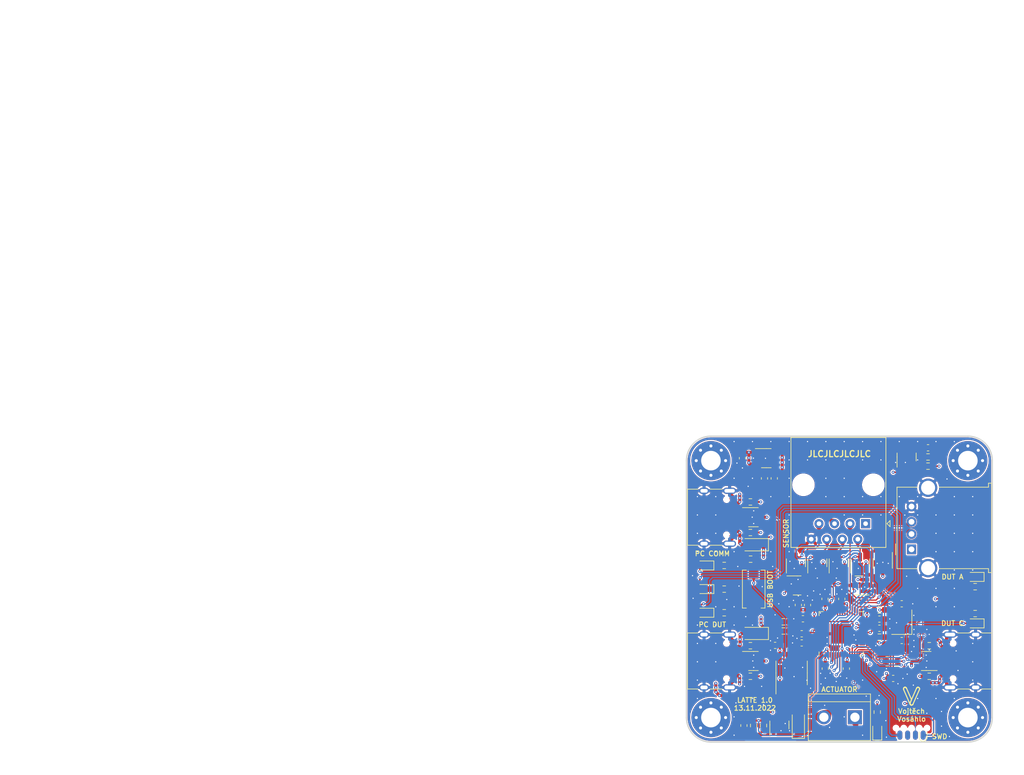
<source format=kicad_pcb>
(kicad_pcb (version 20211014) (generator pcbnew)
  (layers (0 "F.Cu" signal) (1 "In1.Cu" signal) (2 "In2.Cu" signal) (31 "B.Cu" signal) (34 "B.Paste" user) (35 "F.Paste" user) (36 "B.SilkS" user "B.Silkscreen") (37 "F.SilkS" user "F.Silkscreen") (38 "B.Mask" user) (39 "F.Mask" user) (44 "Edge.Cuts" user))
  (net 0 "")
  (net 1 "Net-(C5-Pad1)")
  (net 2 "GND")
  (net 3 "Net-(C6-Pad1)")
  (net 4 "+5V")
  (net 5 "+3V3")
  (net 6 "Net-(D1-Pad2)")
  (net 7 "/SMART_SENSE")
  (net 8 "Net-(D8-Pad2)")
  (net 9 "/SMART_MISC3")
  (net 10 "/SMART_MISC2")
  (net 11 "+1V1")
  (net 12 "/SWCLK")
  (net 13 "/SWD")
  (net 14 "/~{RST}")
  (net 18 "/SMART_MISC1")
  (net 19 "/SMART_SCL")
  (net 20 "/SMART_SDA")
  (net 21 "Net-(U1-Pad52)")
  (net 22 "Net-(U1-Pad53)")
  (net 23 "Net-(R5-Pad2)")
  (net 24 "Net-(U1-Pad55)")
  (net 25 "Net-(R7-Pad2)")
  (net 27 "Net-(J2-PadA7)")
  (net 28 "Net-(J2-PadA6)")
  (net 29 "/DUT_USB_D-")
  (net 30 "/DUT_USB_D+")
  (net 31 "Net-(J3-PadA7)")
  (net 32 "Net-(J3-PadA6)")
  (net 33 "/USB_D+")
  (net 34 "/USB_D-")
  (net 35 "/DUT_USB_S")
  (net 36 "/~{DUT_USB_OE}")
  (net 37 "Net-(D5-Pad2)")
  (net 38 "Net-(D6-Pad1)")
  (net 39 "Net-(D7-Pad1)")
  (net 40 "Net-(D8-Pad1)")
  (net 41 "Net-(D9-Pad1)")
  (net 42 "Net-(U1-Pad51)")
  (net 43 "Net-(D10-Pad1)")
  (net 44 "Net-(D10-Pad2)")
  (net 47 "Net-(D14-Pad1)")
  (net 51 "Net-(J2-PadA5)")
  (net 53 "Net-(J2-PadB5)")
  (net 55 "Net-(J3-PadA5)")
  (net 57 "Net-(J3-PadB5)")
  (net 59 "Net-(J4-PadA5)")
  (net 61 "Net-(J4-PadB5)")
  (net 63 "Net-(Q1-Pad1)")
  (net 64 "/OUT1")
  (net 66 "Net-(U1-Pad54)")
  (net 67 "/VBUS_SENSE")
  (net 68 "VBUS")
  (net 79 "/D+")
  (net 80 "/D-")
  (net 81 "/DUT_USBA_D+")
  (net 82 "/DUT_USBC_D+")
  (net 83 "/DUT_USBC_D-")
  (net 84 "/DUT_USBA_D-")
  (net 85 "Net-(J4-PadA7)")
  (net 86 "Net-(J4-PadA6)")
  (net 87 "/USBA_D-")
  (net 88 "/USBA_D+")
  (net 90 "Net-(D7-Pad2)")
  (net 91 "Net-(D9-Pad2)")
  (footprint "MountingHole:MountingHole_3.2mm_M3_Pad_Via" (layer "F.Cu") (at 158.21 75)
    (fp_text reference "H1" hide)
    (fp_text value "MountingHole_Pad")
  )
  (footprint "Capacitor_SMD:C_0603_1608Metric" (layer "F.Cu") (at 134.85 97.6 90)
    (fp_text reference "C15" hide)
    (fp_text value "100n")
  )
  (footprint "Resistor_SMD:R_0603_1608Metric" (layer "F.Cu") (at 151.9 110.25 180)
    (fp_text reference "R10" hide)
    (fp_text value "22k")
  )
  (footprint "Resistor_SMD:R_0603_1608Metric" (layer "F.Cu") (at 159.4 100 180)
    (fp_text reference "R16" hide)
    (fp_text value "1k")
  )
  (footprint "Resistor_SMD:R_0603_1608Metric" (layer "F.Cu") (at 122.7 91.1)
    (fp_text reference "R5" hide)
    (fp_text value "10k")
  )
  (footprint "Package_TO_SOT_SMD:SOT-23" (layer "F.Cu") (at 133.6 91.7 90)
    (fp_text reference "D11" hide)
    (fp_text value "BAV99")
  )
  (footprint "Capacitor_SMD:C_0603_1608Metric" (layer "F.Cu") (at 143.75 100.9)
    (fp_text reference "C9" hide)
    (fp_text value "100n")
  )
  (footprint "Resistor_SMD:R_0603_1608Metric" (layer "F.Cu") (at 151.9 105.25)
    (fp_text reference "R11" hide)
    (fp_text value "22k")
  )
  (footprint "Resistor_SMD:R_0603_1608Metric" (layer "F.Cu") (at 118.3825 92.1375)
    (fp_text reference "R19" hide)
    (fp_text value "1k")
  )
  (footprint "Capacitor_SMD:C_0603_1608Metric" (layer "F.Cu") (at 121.3625 74.6 90)
    (fp_text reference "C1" hide)
    (fp_text value "1u")
  )
  (footprint "TerminalBlock:TerminalBlock_bornier-2_P5.08mm" (layer "F.Cu") (at 139.75 116.95 180)
    (fp_text reference "J6" hide)
    (fp_text value "OUT1")
  )
  (footprint "Connector_USB:USB_C_Receptacle_XKB_U262-16XN-4BVC11" (layer "F.Cu") (at 158.4 107.75 90)
    (fp_text reference "J4" hide)
    (fp_text value "USB_C_2.0")
  )
  (footprint "Capacitor_SMD:C_0603_1608Metric" (layer "F.Cu") (at 131.25 100.85 180)
    (fp_text reference "C7" hide)
    (fp_text value "1u")
  )
  (footprint "Resistor_SMD:R_0603_1608Metric" (layer "F.Cu") (at 128.055504 101.349504)
    (fp_text reference "R9" hide)
    (fp_text value "27R4")
  )
  (footprint "Diode_SMD:D_SOD-123F" (layer "F.Cu") (at 123.41 88.75 180)
    (fp_text reference "D1" hide)
    (fp_text value "PMEG3020EH")
  )
  (footprint "Package_DFN_QFN:UQFN-10_1.3x1.8mm_P0.4mm" (layer "F.Cu") (at 145.8 107.8 -90)
    (fp_text reference "U6" hide)
    (fp_text value "FSUSB30UMX")
  )
  (footprint "Resistor_SMD:R_0603_1608Metric" (layer "F.Cu") (at 122.66 86.75 180)
    (fp_text reference "R4" hide)
    (fp_text value "5k1")
  )
  (footprint "Capacitor_SMD:C_0603_1608Metric" (layer "F.Cu") (at 126.7 105.2 180)
    (fp_text reference "C4" hide)
    (fp_text value "100n")
  )
  (footprint "Resistor_SMD:R_0603_1608Metric" (layer "F.Cu") (at 122.66 105.25)
    (fp_text reference "R1" hide)
    (fp_text value "5k1")
  )
  (footprint "Capacitor_SMD:C_0603_1608Metric" (layer "F.Cu") (at 126.5625 77.9 -90)
    (fp_text reference "C2" hide)
    (fp_text value "100n")
  )
  (footprint "Resistor_SMD:R_0603_1608Metric" (layer "F.Cu") (at 151.7 74.4)
    (fp_text reference "R31" hide)
    (fp_text value "33k")
  )
  (footprint "Resistor_SMD:R_0603_1608Metric" (layer "F.Cu") (at 159.4 95.6)
    (fp_text reference "R15" hide)
    (fp_text value "1k")
  )
  (footprint "Package_TO_SOT_SMD:SOT-23" (layer "F.Cu") (at 127.4 118.2 90)
    (fp_text reference "Q1" hide)
    (fp_text value "IRLML0030")
  )
  (footprint "Button_Switch_SMD:SW_SPST_EVQPE1" (layer "F.Cu") (at 123.2 96 90)
    (fp_text reference "SW1" hide)
    (fp_text value "USB BOOT")
  )
  (footprint "Connector_USB:USB_C_Receptacle_XKB_U262-16XN-4BVC11" (layer "F.Cu") (at 116.16 84.25 -90)
    (fp_text reference "J3" hide)
    (fp_text value "USB_C_Receptacle_USB2.0")
  )
  (footprint "LED_SMD:LED_0603_1608Metric" (layer "F.Cu") (at 115.2 92.1375 180)
    (fp_text reference "D9" hide)
    (fp_text value "LED")
  )
  (footprint "Resistor_SMD:R_0603_1608Metric" (layer "F.Cu") (at 118.3825 96)
    (fp_text reference "R18" hide)
    (fp_text value "1k")
  )
  (footprint "Resistor_SMD:R_0603_1608Metric" (layer "F.Cu") (at 143.75 99.4)
    (fp_text reference "R6" hide)
    (fp_text value "10k")
  )
  (footprint "soicbite:SOIC_clipProgSmall" (layer "F.Cu") (at 149 120.62)
    (fp_text reference "J1" hide)
    (fp_text value "SOIC bite")
  )
  (footprint "Diode_SMD:D_SOD-123F" (layer "F.Cu") (at 123.41 103.25 180)
    (fp_text reference "D2" hide)
    (fp_text value "PMEG3020EH")
  )
  (footprint "Resistor_SMD:R_0603_1608Metric" (layer "F.Cu") (at 122.66 81.75)
    (fp_text reference "R3" hide)
    (fp_text value "5k1")
  )
  (footprint "Capacitor_SMD:C_0603_1608Metric" (layer "F.Cu") (at 137.6 97.6 90)
    (fp_text reference "C14" hide)
    (fp_text value "100n")
  )
  (footprint "Package_TO_SOT_SMD:SOT-23-6" (layer "F.Cu") (at 144.3 91.8 -90)
    (fp_text reference "U8" hide)
    (fp_text value "USBLC6-2SC6")
  )
  (footprint "MountingHole:MountingHole_3.2mm_M3_Pad_Via" (layer "F.Cu") (at 116.21 117)
    (fp_text reference "H4" hide)
    (fp_text value "MountingHole_Pad")
  )
  (footprint "MountingHole:MountingHole_3.2mm_M3_Pad_Via" (layer "F.Cu") (at 116.21 75)
    (fp_text reference "H3" hide)
    (fp_text value "MountingHole_Pad")
  )
  (footprint "Connector_RJ:RJ45_Amphenol_54602-x08_Horizontal" (layer "F.Cu") (at 141.4925 85.3 180)
    (fp_text reference "J7" hide)
    (fp_text value "SMART PROBE")
  )
  (footprint "Package_TO_SOT_SMD:SOT-23-6" (layer "F.Cu") (at 151.4 107.75 180)
    (fp_text reference "U7" hide)
    (fp_text value "USBLC6-2SC6")
  )
  (footprint "Capacitor_SMD:C_0603_1608Metric" (layer "F.Cu") (at 132 98.6 90)
    (fp_text reference "C17" hide)
    (fp_text value "1u")
  )
  (footprint "Capacitor_SMD:C_0603_1608Metric" (layer "F.Cu") (at 147.4 98.4)
    (fp_text reference "C5" hide)
    (fp_text value "10p")
  )
  (footprint "Package_TO_SOT_SMD:SOT-23-6" (layer "F.Cu") (at 123.16 84.25)
    (fp_text reference "U4" hide)
    (fp_text value "USBLC6-2SC6")
  )
  (footprint "Connector_USB:USB_A_Molex_67643_Horizontal" (layer "F.Cu") (at 149 89.5 90)
    (fp_text reference "J5" hide)
    (fp_text value "USB_A")
  )
  (footprint "Capacitor_SMD:C_0603_1608Metric" (layer "F.Cu") (at 143.75 102.4)
    (fp_text reference "C13" hide)
    (fp_text value "100n")
  )
  (footprint "Resistor_SMD:R_0603_1608Metric" (layer "F.Cu") (at 123.2 118.3 -90)
    (fp_text reference "R20" hide)
    (fp_text value "10k")
  )
  (footprint "Capacitor_SMD:C_0603_1608Metric" (layer "F.Cu") (at 134.9 109 -90)
    (fp_text reference "C11" hide)
    (fp_text value "100n")
  )
  (footprint "LED_SMD:LED_0603_1608Metric" (layer "F.Cu") (at 159.38 94 180)
    (fp_text reference "D5" hide)
    (fp_text value "LED")
  )
  (footprint "Diode_SMD:D_SOD-123F" (layer "F.Cu") (at 130.5 118.2 90)
    (fp_text reference "D14" hide)
    (fp_text value "PMEG3020EH")
  )
  (footprint "Fuse:Fuse_0603_1608Metric" (layer "F.Cu") (at 121.6 118.3 -90)
    (fp_text reference "F1" hide)
    (fp_text value "1A")
  )
  (footprint "Resistor_SMD:R_0603_1608Metric" (layer "F.Cu") (at 122.66 110.25 180)
    (fp_text reference "R2" hide)
    (fp_text value "5k1")
  )
  (footprint "Resistor_SMD:R_0603_1608Metric" (layer "F.Cu") (at 143.4 116.1 -90)
    (fp_text reference "R24" hide)
    (fp_text value "4k7")
  )
  (footprint "Package_TO_SOT_SMD:SOT-23" (layer "F.Cu") (at 130.3 95.4)
    (fp_text reference "D4" hide)
    (fp_text value "BAV99")
  )
  (footprint "Package_DFN_QFN:QFN-56-1EP_7x7mm_P0.4mm_EP3.2x3.2mm" (layer "F.Cu") (at 137.5 103.3 90)
    (fp_text reference "U1" hide)
    (fp_text value "RP2040")
  )
  (footprint "Package_TO_SOT_SMD:SOT-23" (layer "F.Cu") (at 140.6 91.7 90)
    (fp_text reference "D17" hide)
    (fp_text value "BAV99")
  )
  (footprint "LED_SMD:LED_0603_1608Metric" (layer "F.Cu") (at 115.2 96 180)
    (fp_text reference "D8" hide)
    (fp_text value "LED")
  )
  (footprint "Capacitor_SMD:C_0603_1608Metric" (layer "F.Cu") (at 124.9625 77.9 -90)
    (fp_text reference "C3" hide)
    (fp_text value "1u")
  )
  (footprint "Capacitor_SMD:C_0603_1608Metric" (layer "F.Cu") (at 130.5 98.6 90)
    (fp_text reference "C16" hide)
    (fp_text value "100n")
  )
  (footprint "MountingHole:MountingHole_3.2mm_M3_Pad_Via" (layer "F.Cu") (at 158.21 117)
    (fp_text reference "H2" hide)
    (fp_text value "MountingHole_Pad")
  )
  (footprint "Capacitor_SMD:C_0603_1608Metric" (layer "F.Cu") (at 131.05 104.8 180)
    (fp_text reference "C8" hide)
    (fp_text value "100n")
  )
  (footprint "LED_SMD:LED_0603_1608Metric" (layer "F.Cu") (at 143.4 119.2 90)
    (fp_text reference "D10" hide)
    (fp_text value "LED")
  )
  (footprint "Resistor_SMD:R_0603_1608Metric" (layer "F.Cu") (at 118.3825 99.8625)
    (fp_text reference "R17" hide)
    (fp_text value "1k")
  )
  (footprint "Capacitor_SMD:C_0603_1608Metric" (layer "F.Cu") (at 146 110.6)
    (fp_text reference "C18" hide)
    (fp_text value "100n")
  )
  (footprint "Package_TO_SOT_SMD:SOT-23" (layer "F.Cu") (at 148.2 74.4 90)
    (fp_text reference "D3" hide)
    (fp_text value "BAV99")
  )
  (footprint "Package_TO_SOT_SMD:SOT-23-6" (layer "F.Cu") (at 123.16 107.75)
    (fp_text reference "U5" hide)
    (fp_text value "USBLC6-2SC6")
  )
  (footprint "Crystal:Crystal_SMD_3225-4Pin_3.2x2.5mm" (layer "F.Cu") (at 147.4 101.4 90)
    (fp_text reference "Y1" hide)
    (fp_text value "12MHz")
  )
  (footprint "Package_TO_SOT_SMD:SOT-23" (layer "F.Cu") (at 130.1 91.7 90)
    (fp_text reference "D12" hide)
    (fp_text value "BAV99")
  )
  (footprint "Resistor_SMD:R_0603_1608Metric" (layer "F.Cu") (at 124.8 118.3 -90)
    (fp_text reference "R22" hide)
    (fp_text value "100R")
  )
  (footprint "Capacitor_SMD:C_0603_1608Metric" (layer "F.Cu") (at 151.7 72.9)
    (fp_text reference "C19" hide)
    (fp_text value "100n")
  )
  (footprint "Package_SO:SOIC-8_3.9x4.9mm_P1.27mm" (layer "F.Cu") (at 129.4 109.7 90)
    (fp_text reference "U2" hide)
    (fp_text value "W25Q16JVSNIQ")
  )
  (footprint "Capacitor_SMD:C_0603_1608Metric" (layer "F.Cu") (at 131.05 103.3 180)
    (fp_text reference "C10" hide)
    (fp_text value "100n")
  )
  (footprint "Package_TO_SOT_SMD:SOT-23" (layer "F.Cu") (at 137.1 91.7 90)
    (fp_text reference "D15" hide)
    (fp_text value "BAV99")
  )
  (footprint "Capacitor_SMD:C_0603_1608Metric" (layer "F.Cu") (at 147.4 104.4)
    (fp_text reference "C6" hide)
    (fp_text value "10p")
  )
  (footprint "Capacitor_SMD:C_0603_1608Metric" (layer "F.Cu") (at 138.35 109 -90)
    (fp_text reference "C12" hide)
    (fp_text value "100n")
  )
  (footprint "LED_SMD:LED_0603_1608Metric" (layer "F.Cu") (at 159.38 101.6 180)
    (fp_text reference "D6" hide)
    (fp_text value "LED")
  )
  (footprint "Connector_USB:USB_C_Receptacle_XKB_U262-16XN-4BVC11" (layer "F.Cu") (at 116.16 107.75 -90)
    (fp_text reference "J2" hide)
    (fp_text value "USB_C_Receptacle_USB2.0")
  )
  (footprint "Package_TO_SOT_SMD:SOT-23" (layer "F.Cu") (at 140.4 95.4 180)
    (fp_text reference "D16" hide)
    (fp_text value "BAV99")
  )
  (footprint "Resistor_SMD:R_0603_1608Metric" (layer "F.Cu") (at 151.7 75.9 180)
    (fp_text reference "R30" hide)
    (fp_text value "22k")
  )
  (footprint "Package_TO_SOT_SMD:SOT-23-5" (layer "F.Cu") (at 125.2625 74.6)
    (fp_text reference "U3" hide)
    (fp_text value "TLV70033_SOT23-5")
  )
  (footprint "Resistor_SMD:R_0603_1608Metric" (layer "F.Cu") (at 128.055504 102.849504)
    (fp_text reference "R8" hide)
    (fp_text value "27R4")
  )
  (footprint "Resistor_SMD:R_0603_1608Metric" (layer "F.Cu") (at 143.75 103.85 180)
    (fp_text reference "R7" hide)
    (fp_text value "1k")
  )
  (footprint "LED_SMD:LED_0603_1608Metric" (layer "F.Cu") (at 115.2 99.8625 180)
    (fp_text reference "D7" hide)
    (fp_text value "LED")
  )
  (gr_line (start 150.055182 112.05366) (end 150.058349 112.053689) (layer "F.SilkS") (width 0.098115))
  (gr_line (start 148.92433 114.946624) (end 148.906203 114.941029) (layer "F.SilkS") (width 0.098115))
  (gr_line (start 148.836961 114.891596) (end 148.827526 114.882994) (layer "F.SilkS") (width 0.1722))
  (gr_line (start 148.879359 114.921505) (end 148.868077 114.914746) (layer "F.SilkS") (width 0.1722))
  (gr_line (start 148.016073 112.063482) (end 148.007019 112.061099) (layer "F.SilkS") (width 0.1722))
  (gr_line (start 148.990367 114.955589) (end 149.000004 114.955462) (layer "F.SilkS") (width 0.1722))
  (gr_line (start 148.903235 114.933463) (end 148.903235 114.933463) (layer "F.SilkS") (width 0.1722))
  (gr_line (start 148.906203 114.941029) (end 148.888542 114.934132) (layer "F.SilkS") (width 0.098115))
  (gr_line (start 149.871527 112.129082) (end 149.873791 112.126856) (layer "F.SilkS") (width 0.098115))
  (gr_line (start 147.878147 112.062651) (end 147.871834 112.064438) (layer "F.SilkS") (width 0.1722))
  (gr_line (start 148.141522 112.143076) (end 148.13511 112.135955) (layer "F.SilkS") (width 0.1722))
  (gr_line (start 148.839096 114.905927) (end 148.824042 114.894116) (layer "F.SilkS") (width 0.098115))
  (gr_line (start 150.315031 112.31765) (end 150.314914 112.305005) (layer "F.SilkS") (width 0.1722))
  (gr_line (start 149.93197 112.084411) (end 149.940304 112.080144) (layer "F.SilkS") (width 0.098115))
  (gr_line (start 150.22569 112.11777) (end 150.215781 112.109596) (layer "F.SilkS") (width 0.1722))
  (gr_line (start 148.991613 114.955122) (end 149.004305 114.955628) (layer "F.SilkS") (width 0.1722))
  (gr_line (start 148.836967 114.891594) (end 148.846876 114.899768) (layer "F.SilkS") (width 0.1722))
  (gr_line (start 147.805429 112.094618) (end 147.794596 112.101871) (layer "F.SilkS") (width 0.1722))
  (gr_line (start 149.966128 112.069188) (end 149.974978 112.066163) (layer "F.SilkS") (width 0.098115))
  (gr_line (start 149.042021 114.9534) (end 149.038909 114.953791) (layer "F.SilkS") (width 0.098115))
  (gr_line (start 149.138864 114.920314) (end 149.134793 114.922635) (layer "F.SilkS") (width 0.098115))
  (gr_line (start 150.244079 112.135382) (end 150.235126 112.126372) (layer "F.SilkS") (width 0.1722))
  (gr_line (start 148.927124 114.942613) (end 148.921118 114.940561) (layer "F.SilkS") (width 0.1722))
  (gr_line (start 147.922592 112.054699) (end 147.928949 112.05421) (layer "F.SilkS") (width 0.098115))
  (gr_line (start 150.309184 112.368442) (end 150.308108 112.373198) (layer "F.SilkS") (width 0.098115))
  (gr_line (start 147.828422 112.081586) (end 147.840577 112.075875) (layer "F.SilkS") (width 0.098115))
  (gr_line (start 149.000004 114.955462) (end 149.000004 114.955462) (layer "F.SilkS") (width 0.1722))
  (gr_line (start 148.818573 114.873984) (end 148.81011 114.864588) (layer "F.SilkS") (width 0.1722))
  (gr_line (start 150.110777 112.059883) (end 150.115531 112.06099) (layer "F.SilkS") (width 0.098115))
  (gr_line (start 150.090122 112.056148) (end 150.093305 112.05661) (layer "F.SilkS") (width 0.098115))
  (gr_line (start 150.286146 112.194679) (end 150.288597 112.199557) (layer "F.SilkS") (width 0.098115))
  (gr_line (start 147.95114 112.053761) (end 147.94165 112.053732) (layer "F.SilkS") (width 0.1722))
  (gr_line (start 150.315011 112.308113) (end 150.315061 112.311272) (layer "F.SilkS") (width 0.098115))
  (gr_line (start 148.966174 114.952211) (end 148.978896 114.953986) (layer "F.SilkS") (width 0.1722))
  (gr_line (start 150.3117 112.272145) (end 150.312413 112.27679) (layer "F.SilkS") (width 0.098115))
  (gr_line (start 149.060537 114.950275) (end 149.055936 114.951181) (layer "F.SilkS") (width 0.098115))
  (gr_line (start 150.171566 112.081576) (end 150.176013 112.083856) (layer "F.SilkS") (width 0.098115))
  (gr_line (start 150.093305 112.05661) (end 150.096485 112.057113) (layer "F.SilkS") (width 0.098115))
  (gr_line (start 149.823832 112.194199) (end 149.825376 112.191255) (layer "F.SilkS") (width 0.098115))
  (gr_line (start 148.179155 112.200194) (end 148.174618 112.19128) (layer "F.SilkS") (width 0.1722))
  (gr_line (start 149.042014 114.953442) (end 149.054392 114.951508) (layer "F.SilkS") (width 0.1722))
  (gr_line (start 150.150109 112.071979) (end 150.153217 112.073228) (layer "F.SilkS") (width 0.098115))
  (gr_line (start 150.156317 112.07452) (end 150.159412 112.075856) (layer "F.SilkS") (width 0.098115))
  (gr_line (start 150.293187 112.209456) (end 150.295325 112.214475) (layer "F.SilkS") (width 0.098115))
  (gr_line (start 149.19558 114.875678) (end 149.193365 114.877961) (layer "F.SilkS") (width 0.098115))
  (gr_line (start 150.225686 112.117729) (end 150.225686 112.117729) (layer "F.SilkS") (width 0.098115))
  (gr_line (start 147.697629 112.393764) (end 147.702043 112.406291) (layer "F.SilkS") (width 0.1722))
  (gr_line (start 148.183387 112.20935) (end 148.179155 112.200194) (layer "F.SilkS") (width 0.1722))
  (gr_line (start 148.747743 114.704359) (end 148.748474 114.716936) (layer "F.SilkS") (width 0.1722))
  (gr_line (start 150.159412 112.075856) (end 150.159412 112.075856) (layer "F.SilkS") (width 0.098115))
  (gr_line (start 149.226451 114.836508) (end 149.221935 114.843296) (layer "F.SilkS") (width 0.098115))
  (gr_line (start 150.272359 112.171081) (end 150.275319 112.175689) (layer "F.SilkS") (width 0.098115))
  (gr_line (start 147.685476 112.330344) (end 147.686612 112.343061) (layer "F.SilkS") (width 0.1722))
  (gr_line (start 148.909171 114.935987) (end 148.903235 114.933463) (layer "F.SilkS") (width 0.1722))
  (gr_line (start 147.840586 112.075901) (end 147.840586 112.075901) (layer "F.SilkS") (width 0.1722))
  (gr_line (start 148.164676 112.174166) (end 148.174624 112.191254) (layer "F.SilkS") (width 0.098115))
  (gr_line (start 150.287213 112.19681) (end 150.281325 112.185801) (layer "F.SilkS") (width 0.1722))
  (gr_line (start 148.953469 114.949788) (end 148.966174 114.952211) (layer "F.SilkS") (width 0.1722))
  (gr_line (start 148.076205 112.088995) (end 148.068025 112.084429) (layer "F.SilkS") (width 0.1722))
  (gr_line (start 150.115531 112.06099) (end 150.120278 112.062191) (layer "F.SilkS") (width 0.098115))
  (gr_line (start 149.051315 114.952004) (end 149.046677 114.952744) (layer "F.SilkS") (width 0.098115))
  (gr_line (start 147.859255 112.068489) (end 147.86553 112.066366) (layer "F.SilkS") (width 0.098115))
  (gr_line (start 147.693878 112.38113) (end 147.6908 112.368462) (layer "F.SilkS") (width 0.098115))
  (gr_line (start 150.297356 112.219537) (end 150.298471 112.222448) (layer "F.SilkS") (width 0.098115))
  (gr_line (start 149.113877 114.933157) (end 149.125145 114.927809) (layer "F.SilkS") (width 0.1722))
  (gr_line (start 147.94165 112.053732) (end 147.94165 112.053732) (layer "F.SilkS") (width 0.1722))
  (gr_line (start 149.191125 114.880215) (end 149.18886 114.882438) (layer "F.SilkS") (width 0.098115))
  (gr_line (start 149.004305 114.955628) (end 149.01695 114.955511) (layer "F.SilkS") (width 0.1722))
  (gr_line (start 150.310905 112.267518) (end 150.310905 112.267518) (layer "F.SilkS") (width 0.098115))
  (gr_line (start 150.235127 112.126333) (end 150.23741 112.128548) (layer "F.SilkS") (width 0.098115))
  (gr_line (start 150.134463 112.066395) (end 150.121855 112.062653) (layer "F.SilkS") (width 0.1722))
  (gr_line (start 150.314526 112.330342) (end 150.315031 112.31765) (layer "F.SilkS") (width 0.1722))
  (gr_line (start 149.113878 114.933107) (end 149.111023 114.934359) (layer "F.SilkS") (width 0.098115))
  (gr_line (start 147.884474 112.061029) (end 147.878147 112.062651) (layer "F.SilkS") (width 0.1722))
  (gr_line (start 148.787745 114.834293) (end 148.781326 114.823564) (layer "F.SilkS") (width 0.1722))
  (gr_line (start 149.212352 114.856337) (end 149.212352 114.856337) (layer "F.SilkS") (width 0.098115))
  (gr_line (start 148.75737 114.766137) (end 148.754264 114.754045) (layer "F.SilkS") (width 0.1722))
  (gr_line (start 150.058348 112.05369) (end 150.061518 112.053757) (layer "F.SilkS") (width 0.098115))
  (gr_line (start 149.16617 114.902016) (end 149.162405 114.904847) (layer "F.SilkS") (width 0.098115))
  (gr_line (start 149.246056 114.799968) (end 149.24255 114.807615) (layer "F.SilkS") (width 0.098115))
  (gr_line (start 147.988653 112.057313) (end 147.979359 112.055917) (layer "F.SilkS") (width 0.1722))
  (gr_line (start 147.897154 112.058253) (end 147.90351 112.057123) (layer "F.SilkS") (width 0.098115))
  (gr_line (start 147.69839 112.231282) (end 147.702633 112.219559) (layer "F.SilkS") (width 0.098115))
  (gr_line (start 148.999995 114.066931) (end 148.999995 114.066931) (layer "F.SilkS") (width 0.098115))
  (gr_line (start 147.718668 112.185774) (end 147.725087 112.175044) (layer "F.SilkS") (width 0.098115))
  (gr_line (start 149.826954 112.188338) (end 149.828564 112.185449) (layer "F.SilkS") (width 0.098115))
  (gr_line (start 149.17956 114.891025) (end 149.177176 114.893095) (layer "F.SilkS") (width 0.098115))
  (gr_line (start 148.756543 114.62821) (end 148.753465 114.640878) (layer "F.SilkS") (width 0.1722))
  (gr_line (start 150.210652 112.105626) (end 150.21323 112.107571) (layer "F.SilkS") (width 0.098115))
  (gr_line (start 149.206266 114.86381) (end 149.204182 114.866243) (layer "F.SilkS") (width 0.098115))
  (gr_line (start 147.871825 112.064412) (end 147.878138 112.062624) (layer "F.SilkS") (width 0.098115))
  (gr_line (start 150.23741 112.128548) (end 150.23966 112.130787) (layer "F.SilkS") (width 0.098115))
  (gr_line (start 149.000004 114.955462) (end 148.993925 114.955197) (layer "F.SilkS") (width 0.1722))
  (gr_line (start 150.29796 112.406238) (end 150.29796 112.406238) (layer "F.SilkS") (width 0.098115))
  (gr_line (start 150.29256 112.208079) (end 150.287213 112.19681) (layer "F.SilkS") (width 0.1722))
  (gr_line (start 149.915768 112.093842) (end 149.915768 112.093842) (layer "F.SilkS") (width 0.098115))
  (gr_line (start 149.90535 112.100772) (end 149.90535 112.100772) (layer "F.SilkS") (width 0.098115))
  (gr_line (start 147.916231 112.055347) (end 147.922592 112.054699) (layer "F.SilkS") (width 0.098115))
  (gr_line (start 147.878138 112.062624) (end 147.884465 112.061002) (layer "F.SilkS") (width 0.098115))
  (gr_line (start 147.81671 112.087858) (end 147.805429 112.094618) (layer "F.SilkS") (width 0.1722))
  (gr_line (start 150.314716 112.327114) (end 150.314533 112.33029) (layer "F.SilkS") (width 0.098115))
  (gr_line (start 148.748131 114.679022) (end 148.747626 114.691714) (layer "F.SilkS") (width 0.1722))
  (gr_line (start 149.000004 114.066958) (end 148.183387 112.20935) (layer "F.SilkS") (width 0.1722))
  (gr_line (start 149.87956 112.12143) (end 149.883094 112.118268) (layer "F.SilkS") (width 0.098115))
  (gr_line (start 147.840577 112.075875) (end 147.846776 112.073242) (layer "F.SilkS") (width 0.098115))
  (gr_line (start 148.775444 114.812554) (end 148.781332 114.823563) (layer "F.SilkS") (width 0.1722))
  (gr_line (start 147.865539 112.066393) (end 147.859264 112.068515) (layer "F.SilkS") (width 0.1722))
  (gr_line (start 148.770091 114.801285) (end 148.765291 114.789779) (layer "F.SilkS") (width 0.1722))
  (gr_line (start 148.747736 114.704357) (end 148.747619 114.691712) (layer "F.SilkS") (width 0.1722))
  (gr_line (start 148.781326 114.823564) (end 148.775438 114.812554) (layer "F.SilkS") (width 0.1722))
  (gr_line (start 150.083757 112.055346) (end 150.083757 112.055346) (layer "F.SilkS") (width 0.098115))
  (gr_line (start 150.297356 112.219537) (end 150.297356 112.219537) (layer "F.SilkS") (width 0.098115))
  (gr_line (start 148.796525 114.867052) (end 148.784212 114.851858) (layer "F.SilkS") (width 0.098115))
  (gr_line (start 148.761048 114.778056) (end 148.75737 114.766137) (layer "F.SilkS") (width 0.1722))
  (gr_line (start 149.842575 112.163361) (end 149.835323 112.174194) (layer "F.SilkS") (width 0.1722))
  (gr_line (start 147.970003 112.054858) (end 147.960593 112.054138) (layer "F.SilkS") (width 0.1722))
  (gr_line (start 149.09654 114.940107) (end 149.093604 114.941152) (layer "F.SilkS") (width 0.098115))
  (gr_line (start 149.940304 112.080144) (end 149.948781 112.076183) (layer "F.SilkS") (width 0.098115))
  (gr_line (start 148.114516 112.116224) (end 148.107229 112.110203) (layer "F.SilkS") (width 0.1722))
  (gr_line (start 150.248367 112.13999) (end 150.250468 112.14235) (layer "F.SilkS") (width 0.098115))
  (gr_line (start 149.013797 114.95557) (end 149.010635 114.955618) (layer "F.SilkS") (width 0.098115))
  (gr_line (start 150.311868 112.354145) (end 150.311064 112.358915) (layer "F.SilkS") (width 0.098115))
  (gr_line (start 150.314181 112.335057) (end 150.313738 112.339828) (layer "F.SilkS") (width 0.098115))
  (gr_line (start 147.784222 112.109594) (end 147.774312 112.117768) (layer "F.SilkS") (width 0.1722))
  (gr_line (start 149.867074 112.133642) (end 149.858472 112.143077) (layer "F.SilkS") (width 0.1722))
  (gr_line (start 150.311064 112.358915) (end 150.31017 112.363681) (layer "F.SilkS") (width 0.098115))
  (gr_line (start 148.796524 114.867096) (end 148.803056 114.874283) (layer "F.SilkS") (width 0.1722))
  (gr_line (start 150.310911 112.267564) (end 150.308387 112.255318) (layer "F.SilkS") (width 0.1722))
  (gr_line (start 148.121598 112.122525) (end 148.114516 112.116224) (layer "F.SilkS") (width 0.1722))
  (gr_line (start 149.004303 114.955599) (end 149.004303 114.955599) (layer "F.SilkS") (width 0.098115))
  (gr_line (start 147.840577 112.075875) (end 147.840577 112.075875) (layer "F.SilkS") (width 0.098115))
  (gr_line (start 150.241881 112.133051) (end 150.244073 112.13534) (layer "F.SilkS") (width 0.098115))
  (gr_line (start 150.033126 112.054541) (end 150.033126 112.054541) (layer "F.SilkS") (width 0.098115))
  (gr_line (start 148.183387 112.20935) (end 148.183387 112.20935) (layer "F.SilkS") (width 0.1722))
  (gr_line (start 147.691606 112.255293) (end 147.694712 112.2432) (layer "F.SilkS") (width 0.098115))
  (gr_line (start 150.023757 112.055498) (end 150.026873 112.055141) (layer "F.SilkS") (width 0.098115))
  (gr_line (start 150.292865 112.418714) (end 150.297959 112.406289) (layer "F.SilkS") (width 0.1722))
  (gr_line (start 148.765291 114.789779) (end 148.761048 114.778056) (layer "F.SilkS") (width 0.1722))
  (gr_line (start 149.850299 112.152955) (end 149.850299 112.152955) (layer "F.SilkS") (width 0.098115))
  (gr_line (start 149.858472 112.143052) (end 149.860583 112.140651) (layer "F.SilkS") (width 0.098115))
  (gr_line (start 147.94165 112.053732) (end 147.94165 112.053732) (layer "F.SilkS") (width 0.1722))
  (gr_line (start 148.846876 114.899768) (end 148.857251 114.907491) (layer "F.SilkS") (width 0.1722))
  (gr_line (start 150.29286 112.418672) (end 150.29286 112.418672) (layer "F.SilkS") (width 0.098115))
  (gr_line (start 148.940802 114.94671) (end 148.953469 114.949788) (layer "F.SilkS") (width 0.1722))
  (gr_line (start 150.134468 112.066352) (end 150.137608 112.067393) (layer "F.SilkS") (width 0.098115))
  (gr_line (start 149.090654 114.942161) (end 149.087692 114.943133) (layer "F.SilkS") (width 0.098115))
  (gr_line (start 149.078732 114.945835) (end 149.074217 114.947067) (layer "F.SilkS") (width 0.098115))
  (gr_line (start 150.269301 112.166531) (end 150.272359 112.171081) (layer "F.SilkS") (width 0.098115))
  (gr_line (start 150.140742 112.068477) (end 150.143871 112.069603) (layer "F.SilkS") (width 0.098115))
  (gr_line (start 148.999993 114.95542) (end 148.980753 114.955316) (layer "F.SilkS") (width 0.098115))
  (gr_line (start 150.306114 112.381153) (end 150.309192 112.368486) (layer "F.SilkS") (width 0.1722))
  (gr_line (start 149.822317 112.197197) (end 149.816606 112.209351) (layer "F.SilkS") (width 0.1722))
  (gr_line (start 148.141526 112.14305) (end 148.153619 112.158089) (layer "F.SilkS") (width 0.098115))
  (gr_line (start 148.775438 114.812554) (end 148.770091 114.801285) (layer "F.SilkS") (width 0.1722))
  (gr_line (start 148.757376 114.766138) (end 148.761054 114.778056) (layer "F.SilkS") (width 0.1722))
  (gr_line (start 150.29796 112.406238) (end 150.29675 112.409357) (layer "F.SilkS") (width 0.098115))
  (gr_line (start 148.769786 114.590647) (end 148.769786 114.590647) (layer "F.SilkS") (width 0.1722))
  (gr_line (start 147.747452 112.14475) (end 147.755915 112.135354) (layer "F.SilkS") (width 0.098115))
  (gr_line (start 150.153217 112.073228) (end 150.156317 112.07452) (layer "F.SilkS") (width 0.098115))
  (gr_line (start 149.177176 114.893095) (end 149.177176 114.893095) (layer "F.SilkS") (width 0.098115))
  (gr_line (start 147.840586 112.075901) (end 147.828431 112.081612) (layer "F.SilkS") (width 0.1722))
  (gr_line (start 148.999993 114.95542) (end 148.999993 114.95542) (layer "F.SilkS") (width 0.098115))
  (gr_line (start 150.188988 112.091134) (end 150.193188 112.093702) (layer "F.SilkS") (width 0.098115))
  (gr_line (start 148.924337 114.946668) (end 148.933552 114.948969) (layer "F.SilkS") (width 0.1722))
  (gr_line (start 150.106017 112.058868) (end 150.110777 112.059883) (layer "F.SilkS") (width 0.098115))
  (gr_line (start 150.313043 112.28145) (end 150.313589 112.286126) (layer "F.SilkS") (width 0.098115))
  (gr_line (start 149.876081 112.124662) (end 149.87956 112.12143) (layer "F.SilkS") (width 0.098115))
  (gr_line (start 150.220791 112.113581) (end 150.223253 112.115642) (layer "F.SilkS") (width 0.098115))
  (gr_line (start 150.252542 112.144778) (end 150.244079 112.135382) (layer "F.SilkS") (width 0.1722))
  (gr_line (start 148.770097 114.801285) (end 148.775444 114.812554) (layer "F.SilkS") (width 0.1722))
  (gr_line (start 148.748474 114.716936) (end 148.749811 114.729423) (layer "F.SilkS") (width 0.1722))
  (gr_line (start 150.312413 112.27679) (end 150.313043 112.28145) (layer "F.SilkS") (width 0.098115))
  (gr_line (start 148.183393 112.209323) (end 148.999995 114.066931) (layer "F.SilkS") (width 0.098115))
  (gr_line (start 148.993925 114.955197) (end 148.987839 114.954789) (layer "F.SilkS") (width 0.1722))
  (gr_line (start 149.087692 114.943133) (end 149.084717 114.944068) (layer "F.SilkS") (width 0.098115))
  (gr_line (start 150.159417 112.075903) (end 150.159417 112.075903) (layer "F.SilkS") (width 0.1722))
  (gr_line (start 150.230466 112.121978) (end 150.232812 112.124143) (layer "F.SilkS") (width 0.098115))
  (gr_line (start 149.102374 114.937912) (end 149.099464 114.939027) (layer "F.SilkS") (width 0.098115))
  (gr_line (start 150.314051 112.290815) (end 150.314427 112.295518) (layer "F.SilkS") (width 0.098115))
  (gr_line (start 148.147693 112.150464) (end 148.141522 112.143076) (layer "F.SilkS") (width 0.1722))
  (gr_line (start 148.975657 114.953541) (end 148.969565 114.952698) (layer "F.SilkS") (width 0.1722))
  (gr_line (start 148.888547 114.934177) (end 148.897315 114.937786) (layer "F.SilkS") (width 0.1722))
  (gr_line (start 150.292865 112.418714) (end 150.292865 112.418714) (layer "F.SilkS") (width 0.1722))
  (gr_line (start 150.071044 112.054242) (end 150.058352 112.053736) (layer "F.SilkS") (width 0.1722))
  (gr_line (start 149.038909 114.953791) (end 149.035789 114.954144) (layer "F.SilkS") (width 0.098115))
  (gr_line (start 147.916241 112.055374) (end 147.909879 112.056181) (layer "F.SilkS") (width 0.1722))
  (gr_line (start 149.004303 114.955599) (end 148.999993 114.95542) (layer "F.SilkS") (width 0.098115))
  (gr_line (start 147.725087 112.175044) (end 147.73203 112.164616) (layer "F.SilkS") (width 0.098115))
  (gr_line (start 150.29286 112.418672) (end 149.246056 114.799968) (layer "F.SilkS") (width 0.098115))
  (gr_line (start 150.083757 112.055346) (end 150.086939 112.055727) (layer "F.SilkS") (width 0.098115))
  (gr_line (start 147.707137 112.418717) (end 147.707137 112.418717) (layer "F.SilkS") (width 0.1722))
  (gr_line (start 147.764877 112.12637) (end 147.755924 112.13538) (layer "F.SilkS") (width 0.1722))
  (gr_line (start 148.81011 114.864588) (end 148.802145 114.854826) (layer "F.SilkS") (width 0.1722))
  (gr_line (start 148.753946 114.799972) (end 148.753946 114.799972) (layer "F.SilkS") (width 0.098115))
  (gr_line (start 149.212359 114.856377) (end 149.220083 114.846002) (layer "F.SilkS") (width 0.1722))
  (gr_line (start 148.980763 114.955359) (end 148.990367 114.955589) (layer "F.SilkS") (width 0.1722))
  (gr_line (start 149.907926 112.09899) (end 149.91052 112.097243) (layer "F.SilkS") (width 0.098115))
  (gr_line (start 150.298471 112.222448) (end 150.29955 112.225371) (layer "F.SilkS") (width 0.098115))
  (gr_line (start 149.21035 114.858858) (end 149.208322 114.861349) (layer "F.SilkS") (width 0.098115))
  (gr_line (start 148.084224 112.093859) (end 148.076205 112.088995) (layer "F.SilkS") (width 0.1722))
  (gr_line (start 148.83147 114.900212) (end 148.839097 114.905971) (layer "F.SilkS") (width 0.1722))
  (gr_line (start 150.31339 112.343059) (end 150.314526 112.330342) (layer "F.SilkS") (width 0.1722))
  (gr_line (start 150.011352 112.057286) (end 150.01599 112.056547) (layer "F.SilkS") (width 0.098115))
  (gr_line (start 148.868083 114.914743) (end 148.879364 114.921503) (layer "F.SilkS") (width 0.1722))
  (gr_line (start 148.751746 114.7418) (end 148.75427 114.754046) (layer "F.SilkS") (width 0.1722))
  (gr_line (start 150.020645 112.055891) (end 150.023757 112.055498) (layer "F.SilkS") (width 0.098115))
  (gr_line (start 147.707433 112.208052) (end 147.71278 112.196783) (layer "F.SilkS") (width 0.098115))
  (gr_line (start 147.702642 112.219585) (end 147.698399 112.231308) (layer "F.SilkS") (width 0.1722))
  (gr_line (start 148.816825 114.887819) (end 148.824042 114.89416) (layer "F.SilkS") (width 0.1722))
  (gr_line (start 148.810115 114.864586) (end 148.818578 114.873982) (layer "F.SilkS") (width 0.1722))
  (gr_line (start 148.778446 114.843901) (end 148.784209 114.851902) (layer "F.SilkS") (width 0.1722))
  (gr_line (start 148.802145 114.854826) (end 148.794688 114.844721) (layer "F.SilkS") (width 0.1722))
  (gr_line (start 150.303516 112.237194) (end 150.304419 112.24018) (layer "F.SilkS") (width 0.098115))
  (gr_line (start 149.835323 112.174194) (end 149.828563 112.185475) (layer "F.SilkS") (width 0.1722))
  (gr_line (start 149.181921 114.888924) (end 149.17956 114.891025) (layer "F.SilkS") (width 0.098115))
  (gr_line (start 148.933149 114.94451) (end 148.927124 114.942613) (layer "F.SilkS") (width 0.1722))
  (gr_line (start 150.058349 112.053689) (end 150.058348 112.05369) (layer "F.SilkS") (width 0.098115))
  (gr_line (start 149.876083 112.124689) (end 149.867074 112.133642) (layer "F.SilkS") (width 0.1722))
  (gr_line (start 148.963476 114.951708) (end 148.957392 114.95057) (layer "F.SilkS") (width 0.1722))
  (gr_line (start 148.059693 112.080164) (end 148.051219 112.076204) (layer "F.SilkS") (width 0.1722))
  (gr_line (start 148.092074 112.099017) (end 148.084224 112.093859) (layer "F.SilkS") (width 0.1722))
  (gr_line (start 148.753942 114.800014) (end 148.758236 114.809298) (layer "F.SilkS") (width 0.1722))
  (gr_line (start 147.707127 112.418691) (end 147.707127 112.418691) (layer "F.SilkS") (width 0.098115))
  (gr_line (start 147.784213 112.109568) (end 147.794587 112.101844) (layer "F.SilkS") (width 0.098115))
  (gr_line (start 150.121855 112.062653) (end 150.109188 112.059575) (layer "F.SilkS") (width 0.1722))
  (gr_line (start 147.859264 112.068515) (end 147.853012 112.070807) (layer "F.SilkS") (width 0.1722))
  (gr_line (start 149.066637 114.948983) (end 149.078729 114.945878) (layer "F.SilkS") (width 0.1722))
  (gr_line (start 150.266143 112.162043) (end 150.269301 112.166531) (layer "F.SilkS") (width 0.098115))
  (gr_line (start 149.844464 112.160694) (end 149.847349 112.156792) (layer "F.SilkS") (width 0.098115))
  (gr_line (start 149.136155 114.921922) (end 149.146884 114.915503) (layer "F.SilkS") (width 0.1722))
  (gr_line (start 149.820842 112.200168) (end 149.82232 112.19717) (layer "F.SilkS") (width 0.098115))
  (gr_line (start 147.691615 112.255319) (end 147.689091 112.267565) (layer "F.SilkS") (width 0.1722))
  (gr_line (start 149.177178 114.893138) (end 149.186574 114.884675) (layer "F.SilkS") (width 0.1722))
  (gr_line (start 148.787751 114.834292) (end 148.794693 114.84472) (layer "F.SilkS") (width 0.1722))
  (gr_line (start 149.246056 114.799968) (end 149.246056 114.799968) (layer "F.SilkS") (width 0.098115))
  (gr_line (start 147.707127 112.418691) (end 147.702033 112.406265) (layer "F.SilkS") (width 0.098115))
  (gr_line (start 149.90535 112.100772) (end 149.907926 112.09899) (layer "F.SilkS") (width 0.098115))
  (gr_line (start 148.033878 112.069213) (end 148.025029 112.066188) (layer "F.SilkS") (width 0.1722))
  (gr_line (start 149.894003 112.109199) (end 149.897739 112.106318) (layer "F.SilkS") (width 0.098115))
  (gr_line (start 150.201399 112.099048) (end 150.205409 112.101823) (layer "F.SilkS") (width 0.098115))
  (gr_line (start 149.850299 112.152955) (end 149.852301 112.150434) (layer "F.SilkS") (width 0.098115))
  (gr_line (start 150.223253 112.115642) (end 150.225686 112.117729) (layer "F.SilkS") (width 0.098115))
  (gr_line (start 148.748468 114.716934) (end 148.747736 114.704357) (layer "F.SilkS") (width 0.1722))
  (gr_line (start 149.869288 112.131338) (end 149.871527 112.129082) (layer "F.SilkS") (width 0.098115))
  (gr_line (start 149.86272 112.138279) (end 149.864884 112.135936) (layer "F.SilkS") (width 0.098115))
  (gr_line (start 150.304419 112.24018) (end 150.305286 112.243177) (layer "F.SilkS") (width 0.098115))
  (gr_line (start 149.926502 112.087442) (end 149.915773 112.093861) (layer "F.SilkS") (width 0.1722))
  (gr_line (start 147.686603 112.343035) (end 147.685467 112.330318) (layer "F.SilkS") (width 0.098115))
  (gr_line (start 148.762847 114.818289) (end 148.753946 114.799972) (layer "F.SilkS") (width 0.098115))
  (gr_line (start 150.294198 112.415575) (end 150.29286 112.418672) (layer "F.SilkS") (width 0.098115))
  (gr_line (start 149.186571 114.88463) (end 149.186571 114.88463) (layer "F.SilkS") (width 0.098115))
  (gr_line (start 149.090648 114.942199) (end 149.10237 114.937956) (layer "F.SilkS") (width 0.1722))
  (gr_line (start 147.693887 112.381156) (end 147.697629 112.393764) (layer "F.SilkS") (width 0.1722))
  (gr_line (start 149.08173 114.944968) (end 149.078732 114.945835) (layer "F.SilkS") (width 0.098115))
  (gr_line (start 147.928949 112.05421) (end 147.935299 112.053879) (layer "F.SilkS") (width 0.098115))
  (gr_line (start 147.739496 112.154538) (end 147.732039 112.164643) (layer "F.SilkS") (width 0.1722))
  (gr_line (start 150.096485 112.057113) (end 150.096485 112.057113) (layer "F.SilkS") (width 0.098115))
  (gr_line (start 150.01599 112.056547) (end 150.020645 112.055891) (layer "F.SilkS") (width 0.098115))
  (gr_line (start 149.864884 112.135936) (end 149.867073 112.133623) (layer "F.SilkS") (width 0.098115))
  (gr_line (start 148.794693 114.84472) (end 148.802151 114.854825) (layer "F.SilkS") (width 0.1722))
  (gr_line (start 147.960584 112.054112) (end 147.97935 112.055891) (layer "F.SilkS") (width 0.098115))
  (gr_line (start 150.146994 112.070771) (end 150.146994 112.070771) (layer "F.SilkS") (width 0.098115))
  (gr_line (start 150.096485 112.057113) (end 150.101253 112.057945) (layer "F.SilkS") (width 0.098115))
  (gr_line (start 149.852301 112.150434) (end 149.854331 112.147944) (layer "F.SilkS") (width 0.098115))
  (gr_line (start 148.107229 112.110203) (end 148.099745 112.104466) (layer "F.SilkS") (width 0.1722))
  (gr_line (start 149.054392 114.951508) (end 149.066637 114.948983) (layer "F.SilkS") (width 0.1722))
  (gr_line (start 148.75427 114.754046) (end 148.757376 114.766138) (layer "F.SilkS") (width 0.1722))
  (gr_line (start 149.854331 112.147944) (end 149.856388 112.145483) (layer "F.SilkS") (width 0.098115))
  (gr_line (start 150.00213 112.059015) (end 150.006732 112.058109) (layer "F.SilkS") (width 0.098115))
  (gr_line (start 148.827526 114.882994) (end 148.818573 114.873984) (layer "F.SilkS") (width 0.1722))
  (gr_line (start 150.283592 112.189851) (end 150.286146 112.194679) (layer "F.SilkS") (width 0.098115))
  (gr_line (start 148.957392 114.95057) (end 148.951314 114.949282) (layer "F.SilkS") (width 0.1722))
  (gr_line (start 150.205409 112.101823) (end 150.205409 112.101823) (layer "F.SilkS") (width 0.098115))
  (gr_line (start 148.760278 114.6156) (end 148.764692 114.603073) (layer "F.SilkS") (width 0.1722))
  (gr_line (start 149.858472 112.143077) (end 149.850298 112.152987) (layer "F.SilkS") (width 0.1722))
  (gr_line (start 149.836204 112.172787) (end 149.83889 112.168692) (layer "F.SilkS") (width 0.098115))
  (gr_line (start 150.31492 112.304958) (end 150.315011 112.308113) (layer "F.SilkS") (width 0.098115))
  (gr_line (start 150.134468 112.066352) (end 150.134468 112.066352) (layer "F.SilkS") (width 0.098115))
  (gr_line (start 150.235127 112.126333) (end 150.235127 112.126333) (layer "F.SilkS") (width 0.098115))
  (gr_line (start 149.98845 112.062224) (end 149.992988 112.061073) (layer "F.SilkS") (width 0.098115))
  (gr_line (start 150.096483 112.057153) (end 150.083761 112.055378) (layer "F.SilkS") (width 0.1722))
  (gr_line (start 150.31497 112.320769) (end 150.314862 112.32394) (layer "F.SilkS") (width 0.098115))
  (gr_line (start 149.825376 112.191255) (end 149.826954 112.188338) (layer "F.SilkS") (width 0.098115))
  (gr_line (start 149.154733 114.910293) (end 149.15083 114.912907) (layer "F.SilkS") (width 0.098115))
  (gr_line (start 150.313589 112.286126) (end 150.314051 112.290815) (layer "F.SilkS") (width 0.098115))
  (gr_line (start 149.983935 112.063457) (end 149.98845 112.062224) (layer "F.SilkS") (width 0.098115))
  (gr_line (start 149.126536 114.927052) (end 149.122352 114.929147) (layer "F.SilkS") (width 0.098115))
  (gr_line (start 148.839097 114.905971) (end 148.846916 114.911434) (layer "F.SilkS") (width 0.1722))
  (gr_line (start 149.029532 114.954737) (end 149.026394 114.954978) (layer "F.SilkS") (width 0.098115))
  (gr_line (start 148.761054 114.778056) (end 148.765297 114.789779) (layer "F.SilkS") (width 0.1722))
  (gr_line (start 148.051214 112.076178) (end 148.068021 112.084402) (layer "F.SilkS") (width 0.098115))
  (gr_line (start 150.31033 112.264444) (end 150.310905 112.267518) (layer "F.SilkS") (width 0.098115))
  (gr_line (start 148.897315 114.937786) (end 148.906209 114.941073) (layer "F.SilkS") (width 0.1722))
  (gr_line (start 150.312846 112.279941) (end 150.310911 112.267564) (layer "F.SilkS") (width 0.1722))
  (gr_line (start 148.051219 112.076204) (end 148.042611 112.072552) (layer "F.SilkS") (width 0.1722))
  (gr_line (start 150.301604 112.231257) (end 150.301604 112.231257) (layer "F.SilkS") (width 0.098115))
  (gr_line (start 149.82232 112.19717) (end 149.823832 112.194199) (layer "F.SilkS") (width 0.098115))
  (gr_line (start 149.972009 112.067164) (end 149.960286 112.071407) (layer "F.SilkS") (width 0.1722))
  (gr_line (start 150.159412 112.075856) (end 150.16249 112.077234) (layer "F.SilkS") (width 0.098115))
  (gr_line (start 148.753465 114.640878) (end 148.751043 114.653583) (layer "F.SilkS") (width 0.1722))
  (gr_line (start 147.702633 112.219559) (end 147.707433 112.208052) (layer "F.SilkS") (width 0.098115))
  (gr_line (start 150.308387 112.255318) (end 150.305281 112.243226) (layer "F.SilkS") (width 0.1722))
  (gr_line (start 148.13511 112.135955) (end 148.128466 112.129103) (layer "F.SilkS") (width 0.1722))
  (gr_line (start 149.186574 114.884675) (end 149.195583 114.875722) (layer "F.SilkS") (width 0.1722))
  (gr_line (start 150.21578 112.109544) (end 150.21578 112.109544) (layer "F.SilkS") (width 0.098115))
  (gr_line (start 150.302578 112.234219) (end 150.303516 112.237194) (layer "F.SilkS") (width 0.098115))
  (gr_line (start 148.174618 112.19128) (end 148.169787 112.182612) (layer "F.SilkS") (width 0.1722))
  (gr_line (start 150.183293 112.087861) (end 150.171571 112.081615) (layer "F.SilkS") (width 0.1722))
  (gr_line (start 150.313738 112.339828) (end 150.313205 112.3446) (layer "F.SilkS") (width 0.098115))
  (gr_line (start 147.707137 112.418717) (end 148.753942 114.800014) (layer "F.SilkS") (width 0.1722))
  (gr_line (start 149.246052 114.800013) (end 149.246052 114.800013) (layer "F.SilkS") (width 0.1722))
  (gr_line (start 149.023252 114.955182) (end 149.020105 114.955349) (layer "F.SilkS") (width 0.098115))
  (gr_line (start 149.983927 112.063486) (end 149.972009 112.067164) (layer "F.SilkS") (width 0.1722))
  (gr_line (start 150.313205 112.3446) (end 150.312582 112.349373) (layer "F.SilkS") (width 0.098115))
  (gr_line (start 148.933552 114.948969) (end 148.942855 114.950934) (layer "F.SilkS") (width 0.1722))
  (gr_line (start 148.945247 114.947843) (end 148.939191 114.946253) (layer "F.SilkS") (width 0.1722))
  (gr_line (start 148.981749 114.954238) (end 148.975657 114.953541) (layer "F.SilkS") (width 0.1722))
  (gr_line (start 148.809826 114.881192) (end 148.816825 114.887819) (layer "F.SilkS") (width 0.1722))
  (gr_line (start 149.246052 114.800013) (end 150.292865 112.418714) (layer "F.SilkS") (width 0.1722))
  (gr_line (start 149.220083 114.846002) (end 149.227335 114.83517) (layer "F.SilkS") (width 0.1722))
  (gr_line (start 149.997549 112.060003) (end 150.00213 112.059015) (layer "F.SilkS") (width 0.098115))
  (gr_line (start 148.961679 114.953797) (end 148.942847 114.95089) (layer "F.SilkS") (width 0.098115))
  (gr_line (start 149.195583 114.875722) (end 149.204186 114.866286) (layer "F.SilkS") (width 0.1722))
  (gr_line (start 149.816606 112.209351) (end 148.769793 114.590649) (layer "F.SilkS") (width 0.1722))
  (gr_line (start 149.817988 112.206245) (end 149.819398 112.203193) (layer "F.SilkS") (width 0.098115))
  (gr_line (start 148.769786 114.590647) (end 149.000004 114.066958) (layer "F.SilkS") (width 0.1722))
  (gr_line (start 147.922601 112.054726) (end 147.916241 112.055374) (layer "F.SilkS") (width 0.1722))
  (gr_line (start 148.769793 114.590649) (end 148.764699 114.603075) (layer "F.SilkS") (width 0.1722))
  (gr_line (start 148.784209 114.851902) (end 148.790238 114.859634) (layer "F.SilkS") (width 0.1722))
  (gr_line (start 150.252537 112.144735) (end 150.256083 112.148962) (layer "F.SilkS") (width 0.098115))
  (gr_line (start 149.948781 112.076183) (end 149.957392 112.072529) (layer "F.SilkS") (width 0.098115))
  (gr_line (start 149.99602 112.060381) (end 149.983927 112.063486) (layer "F.SilkS") (width 0.1722))
  (gr_line (start 150.109188 112.059575) (end 150.096483 112.057153) (layer "F.SilkS") (width 0.1722))
  (gr_line (start 150.083761 112.055378) (end 150.071044 112.054242) (layer "F.SilkS") (width 0.1722))
  (gr_line (start 148.942855 114.950934) (end 148.952237 114.952559) (layer "F.SilkS") (width 0.1722))
  (gr_line (start 150.125018 112.063484) (end 150.129748 112.064871) (layer "F.SilkS") (width 0.098115))
  (gr_line (start 150.274906 112.175072) (end 150.267964 112.164644) (layer "F.SilkS") (width 0.1722))
  (gr_line (start 149.873791 112.126856) (end 149.876081 112.124662) (layer "F.SilkS") (width 0.098115))
  (gr_line (start 149.860583 112.140651) (end 149.86272 112.138279) (layer "F.SilkS") (width 0.098115))
  (gr_line (start 150.045703 112.053807) (end 150.048859 112.053719) (layer "F.SilkS") (width 0.098115))
  (gr_line (start 148.871421 114.925964) (end 148.854914 114.916553) (layer "F.SilkS") (width 0.098115))
  (gr_line (start 147.685819 112.29243) (end 147.685087 112.305007) (layer "F.SilkS") (width 0.1722))
  (gr_line (start 148.756536 114.628208) (end 148.760278 114.6156) (layer "F.SilkS") (width 0.1722))
  (gr_line (start 150.067868 112.054015) (end 150.071045 112.0542) (layer "F.SilkS") (width 0.098115))
  (gr_line (start 147.890805 112.059546) (end 147.897154 112.058253) (layer "F.SilkS") (width 0.098115))
  (gr_line (start 148.980753 114.955316) (end 148.961679 114.953797) (layer "F.SilkS") (width 0.098115))
  (gr_line (start 148.903241 114.933461) (end 148.903241 114.933461) (layer "F.SilkS") (width 0.1722))
  (gr_line (start 148.762843 114.818332) (end 148.767753 114.827113) (layer "F.SilkS") (width 0.1722))
  (gr_line (start 148.099744 112.10444) (end 148.114517 112.116197) (layer "F.SilkS") (width 0.098115))
  (gr_line (start 148.790238 114.859634) (end 148.796524 114.867096) (layer "F.SilkS") (width 0.1722))
  (gr_line (start 150.086939 112.055727) (end 150.090122 112.056148) (layer "F.SilkS") (width 0.098115))
  (gr_line (start 150.218301 112.111548) (end 150.220791 112.113581) (layer "F.SilkS") (width 0.098115))
  (gr_line (start 150.297959 112.406289) (end 150.302372 112.393761) (layer "F.SilkS") (width 0.1722))
  (gr_line (start 150.120278 112.062191) (end 150.125018 112.063484) (layer "F.SilkS") (width 0.098115))
  (gr_line (start 147.997876 112.059041) (end 147.988653 112.057313) (layer "F.SilkS") (width 0.1722))
  (gr_line (start 148.942847 114.95089) (end 148.92433 114.946624) (layer "F.SilkS") (width 0.098115))
  (gr_line (start 149.026394 114.954978) (end 149.023252 114.955182) (layer "F.SilkS") (width 0.098115))
  (gr_line (start 148.9712 114.954775) (end 148.980763 114.955359) (layer "F.SilkS") (width 0.1722))
  (gr_line (start 150.314862 112.32394) (end 150.314716 112.327114) (layer "F.SilkS") (width 0.098115))
  (gr_line (start 150.21578 112.109544) (end 150.218301 112.111548) (layer "F.SilkS") (width 0.098115))
  (gr_line (start 149.18886 114.882438) (end 149.186571 114.88463) (layer "F.SilkS") (width 0.098115))
  (gr_line (start 150.171566 112.081576) (end 150.171566 112.081576) (layer "F.SilkS") (width 0.098115))
  (gr_line (start 149.046677 114.952744) (end 149.042021 114.9534) (layer "F.SilkS") (width 0.098115))
  (gr_line (start 149.016953 114.955479) (end 149.016953 114.955479) (layer "F.SilkS") (width 0.098115))
  (gr_line (start 148.765297 114.789779) (end 148.770097 114.801285) (layer "F.SilkS") (width 0.1722))
  (gr_line (start 150.061518 112.053757) (end 150.064692 112.053866) (layer "F.SilkS") (width 0.098115))
  (gr_line (start 150.232812 112.124143) (end 150.235127 112.126333) (layer "F.SilkS") (width 0.098115))
  (gr_line (start 150.314533 112.33029) (end 150.314181 112.335057) (layer "F.SilkS") (width 0.098115))
  (gr_line (start 149.184258 114.886793) (end 149.181921 114.888924) (layer "F.SilkS") (width 0.098115))
  (gr_line (start 149.078729 114.945878) (end 149.090648 114.942199) (layer "F.SilkS") (width 0.1722))
  (gr_line (start 147.68497 112.317652) (end 147.685476 112.330344) (layer "F.SilkS") (width 0.1722))
  (gr_line (start 149.828563 112.185475) (end 149.822317 112.197197) (layer "F.SilkS") (width 0.1722))
  (gr_line (start 149.850298 112.152987) (end 149.842575 112.163361) (layer "F.SilkS") (width 0.1722))
  (gr_line (start 150.308394 112.255271) (end 150.309077 112.258319) (layer "F.SilkS") (width 0.098115))
  (gr_line (start 148.153614 112.158115) (end 148.147693 112.150464) (layer "F.SilkS") (width 0.1722))
  (gr_line (start 150.008265 112.057856) (end 149.99602 112.060381) (layer "F.SilkS") (width 0.1722))
  (gr_line (start 149.905345 112.100803) (end 149.89524 112.108261) (layer "F.SilkS") (width 0.1722))
  (gr_line (start 150.244073 112.13534) (end 150.244073 112.13534) (layer "F.SilkS") (width 0.098115))
  (gr_line (start 150.309192 112.368486) (end 150.311614 112.355781) (layer "F.SilkS") (width 0.1722))
  (gr_line (start 150.193188 112.093702) (end 150.197326 112.09634) (layer "F.SilkS") (width 0.098115))
  (gr_line (start 150.205406 112.101873) (end 150.194574 112.094621) (layer "F.SilkS") (width 0.1722))
  (gr_line (start 150.308394 112.255271) (end 150.308394 112.255271) (layer "F.SilkS") (width 0.098115))
  (gr_line (start 149.923789 112.088978) (end 149.93197 112.084411) (layer "F.SilkS") (width 0.098115))
  (gr_line (start 150.225686 112.117729) (end 150.22809 112.11984) (layer "F.SilkS") (width 0.098115))
  (gr_line (start 148.114517 112.116197) (end 148.128468 112.129077) (layer "F.SilkS") (width 0.098115))
  (gr_line (start 150.23966 112.130787) (end 150.241881 112.133051) (layer "F.SilkS") (width 0.098115))
  (gr_line (start 147.69762 112.393738) (end 147.693878 112.38113) (layer "F.SilkS") (width 0.098115))
  (gr_line (start 148.854914 114.916553) (end 148.839096 114.905927) (layer "F.SilkS") (width 0.098115))
  (gr_line (start 150.290944 112.204483) (end 150.293187 112.209456) (layer "F.SilkS") (width 0.098115))
  (gr_line (start 147.698399 112.231308) (end 147.694721 112.243226) (layer "F.SilkS") (width 0.1722))
  (gr_line (start 147.694721 112.243226) (end 147.691615 112.255319) (layer "F.SilkS") (width 0.1722))
  (gr_line (start 147.685087 112.305007) (end 147.68497 112.317652) (layer "F.SilkS") (width 0.1722))
  (gr_line (start 150.309721 112.261377) (end 150.31033 112.264444) (layer "F.SilkS") (width 0.098115))
  (gr_line (start 148.969565 114.952698) (end 148.963476 114.951708) (layer "F.SilkS") (width 0.1722))
  (gr_line (start 148.846916 114.911434) (end 148.854916 114.916597) (layer "F.SilkS") (width 0.1722))
  (gr_line (start 148.764699 114.603075) (end 148.760285 114.615603) (layer "F.SilkS") (width 0.1722))
  (gr_line (start 148.781332 114.823563) (end 148.787751 114.834292) (layer "F.SilkS") (width 0.1722))
  (gr_line (start 148.939191 114.946253) (end 148.933149 114.94451) (layer "F.SilkS") (width 0.1722))
  (gr_line (start 150.168567 112.080096) (end 150.171566 112.081576) (layer "F.SilkS") (width 0.098115))
  (gr_line (start 148.747619 114.691712) (end 148.748125 114.67902) (layer "F.SilkS") (width 0.1722))
  (gr_line (start 148.794688 114.844721) (end 148.787745 114.834293) (layer "F.SilkS") (width 0.1722))
  (gr_line (start 150.042551 112.053934) (end 150.045703 112.053807) (layer "F.SilkS") (width 0.098115))
  (gr_line (start 147.846776 112.073242) (end 147.853003 112.07078) (layer "F.SilkS") (width 0.098115))
  (gr_line (start 148.999995 114.066931) (end 149.816611 112.209323) (layer "F.SilkS") (width 0.098115))
  (gr_line (start 149.240341 114.812167) (end 149.246052 114.800013) (layer "F.SilkS") (width 0.1722))
  (gr_line (start 150.31504 112.3176) (end 150.31497 112.320769) (layer "F.SilkS") (width 0.098115))
  (gr_line (start 150.165542 112.078648) (end 150.168567 112.080096) (layer "F.SilkS") (width 0.098115))
  (gr_line (start 149.828564 112.185449) (end 149.828564 112.185449) (layer "F.SilkS") (width 0.098115))
  (gr_line (start 150.246235 112.137653) (end 150.248367 112.13999) (layer "F.SilkS") (width 0.098115))
  (gr_line (start 150.080577 112.055001) (end 150.083757 112.055346) (layer "F.SilkS") (width 0.098115))
  (gr_line (start 150.29675 112.409357) (end 150.295495 112.412469) (layer "F.SilkS") (width 0.098115))
  (gr_line (start 147.689091 112.267565) (end 147.687156 112.279942) (layer "F.SilkS") (width 0.1722))
  (gr_line (start 150.146991 112.070809) (end 150.134463 112.066395) (layer "F.SilkS") (width 0.1722))
  (gr_line (start 148.016066 112.063456) (end 148.033871 112.069186) (layer "F.SilkS") (width 0.098115))
  (gr_line (start 150.262887 112.157618) (end 150.266143 112.162043) (layer "F.SilkS") (width 0.098115))
  (gr_line (start 148.753946 114.799972) (end 147.707127 112.418691) (layer "F.SilkS") (width 0.098115))
  (gr_line (start 150.171571 112.081615) (end 150.159417 112.075903) (layer "F.SilkS") (width 0.1722))
  (gr_line (start 148.084222 112.093832) (end 148.099744 112.10444) (layer "F.SilkS") (width 0.098115))
  (gr_line (start 148.769793 114.590649) (end 148.769793 114.590649) (layer "F.SilkS") (width 0.1722))
  (gr_line (start 149.204186 114.866286) (end 149.212359 114.856377) (layer "F.SilkS") (width 0.1722))
  (gr_line (start 149.113878 114.933107) (end 149.113878 114.933107) (layer "F.SilkS") (width 0.098115))
  (gr_line (start 150.033126 112.054541) (end 150.036262 112.054301) (layer "F.SilkS") (width 0.098115))
  (gr_line (start 149.867073 112.133623) (end 149.867073 112.133623) (layer "F.SilkS") (width 0.098115))
  (gr_line (start 150.071045 112.0542) (end 150.071045 112.0542) (layer "F.SilkS") (width 0.098115))
  (gr_line (start 148.748125 114.67902) (end 148.749261 114.666302) (layer "F.SilkS") (width 0.1722))
  (gr_line (start 150.03313 112.054584) (end 150.020642 112.055921) (layer "F.SilkS") (width 0.1722))
  (gr_line (start 150.310905 112.267518) (end 150.3117 112.272145) (layer "F.SilkS") (width 0.098115))
  (gr_line (start 149.208322 114.861349) (end 149.206266 114.86381) (layer "F.SilkS") (width 0.098115))
  (gr_line (start 148.042611 112.072552) (end 148.033878 112.069213) (layer "F.SilkS") (width 0.1722))
  (gr_line (start 150.205409 112.101823) (end 150.208045 112.10371) (layer "F.SilkS") (width 0.098115))
  (gr_line (start 150.045707 112.053853) (end 150.03313 112.054584) (layer "F.SilkS") (width 0.1722))
  (gr_line (start 148.025029 112.066188) (end 148.016073 112.063482) (layer "F.SilkS") (width 0.1722))
  (gr_line (start 150.29955 112.225371) (end 150.300594 112.228308) (layer "F.SilkS") (width 0.098115))
  (gr_line (start 148.951314 114.949282) (end 148.945247 114.947843) (layer "F.SilkS") (width 0.1722))
  (gr_line (start 147.747461 112.144776) (end 147.739496 112.154538) (layer "F.SilkS") (width 0.1722))
  (gr_line (start 149.83889 112.168692) (end 149.841644 112.164661) (layer "F.SilkS") (width 0.098115))
  (gr_line (start 149.816606 112.209351) (end 149.816606 112.209351) (layer "F.SilkS") (width 0.1722))
  (gr_line (start 148.772961 114.835594) (end 148.762847 114.818289) (layer "F.SilkS") (width 0.098115))
  (gr_line (start 150.020642 112.055921) (end 150.008265 112.057856) (layer "F.SilkS") (width 0.1722))
  (gr_line (start 150.020645 112.055891) (end 150.020645 112.055891) (layer "F.SilkS") (width 0.098115))
  (gr_line (start 149.173557 114.89614) (end 149.169888 114.899114) (layer "F.SilkS") (width 0.098115))
  (gr_line (start 150.159417 112.075903) (end 150.146991 112.070809) (layer "F.SilkS") (width 0.1722))
  (gr_line (start 150.16249 112.077234) (end 150.165542 112.078648) (layer "F.SilkS") (width 0.098115))
  (gr_line (start 147.725096 112.175071) (end 147.718677 112.1858) (layer "F.SilkS") (width 0.1722))
  (gr_line (start 150.180399 112.08621) (end 150.184725 112.088636) (layer "F.SilkS") (width 0.098115))
  (gr_line (start 149.065119 114.949288) (end 149.060537 114.950275) (layer "F.SilkS") (width 0.098115))
  (gr_line (start 149.099464 114.939027) (end 149.09654 114.940107) (layer "F.SilkS") (width 0.098115))
  (gr_line (start 147.890814 112.059572) (end 147.884474 112.061029) (layer "F.SilkS") (width 0.1722))
  (gr_line (start 150.306117 112.246185) (end 150.306913 112.249204) (layer "F.SilkS") (width 0.098115))
  (gr_line (start 147.816701 112.087832) (end 147.828422 112.081586) (layer "F.SilkS") (width 0.098115))
  (gr_line (start 150.052019 112.05367) (end 150.055182 112.05366) (layer "F.SilkS") (width 0.098115))
  (gr_line (start 149.010635 114.955618) (end 149.00747 114.955627) (layer "F.SilkS") (width 0.098115))
  (gr_line (start 147.997868 112.059015) (end 148.016066 112.063456) (layer "F.SilkS") (width 0.098115))
  (gr_line (start 150.314427 112.295518) (end 150.314717 112.300232) (layer "F.SilkS") (width 0.098115))
  (gr_line (start 150.074222 112.054425) (end 150.077399 112.054693) (layer "F.SilkS") (width 0.098115))
  (gr_line (start 149.230776 114.829543) (end 149.226451 114.836508) (layer "F.SilkS") (width 0.098115))
  (gr_line (start 149.816611 112.209323) (end 149.816611 112.209323) (layer "F.SilkS") (width 0.098115))
  (gr_line (start 148.906209 114.941073) (end 148.91522 114.944035) (layer "F.SilkS") (width 0.1722))
  (gr_line (start 150.302876 112.392141) (end 150.301333 112.396852) (layer "F.SilkS") (width 0.098115))
  (gr_line (start 149.093604 114.941152) (end 149.090654 114.942161) (layer "F.SilkS") (width 0.098115))
  (gr_line (start 150.275319 112.175689) (end 150.278178 112.180355) (layer "F.SilkS") (width 0.098115))
  (gr_line (start 150.29736 112.219585) (end 150.29256 112.208079) (layer "F.SilkS") (width 0.1722))
  (gr_line (start 147.712789 112.19681) (end 147.707442 112.208078) (layer "F.SilkS") (width 0.1722))
  (gr_line (start 148.068025 112.084429) (end 148.059693 112.080164) (layer "F.SilkS") (width 0.1722))
  (gr_line (start 147.828431 112.081612) (end 147.81671 112.087858) (layer "F.SilkS") (width 0.1722))
  (gr_line (start 147.688387 112.355784) (end 147.690809 112.368489) (layer "F.SilkS") (width 0.1722))
  (gr_line (start 150.064692 112.053866) (end 150.067868 112.054015) (layer "F.SilkS") (width 0.098115))
  (gr_line (start 150.314533 112.33029) (end 150.314533 112.33029) (layer "F.SilkS") (width 0.098115))
  (gr_line (start 149.035789 114.954144) (end 149.032664 114.954459) (layer "F.SilkS") (width 0.098115))
  (gr_line (start 149.134793 114.922635) (end 149.130684 114.924881) (layer "F.SilkS") (width 0.098115))
  (gr_line (start 147.909879 112.056181) (end 147.903519 112.057149) (layer "F.SilkS") (width 0.1722))
  (gr_line (start 149.162405 114.904847) (end 149.158592 114.907606) (layer "F.SilkS") (width 0.098115))
  (gr_line (start 150.305679 112.382687) (end 150.304324 112.387419) (layer "F.SilkS") (width 0.098115))
  (gr_line (start 148.751036 114.65358) (end 148.753458 114.640875) (layer "F.SilkS") (width 0.1722))
  (gr_line (start 150.288597 112.199557) (end 150.290944 112.204483) (layer "F.SilkS") (width 0.098115))
  (gr_line (start 150.311614 112.355781) (end 150.31339 112.343059) (layer "F.SilkS") (width 0.1722))
  (gr_line (start 147.86553 112.066366) (end 147.871825 112.064412) (layer "F.SilkS") (width 0.098115))
  (gr_line (start 149.974978 112.066163) (end 149.983935 112.063457) (layer "F.SilkS") (width 0.098115))
  (gr_line (start 150.302372 112.393761) (end 150.306114 112.381153) (layer "F.SilkS") (width 0.1722))
  (gr_line (start 148.128468 112.129077) (end 148.141526 112.14305) (layer "F.SilkS") (width 0.098115))
  (gr_line (start 149.88668 112.115175) (end 149.890317 112.112152) (layer "F.SilkS") (width 0.098115))
  (gr_line (start 150.176013 112.083856) (end 150.180399 112.08621) (layer "F.SilkS") (width 0.098115))
  (gr_line (start 150.315071 112.314435) (end 150.31504 112.3176) (layer "F.SilkS") (width 0.098115))
  (gr_line (start 147.853003 112.07078) (end 147.859255 112.068489) (layer "F.SilkS") (width 0.098115))
  (gr_line (start 149.957392 112.072529) (end 149.966128 112.069188) (layer "F.SilkS") (width 0.098115))
  (gr_line (start 147.73203 112.164616) (end 147.739487 112.154511) (layer "F.SilkS") (width 0.098115))
  (gr_line (start 149.105271 114.936762) (end 149.102374 114.937912) (layer "F.SilkS") (width 0.098115))
  (gr_line (start 147.794587 112.101844) (end 147.805419 112.094592) (layer "F.SilkS") (width 0.098115))
  (gr_line (start 149.146883 114.915449) (end 149.146883 114.915449) (layer "F.SilkS") (width 0.098115))
  (gr_line (start 147.739487 112.154511) (end 147.747452 112.14475) (layer "F.SilkS") (width 0.098115))
  (gr_line (start 149.069679 114.948218) (end 149.065119 114.949288) (layer "F.SilkS") (width 0.098115))
  (gr_line (start 149.122352 114.929147) (end 149.118132 114.931166) (layer "F.SilkS") (width 0.098115))
  (gr_line (start 150.143871 112.069603) (end 150.146994 112.070771) (layer "F.SilkS") (width 0.098115))
  (gr_line (start 150.259534 112.153257) (end 150.262887 112.157618) (layer "F.SilkS") (width 0.098115))
  (gr_line (start 147.774312 112.117768) (end 147.764877 112.12637) (layer "F.SilkS") (width 0.1722))
  (gr_line (start 149.897739 112.106318) (end 149.901521 112.103509) (layer "F.SilkS") (width 0.098115))
  (gr_line (start 150.129748 112.064871) (end 150.134468 112.066352) (layer "F.SilkS") (width 0.098115))
  (gr_line (start 148.915132 114.938352) (end 148.909171 114.935987) (layer "F.SilkS") (width 0.1722))
  (gr_line (start 150.301604 112.231257) (end 150.302578 112.234219) (layer "F.SilkS") (width 0.098115))
  (gr_line (start 149.193365 114.877961) (end 149.191125 114.880215) (layer "F.SilkS") (width 0.098115))
  (gr_line (start 150.029995 112.054821) (end 150.033126 112.054541) (layer "F.SilkS") (width 0.098115))
  (gr_line (start 150.30694 112.377946) (end 150.305679 112.382687) (layer "F.SilkS") (width 0.098115))
  (gr_line (start 149.19777 114.873364) (end 149.19558 114.875678) (layer "F.SilkS") (width 0.098115))
  (gr_line (start 148.749268 114.666304) (end 148.748131 114.679022) (layer "F.SilkS") (width 0.1722))
  (gr_line (start 149.146883 114.915449) (end 149.142894 114.917918) (layer "F.SilkS") (width 0.098115))
  (gr_line (start 148.183393 112.209323) (end 148.183393 112.209323) (layer "F.SilkS") (width 0.098115))
  (gr_line (start 148.760285 114.615603) (end 148.756543 114.62821) (layer "F.SilkS") (width 0.1722))
  (gr_line (start 150.058352 112.053736) (end 150.045707 112.053853) (layer "F.SilkS") (width 0.1722))
  (gr_line (start 148.871424 114.926009) (end 148.879913 114.93025) (layer "F.SilkS") (width 0.1722))
  (gr_line (start 149.883094 112.118268) (end 149.88668 112.115175) (layer "F.SilkS") (width 0.098115))
  (gr_line (start 148.863089 114.921456) (end 148.871424 114.926009) (layer "F.SilkS") (width 0.1722))
  (gr_line (start 150.071045 112.0542) (end 150.074222 112.054425) (layer "F.SilkS") (width 0.098115))
  (gr_line (start 148.099745 112.104466) (end 148.092074 112.099017) (layer "F.SilkS") (width 0.1722))
  (gr_line (start 150.036262 112.054301) (end 150.039404 112.054098) (layer "F.SilkS") (width 0.098115))
  (gr_line (start 148.784212 114.851858) (end 148.772961 114.835594) (layer "F.SilkS") (width 0.098115))
  (gr_line (start 148.891086 114.927749) (end 148.903241 114.933461) (layer "F.SilkS") (width 0.1722))
  (gr_line (start 148.803056 114.874283) (end 148.809826 114.881192) (layer "F.SilkS") (width 0.1722))
  (gr_line (start 149.204182 114.866243) (end 149.202071 114.868647) (layer "F.SilkS") (width 0.098115))
  (gr_line (start 148.747626 114.691714) (end 148.747743 114.704359) (layer "F.SilkS") (width 0.1722))
  (gr_line (start 150.137608 112.067393) (end 150.140742 112.068477) (layer "F.SilkS") (width 0.098115))
  (gr_line (start 148.068021 112.084402) (end 148.084222 112.093832) (layer "F.SilkS") (width 0.098115))
  (gr_line (start 149.238831 114.815095) (end 149.234904 114.822405) (layer "F.SilkS") (width 0.098115))
  (gr_line (start 148.987839 114.954789) (end 148.981749 114.954238) (layer "F.SilkS") (width 0.1722))
  (gr_line (start 149.000004 114.066958) (end 149.000004 114.066958) (layer "F.SilkS") (width 0.1722))
  (gr_line (start 150.208045 112.10371) (end 150.210652 112.105626) (layer "F.SilkS") (width 0.098115))
  (gr_line (start 149.83104 112.181166) (end 149.833587 112.176946) (layer "F.SilkS") (width 0.098115))
  (gr_line (start 147.684961 112.317626) (end 147.685078 112.30498) (layer "F.SilkS") (width 0.098115))
  (gr_line (start 148.159276 112.166026) (end 148.153614 112.158115) (layer "F.SilkS") (width 0.1722))
  (gr_line (start 147.686612 112.343061) (end 147.688387 112.355784) (layer "F.SilkS") (width 0.1722))
  (gr_line (start 149.937512 112.081554) (end 149.926502 112.087442) (layer "F.SilkS") (width 0.1722))
  (gr_line (start 148.903241 114.933461) (end 148.915666 114.938555) (layer "F.SilkS") (width 0.1722))
  (gr_line (start 147.979359 112.055917) (end 147.970003 112.054858) (layer "F.SilkS") (width 0.1722))
  (gr_line (start 147.94165 112.053732) (end 147.935309 112.053906) (layer "F.SilkS") (width 0.1722))
  (gr_line (start 147.702043 112.406291) (end 147.707137 112.418717) (layer "F.SilkS") (width 0.1722))
  (gr_line (start 150.267964 112.164644) (end 150.260506 112.154539) (layer "F.SilkS") (width 0.1722))
  (gr_line (start 149.885479 112.116225) (end 149.876083 112.124689) (layer "F.SilkS") (width 0.1722))
  (gr_line (start 149.234904 114.822405) (end 149.230776 114.829543) (layer "F.SilkS") (width 0.098115))
  (gr_line (start 148.809827 114.881148) (end 148.796525 114.867052) (layer "F.SilkS") (width 0.098115))
  (gr_line (start 148.846871 114.89977) (end 148.836961 114.891596) (layer "F.SilkS") (width 0.1722))
  (gr_line (start 149.960286 112.071407) (end 149.94878 112.076207) (layer "F.SilkS") (width 0.1722))
  (gr_line (start 149.042021 114.9534) (end 149.042021 114.9534) (layer "F.SilkS") (width 0.098115))
  (gr_line (start 149.847349 112.156792) (end 149.850299 112.152955) (layer "F.SilkS") (width 0.098115))
  (gr_line (start 148.868077 114.914746) (end 148.857245 114.907493) (layer "F.SilkS") (width 0.1722))
  (gr_line (start 149.227335 114.83517) (end 149.234095 114.823889) (layer "F.SilkS") (width 0.1722))
  (gr_line (start 149.142894 114.917918) (end 149.138864 114.920314) (layer "F.SilkS") (width 0.098115))
  (gr_line (start 150.281325 112.185801) (end 150.274906 112.175072) (layer "F.SilkS") (width 0.1722))
  (gr_line (start 148.751043 114.653583) (end 148.749268 114.666304) (layer "F.SilkS") (width 0.1722))
  (gr_line (start 147.935309 112.053906) (end 147.928958 112.054237) (layer "F.SilkS") (width 0.1722))
  (gr_line (start 149.915773 112.093861) (end 149.905345 112.100803) (layer "F.SilkS") (width 0.1722))
  (gr_line (start 149.221935 114.843296) (end 149.217234 114.849907) (layer "F.SilkS") (width 0.098115))
  (gr_line (start 150.260506 112.154539) (end 150.252542 112.144778) (layer "F.SilkS") (width 0.1722))
  (gr_line (start 147.68581 112.292403) (end 147.687147 112.279916) (layer "F.SilkS") (width 0.098115))
  (gr_line (start 150.256083 112.148962) (end 150.259534 112.153257) (layer "F.SilkS") (width 0.098115))
  (gr_line (start 150.309184 112.368442) (end 150.309184 112.368442) (layer "F.SilkS") (width 0.098115))
  (gr_line (start 148.824042 114.894116) (end 148.809827 114.881148) (layer "F.SilkS") (width 0.098115))
  (gr_line (start 148.978896 114.953986) (end 148.991613 114.955122) (layer "F.SilkS") (width 0.1722))
  (gr_line (start 148.91522 114.944035) (end 148.924337 114.946668) (layer "F.SilkS") (width 0.1722))
  (gr_line (start 149.915768 112.093842) (end 149.923789 112.088978) (layer "F.SilkS") (width 0.098115))
  (gr_line (start 147.90351 112.057123) (end 147.90987 112.056154) (layer "F.SilkS") (width 0.098115))
  (gr_line (start 148.007019 112.061099) (end 147.997876 112.059041) (layer "F.SilkS") (width 0.1722))
  (gr_line (start 149.029527 114.95478) (end 149.042014 114.953442) (layer "F.SilkS") (width 0.1722))
  (gr_line (start 150.101253 112.057945) (end 150.106017 112.058868) (layer "F.SilkS") (width 0.098115))
  (gr_line (start 150.300594 112.228308) (end 150.301604 112.231257) (layer "F.SilkS") (width 0.098115))
  (gr_line (start 148.888542 114.934132) (end 148.871421 114.925964) (layer "F.SilkS") (width 0.098115))
  (gr_line (start 150.026873 112.055141) (end 150.029995 112.054821) (layer "F.SilkS") (width 0.098115))
  (gr_line (start 150.280936 112.185076) (end 150.283592 112.189851) (layer "F.SilkS") (width 0.098115))
  (gr_line (start 149.199934 114.871021) (end 149.19777 114.873364) (layer "F.SilkS") (width 0.098115))
  (gr_line (start 149.913134 112.095528) (end 149.915768 112.093842) (layer "F.SilkS") (width 0.098115))
  (gr_line (start 147.897163 112.058279) (end 147.890814 112.059572) (layer "F.SilkS") (width 0.1722))
  (gr_line (start 148.174624 112.191254) (end 148.183393 112.209323) (layer "F.SilkS") (width 0.098115))
  (gr_line (start 148.857245 114.907493) (end 148.846871 114.89977) (layer "F.SilkS") (width 0.1722))
  (gr_line (start 149.130684 114.924881) (end 149.126536 114.927052) (layer "F.SilkS") (width 0.098115))
  (gr_line (start 150.305281 112.243226) (end 150.301603 112.231308) (layer "F.SilkS") (width 0.1722))
  (gr_line (start 149.841644 112.164661) (end 149.844464 112.160694) (layer "F.SilkS") (width 0.098115))
  (gr_line (start 148.827532 114.882992) (end 148.836967 114.891594) (layer "F.SilkS") (width 0.1722))
  (gr_line (start 147.694712 112.2432) (end 147.69839 112.231282) (layer "F.SilkS") (width 0.098115))
  (gr_line (start 148.879913 114.93025) (end 148.888547 114.934177) (layer "F.SilkS") (width 0.1722))
  (gr_line (start 147.755915 112.135354) (end 147.764868 112.126344) (layer "F.SilkS") (width 0.098115))
  (gr_line (start 149.146884 114.915503) (end 149.157312 114.90856) (layer "F.SilkS") (width 0.1722))
  (gr_line (start 147.805419 112.094592) (end 147.816701 112.087832) (layer "F.SilkS") (width 0.098115))
  (gr_line (start 149.032664 114.954459) (end 149.029532 114.954737) (layer "F.SilkS") (width 0.098115))
  (gr_line (start 148.854916 114.916597) (end 148.863089 114.921456) (layer "F.SilkS") (width 0.1722))
  (gr_line (start 149.00747 114.955627) (end 149.004303 114.955599) (layer "F.SilkS") (width 0.098115))
  (gr_line (start 147.688378 112.355757) (end 147.686603 112.343035) (layer "F.SilkS") (width 0.098115))
  (gr_line (start 150.304324 112.387419) (end 150.302876 112.392141) (layer "F.SilkS") (width 0.098115))
  (gr_line (start 150.31017 112.363681) (end 150.309184 112.368442) (layer "F.SilkS") (width 0.098115))
  (gr_line (start 150.306913 112.249204) (end 150.307672 112.252233) (layer "F.SilkS") (width 0.098115))
  (gr_line (start 150.309077 112.258319) (end 150.309721 112.261377) (layer "F.SilkS") (width 0.098115))
  (gr_line (start 149.158592 114.907606) (end 149.154733 114.910293) (layer "F.SilkS") (width 0.098115))
  (gr_line (start 149.901521 112.103509) (end 149.90535 112.100772) (layer "F.SilkS") (width 0.098115))
  (gr_line (start 149.94878 112.076207) (end 149.937512 112.081554) (layer "F.SilkS") (width 0.1722))
  (gr_line (start 147.71278 112.196783) (end 147.718668 112.185774) (layer "F.SilkS") (width 0.098115))
  (gr_line (start 148.952237 114.952559) (end 148.961688 114.95384) (layer "F.SilkS") (width 0.1722))
  (gr_line (start 147.884465 112.061002) (end 147.890805 112.059546) (layer "F.SilkS") (width 0.098115))
  (gr_line (start 149.157312 114.90856) (end 149.167417 114.901103) (layer "F.SilkS") (width 0.1722))
  (gr_line (start 147.687156 112.279942) (end 147.685819 112.29243) (layer "F.SilkS") (width 0.1722))
  (gr_line (start 148.749261 114.666302) (end 148.751036 114.65358) (layer "F.SilkS") (width 0.1722))
  (gr_line (start 150.077399 112.054693) (end 150.080577 112.055001) (layer "F.SilkS") (width 0.098115))
  (gr_line (start 150.006732 112.058109) (end 150.011352 112.057286) (layer "F.SilkS") (width 0.098115))
  (gr_line (start 148.818578 114.873982) (end 148.827532 114.882992) (layer "F.SilkS") (width 0.1722))
  (gr_line (start 149.118132 114.931166) (end 149.113878 114.933107) (layer "F.SilkS") (width 0.098115))
  (gr_line (start 150.159417 112.075903) (end 150.159417 112.075903) (layer "F.SilkS") (width 0.1722))
  (gr_line (start 149.992988 112.061073) (end 149.997549 112.060003) (layer "F.SilkS") (width 0.098115))
  (gr_line (start 147.774303 112.117741) (end 147.784213 112.109568) (layer "F.SilkS") (width 0.098115))
  (gr_line (start 147.960593 112.054138) (end 147.95114 112.053761) (layer "F.SilkS") (width 0.1722))
  (gr_line (start 150.314183 112.292428) (end 150.312846 112.279941) (layer "F.SilkS") (width 0.1722))
  (gr_line (start 148.033871 112.069186) (end 148.051214 112.076178) (layer "F.SilkS") (width 0.098115))
  (gr_line (start 149.828564 112.185449) (end 149.83104 112.181166) (layer "F.SilkS") (width 0.098115))
  (gr_line (start 150.197326 112.09634) (end 150.201399 112.099048) (layer "F.SilkS") (width 0.098115))
  (gr_line (start 147.755924 112.13538) (end 147.747461 112.144776) (layer "F.SilkS") (width 0.1722))
  (gr_line (start 149.983935 112.063457) (end 149.983935 112.063457) (layer "F.SilkS") (width 0.098115))
  (gr_line (start 148.772957 114.835637) (end 148.778446 114.843901) (layer "F.SilkS") (width 0.1722))
  (gr_line (start 147.871834 112.064438) (end 147.865539 112.066393) (layer "F.SilkS") (width 0.1722))
  (gr_line (start 150.215781 112.109596) (end 150.205406 112.101873) (layer "F.SilkS") (width 0.1722))
  (gr_line (start 148.928194 114.942969) (end 148.940802 114.94671) (layer "F.SilkS") (width 0.1722))
  (gr_line (start 148.89108 114.927752) (end 148.879359 114.921505) (layer "F.SilkS") (width 0.1722))
  (gr_line (start 149.078732 114.945835) (end 149.078732 114.945835) (layer "F.SilkS") (width 0.098115))
  (gr_line (start 149.819398 112.203193) (end 149.820842 112.200168) (layer "F.SilkS") (width 0.098115))
  (gr_line (start 149.084717 114.944068) (end 149.08173 114.944968) (layer "F.SilkS") (width 0.098115))
  (gr_line (start 150.301603 112.231308) (end 150.29736 112.219585) (layer "F.SilkS") (width 0.1722))
  (gr_line (start 149.204182 114.866243) (end 149.204182 114.866243) (layer "F.SilkS") (width 0.098115))
  (gr_line (start 147.903519 112.057149) (end 147.897163 112.058279) (layer "F.SilkS") (width 0.1722))
  (gr_line (start 147.90987 112.056154) (end 147.916231 112.055347) (layer "F.SilkS") (width 0.098115))
  (gr_line (start 148.961688 114.95384) (end 148.9712 114.954775) (layer "F.SilkS") (width 0.1722))
  (gr_line (start 148.764692 114.603073) (end 148.769786 114.590647) (layer "F.SilkS") (width 0.1722))
  (gr_line (start 150.307672 112.252233) (end 150.308394 112.255271) (layer "F.SilkS") (width 0.098115))
  (gr_line (start 150.22809 112.11984) (end 150.230466 112.121978) (layer "F.SilkS") (width 0.098115))
  (gr_line (start 150.21323 112.107571) (end 150.21578 112.109544) (layer "F.SilkS") (width 0.098115))
  (gr_line (start 148.169787 112.182612) (end 148.16467 112.174193) (layer "F.SilkS") (width 0.1722))
  (gr_line (start 149.10237 114.937956) (end 149.113877 114.933157) (layer "F.SilkS") (width 0.1722))
  (gr_line (start 147.928958 112.054237) (end 147.922601 112.054726) (layer "F.SilkS") (width 0.1722))
  (gr_line (start 148.75174 114.741799) (end 148.749805 114.729422) (layer "F.SilkS") (width 0.1722))
  (gr_line (start 149.177176 114.893095) (end 149.173557 114.89614) (layer "F.SilkS") (width 0.098115))
  (gr_line (start 150.301333 112.396852) (end 150.299694 112.401552) (layer "F.SilkS") (width 0.098115))
  (gr_line (start 147.94164 112.053705) (end 147.960584 112.054112) (layer "F.SilkS") (width 0.098115))
  (gr_line (start 150.048859 112.053719) (end 150.052019 112.05367) (layer "F.SilkS") (width 0.098115))
  (gr_line (start 148.128466 112.129103) (end 148.121598 112.122525) (layer "F.SilkS") (width 0.1722))
  (gr_line (start 148.753942 114.800014) (end 148.753942 114.800014) (layer "F.SilkS") (width 0.1722))
  (gr_line (start 149.890317 112.112152) (end 149.894003 112.109199) (layer "F.SilkS") (width 0.098115))
  (gr_line (start 147.690809 112.368489) (end 147.693887 112.381156) (layer "F.SilkS") (width 0.1722))
  (gr_line (start 148.857251 114.907491) (end 148.868083 114.914743) (layer "F.SilkS") (width 0.1722))
  (gr_line (start 149.167417 114.901103) (end 149.177178 114.893138) (layer "F.SilkS") (width 0.1722))
  (gr_line (start 149.816611 112.209323) (end 149.817988 112.206245) (layer "F.SilkS") (width 0.098115))
  (gr_line (start 149.020105 114.955349) (end 149.016953 114.955479) (layer "F.SilkS") (width 0.098115))
  (gr_line (start 150.295495 112.412469) (end 150.294198 112.415575) (layer "F.SilkS") (width 0.098115))
  (gr_line (start 150.305286 112.243177) (end 150.306117 112.246185) (layer "F.SilkS") (width 0.098115))
  (gr_line (start 147.853012 112.070807) (end 147.846785 112.073268) (layer "F.SilkS") (width 0.1722))
  (gr_line (start 149.867073 112.133623) (end 149.869288 112.131338) (layer "F.SilkS") (width 0.098115))
  (gr_line (start 150.235126 112.126372) (end 150.22569 112.11777) (layer "F.SilkS") (width 0.1722))
  (gr_line (start 150.194574 112.094621) (end 150.183293 112.087861) (layer "F.SilkS") (width 0.1722))
  (gr_line (start 149.833587 112.176946) (end 149.836204 112.172787) (layer "F.SilkS") (width 0.098115))
  (gr_line (start 148.879364 114.921503) (end 148.891086 114.927749) (layer "F.SilkS") (width 0.1722))
  (gr_line (start 148.749805 114.729422) (end 148.748468 114.716934) (layer "F.SilkS") (width 0.1722))
  (gr_line (start 147.685467 112.330318) (end 147.684961 112.317626) (layer "F.SilkS") (width 0.098115))
  (gr_line (start 149.186571 114.88463) (end 149.184258 114.886793) (layer "F.SilkS") (width 0.098115))
  (gr_line (start 149.89524 112.108261) (end 149.885479 112.116225) (layer "F.SilkS") (width 0.1722))
  (gr_line (start 147.764868 112.126344) (end 147.774303 112.117741) (layer "F.SilkS") (width 0.098115))
  (gr_line (start 148.753458 114.640875) (end 148.756536 114.628208) (layer "F.SilkS") (width 0.1722))
  (gr_line (start 147.846785 112.073268) (end 147.840586 112.075901) (layer "F.SilkS") (width 0.1722))
  (gr_line (start 150.308108 112.373198) (end 150.30694 112.377946) (layer "F.SilkS") (width 0.098115))
  (gr_line (start 150.295325 112.214475) (end 150.297356 112.219537) (layer "F.SilkS") (width 0.098115))
  (gr_line (start 147.689082 112.267538) (end 147.691606 112.255293) (layer "F.SilkS") (width 0.098115))
  (gr_line (start 147.718677 112.1858) (end 147.712789 112.19681) (layer "F.SilkS") (width 0.1722))
  (gr_line (start 150.058349 112.053689) (end 150.058349 112.053689) (layer "F.SilkS") (width 0.098115))
  (gr_line (start 150.146994 112.070771) (end 150.150109 112.071979) (layer "F.SilkS") (width 0.098115))
  (gr_line (start 149.15083 114.912907) (end 149.146883 114.915449) (layer "F.SilkS") (width 0.098115))
  (gr_line (start 149.111023 114.934359) (end 149.108154 114.935578) (layer "F.SilkS") (width 0.098115))
  (gr_line (start 149.856388 112.145483) (end 149.858472 112.143052) (layer "F.SilkS") (width 0.098115))
  (gr_line (start 148.749811 114.729423) (end 148.751746 114.7418) (layer "F.SilkS") (width 0.1722))
  (gr_line (start 149.074217 114.947067) (end 149.069679 114.948218) (layer "F.SilkS") (width 0.098115))
  (gr_line (start 147.935299 112.053879) (end 147.94164 112.053705) (layer "F.SilkS") (width 0.098115))
  (gr_line (start 150.314914 112.305005) (end 150.314183 112.292428) (layer "F.SilkS") (width 0.1722))
  (gr_line (start 150.299694 112.401552) (end 150.29796 112.406238) (layer "F.SilkS") (width 0.098115))
  (gr_line (start 149.24255 114.807615) (end 149.238831 114.815095) (layer "F.SilkS") (width 0.098115))
  (gr_line (start 149.234095 114.823889) (end 149.240341 114.812167) (layer "F.SilkS") (width 0.1722))
  (gr_line (start 149.876081 112.124662) (end 149.876081 112.124662) (layer "F.SilkS") (width 0.098115))
  (gr_line (start 147.685078 112.30498) (end 147.68581 112.292403) (layer "F.SilkS") (width 0.098115))
  (gr_line (start 149.202071 114.868647) (end 149.199934 114.871021) (layer "F.SilkS") (width 0.098115))
  (gr_line (start 149.91052 112.097243) (end 149.913134 112.095528) (layer "F.SilkS") (width 0.098115))
  (gr_line (start 147.794596 112.101871) (end 147.784222 112.109594) (layer "F.SilkS") (width 0.1722))
  (gr_line (start 149.090654 114.942161) (end 149.090654 114.942161) (layer "F.SilkS") (width 0.098115))
  (gr_line (start 150.184725 112.088636) (end 150.188988 112.091134) (layer "F.SilkS") (width 0.098115))
  (gr_line (start 150.31492 112.304958) (end 150.31492 112.304958) (layer "F.SilkS") (width 0.098115))
  (gr_line (start 150.315061 112.311272) (end 150.315071 112.314435) (layer "F.SilkS") (width 0.098115))
  (gr_line (start 149.169888 114.899114) (end 149.16617 114.902016) (layer "F.SilkS") (width 0.098115))
  (gr_line (start 148.758236 114.809298) (end 148.762843 114.818332) (layer "F.SilkS") (width 0.1722))
  (gr_line (start 147.707442 112.208078) (end 147.702642 112.219585) (layer "F.SilkS") (width 0.1722))
  (gr_line (start 149.016953 114.955479) (end 149.013797 114.95557) (layer "F.SilkS") (width 0.098115))
  (gr_line (start 148.767753 114.827113) (end 148.772957 114.835637) (layer "F.SilkS") (width 0.1722))
  (gr_line (start 150.312582 112.349373) (end 150.311868 112.354145) (layer "F.SilkS") (width 0.098115))
  (gr_line (start 148.915666 114.938555) (end 148.928194 114.942969) (layer "F.SilkS") (width 0.1722))
  (gr_line (start 147.732039 112.164643) (end 147.725096 112.175071) (layer "F.SilkS") (width 0.1722))
  (gr_line (start 148.802151 114.854825) (end 148.810115 114.864586) (layer "F.SilkS") (width 0.1722))
  (gr_line (start 147.702033 112.406265) (end 147.69762 112.393738) (layer "F.SilkS") (width 0.098115))
  (gr_line (start 150.250468 112.14235) (end 150.252537 112.144735) (layer "F.SilkS") (width 0.098115))
  (gr_line (start 147.6908 112.368462) (end 147.688378 112.355757) (layer "F.SilkS") (width 0.098115))
  (gr_line (start 148.824042 114.89416) (end 148.83147 114.900212) (layer "F.SilkS") (width 0.1722))
  (gr_line (start 148.16467 112.174193) (end 148.159276 112.166026) (layer "F.SilkS") (width 0.1722))
  (gr_line (start 149.01695 114.955511) (end 149.029527 114.95478) (layer "F.SilkS") (width 0.1722))
  (gr_line (start 149.212352 114.856337) (end 149.21035 114.858858) (layer "F.SilkS") (width 0.098115))
  (gr_line (start 150.278178 112.180355) (end 150.280936 112.185076) (layer "F.SilkS") (width 0.098115))
  (gr_line (start 149.108154 114.935578) (end 149.105271 114.936762) (layer "F.SilkS") (width 0.098115))
  (gr_line (start 150.314717 112.300232) (end 150.31492 112.304958) (layer "F.SilkS") (width 0.098115))
  (gr_line (start 148.921118 114.940561) (end 148.915132 114.938352) (layer "F.SilkS") (width 0.1722))
  (gr_line (start 150.252537 112.144735) (end 150.252537 112.144735) (layer "F.SilkS") (width 0.098115))
  (gr_line (start 150.039404 112.054098) (end 150.042551 112.053934) (layer "F.SilkS") (width 0.098115))
  (gr_line (start 148.903235 114.933463) (end 148.89108 114.927752) (layer "F.SilkS") (width 0.1722))
  (gr_line (start 148.153619 112.158089) (end 148.164676 112.174166) (layer "F.SilkS") (width 0.098115))
  (gr_line (start 149.055936 114.951181) (end 149.051315 114.952004) (layer "F.SilkS") (width 0.098115))
  (gr_line (start 147.97935 112.055891) (end 147.997868 112.059015) (layer "F.SilkS") (width 0.098115))
  (gr_line (start 149.217234 114.849907) (end 149.212352 114.856337) (layer "F.SilkS") (width 0.098115))
  (gr_line (start 148.754264 114.754045) (end 148.75174 114.741799) (layer "F.SilkS") (width 0.1722))
  (gr_line (start 149.125145 114.927809) (end 149.136155 114.921922) (layer "F.SilkS") (width 0.1722))
  (gr_line (start 147.94164 112.053705) (end 147.94164 112.053705) (layer "F.SilkS") (width 0.098115))
  (gr_line (start 150.244073 112.13534) (end 150.246235 112.137653) (layer "F.SilkS") (width 0.098115))
  (gr_line (start 147.687147 112.279916) (end 147.689082 112.267538) (layer "F.SilkS") (width 0.098115))
  (gr_arc (start 162.21 117) (mid 161.038427 119.828427) (end 158.21 121) (layer "Edge.Cuts") (width 0.2))
  (gr_arc (start 112.21 75) (mid 113.381573 72.171573) (end 116.21 71) (layer "Edge.Cuts") (width 0.2))
  (gr_line locked (start 158.21 121) (end 116.21 121) (layer "Edge.Cuts") (width 0.2))
  (gr_line (start 162.21 75) (end 162.21 117) (layer "Edge.Cuts") (width 0.2))
  (gr_arc (start 116.21 121) (mid 113.381573 119.828427) (end 112.21 117) (layer "Edge.Cuts") (width 0.2))
  (gr_line (start 112.21 75) (end 112.21 117) (layer "Edge.Cuts") (width 0.2))
  (gr_arc (start 158.21 71) (mid 161.038427 72.171573) (end 162.21 75) (layer "Edge.Cuts") (width 0.2))
  (gr_line (start 158.21 71) (end 116.21 71) (layer "Edge.Cuts") (width 0.2))
  (gr_text "USB BOOT" (at 125.9 96 90) (layer "F.SilkS") (effects (font (size 0.8 0.8))))
  (gr_text "JLCJLCJLCJLC" (at 137.21 73.9) (layer "F.SilkS") (effects (font (size 1 1) (thickness 0.2))))
  (gr_text "ACTUATOR" (at 137.21 112.4) (layer "F.SilkS") (effects (font (size 0.8 0.8))))
  (gr_text "DUT C\n" (at 155.7 101.6) (layer "F.SilkS") (effects (font (size 0.8 0.8))))
  (gr_text "LATTE 1.0\n13.11.2022" (at 123.4 114.8) (layer "F.SilkS") (effects (font (size 0.8 0.8))))
  (gr_text "Vojtěch\nVosáhlo" (at 149 116.6) (layer "F.SilkS") (effects (font (size 0.8 0.8))))
  (gr_text "DUT A" (at 155.7 94) (layer "F.SilkS") (effects (font (size 0.8 0.8))))
  (gr_text "PC COMM" (at 116.445 90.2) (layer "F.SilkS") (effects (font (size 0.8 0.8))))
  (gr_text "PC DUT" (at 116.445 101.8) (layer "F.SilkS") (effects (font (size 0.8 0.8))))
  (gr_text "SENSOR" (at 128.5 86.9 90) (layer "F.SilkS") (effects (font (size 0.8 0.8))))
  (gr_text "SWD" (at 153.6 120.1) (layer "F.SilkS") (effects (font (size 0.8 0.8))))
  (segment (start 143.595831 104.625) (end 143.761234 104.790403) (width 0.2) (layer "F.Cu") (net 1))
  (segment (start 146.625 100.225) (end 146.55 100.3) (width 0.2) (layer "F.Cu") (net 1))
  (segment (start 142.425 104.625) (end 143.595831 104.625) (width 0.2) (layer "F.Cu") (net 1))
  (segment (start 141.7 103.9) (end 142.425 104.625) (width 0.2) (layer "F.Cu") (net 1))
  (segment (start 146.625 98.4) (end 146.625 100.225) (width 0.2) (layer "F.Cu") (net 1))
  (segment (start 145.6 98.4) (end 146.625 98.4) (width 0.2) (layer "F.Cu") (net 1))
  (segment (start 140.9375 103.9) (end 141.7 103.9) (width 0.2) (layer "F.Cu") (net 1))
  (via (at 145.6 98.4) (size 0.5) (drill 0.2) (layers "F.Cu" "B.Cu") (net 1))
  (via (at 143.761234 104.790403) (size 0.5) (drill 0.2) (layers "F.Cu" "B.Cu") (net 1))
  (segment (start 145 98.4) (end 145.6 98.4) (width 0.2) (layer "B.Cu") (net 1))
  (segment (start 144.6 104.4) (end 144.6 98.8) (width 0.2) (layer "B.Cu") (net 1))
  (segment (start 144.209597 104.790403) (end 144.6 104.4) (width 0.2) (layer "B.Cu") (net 1))
  (segment (start 143.761234 104.790403) (end 144.209597 104.790403) (width 0.2) (layer "B.Cu") (net 1))
  (segment (start 144.6 98.8) (end 145 98.4) (width 0.2) (layer "B.Cu") (net 1))
  (segment (start 154.73 104.4) (end 154.73 103.995) (width 0.5) (layer "F.Cu") (net 2))
  (segment (start 154.73 103.995) (end 155.295 103.43) (width 0.5) (layer "F.Cu") (net 2))
  (segment (start 144.925 107.8) (end 144.3 107.8) (width 0.2) (layer "F.Cu") (net 2))
  (segment (start 119.265 111.665) (end 119.83 111.1) (width 0.5) (layer "F.Cu") (net 2))
  (segment (start 130.275 103.3) (end 129.95 103.3) (width 0.5) (layer "F.Cu") (net 2))
  (segment (start 119.265 103.43) (end 119.265 103.835) (width 0.5) (layer "F.Cu") (net 2))
  (segment (start 119.265 112.07) (end 119.265 111.665) (width 0.5) (layer "F.Cu") (net 2))
  (segment (start 119.265 88.57) (end 119.265 88.165) (width 0.5) (layer "F.Cu") (net 2))
  (segment (start 144.3 107.8) (end 144.1 107.8) (width 0.2) (layer "F.Cu") (net 2))
  (segment (start 119.265 88.165) (end 119.83 87.6) (width 0.5) (layer "F.Cu") (net 2))
  (segment (start 129.95 103.3) (end 129.6 103.65) (width 0.5) (layer "F.Cu") (net 2))
  (segment (start 154.73 111.1) (end 154.73 111.505) (width 0.5) (layer "F.Cu") (net 2))
  (segment (start 119.265 103.835) (end 119.83 104.4) (width 0.5) (layer "F.Cu") (net 2))
  (segment (start 154.73 111.505) (end 155.295 112.07) (width 0.5) (layer "F.Cu") (net 2))
  (segment (start 119.265 80.335) (end 119.83 80.9) (width 0.5) (layer "F.Cu") (net 2))
  (segment (start 119.265 79.93) (end 119.265 80.335) (width 0.5) (layer "F.Cu") (net 2))
  (via (at 131.9 110.9) (size 0.5) (drill 0.2) (layers "F.Cu" "B.Cu") (net 2))
  (via (at 147 71.880937) (size 0.5) (drill 0.2) (layers "F.Cu" "B.Cu") (net 2))
  (via (at 132.7 91.65) (size 0.5) (drill 0.2) (layers "F.Cu" "B.Cu") (net 2))
  (via (at 138 71.880937) (size 0.5) (drill 0.2) (layers "F.Cu" "B.Cu") (net 2))
  (via (at 127.664609 119.140971) (size 0.5) (drill 0.2) (layers "F.Cu" "B.Cu") (net 2))
  (via (at 139.647427 91.483114) (size 0.5) (drill 0.2) (layers "F.Cu" "B.Cu") (net 2))
  (via (at 114 113.880937) (size 0.5) (drill 0.2) (layers "F.Cu" "B.Cu") (net 2))
  (via (at 130.451236 94.424117) (size 0.5) (drill 0.2) (layers "F.Cu" "B.Cu") (net 2))
  (via (at 156.3 106.1) (size 0.5) (drill 0.2) (layers "F.Cu" "B.Cu") (net 2))
  (via (at 124.5 111.9) (size 0.5) (drill 0.2) (layers "F.Cu" "B.Cu") (net 2))
  (via (at 150 74.880937) (size 0.5) (drill 0.2) (layers "F.Cu" "B.Cu") (net 2))
  (via (at 151.903742 105.937895) (size 0.5) (drill 0.2) (layers "F.Cu" "B.Cu") (net 2))
  (via (at 140.302665 92.621939) (size 0.5) (drill 0.2) (layers "F.Cu" "B.Cu") (net 2))
  (via (at 159 104.880937) (size 0.5) (drill 0.2) (layers "F.Cu" "B.Cu") (net 2))
  (via (at 121.9 100.5) (size 0.5) (drill 0.2) (layers "F.Cu" "B.Cu") (net 2))
  (via (at 141.6 113.5) (size 0.5) (drill 0.2) (layers "F.Cu" "B.Cu") (net 2))
  (via (at 126 89.880937) (size 0.5) (drill 0.2) (layers "F.Cu" "B.Cu") (net 2))
  (via (at 129 83.880937) (size 0.5) (drill 0.2) (layers "F.Cu" "B.Cu") (net 2))
  (via (at 151.4 106.8) (size 0.5) (drill 0.2) (layers "F.Cu" "B.Cu") (net 2))
  (via (at 120 89.880937) (size 0.5) (drill 0.2) (layers "F.Cu" "B.Cu") (net 2))
  (via (at 153 71.880937) (size 0.5) (drill 0.2) (layers "F.Cu" "B.Cu") (net 2))
  (via (at 129.8 110.3) (size 0.5) (drill 0.2) (layers "F.Cu" "B.Cu") (net 2))
  (via (at 159 110.880937) (size 0.5) (drill 0.2) (layers "F.Cu" "B.Cu") (net 2))
  (via (at 120.4625 75.4) (size 0.5) (drill 0.2) (layers "F.Cu" "B.Cu") (net 2))
  (via (at 123.2 106.8) (size 0.5) (drill 0.2) (layers "F.Cu" "B.Cu") (net 2))
  (via (at 149.380548 104.407628) (size 0.5) (drill 0.2) (layers "F.Cu" "B.Cu") (net 2))
  (via (at 138 80.880937) (size 0.5) (drill 0.2) (layers "F.Cu" "B.Cu") (net 2))
  (via (at 153 83.880937) (size 0.5) (drill 0.2) (layers "F.Cu" "B.Cu") (net 2))
  (via (at 133.6 94.2) (size 0.5) (drill 0.2) (layers "F.Cu" "B.Cu") (net 2))
  (via (at 132 71.880937) (size 0.5) (drill 0.2) (layers "F.Cu" "B.Cu") (net 2))
  (via (at 133.321898 92.621939) (size 0.5) (drill 0.2) (layers "F.Cu" "B.Cu") (net 2))
  (via (at 141 74.880937) (size 0.5) (drill 0.2) (layers "F.Cu" "B.Cu") (net 2))
  (via (at 150 113.880937) (size 0.5) (drill 0.2) (layers "F.Cu" "B.Cu") (net 2))
  (via (at 136.8 96.8) (size 0.5) (drill 0.2) (layers "F.Cu" "B.Cu") (net 2))
  (via (at 144 83.880937) (size 0.5) (drill 0.2) (layers "F.Cu" "B.Cu") (net 2))
  (via (at 124.8 114.9) (size 0.5) (drill 0.2) (layers "F.Cu" "B.Cu") (net 2))
  (via (at 125.95 106) (size 0.5) (drill 0.2) (layers "F.Cu" "B.Cu") (net 2))
  (via (at 134.05 96.85) (size 0.5) (drill 0.2) (layers "F.Cu" "B.Cu") (net 2))
  (via (at 135.2 103.9) (size 0.5) (drill 0.2) (layers "F.Cu" "B.Cu") (net 2))
  (via (at 129 89.880937) (size 0.5) (drill 0.2) (layers "F.Cu" "B.Cu") (net 2))
  (via (at 132.5 112.2) (size 0.5) (drill 0.2) (layers "F.Cu" "B.Cu") (net 2))
  (via (at 134.918597 110.55326) (size 0.5) (drill 0.2) (layers "F.Cu" "B.Cu") (net 2))
  (via (at 137.6 96.05) (size 0.5) (drill 0.2) (layers "F.Cu" "B.Cu") (net 2))
  (via (at 148.2 93.9) (size 0.5) (drill 0.2) (layers "F.Cu" "B.Cu") (net 2))
  (via (at 144.8 117.5) (size 0.5) (drill 0.2) (layers "F.Cu" "B.Cu") (net 2))
  (via (at 156.6 109.3) (size 0.5) (drill 0.2) (layers "F.Cu" "B.Cu") (net 2))
  (via (at 151.5 116.3) (size 0.5) (drill 0.2) (layers "F.Cu" "B.Cu") (net 2))
  (via (at 123 77.880937) (size 0.5) (drill 0.2) (layers "F.Cu" "B.Cu") (net 2))
  (via (at 153 113.880937) (size 0.5) (drill 0.2) (layers "F.Cu" "B.Cu") (net 2))
  (via (at 146.4 75.3) (size 0.5) (drill 0.2) (layers "F.Cu" "B.Cu") (net 2))
  (via (at 153.9 116) (size 0.5) (drill 0.2) (layers "F.Cu" "B.Cu") (net 2))
  (via (at 144 71.880937) (size 0.5) (drill 0.2) (layers "F.Cu" "B.Cu") (net 2))
  (via (at 141 80.880937) (size 0.5) (drill 0.2) (layers "F.Cu" "B.Cu") (net 2))
  (via (at 117 89.880937) (size 0.5) (drill 0.2) (layers "F.Cu" "B.Cu") (net 2))
  (via (at 129 77.880937) (size 0.5) (drill 0.2) (layers "F.Cu" "B.Cu") (net 2))
  (via (at 123.2 108.8) (size 0.5) (drill 0.2) (layers "F.Cu" "B.Cu") (net 2))
  (via (at 159 83.880937) (size 0.5) (drill 0.2) (layers "F.Cu" "B.Cu") (net 2))
  (via (at 114 83.880937) (size 0.5) (drill 0.2) (layers "F.Cu" "B.Cu") (net 2))
  (via (at 123.197867 85.282302) (size 0.5) (drill 0.2) (layers "F.Cu" "B.Cu") (net 2))
  (via (at 134.85 96.05) (size 0.5) (drill 0.2) (layers "F.Cu" "B.Cu") (net 2))
  (via (at 148 75.3) (size 0.5) (drill 0.2) (layers "F.Cu" "B.Cu") (net 2))
  (via (at 114 107.880937) (size 0.5) (drill 0.2) (layers "F.Cu" "B.Cu") (net 2))
  (via (at 150 83.880937) (size 0.5) (drill 0.2) (layers "F.Cu" "B.Cu") (net 2))
  (via (at 138 77.880937) (size 0.5) (drill 0.2) (layers "F.Cu" "B.Cu") (net 2))
  (via (at 151.4 108.8) (size 0.5) (drill 0.2) (layers "F.Cu" "B.Cu") (net 2))
  (via (at 135 80.880937) (size 0.5) (drill 0.2) (layers "F.Cu" "B.Cu") (net 2))
  (via (at 139.6 103.5) (size 0.5) (drill 0.2) (layers "F.Cu" "B.Cu") (net 2))
  (via (at 122.3 79.2) (size 0.5) (drill 0.2) (layers "F.Cu" "B.Cu") (net 2))
  (via (at 129.75 100.85) (size 0.5) (drill 0.2) (layers "F.Cu" "B.Cu") (net 2))
  (via (at 151.9 103.4) (size 0.5) (drill 0.2) (layers "F.Cu" "B.Cu") (net 2))
  (via (at 114 86.880937) (size 0.5) (drill 0.2) (layers "F.Cu" "B.Cu") (net 2))
  (via (at 141 83.880937) (size 0.5) (drill 0.2) (layers "F.Cu" "B.Cu") (net 2))
  (via (at 149.2 98.4) (size 0.5) (drill 0.2) (layers "F.Cu" "B.Cu") (net 2))
  (via (at 144.9 109) (size 0.5) (drill 0.2) (layers "F.Cu" "B.Cu") (net 2))
  (via (at 150 80.880937) (size 0.5) (drill 0.2) (layers "F.Cu" "B.Cu") (net 2))
  (via (at 156 83.880937) (size 0.5) (drill 0.2) (layers "F.Cu" "B.Cu") (net 2))
  (via (at 129.064358 119.153506) (size 0.5) (drill 0.2) (layers "F.Cu" "B.Cu") (net 2))
  (via (at 121.7 111.9) (size 0.5) (drill 0.2) (layers "F.Cu" "B.Cu") (net 2))
  (via (at 129 74.880937) (size 0.5) (drill 0.2) (layers "F.Cu" "B.Cu") (net 2))
  (via (at 125.126731 74.618807) (size 0.5) (drill 0.2) (layers "F.Cu" "B.Cu") (net 2))
  (via (at 149.4 105.4) (size 0.5) (drill 0.2) (layers "F.Cu" "B.Cu") (net 2))
  (via (at 156 71.880937) (size 0.5) (drill 0.2) (layers "F.Cu" "B.Cu") (net 2))
  (via (at 135 77.880937) (size 0.5) (drill 0.2) (layers "F.Cu" "B.Cu") (net 2))
  (via (at 123 101.880937) (size 0.5) (drill 0.2) (layers "F.Cu" "B.Cu") (net 2))
  (via (at 153.9 118.4) (size 0.5) (drill 0.2) (layers "F.Cu" "B.Cu") (net 2))
  (via (at 123 113.880937) (size 0.5) (drill 0.2) (layers "F.Cu" "B.Cu") (net 2))
  (via (at 153 86.880937) (size 0.5) (drill 0.2) (layers "F.Cu" "B.Cu") (net 2))
  (via (at 129.55 104.8) (size 0.5) (drill 0.2) (layers "F.Cu" "B.Cu") (net 2))
  (via (at 153 120.2) (size 0.5) (drill 0.2) (layers "F.Cu" "B.Cu") (net 2))
  (via (at 136.7 94.2) (size 0.5) (drill 0.2) (layers "F.Cu" "B.Cu") (net 2))
  (via (at 145.445344 100.880455) (size 0.5) (drill 0.2) (layers "F.Cu" "B.Cu") (net 2))
  (via (at 120 98.880937) (size 0.5) (drill 0.2) (layers "F.Cu" "B.Cu") (net 2))
  (via (at 129 98.880937) (size 0.5) (drill 0.2) (layers "F.Cu" "B.Cu") (net 2))
  (via (at 159 92.880937) (size 0.5) (drill 0.2) (layers "F.Cu" "B.Cu") (net 2))
  (via (at 132.8 97.8) (size 0.5) (drill 0.2) (layers "F.Cu" "B.Cu") (net 2))
  (via (at 159 86.880937) (size 0.5) (drill 0.2) (layers "F.Cu" "B.Cu") (net 2))
  (via (at 129.831515 92.621939) (size 0.5) (drill 0.2) (layers "F.Cu" "B.Cu") (net 2))
  (via (at 145.2 91.8) (size 0.5) (drill 0.2) (layers "F.Cu" "B.Cu") (net 2))
  (via (at 138.4 110.55) (size 0.5) (drill 0.2) (layers "F.Cu" "B.Cu") (net 2))
  (via (at 135 71.880937) (size 0.5) (drill 0.2) (layers "F.Cu" "B.Cu") (net 2))
  (via (at 144.1 107.8) (size 0.5) (drill 0.2) (layers "F.Cu" "B.Cu") (net 2))
  (via (at 147.9 83.9) (size 0.5) (drill 0.2) (layers "F.Cu" "B.Cu") (net 2))
  (via (at 123.2 83.2) (size 0.5) (drill 0.2) (layers "F.Cu" "B.Cu") (net 2))
  (via (at 120.3 114.6) (size 0.5) (drill 0.2) (layers "F.Cu" "B.Cu") (net 2))
  (via (at 129.347135 95.150686) (size 0.5) (drill 0.2) (layers "F.Cu" "B.Cu") (net 2))
  (via (at 123 71.880937) (size 0.5) (drill 0.2) (layers "F.Cu" "B.Cu") (net 2))
  (via (at 134.2 111.5) (size 0.5) (drill 0.2) (layers "F.Cu" "B.Cu") (net 2))
  (via (at 138 74.880937) (size 0.5) (drill 0.2) (layers "F.Cu" "B.Cu") (net 2))
  (via (at 136.151107 91.524666) (size 0.5) (drill 0.2) (layers "F.Cu" "B.Cu") (net 2))
  (via (at 117 101.880937) (size 0.5) (drill 0.2) (layers "F.Cu" "B.Cu") (net 2))
  (via (at 143.3 109.5) (size 0.5) (drill 0.2) (layers "F.Cu" "B.Cu") (net 2))
  (via (at 123.1625 74.6) (size 0.5) (drill 0.2) (layers "F.Cu" "B.Cu") (net 2))
  (via (at 136.7 111.1) (size 0.5) (drill 0.2) (layers "F.Cu" "B.Cu") (net 2))
  (via (at 135.6 118.6) (size 0.5) (drill 0.2) (layers "F.Cu" "B.Cu") (net 2))
  (via (at 156 92.880937) (size 0.5) (drill 0.2) (layers "F.Cu" "B.Cu") (net 2))
  (via (at 113.3 97.5) (size 0.5) (drill 0.2) (layers "F.Cu" "B.Cu") (net 2))
  (via (at 153 95.880937) (size 0.5) (drill 0.2) (layers "F.Cu" "B.Cu") (net 2))
  (via (at 129.6 103.65) (size 0.5) (drill 0.2) (layers "F.Cu" "B.Cu") (net 2))
  (via (at 159 89.880937) (size 0.5) (drill 0.2) (layers "F.Cu" "B.Cu") (net 2))
  (via (at 120 71.880937) (size 0.5) (drill 0.2) (layers "F.Cu" "B.Cu") (net 2))
  (via (at 156 98.880937) (size 0.5) (drill 0.2) (layers "F.Cu" "B.Cu") (net 2))
  (via (at 151.5 107.75) (size 0.5) (drill 0.2) (layers "F.Cu" "B.Cu") (net 2))
  (via (at 138.4 96.8) (size 0.5) (drill 0.2) (layers "F.Cu" "B.Cu") (net 2))
  (via (at 127.3 98.4) (size 0.5) (drill 0.2) (layers "F.Cu" "B.Cu") (net 2))
  (via (at 131.25 97.85) (size 0.5) (drill 0.2) (layers "F.Cu" "B.Cu") (net 2))
  (via (at 137.4 110.25) (size 0.5) (drill 0.2) (layers "F.Cu" "B.Cu") (net 2))
  (via (at 153 98.880937) (size 0.5) (drill 0.2) (layers "F.Cu" "B.Cu") (net 2))
  (via (at 120.6 92.3) (size 0.5) (drill 0.2) (layers "F.Cu" "B.Cu") (net 2))
  (via (at 141 110.880937) (size 0.5) (drill 0.2) (layers "F.Cu" "B.Cu") (net 2))
  (via (at 148.3 109.9) (size 0.5) (drill 0.2) (layers "F.Cu" "B.Cu") (net 2))
  (via (at 139.9 104.3) (size 0.5) (drill 0.2) (layers "F.Cu" "B.Cu") (net 2))
  (via (at 128.3 108.9) (size 0.5) (drill 0.2) (layers "F.Cu" "B.Cu") (net 2))
  (via (at 127.1 104) (size 0.5) (drill 0.2) (layers "F.Cu" "B.Cu") (net 2))
  (via (at 138 116.880937) (size 0.5) (drill 0.2) (layers "F.Cu" "B.Cu") (net 2))
  (via (at 113.2 93.8) (size 0.5) (drill 0.2) (layers "F.Cu" "B.Cu") (net 2))
  (via (at 129.128788 91.45937) (size 0.5) (drill 0.2) (layers "F.Cu" "B.Cu") (net 2))
  (via (at 122.963922 84.243838) (size 0.5) (drill 0.2) (layers "F.Cu" "B.Cu") (net 2))
  (via (at 135.2 104.9) (size 0.5) (drill 0.2) (layers "F.Cu" "B.Cu") (net 2))
  (via (at 141.2 99.6) (size 0.5) (drill 0.2) (layers "F.Cu" "B.Cu") (net 2))
  (via (at 132 74.880937) (size 0.5) (drill 0.2) (layers "F.Cu" "B.Cu") (net 2))
  (via (at 150 95.880937) (size 0.5) (drill 0.2) (layers "F.Cu" "B.Cu") (net 2))
  (via (at 149.3 111.7) (size 0.5) (drill 0.2) (layers "F.Cu" "B.Cu") (net 2))
  (via (at 131.2 108.8) (size 0.5) (drill 0.2) (layers "F.Cu" "B.Cu") (net 2))
  (via (at 159 80.880937) (size 0.5) (drill 0.2) (layers "F.Cu" "B.Cu") (net 2))
  (via (at 145.45936 102.441618) (size 0.5) (drill 0.2) (layers "F.Cu" "B.Cu") (net 2))
  (via (at 118.8 97.7) (size 0.5) (drill 0.2) (layers "F.Cu" "B.Cu") (net 2))
  (via (at 114 101.880937) (size 0.5) (drill 0.2) (layers "F.Cu" "B.Cu") (net 2))
  (via (at 120 101.880937) (size 0.5) (drill 0.2) (layers "F.Cu" "B.Cu") (net 2))
  (via (at 143.15 105.25) (size 0.5) (drill 0.2) (layers "F.Cu" "B.Cu") (net 2))
  (via (at 134.1 99.9) (size 0.5) (drill 0.2) (layers "F.Cu" "B.Cu") (net 2))
  (via (at 141 119.880937) (size 0.5) (drill 0.2) (layers "F.Cu" "B.Cu") (net 2))
  (via (at 114 89.880937) (size 0.5) (drill 0.2) (layers "F.Cu" "B.Cu") (net 2))
  (via (at 149 106.2) (size 0.5) (drill 0.2) (layers "F.Cu" "B.Cu") (net 2))
  (via (at 130.280361 104.055095) (size 0.5) (drill 0.2) (layers "F.Cu" "B.Cu") (net 2))
  (via (at 129 71.880937) (size 0.5) (drill 0.2) (layers "F.Cu" "B.Cu") (net 2))
  (via (at 156 86.880937) (size 0.5) (drill 0.2) (layers "F.Cu" "B.Cu") (net 2))
  (via (at 114 104.880937) (size 0.5) (drill 0.2) (layers "F.Cu" "B.Cu") (net 2))
  (via (at 117 86.880937) (size 0.5) (drill 0.2) (layers "F.Cu" "B.Cu") (net 2))
  (via (at 147.596533 110.60656) (size 0.5) (drill 0.2) (layers "F.Cu" "B.Cu") (net 2))
  (via (at 156 95.880937) (size 0.5) (drill 0.2) (layers "F.Cu" "B.Cu") (net 2))
  (via (at 114 110.880937) (size 0.5) (drill 0.2) (layers "F.Cu" "B.Cu") (net 2))
  (via (at 146.783449 111.468107) (size 0.5) (drill 0.2) (layers "F.Cu" "B.Cu") (net 2))
  (via (at 149.4 103.4) (size 0.5) (drill 0.2) (layers "F.Cu" "B.Cu") (net 2))
  (via (at 117 80.880937) (size 0.5) (drill 0.2) (layers "F.Cu" "B.Cu") (net 2))
  (via (at 144.9 120.2) (size 0.5) (drill 0.2) (layers "F.Cu" "B.Cu") (net 2))
  (via (at 132 97.1) (size 0.5) (drill 0.2) (layers "F.Cu" "B.Cu") (net 2))
  (via (at 120 116.880937) (size 0.5) (drill 0.2) (layers "F.Cu" "B.Cu") (net 2))
  (via (at 123.05 107.75) (size 0.5) (drill 0.2) (layers "F.Cu" "B.Cu") (net 2))
  (via (at 124.6 95.6) (size 0.5) (drill 0.2) (layers "F.Cu" "B.Cu") (net 2))
  (via (at 143.4 91.8) (size 0.5) (drill 0.2) (layers "F.Cu" "B.Cu") (net 2))
  (via (at 155.2 120.1) (size 0.5) (drill 0.2) (layers "F.Cu" "B.Cu") (net 2))
  (via (at 117 98.880937) (size 0.5) (drill 0.2) (layers "F.Cu" "B.Cu") (net 2))
  (via (at 126.7 100.2) (size 0.5) (drill 0.2) (layers "F.Cu" "B.Cu") (net 2))
  (via (at 134.141967 109.766736) (size 0.5) (drill 0.2) (layers "F.Cu" "B.Cu") (net 2))
  (via (at 144.312343 91.623567) (size 0.5) (drill 0.2) (layers "F.Cu" "B.Cu") (net 2))
  (via (at 129 80.880937) (size 0.5) (drill 0.2) (layers "F.Cu" "B.Cu") (net 2))
  (via (at 126 71.880937) (size 0.5) (drill 0.2) (layers "F.Cu" "B.Cu") (net 2))
  (via (at 144 80.880937) (size 0.5) (drill 0.2) (layers "F.Cu" "B.Cu") (net 2))
  (via (at 117 107.880937) (size 0.5) (drill 0.2) (layers "F.Cu" "B.Cu") (net 2))
  (via (at 156 113.880937) (size 0.5) (drill 0.2) (layers "F.Cu" "B.Cu") (net 2))
  (via (at 141.342657 95.663559) (size 0.5) (drill 0.2) (layers "F.Cu" "B.Cu") (net 2))
  (via (at 125.95 104.45) (size 0.5) (drill 0.2) (layers "F.Cu" "B.Cu") (net 2))
  (via (at 117 104.880937) (size 0.5) (drill 0.2) (layers "F.Cu" "B.Cu") (net 2))
  (via (at 159 107.880937) (size 0.5) (drill 0.2) (layers "F.Cu" "B.Cu") (net 2))
  (via (at 126 80.880937) (size 0.5) (drill 0.2) (layers "F.Cu" "B.Cu") (net 2))
  (via (at 154.8 78) (size 0.5) (drill 0.2) (layers "F.Cu" "B.Cu") (net 2))
  (via (at 143.7 113.4) (size 0.5) (drill 0.2) (layers "F.Cu" "B.Cu") (net 2))
  (via (at 136.840775 92.607693) (size 0.5) (drill 0.2) (layers "F.Cu" "B.Cu") (net 2))
  (via (at 126.3 92.3) (size 0.5) (drill 0.2) (layers "F.Cu" "B.Cu") (net 2))
  (via (at 149.371144 100.296801) (size 0.5) (drill 0.2) (layers "F.Cu" "B.Cu") (net 2))
  (via (at 120.8 95.5) (size 0.5) (drill 0.2) (layers "F.Cu" "B.Cu") (net 2))
  (via (at 138 83.880937) (size 0.5) (drill 0.2) (layers "F.Cu" "B.Cu") (net 2))
  (via (at 117 83.880937) (size 0.5) (drill 0.2) (layers "F.Cu" "B.Cu") (net 2))
  (via (at 135 74.880937) (size 0.5) (drill 0.2) (layers "F.Cu" "B.Cu") (net 2))
  (via (at 149.4 102.6) (size 0.5) (drill 0.2) (layers "F.Cu" "B.Cu") (net 2))
  (via (at 129 86.880937) (size 0.5) (drill 0.2) (layers "F.Cu" "B.Cu") (net 2))
  (via (at 130.5 97.1) (size 0.5) (drill 0.2) (layers "F.Cu" "B.Cu") (net 2))
  (via (at 135.7 109.75) (size 0.5) (drill 0.2) (layers "F.Cu" "B.Cu") (net 2))
  (via (at 150 71.880937) (size 0.5) (drill 0.2) (layers "F.Cu" "B.Cu") (net 2))
  (via (at 156 89.880937) (size 0.5) (drill 0.2) (layers "F.Cu" "B.Cu") (net 2))
  (via (at 141 71.880937) (size 0.5) (drill 0.2) (layers "F.Cu" "B.Cu") (net 2))
  (via (at 134.8 115) (size 0.5) (drill 0.2) (layers "F.Cu" "B.Cu") (net 2))
  (via (at 121.3625 76.2) (size 0.5) (drill 0.2) (layers "F.Cu" "B.Cu") (net 2))
  (via (at 120 77.880937) (size 0.5) (drill 0.2) (layers "F.Cu" "B.Cu") (net 2))
  (via (at 142.4 96.6) (size 0.5) (drill 0.2) (layers "F.Cu" "B.Cu") (net 2))
  (via (at 156 80.880937) (size 0.5) (drill 0.2) (layers "F.Cu" "B.Cu") (net 2))
  (via (at 146.55 101.5) (size 0.5) (drill 0.2) (layers "F.Cu" "B.Cu") (net 2))
  (via (at 120 119.880937) (size 0.5) (drill 0.2) (layers "F.Cu" "B.Cu") (net 2))
  (via (at 128.354038 117.97521) (size 0.5) (drill 0.2) (layers "F.Cu" "B.Cu") (net 2))
  (via (at 129.7 97.85) (size 0.5) (drill 0.2) (layers "F.Cu" "B.Cu") (net 2))
  (via (at 114 80.880937) (size 0.5) (drill 0.2) (layers "F.Cu" "B.Cu") (net 2))
  (via (at 153 89.880937) (size 0.5) (drill 0.2) (layers "F.Cu" "B.Cu") (net 2))
  (via (at 144 74.880937) (size 0.5) (drill 0.2) (layers "F.Cu" "B.Cu") (net 2))
  (via (at 133 96.3) (size 0.5) (drill 0.2) (layers "F.Cu" "B.Cu") (net 2))
  (via (at 147 80.880937) (size 0.5) (drill 0.2) (layers "F.Cu" "B.Cu") (net 2))
  (via (at 151.5 102.6) (size 0.5) (drill 0.2) (layers "F.Cu" "B.Cu") (net 2))
  (via (at 135.65 96.85) (size 0.5) (drill 0.2) (layers "F.Cu" "B.Cu") (net 2))
  (segment (start 144.575 103.85) (end 146.075 103.85) (width 0.2) (layer "F.Cu") (net 3))
  (segment (start 148.25 102.5) (end 148.25 102.775) (width 0.2) (layer "F.Cu") (net 3))
  (segment (start 146.075 103.85) (end 146.625 104.4) (width 0.2) (layer "F.Cu") (net 3))
  (segment (start 148.25 102.775) (end 146.625 104.4) (width 0.2) (layer "F.Cu") (net 3))
  (segment (start 122.4125 75.45) (end 122.4125 75.35) (width 0.5) (layer "F.Cu") (net 4))
  (segment (start 121.6 116.1) (end 121.6 114.2) (width 0.5) (layer "F.Cu") (net 4))
  (segment (start 117 112.1) (end 117 111.5) (width 0.5) (layer "F.Cu") (net 4))
  (segment (start 122.4125 75.35) (end 122.4125 74.55) (width 0.5) (layer "F.Cu") (net 4))
  (segment (start 143.4 115.275) (end 143.4 114.5) (width 0.2) (layer "F.Cu") (net 4))
  (segment (start 117 111.5) (end 117 111.4) (width 0.5) (layer "F.Cu") (net 4))
  (segment (start 121.5375 73.65) (end 121.3625 73.825) (width 0.5) (layer "F.Cu") (net 4))
  (segment (start 124.81 89.59) (end 124.81 90.19) (width 0.5) (layer "F.Cu") (net 4))
  (segment (start 120.8 113.4) (end 117.6 113.4) (width 0.5) (layer "F.Cu") (net 4))
  (segment (start 124.81 90.19) (end 124.81 90.79) (width 0.5) (layer "F.Cu") (net 4))
  (segment (start 117.4 113.2) (end 117.05 112.85) (width 0.5) (layer "F.Cu") (net 4))
  (segment (start 117.05 112.85) (end 117 112.8) (width 0.5) (layer "F.Cu") (net 4))
  (segment (start 124.81 103.25) (end 124.81 102.21) (width 0.5) (layer "F.Cu") (net 4))
  (segment (start 124.81 102.21) (end 124.4 101.8) (width 0.5) (layer "F.Cu") (net 4))
  (segment (start 122.5125 75.55) (end 122.4125 75.45) (width 0.5) (layer "F.Cu") (net 4))
  (segment (start 124.4 101.2) (end 124.4 100.6) (width 0.5) (layer "F.Cu") (net 4))
  (segment (start 126.3 116.1) (end 121.6 116.1) (width 0.2) (layer "F.Cu") (net 4))
  (segment (start 117 112.8) (end 117 112.1) (width 0.5) (layer "F.Cu") (net 4))
  (segment (start 124.81 88.75) (end 124.81 89.59) (width 0.5) (layer "F.Cu") (net 4))
  (segment (start 117.6 113.4) (end 117.4 113.2) (width 0.5) (layer "F.Cu") (net 4))
  (segment (start 124.4 101.8) (end 124.4 101.2) (width 0.5) (layer "F.Cu") (net 4))
  (segment (start 122.4125 73.65) (end 121.5375 73.65) (width 0.5) (layer "F.Cu") (net 4))
  (segment (start 120.8 113.4) (end 121.6 114.2) (width 0.5) (layer "F.Cu") (net 4))
  (segment (start 121.6 117.5125) (end 121.6 116.1) (width 0.5) (layer "F.Cu") (net 4))
  (segment (start 124.125 73.65) (end 122.4125 73.65) (width 0.5) (layer "F.Cu") (net 4))
  (segment (start 122.4125 74.55) (end 122.4125 73.65) (width 0.5) (layer "F.Cu") (net 4))
  (segment (start 124.125 75.55) (end 122.5125 75.55) (width 0.5) (layer "F.Cu") (net 4))
  (via (at 124.81 90.79) (size 0.5) (drill 0.2) (layers "F.Cu" "B.Cu") (net 4))
  (via (at 124.81 89.59) (size 0.5) (drill 0.2) (layers "F.Cu" "B.Cu") (net 4))
  (via (at 124.4 101.2) (size 0.5) (drill 0.2) (layers "F.Cu" "B.Cu") (net 4))
  (via (at 117 112.1) (size 0.5) (drill 0.2) (layers "F.Cu" "B.Cu") (net 4))
  (via (at 122.4125 75.35) (size 0.5) (drill 0.2) (layers "F.Cu" "B.Cu") (net 4))
  (via (at 124.4 100.6) (size 0.5) (drill 0.2) (layers "F.Cu" "B.Cu") (net 4))
  (via (at 126.3 116.1) (size 0.5) (drill 0.2) (layers "F.Cu" "B.Cu") (net 4))
  (via (at 117 111.4) (size 0.5) (drill 0.2) (layers "F.Cu" "B.Cu") (net 4))
  (via (at 124.81 90.19) (size 0.5) (drill 0.2) (layers "F.Cu" "B.Cu") (net 4))
  (via (at 124.4 101.8) (size 0.5) (drill 0.2) (layers "F.Cu" "B.Cu") (net 4))
  (via (at 122.4125 74.55) (size 0.5) (drill 0.2) (layers "F.Cu" "B.Cu") (net 4))
  (via (at 143.4 114.5) (size 0.5) (drill 0.2) (layers "F.Cu" "B.Cu") (net 4))
  (via (at 117.6 113.4) (size 0.5) (drill 0.2) (layers "F.Cu" "B.Cu") (net 4))
  (via (at 117.05 112.85) (size 0.5) (drill 0.2) (layers "F.Cu" "B.Cu") (net 4))
  (via (at 122.4125 73.65) (size 0.5) (drill 0.2) (layers "F.Cu" "B.Cu") (net 4))
  (segment (start 134.9 99.1) (end 134.9 98.425) (width 0.2) (layer "F.Cu") (net 5))
  (segment (start 126 87.5) (end 124.1 87.5) (width 0.2) (layer "F.Cu") (net 5))
  (segment (start 133.1 99.65) (end 132.825 99.375) (width 0.2) (layer "F.Cu") (net 5))
  (segment (start 134.9 106.7375) (end 134.9 107.55) (width 0.2) (layer "F.Cu") (net 5))
  (segment (start 148.9 76.9) (end 146 76.9) (width 0.2) (layer "F.Cu") (net 5))
  (segment (start 127.475 106.025) (end 127.475 107.205) (width 0.2) (layer "F.Cu") (net 5))
  (segment (start 127.6125 73.65) (end 126.4 73.65) (width 0.5) (layer "F.Cu") (net 5))
  (segment (start 127.5375 77.125) (end 127.8625 76.8) (width 0.5) (layer "F.Cu") (net 5))
  (segment (start 159.8 97.6) (end 160.225 97.175) (width 0.2) (layer "F.Cu") (net 5))
  (segment (start 131.05 92.6375) (end 131.05 91.65) (width 0.2) (layer "F.Cu") (net 5))
  (segment (start 138.375 98.375) (end 137.6 98.375) (width 0.2) (layer "F.Cu") (net 5))
  (segment (start 127.8625 76.8) (end 127.8625 76.1) (width 0.5) (layer "F.Cu") (net 5))
  (segment (start 159.8 97.6) (end 152.9 97.6) (width 0.2) (layer "F.Cu") (net 5))
  (segment (start 134.0625 101.1) (end 133.2 101.1) (width 0.2) (layer "F.Cu") (net 5))
  (segment (start 149.15 75.3375) (end 149.15 76.65) (width 0.2) (layer "F.Cu") (net 5))
  (segment (start 130.5 99.375) (end 131.275 99.375) (width 0.5) (layer "F.Cu") (net 5))
  (segment (start 132.9 103.1) (end 134.0625 103.1) (width 0.2) (layer "F.Cu") (net 5))
  (segment (start 134.55 92.6375) (end 134.55 91.55) (width 0.2) (layer "F.Cu") (net 5))
  (segment (start 152 114.7) (end 147.9 114.7) (width 0.2) (layer "F.Cu") (net 5))
  (segment (start 160.225 95.6) (end 160.225 97.175) (width 0.2) (layer "F.Cu") (net 5))
  (segment (start 138.5 98.5) (end 138.5 99.8625) (width 0.2) (layer "F.Cu") (net 5))
  (segment (start 132.925 102.7) (end 132.775 102.85) (width 0.2) (layer "F.Cu") (net 5))
  (segment (start 127.8625 75.3) (end 127.8625 74.5) (width 0.5) (layer "F.Cu") (net 5))
  (segment (start 132.025 103.1) (end 132.9 103.1) (width 0.2) (layer "F.Cu") (net 5))
  (segment (start 126.5625 77.125) (end 127.5375 77.125) (width 0.5) (layer "F.Cu") (net 5))
  (segment (start 150.905 119.87) (end 152.23 119.87) (width 0.2) (layer "F.Cu") (net 5))
  (segment (start 152.6 119.5) (end 152.6 115.3) (width 0.2) (layer "F.Cu") (net 5))
  (segment (start 123.4 89.6) (end 121.9 91.1) (width 0.2) (layer "F.Cu") (net 5))
  (segment (start 138.5 107.55) (end 138.5 108.225) (width 0.2) (layer "F.Cu") (net 5))
  (segment (start 129.3625 96.35) (end 128.55 96.35) (width 0.2) (layer "F.Cu") (net 5))
  (segment (start 144.575 99.4) (end 143.8 99.4) (width 0.2) (layer "F.Cu") (net 5))
  (segment (start 134.9 99.8625) (end 134.9 99.1) (width 0.2) (layer "F.Cu") (net 5))
  (segment (start 152.23 119.87) (end 152.6 119.5) (width 0.2) (layer "F.Cu") (net 5))
  (segment (start 127.8625 73.9) (end 127.6125 73.65) (width 0.5) (layer "F.Cu") (net 5))
  (segment (start 149.15 76.65) (end 148.9 76.9) (width 0.2) (layer "F.Cu") (net 5))
  (segment (start 141.3375 94.45) (end 140.25 94.45) (width 0.2) (layer "F.Cu") (net 5))
  (segment (start 142.248307 103.1) (end 142.261849 103.086458) (width 0.2) (layer "F.Cu") (net 5))
  (segment (start 124.9625 77.125) (end 126.5625 77.125) (width 0.5) (layer "F.Cu") (net 5))
  (segment (start 132.775 102.85) (end 132.775 103.1) (width 0.2) (layer "F.Cu") (net 5))
  (segment (start 145.225 110.125) (end 145.225 110.6) (width 0.2) (layer "F.Cu") (net 5))
  (segment (start 142.261849 103.086458) (end 142.288542 103.086458) (width 0.2) (layer "F.Cu") (net 5))
  (segment (start 121.9 91.1) (end 121.875 91.1) (width 0.2) (layer "F.Cu") (net 5))
  (segment (start 123.4 88.2) (end 123.4 89.6) (width 0.2) (layer "F.Cu") (net 5))
  (segment (start 127.475 107.205) (end 127.495 107.225) (width 0.2) (layer "F.Cu") (net 5))
  (segment (start 152.6 115.3) (end 152 114.7) (width 0.2) (layer "F.Cu") (net 5))
  (segment (start 138.5 106.7375) (end 138.5 107.55) (width 0.2) (layer "F.Cu") (net 5))
  (segment (start 133.2 101.1) (end 133.1 101) (width 0.2) (layer "F.Cu") (net 5))
  (segment (start 131.275 99.375) (end 132 99.375) (width 0.5) (layer "F.Cu") (net 5))
  (segment (start 127.8625 74.5) (end 127.8625 73.9) (width 0.5) (layer "F.Cu") (net 5))
  (segment (start 127.475 105.2) (end 127.475 106.025) (width 0.2) (layer "F.Cu") (net 5))
  (segment (start 124.1 87.5) (end 123.4 88.2) (width 0.2) (layer "F.Cu") (net 5))
  (segment (start 145.225 110.6) (end 144.5 110.6) (width 0.2) (layer "F.Cu") (net 5))
  (segment (start 133.1 100.7) (end 133.1 100.1) (width 0.2) (layer "F.Cu") (net 5))
  (segment (start 142.288542 103.086458) (end 142.975 102.4) (width 0.2) (layer "F.Cu") (net 5))
  (segment (start 132.825 99.375) (end 132 99.375) (width 0.2) (layer "F.Cu") (net 5))
  (segment (start 134.9 98.425) (end 134.85 98.375) (width 0.2) (layer "F.Cu") (net 5))
  (segment (start 128.55 96.35) (end 128.2 96.7) (width 0.2) (layer "F.Cu") (net 5))
  (segment (start 131.825 103.3) (end 132.025 103.1) (width 0.2) (layer "F.Cu") (net 5))
  (segment (start 144.9 109.8) (end 145.225 110.125) (width 0.2) (layer "F.Cu") (net 5))
  (segment (start 146.675 107.8) (end 147.725 107.8) (width 0.2) (layer "F.Cu") (net 5))
  (segment (start 127.8625 76.1) (end 127.8625 75.3) (width 0.5) (layer "F.Cu") (net 5))
  (segment (start 138.05 92.6375) (end 138.05 91.55) (width 0.2) (layer "F.Cu") (net 5))
  (segment (start 140.9375 103.1) (end 142.248307 103.1) (width 0.2) (layer "F.Cu") (net 5))
  (segment (start 133.1 100.1) (end 133.1 99.65) (width 0.2) (layer "F.Cu") (net 5))
  (segment (start 141.55 92.6375) (end 141.55 91.55) (width 0.2) (layer "F.Cu") (net 5))
  (segment (start 133.1 101) (end 133.1 100.7) (width 0.2) (layer "F.Cu") (net 5))
  (segment (start 134.0625 102.7) (end 132.925 102.7) (width 0.2) (layer "F.Cu") (net 5))
  (segment (start 134.0625 100.7) (end 133.1 100.7) (width 0.2) (layer "F.Cu") (net 5))
  (segment (start 134.9 107.55) (end 134.9 108.225) (width 0.2) (layer "F.Cu") (net 5))
  (via (at 138.05 91.55) (size 0.5) (drill 0.2) (layers "F.Cu" "B.Cu") (net 5))
  (via (at 144.9 109.8) (size 0.5) (drill 0.2) (layers "F.Cu" "B.Cu") (net 5))
  (via (at 131.275 99.375) (size 0.5) (drill 0.2) (layers "F.Cu" "B.Cu") (net 5))
  (via (at 138.375 98.375) (size 0.5) (drill 0.2) (layers "F.Cu" "B.Cu") (net 5))
  (via (at 127.475 106.025) (size 0.5) (drill 0.2) (layers "F.Cu" "B.Cu") (net 5))
  (via (at 140.25 94.45) (size 0.5) (drill 0.2) (layers "F.Cu" "B.Cu") (net 5))
  (via (at 152.9 97.6) (size 0.5) (drill 0.2) (layers "F.Cu" "B.Cu") (net 5))
  (via (at 127.8625 76.1) (size 0.5) (drill 0.2) (layers "F.Cu" "B.Cu") (net 5))
  (via (at 134.9 99.1) (size 0.5) (drill 0.2) (layers "F.Cu" "B.Cu") (net 5))
  (via (at 138.5 107.55) (size 0.5) (drill 0.2) (layers "F.Cu" "B.Cu") (net 5))
  (via (at 146 76.9) (size 0.5) (drill 0.2) (layers "F.Cu" "B.Cu") (net 5))
  (via (at 133.1 100.1) (size 0.5) (drill 0.2) (layers "F.Cu" "B.Cu") (net 5))
  (via (at 131.05 91.65) (size 0.5) (drill 0.2) (layers "F.Cu" "B.Cu") (net 5))
  (via (at 127.8625 74.5) (size 0.5) (drill 0.2) (layers "F.Cu" "B.Cu") (net 5))
  (via (at 147.9 114.7) (size 0.5) (drill 0.2) (layers "F.Cu" "B.Cu") (net 5))
  (via (at 141.55 91.55) (size 0.5) (drill 0.2) (layers "F.Cu" "B.Cu") (net 5))
  (via (at 144.5 110.6) (size 0.5) (drill 0.2) (layers "F.Cu" "B.Cu") (net 5))
  (via (at 147.725 107.8) (size 0.5) (drill 0.2) (layers "F.Cu" "B.Cu") (net 5))
  (via (at 142.261849 103.086458) (size 0.5) (drill 0.2) (layers "F.Cu" "B.Cu") (net 5))
  (via (at 128.2 96.7) (size 0.5) (drill 0.2) (layers "F.Cu" "B.Cu") (net 5))
  (via (at 134.9 107.55) (size 0.5) (drill 0.2) (layers "F.Cu" "B.Cu") (net 5))
  (via (at 132.775 102.85) (size 0.5) (drill 0.2) (layers "F.Cu" "B.Cu") (net 5))
  (via (at 143.8 99.4) (size 0.5) (drill 0.2) (layers "F.Cu" "B.Cu") (net 5))
  (via (at 127.8625 75.3) (size 0.5) (drill 0.2) (layers "F.Cu" "B.Cu") (net 5))
  (via (at 134.55 91.55) (size 0.5) (drill 0.2) (layers "F.Cu" "B.Cu") (net 5))
  (via (at 126 87.5) (size 0.5) (drill 0.2) (layers "F.Cu" "B.Cu") (net 5))
  (segment (start 120.91087 81.74413) (end 120.755 81.9) (width 0.5) (layer "F.Cu") (net 6))
  (segment (start 121.188903 88.75) (end 121.019452 88.580548) (width 0.5) (layer "F.Cu") (net 6))
  (segment (start 124.2975 84.25) (end 125.35 84.25) (width 0.5) (layer "F.Cu") (net 6))
  (segment (start 123.485 81.75) (end 124.35 81.75) (width 0.2) (layer "F.Cu") (net 6))
  (segment (start 120.917555 88.478651) (end 121.019452 88.580548) (width 0.5) (layer "F.Cu") (net 6))
  (segment (start 123.485 86.75) (end 124.35 86.75) (width 0.2) (layer "F.Cu") (net 6))
  (segment (start 120.917555 87.716038) (end 120.917555 86.762555) (width 0.5) (layer "F.Cu") (net 6))
  (segment (start 120.91087 80.48913) (end 120.91087 81.08913) (width 0.5) (layer "F.Cu") (net 6))
  (segment (start 120.755 81.9) (end 119.83 81.9) (width 0.5) (layer "F.Cu") (net 6))
  (segment (start 120.917555 86.762555) (end 120.755 86.6) (width 0.5) (layer "F.Cu") (net 6))
  (segment (start 122.01 88.75) (end 121.188903 88.75) (width 0.5) (layer "F.Cu") (net 6))
  (segment (start 120.755 86.6) (end 119.83 86.6) (width 0.5) (layer "F.Cu") (net 6))
  (segment (start 120.917555 87.716038) (end 120.917555 88.478651) (width 0.5) (layer "F.Cu") (net 6))
  (segment (start 120.91087 81.08913) (end 120.91087 81.74413) (width 0.5) (layer "F.Cu") (net 6))
  (via (at 120.91087 81.74413) (size 0.5) (drill 0.2) (layers "F.Cu" "B.Cu") (net 6))
  (via (at 120.917555 87.716038) (size 0.5) (drill 0.2) (layers "F.Cu" "B.Cu") (net 6))
  (via (at 120.917555 86.762555) (size 0.5) (drill 0.2) (layers "F.Cu" "B.Cu") (net 6))
  (via (at 120.91087 80.48913) (size 0.5) (drill 0.2) (layers "F.Cu" "B.Cu") (net 6))
  (via (at 124.35 81.75) (size 0.5) (drill 0.2) (layers "F.Cu" "B.Cu") (net 6))
  (via (at 124.35 86.75) (size 0.5) (drill 0.2) (layers "F.Cu" "B.Cu") (net 6))
  (via (at 121.019452 88.580548) (size 0.5) (drill 0.2) (layers "F.Cu" "B.Cu") (net 6))
  (via (at 125.35 84.25) (size 0.5) (drill 0.2) (layers "F.Cu" "B.Cu") (net 6))
  (via (at 120.91087 81.08913) (size 0.5) (drill 0.2) (layers "F.Cu" "B.Cu") (net 6))
  (segment (start 136.1 98.9) (end 136.5 98.5) (width 0.2) (layer "F.Cu") (net 7))
  (segment (start 135.8 95.4) (end 131.2375 95.4) (width 0.2) (layer "F.Cu") (net 7))
  (segment (start 136.5 98.5) (end 136.5 97.3) (width 0.2) (layer "F.Cu") (net 7))
  (segment (start 132.1 89.4) (end 131.8 89.7) (width 0.2) (layer "F.Cu") (net 7))
  (segment (start 131.8 89.7) (end 131.8 94.8375) (width 0.2) (layer "F.Cu") (net 7))
  (segment (start 136.5 97.3) (end 136.2 97) (width 0.2) (layer "F.Cu") (net 7))
  (segment (start 133.8725 85.3) (end 133.8725 88.8275) (width 0.2) (layer "F.Cu") (net 7))
  (segment (start 136.2 97) (end 136.2 95.8) (width 0.2) (layer "F.Cu") (net 7))
  (segment (start 136.1 99.8625) (end 136.1 98.9) (width 0.2) (layer "F.Cu") (net 7))
  (segment (start 133.3 89.4) (end 132.1 89.4) (width 0.2) (layer "F.Cu") (net 7))
  (segment (start 136.2 95.8) (end 135.8 95.4) (width 0.2) (layer "F.Cu") (net 7))
  (segment (start 133.8725 88.8275) (end 133.3 89.4) (width 0.2) (layer "F.Cu") (net 7))
  (segment (start 131.8 94.8375) (end 131.2375 95.4) (width 0.2) (layer "F.Cu") (net 7))
  (segment (start 114.4125 94.1875) (end 114.45 94.15) (width 0.2) (layer "F.Cu") (net 8))
  (segment (start 114.4125 96) (end 114.4125 94.1875) (width 0.2) (layer "F.Cu") (net 8))
  (segment (start 140.5 98.2) (end 139.7 99) (width 0.2) (layer "F.Cu") (net 8))
  (segment (start 139.7 99) (end 139.7 99.8625) (width 0.2) (layer "F.Cu") (net 8))
  (segment (start 143.6 98.2) (end 140.5 98.2) (width 0.2) (layer "F.Cu") (net 8))
  (via (at 143.6 98.2) (size 0.5) (drill 0.2) (layers "F.Cu" "B.Cu") (net 8))
  (via (at 114.45 94.15) (size 0.5) (drill 0.2) (layers "F.Cu" "B.Cu") (net 8))
  (segment (start 127.6 92.8) (end 126.7 93.7) (width 0.2) (layer "B.Cu") (net 8))
  (segment (start 114.9 93.7) (end 114.45 94.15) (width 0.2) (layer "B.Cu") (net 8))
  (segment (start 146.8 84) (end 145.6 82.8) (width 0.2) (layer "B.Cu") (net 8))
  (segment (start 145.6 82.8) (end 128.2 82.8) (width 0.2) (layer "B.Cu") (net 8))
  (segment (start 143.6 98.2) (end 146.8 95) (width 0.2) (layer "B.Cu") (net 8))
  (segment (start 128.2 82.8) (end 127.6 83.4) (width 0.2) (layer "B.Cu") (net 8))
  (segment (start 127.6 83.4) (end 127.6 92.8) (width 0.2) (layer "B.Cu") (net 8))
  (segment (start 126.7 93.7) (end 114.9 93.7) (width 0.2) (layer "B.Cu") (net 8))
  (segment (start 146.8 95) (end 146.8 84) (width 0.2) (layer "B.Cu") (net 8))
  (segment (start 133.6 90.7625) (end 132.5375 90.7625) (width 0.2) (layer "F.Cu") (net 9))
  (segment (start 133.6375 90.7625) (end 135.1425 89.2575) (width 0.2) (layer "F.Cu") (net 9))
  (segment (start 137.7 105.8) (end 137.65 105.75) (width 0.2) (layer "F.Cu") (net 9))
  (segment (start 133.6 90.7625) (end 133.6375 90.7625) (width 0.2) (layer "F.Cu") (net 9))
  (segment (start 137.7 106.7375) (end 137.7 105.8) (width 0.2) (layer "F.Cu") (net 9))
  (segment (start 135.1425 89.2575) (end 135.1425 87.84) (width 0.2) (layer "F.Cu") (net 9))
  (segment (start 132.5375 90.7625) (end 132.5 90.8) (width 0.2) (layer "F.Cu") (net 9))
  (via (at 137.65 105.75) (size 0.5) (drill 0.2) (layers "F.Cu" "B.Cu") (net 9))
  (via (at 132.5 90.8) (size 0.5) (drill 0.2) (layers "F.Cu" "B.Cu") (net 9))
  (segment (start 143.2 95.2) (end 143.2 96.7) (width 0.2) (layer "B.Cu") (net 9))
  (segment (start 142.7 94.7) (end 143.2 95.2) (width 0.2) (layer "B.Cu") (net 9))
  (segment (start 131 88.9) (end 141.9 88.9) (width 0.2) (layer "B.Cu") (net 9))
  (segment (start 138.9 101.9) (end 140.6 100.2) (width 0.2) (layer "B.Cu") (net 9))
  (segment (start 132.5 90.8) (end 132.275 91.025) (width 0.2) (layer "B.Cu") (net 9))
  (segment (start 141.9 88.9) (end 142.7 89.7) (width 0.2) (layer "B.Cu") (net 9))
  (segment (start 137.9 101.9) (end 138.9 101.9) (width 0.2) (layer "B.Cu") (net 9))
  (segment (start 143.2 96.7) (end 140.6 99.3) (width 0.2) (layer "B.Cu") (net 9))
  (segment (start 142.7 89.7) (end 142.7 94.7) (width 0.2) (layer "B.Cu") (net 9))
  (segment (start 137.65 102.15) (end 137.9 101.9) (width 0.2) (layer "B.Cu") (net 9))
  (segment (start 130.525 91.025) (end 130.2 90.7) (width 0.2) (layer "B.Cu") (net 9))
  (segment (start 130.2 89.7) (end 131 88.9) (width 0.2) (layer "B.Cu") (net 9))
  (segment (start 130.2 90.7) (end 130.2 89.7) (width 0.2) (layer "B.Cu") (net 9))
  (segment (start 132.275 91.025) (end 130.525 91.025) (width 0.2) (layer "B.Cu") (net 9))
  (segment (start 137.65 105.75) (end 137.65 102.15) (width 0.2) (layer "B.Cu") (net 9))
  (segment (start 140.6 99.3) (end 140.6 100.2) (width 0.2) (layer "B.Cu") (net 9))
  (segment (start 130.8 83.9) (end 130.1 84.6) (width 0.2) (layer "F.Cu") (net 10))
  (segment (start 136.7 110) (end 137.3 109.4) (width 0.2) (layer "F.Cu") (net 10))
  (segment (start 130.813 90.7625) (end 130.1 90.7625) (width 0.2) (layer "F.Cu") (net 10))
  (segment (start 130.1 84.6) (end 130.1 90.7625) (width 0.2) (layer "F.Cu") (net 10))
  (segment (start 137.3 109.4) (end 137.3 106.7375) (width 0.2) (layer "F.Cu") (net 10))
  (segment (start 131.1 90.4755) (end 130.813 90.7625) (width 0.2) (layer "F.Cu") (net 10))
  (segment (start 135.0125 83.9) (end 130.8 83.9) (width 0.2) (layer "F.Cu") (net 10))
  (segment (start 136.4125 85.3) (end 135.0125 83.9) (width 0.2) (layer "F.Cu") (net 10))
  (via (at 131.1 90.4755) (size 0.5) (drill 0.2) (layers "F.Cu" "B.Cu") (net 10))
  (via (at 136.7 110) (size 0.5) (drill 0.2) (layers "F.Cu" "B.Cu") (net 10))
  (segment (start 131.6 89.3) (end 131.1 89.8) (width 0.2) (layer "B.Cu") (net 10))
  (segment (start 137.6 101.5) (end 138.7 101.5) (width 0.2) (layer "B.Cu") (net 10))
  (segment (start 142.3 95.8) (end 142.3 89.9) (width 0.2) (layer "B.Cu") (net 10))
  (segment (start 136.7 110) (end 137.25 109.45) (width 0.2) (layer "B.Cu") (net 10))
  (segment (start 131.1 89.8) (end 131.1 90.4755) (width 0.2) (layer "B.Cu") (net 10))
  (segment (start 137.25 107.25) (end 137.05 107.05) (width 0.2) (layer "B.Cu") (net 10))
  (segment (start 141.7 89.3) (end 131.6 89.3) (width 0.2) (layer "B.Cu") (net 10))
  (segment (start 137.05 107.05) (end 137.05 102.05) (width 0.2) (layer "B.Cu") (net 10))
  (segment (start 138.7 101.5) (end 140.2 100) (width 0.2) (layer "B.Cu") (net 10))
  (segment (start 142.3 89.9) (end 141.7 89.3) (width 0.2) (layer "B.Cu") (net 10))
  (segment (start 137.25 109.45) (end 137.25 107.25) (width 0.2) (layer "B.Cu") (net 10))
  (segment (start 137.05 102.05) (end 137.6 101.5) (width 0.2) (layer "B.Cu") (net 10))
  (segment (start 140.2 100) (end 140.2 97.9) (width 0.2) (layer "B.Cu") (net 10))
  (segment (start 140.2 97.9) (end 142.3 95.8) (width 0.2) (layer "B.Cu") (net 10))
  (segment (start 134.8 101.6) (end 134.7 101.5) (width 0.2) (layer "F.Cu") (net 11))
  (segment (start 141.7 102.7) (end 142 102.4) (width 0.2) (layer "F.Cu") (net 11))
  (segment (start 140.9375 102.7) (end 141.7 102.7) (width 0.2) (layer "F.Cu") (net 11))
  (segment (start 140.143156 102.904207) (end 139.66932 102.904207) (width 0.2) (layer "F.Cu") (net 11))
  (segment (start 140.9375 102.7) (end 140.347363 102.7) (width 0.2) (layer "F.Cu") (net 11))
  (segment (start 140.347363 102.7) (end 140.143156 102.904207) (width 0.2) (layer "F.Cu") (net 11))
  (segment (start 134.0625 101.5) (end 132.675 101.5) (width 0.2) (layer "F.Cu") (net 11))
  (segment (start 142 102.4) (end 142 101.2) (width 0.2) (layer "F.Cu") (net 11))
  (segment (start 132.842462 103.5) (end 131.825 104.517462) (width 0.2) (layer "F.Cu") (net 11))
  (segment (start 131.825 104.517462) (end 131.825 104.8) (width 0.2) (layer "F.Cu") (net 11))
  (segment (start 139.4 102.634887) (end 139.4 101.4) (width 0.2) (layer "F.Cu") (net 11))
  (segment (start 134.8 101.6) (end 134.8 101.4) (width 0.2) (layer "F.Cu") (net 11))
  (segment (start 134.775 103.425) (end 134.775 103.4) (width 0.2) (layer "F.Cu") (net 11))
  (segment (start 132.675 101.5) (end 132.025 100.85) (width 0.2) (layer "F.Cu") (net 11))
  (segment (start 134.7 103.5) (end 134.775 103.425) (width 0.2) (layer "F.Cu") (net 11))
  (segment (start 134.8 101.4) (end 134.9 101.3) (width 0.2) (layer "F.Cu") (net 11))
  (segment (start 139.66932 102.904207) (end 139.4 102.634887) (width 0.2) (layer "F.Cu") (net 11))
  (segment (start 139.3 101.3) (end 134.9 101.3) (width 0.2) (layer "F.Cu") (net 11))
  (segment (start 134.7 103.5) (end 134.8 103.4) (width 0.2) (layer "F.Cu") (net 11))
  (segment (start 134.0625 101.5) (end 134.7 101.5) (width 0.2) (layer "F.Cu") (net 11))
  (segment (start 134.8 103.4) (end 134.8 101.6) (width 0.2) (layer "F.Cu") (net 11))
  (segment (start 142.3 100.9) (end 142 101.2) (width 0.2) (layer "F.Cu") (net 11))
  (segment (start 142.975 100.9) (end 142.3 100.9) (width 0.2) (layer "F.Cu") (net 11))
  (segment (start 134.0625 103.5) (end 134.7 103.5) (width 0.2) (layer "F.Cu") (net 11))
  (segment (start 134.0625 103.5) (end 132.842462 103.5) (width 0.2) (layer "F.Cu") (net 11))
  (segment (start 139.4 101.4) (end 139.3 101.3) (width 0.2) (layer "F.Cu") (net 11))
  (segment (start 134.9 101.3) (end 134.7 101.5) (width 0.2) (layer "F.Cu") (net 11))
  (segment (start 139.970251 102.3) (end 140.9375 102.3) (width 0.2) (layer "F.Cu") (net 12))
  (segment (start 139.954476 102.315775) (end 139.970251 102.3) (width 0.2) (layer "F.Cu") (net 12))
  (via (at 141.63986 107.627554) (size 0.5) (drill 0.2) (layers "F.Cu" "B.Cu") (net 12))
  (via (at 139.954476 102.315775) (size 0.5) (drill 0.2) (layers "F.Cu" "B.Cu") (net 12))
  (segment (start 149.635 117.735) (end 149.635 118.335) (width 0.2) (layer "B.Cu") (net 12))
  (segment (start 141.4 109.4) (end 145.8 113.8) (width 0.2) (layer "B.Cu") (net 12))
  (segment (start 141.4 107.867414) (end 141.4 109.4) (width 0.2) (layer "B.Cu") (net 12))
  (segment (start 146.6 117.3) (end 149.2 117.3) (width 0.2) (layer "B.Cu") (net 12))
  (segment (start 149.635 119.87) (end 149.635 118.335) (width 0.1) (layer "B.Cu") (net 12))
  (segment (start 141.63986 107.627554) (end 141.4 107.867414) (width 0.2) (layer "B.Cu") (net 12))
  (segment (start 145.8 113.8) (end 145.8 116.5) (width 0.2) (layer "B.Cu") (net 12))
  (segment (start 145.8 116.5) (end 146.6 117.3) (width 0.2) (layer "B.Cu") (net 12))
  (segment (start 149.2 117.3) (end 149.635 117.735) (width 0.2) (layer "B.Cu") (net 12))
  (segment (start 140.1696 101.7696) (end 140.213118 101.7696) (width 0.2) (layer "F.Cu") (net 13))
  (segment (start 140.343518 101.9) (end 140.9375 101.9) (width 0.2) (layer "F.Cu") (net 13))
  (segment (start 140.055963 101.655963) (end 140.1696 101.7696) (width 0.2) (layer "F.Cu") (net 13))
  (segment (start 140.055963 101.623674) (end 140.055963 101.655963) (width 0.2) (layer "F.Cu") (net 13))
  (segment (start 140.213118 101.7696) (end 140.343518 101.9) (width 0.2) (layer "F.Cu") (net 13))
  (via (at 140.055963 101.623674) (size 0.5) (drill 0.2) (layers "F.Cu" "B.Cu") (net 13))
  (via (at 141 106.9) (size 0.5) (drill 0.2) (layers "F.Cu" "B.Cu") (net 13))
  (segment (start 145.4 119.5) (end 145.4 114) (width 0.2) (layer "B.Cu") (net 13))
  (segment (start 147.095 119.87) (end 145.77 119.87) (width 0.2) (layer "B.Cu") (net 13))
  (segment (start 141 109.6) (end 141 106.9) (width 0.2) (layer "B.Cu") (net 13))
  (segment (start 145.77 119.87) (end 145.4 119.5) (width 0.2) (layer "B.Cu") (net 13))
  (segment (start 145.4 114) (end 141 109.6) (width 0.2) (layer "B.Cu") (net 13))
  (segment (start 141.7 100.2) (end 141.7 99.9) (width 0.2) (layer "F.Cu") (net 14))
  (segment (start 141.7 99.9) (end 142.2 99.4) (width 0.2) (layer "F.Cu") (net 14))
  (segment (start 142.2 99.4) (end 142.925 99.4) (width 0.2) (layer "F.Cu") (net 14))
  (segment (start 141.7 101.3) (end 141.7 100.2) (width 0.2) (layer "F.Cu") (net 14))
  (segment (start 141.5 101.5) (end 141.7 101.3) (width 0.2) (layer "F.Cu") (net 14))
  (segment (start 140.9375 101.5) (end 141.5 101.5) (width 0.2) (layer "F.Cu") (net 14))
  (via (at 141.7 100.2) (size 0.5) (drill 0.2) (layers "F.Cu" "B.Cu") (net 14))
  (via (at 142.2 108.25) (size 0.5) (drill 0.2) (layers "F.Cu" "B.Cu") (net 14))
  (segment (start 141.8 109.2) (end 146.2 113.6) (width 0.2) (layer "B.Cu") (net 14))
  (segment (start 146.2 113.6) (end 146.2 116.3) (width 0.2) (layer "B.Cu") (net 14))
  (segment (start 152.6 119.7) (end 152.43 119.87) (width 0.2) (layer "B.Cu") (net 14))
  (segment (start 141.8 108.65) (end 141.8 109.2) (width 0.2) (layer "B.Cu") (net 14))
  (segment (start 152.6 117.6) (end 152.6 119.7) (width 0.2) (layer "B.Cu") (net 14))
  (segment (start 146.8 116.9) (end 151.9 116.9) (width 0.2) (layer "B.Cu") (net 14))
  (segment (start 152.43 119.87) (end 150.905 119.87) (width 0.2) (layer "B.Cu") (net 14))
  (segment (start 142.2 108.25) (end 141.8 108.65) (width 0.2) (layer "B.Cu") (net 14))
  (segment (start 151.9 116.9) (end 152.6 117.6) (width 0.2) (layer "B.Cu") (net 14))
  (segment (start 146.2 116.3) (end 146.8 116.9) (width 0.2) (layer "B.Cu") (net 14))
  (segment (start 136.329809 109.31091) (end 136.9 108.740719) (width 0.2) (layer "F.Cu") (net 18))
  (segment (start 137.8375 90.7625) (end 137.9 90.7) (width 0.2) (layer "F.Cu") (net 18))
  (segment (start 137.6825 87.84) (end 137.6825 89.2175) (width 0.2) (layer "F.Cu") (net 18))
  (segment (start 136.9 108.740719) (end 136.9 106.7375) (width 0.2) (layer "F.Cu") (net 18))
  (segment (start 137.6825 89.2175) (end 137.1 89.8) (width 0.2) (layer "F.Cu") (net 18))
  (segment (start 137.1 90.7625) (end 137.8375 90.7625) (width 0.2) (layer "F.Cu") (net 18))
  (segment (start 137.1 89.8) (end 137.1 90.7625) (width 0.2) (layer "F.Cu") (net 18))
  (via (at 136.329809 109.31091) (size 0.5) (drill 0.2) (layers "F.Cu" "B.Cu") (net 18))
  (via (at 137.9 90.7) (size 0.5) (drill 0.2) (layers "F.Cu" "B.Cu") (net 18))
  (segment (start 139.8 99.8) (end 139.8 97.7) (width 0.2) (layer "B.Cu") (net 18))
  (segment (start 136.33909 109.31091) (end 136.85 108.8) (width 0.2) (layer "B.Cu") (net 18))
  (segment (start 137.4 101.1) (end 138.5 101.1) (width 0.2) (layer "B.Cu") (net 18))
  (segment (start 136.7 107.25) (end 136.65 107.2) (width 0.2) (layer "B.Cu") (net 18))
  (segment (start 136.65 107.2) (end 136.65 101.85) (width 0.2) (layer "B.Cu") (net 18))
  (segment (start 140.6 96.9) (end 140.6 95.3) (width 0.2) (layer "B.Cu") (net 18))
  (segment (start 138.5 101.1) (end 139.8 99.8) (width 0.2) (layer "B.Cu") (net 18))
  (segment (start 136.85 108.8) (end 136.85 107.4) (width 0.2) (layer "B.Cu") (net 18))
  (segment (start 136.85 107.4) (end 136.7 107.25) (width 0.2) (layer "B.Cu") (net 18))
  (segment (start 140.3 89.7) (end 139.3 89.7) (width 0.2) (layer "B.Cu") (net 18))
  (segment (start 136.329809 109.31091) (end 136.33909 109.31091) (width 0.2) (layer "B.Cu") (net 18))
  (segment (start 140.6 91.8) (end 140.6 90) (width 0.2) (layer "B.Cu") (net 18))
  (segment (start 139.8 97.7) (end 140.6 96.9) (width 0.2) (layer "B.Cu") (net 18))
  (segment (start 138.3 90.7) (end 137.9 90.7) (width 0.2) (layer "B.Cu") (net 18))
  (segment (start 140.6 90) (end 140.3 89.7) (width 0.2) (layer "B.Cu") (net 18))
  (segment (start 139.3 89.7) (end 138.3 90.7) (width 0.2) (layer "B.Cu") (net 18))
  (segment (start 136.65 101.85) (end 137.4 101.1) (width 0.2) (layer "B.Cu") (net 18))
  (segment (start 140.6 95.3) (end 141.1 94.8) (width 0.2) (layer "B.Cu") (net 18))
  (segment (start 141.1 92.3) (end 140.6 91.8) (width 0.2) (layer "B.Cu") (net 18))
  (segment (start 141.1 94.8) (end 141.1 92.3) (width 0.2) (layer "B.Cu") (net 18))
  (segment (start 139.4625 95.4) (end 139.4625 96.0625) (width 0.2) (layer "F.Cu") (net 19))
  (segment (start 138.9525 85.3) (end 138.9525 94.89) (width 0.2) (layer "F.Cu") (net 19))
  (segment (start 136.5 108.177818) (end 136.5 106.7375) (width 0.2) (layer "F.Cu") (net 19))
  (segment (start 138.9525 94.89) (end 139.4625 95.4) (width 0.2) (layer "F.Cu") (net 19))
  (segment (start 139.4625 96.0625) (end 139.7 96.3) (width 0.2) (layer "F.Cu") (net 19))
  (segment (start 135.928284 108.749534) (end 136.5 108.177818) (width 0.2) (layer "F.Cu") (net 19))
  (segment (start 135.912484 108.749534) (end 135.928284 108.749534) (width 0.2) (layer "F.Cu") (net 19))
  (via (at 135.912484 108.749534) (size 0.5) (drill 0.2) (layers "F.Cu" "B.Cu") (net 19))
  (via (at 139.7 96.3) (size 0.5) (drill 0.2) (layers "F.Cu" "B.Cu") (net 19))
  (segment (start 139.4 99.6) (end 139.4 96.6) (width 0.2) (layer "B.Cu") (net 19))
  (segment (start 135.912484 108.749534) (end 135.928284 108.749534) (width 0.2) (layer "B.Cu") (net 19))
  (segment (start 135.928284 108.749534) (end 136.45 108.227818) (width 0.2) (layer "B.Cu") (net 19))
  (segment (start 136.25 101.65) (end 137.2 100.7) (width 0.2) (layer "B.Cu") (net 19))
  (segment (start 137.2 100.7) (end 138.3 100.7) (width 0.2) (layer "B.Cu") (net 19))
  (segment (start 136.25 107.425) (end 136.25 101.65) (width 0.2) (layer "B.Cu") (net 19))
  (segment (start 136.45 107.625) (end 136.25 107.425) (width 0.2) (layer "B.Cu") (net 19))
  (segment (start 139.4 96.6) (end 139.7 96.3) (width 0.2) (layer "B.Cu") (net 19))
  (segment (start 136.45 108.227818) (end 136.45 107.625) (width 0.2) (layer "B.Cu") (net 19))
  (segment (start 138.3 100.7) (end 139.4 99.6) (width 0.2) (layer "B.Cu") (net 19))
  (segment (start 136.1 107.8) (end 135.9 108) (width 0.2) (layer "F.Cu") (net 20))
  (segment (start 140.53367 90.69617) (end 140.6 90.7625) (width 0.2) (layer "F.Cu") (net 20))
  (segment (start 136.1 106.7375) (end 136.1 107.8) (width 0.2) (layer "F.Cu") (net 20))
  (segment (start 139.807938 90.69617) (end 140.53367 90.69617) (width 0.2) (layer "F.Cu") (net 20))
  (segment (start 140.2225 89.0225) (end 140.6 89.4) (width 0.2) (layer "F.Cu") (net 20))
  (segment (start 140.6 89.4) (end 140.6 90.7625) (width 0.2) (layer "F.Cu") (net 20))
  (segment (start 140.2225 87.84) (end 140.2225 89.0225) (width 0.2) (layer "F.Cu") (net 20))
  (via (at 139.807938 90.69617) (size 0.5) (drill 0.2) (layers "F.Cu" "B.Cu") (net 20))
  (via (at 135.9 108) (size 0.5) (drill 0.2) (layers "F.Cu" "B.Cu") (net 20))
  (segment (start 139.50383 90.69617) (end 139.807938 90.69617) (width 0.2) (layer "B.Cu") (net 20))
  (segment (start 139 99.4) (end 139 91.2) (width 0.2) (layer "B.Cu") (net 20))
  (segment (start 135.844839 101.455161) (end 137 100.3) (width 0.2) (layer "B.Cu") (net 20))
  (segment (start 135.9 108) (end 135.844839 107.944839) (width 0.2) (layer "B.Cu") (net 20))
  (segment (start 137 100.3) (end 138.1 100.3) (width 0.2) (layer "B.Cu") (net 20))
  (segment (start 135.9 108) (end 135.825 107.925) (width 0.2) (layer "B.Cu") (net 20))
  (segment (start 135.844839 107.944839) (end 135.844839 101.455161) (width 0.2) (layer "B.Cu") (net 20))
  (segment (start 139 91.2) (end 139.50383 90.69617) (width 0.2) (layer "B.Cu") (net 20))
  (segment (start 138.1 100.3) (end 139 99.4) (width 0.2) (layer "B.Cu") (net 20))
  (segment (start 130.275 105.725) (end 130.035 105.965) (width 0.1) (layer "F.Cu") (net 21))
  (segment (start 130.275 105.725) (end 132.329593 105.725) (width 0.1) (layer "F.Cu") (net 21))
  (segment (start 132.982842 104.3) (end 132.725 104.557842) (width 0.1) (layer "F.Cu") (net 21))
  (segment (start 134.0625 104.3) (end 132.982842 104.3) (width 0.1) (layer "F.Cu") (net 21))
  (segment (start 130.035 105.965) (end 130.035 107.225) (width 0.1) (layer "F.Cu") (net 21))
  (segment (start 132.725 104.557842) (end 132.725 105.329593) (width 0.1) (layer "F.Cu") (net 21))
  (segment (start 132.725 105.329593) (end 132.329593 105.725) (width 0.1) (layer "F.Cu") (net 21))
  (segment (start 132.925 105.412436) (end 132.925 104.85) (width 0.1) (layer "F.Cu") (net 22))
  (segment (start 131.475 105.925) (end 131.3 106.1) (width 0.1) (layer "F.Cu") (net 22))
  (segment (start 132.412435 105.925) (end 132.925 105.412436) (width 0.1) (layer "F.Cu") (net 22))
  (segment (start 131.475 105.925) (end 132.412435 105.925) (width 0.1) (layer "F.Cu") (net 22))
  (segment (start 133.075 104.7) (end 134.0625 104.7) (width 0.1) (layer "F.Cu") (net 22))
  (segment (start 131.3 107.22) (end 131.305 107.225) (width 0.1) (layer "F.Cu") (net 22))
  (segment (start 131.3 106.1) (end 131.3 107.22) (width 0.1) (layer "F.Cu") (net 22))
  (segment (start 132.925 104.85) (end 133.075 104.7) (width 0.1) (layer "F.Cu") (net 22))
  (segment (start 133.525 113.340685) (end 133.525 105.975) (width 0.1) (layer "F.Cu") (net 23))
  (segment (start 123.525 91.1) (end 123.525 93.083485) (width 0.2) (layer "F.Cu") (net 23))
  (segment (start 127.495 112.175) (end 127.495 110.605) (width 0.2) (layer "F.Cu") (net 23))
  (segment (start 128 114) (end 132.865685 114) (width 0.1) (layer "F.Cu") (net 23))
  (segment (start 128 114) (end 127.495 113.495) (width 0.1) (layer "F.Cu") (net 23))
  (segment (start 123.2 93.3) (end 123.2 95) (width 0.2) (layer "F.Cu") (net 23))
  (segment (start 133.525 105.975) (end 133.6 105.9) (width 0.1) (layer "F.Cu") (net 23))
  (segment (start 127.495 113.495) (end 127.495 112.175) (width 0.1) (layer "F.Cu") (net 23))
  (segment (start 132.865685 114) (end 133.525 113.340685) (width 0.1) (layer "F.Cu") (net 23))
  (segment (start 133.6 105.9) (end 134.0625 105.9) (width 0.1) (layer "F.Cu") (net 23))
  (via (at 123.2 95) (size 0.5) (drill 0.2) (layers "F.Cu" "B.Cu") (net 23))
  (via (at 127.495 110.605) (size 0.5) (drill 0.2) (layers "F.Cu" "B.Cu") (net 23))
  (segment (start 123.2 95.7) (end 128.4 100.9) (width 0.2) (layer "B.Cu") (net 23))
  (segment (start 127.495 107.805) (end 128.4 106.9) (width 0.2) (layer "B.Cu") (net 23))
  (segment (start 128.4 106.9) (end 128.4 100.9) (width 0.2) (layer "B.Cu") (net 23))
  (segment (start 123.2 95.7) (end 123.2 95) (width 0.2) (layer "B.Cu") (net 23))
  (segment (start 127.495 110.605) (end 127.495 107.805) (width 0.2) (layer "B.Cu") (net 23))
  (segment (start 133.325 113.257842) (end 132.782842 113.8) (width 0.1) (layer "F.Cu") (net 24))
  (segment (start 129.2 113.8) (end 132.782842 113.8) (width 0.1) (layer "F.Cu") (net 24))
  (segment (start 133.55 105.5) (end 133.325 105.725) (width 0.1) (layer "F.Cu") (net 24))
  (segment (start 128.765 113.365) (end 128.765 112.175) (width 0.1) (layer "F.Cu") (net 24))
  (segment (start 129.2 113.8) (end 128.765 113.365) (width 0.1) (layer "F.Cu") (net 24))
  (segment (start 133.325 105.725) (end 133.325 113.257842) (width 0.1) (layer "F.Cu") (net 24))
  (segment (start 134.0625 105.5) (end 133.55 105.5) (width 0.1) (layer "F.Cu") (net 24))
  (segment (start 142.25 103.85) (end 142.925 103.85) (width 0.2) (layer "F.Cu") (net 25))
  (segment (start 141.9 103.5) (end 142.25 103.85) (width 0.2) (layer "F.Cu") (net 25))
  (segment (start 140.9375 103.5) (end 141.9 103.5) (width 0.2) (layer "F.Cu") (net 25))
  (segment (start 119.83 107) (end 119.005 107) (width 0.175) (layer "F.Cu") (net 27))
  (segment (start 118.955 107.05) (end 118.955 107.95) (width 0.175) (layer "F.Cu") (net 27))
  (segment (start 119.83 107) (end 121.8225 107) (width 0.175) (layer "F.Cu") (net 27))
  (segment (start 119.005 108) (end 119.83 108) (width 0.175) (layer "F.Cu") (net 27))
  (segment (start 119.005 107) (end 118.955 107.05) (width 0.175) (layer "F.Cu") (net 27))
  (segment (start 121.8225 107) (end 122.0225 106.8) (width 0.175) (layer "F.Cu") (net 27))
  (segment (start 118.955 107.95) (end 119.005 108) (width 0.175) (layer "F.Cu") (net 27))
  (segment (start 119.83 108.5) (end 120.9 108.5) (width 0.175) (layer "F.Cu") (net 28))
  (segment (start 120.9 108.5) (end 121.8225 108.5) (width 0.175) (layer "F.Cu") (net 28))
  (segment (start 120.7 107.5) (end 120.9 107.7) (width 0.175) (layer "F.Cu") (net 28))
  (segment (start 120.9 107.7) (end 120.9 108.5) (width 0.175) (layer "F.Cu") (net 28))
  (segment (start 121.8225 108.5) (end 122.0225 108.7) (width 0.175) (layer "F.Cu") (net 28))
  (segment (start 119.83 107.5) (end 120.7 107.5) (width 0.175) (layer "F.Cu") (net 28))
  (segment (start 143.322334 107.987504) (end 143.562715 107.987504) (width 0.175006) (layer "F.Cu") (net 29))
  (segment (start 126.587503 113.822333) (end 126.587503 108.046902) (width 0.175006) (layer "F.Cu") (net 29))
  (segment (start 136.619319 113.244313) (end 136.587503 113.244313) (width 0.175006) (layer "F.Cu") (net 29))
  (segment (start 144.912503 108.187503) (end 144.925 108.2) (width 0.175006) (layer "F.Cu") (net 29))
  (segment (start 125.060144 106.8) (end 124.2975 106.8) (width 0.175006) (layer "F.Cu") (net 29))
  (segment (start 143.562715 107.987504) (end 143.887714 108.312503) (width 0.175006) (layer "F.Cu") (net 29))
  (segment (start 127.577667 114.812497) (end 126.587503 113.822333) (width 0.175006) (layer "F.Cu") (net 29))
  (segment (start 140.949996 105.887504) (end 142.522334 105.887504) (width 0.175006) (layer "F.Cu") (net 29))
  (segment (start 140.087504 106.749996) (end 140.087504 111.374686) (width 0.175006) (layer "F.Cu") (net 29))
  (segment (start 142.522334 105.887504) (end 142.812497 106.177667) (width 0.175006) (layer "F.Cu") (net 29))
  (segment (start 143.887714 108.312503) (end 144.312286 108.312503) (width 0.175006) (layer "F.Cu") (net 29))
  (segment (start 140.9375 105.9) (end 140.949996 105.887504) (width 0.175006) (layer "F.Cu") (net 29))
  (segment (start 140.925004 105.887504) (end 140.337177 105.887504) (width 0.175006) (layer "F.Cu") (net 29))
  (segment (start 133.322333 114.812497) (end 127.577667 114.812497) (width 0.175006) (layer "F.Cu") (net 29))
  (segment (start 134.322333 113.812497) (end 133.322333 114.812497) (width 0.175006) (layer "F.Cu") (net 29))
  (segment (start 140.1 106.7375) (end 140.087504 106.749996) (width 0.175006) (layer "F.Cu") (net 29))
  (segment (start 142.812497 107.477667) (end 143.322334 107.987504) (width 0.175006) (layer "F.Cu") (net 29))
  (segment (start 139.712496 111.749694) (end 139.712496 113.022334) (width 0.175006) (layer "F.Cu") (net 29))
  (segment (start 144.312286 108.312503) (end 144.437286 108.187503) (width 0.175006) (layer "F.Cu") (net 29))
  (segment (start 126.103097 107.562496) (end 125.82264 107.562496) (width 0.175006) (layer "F.Cu") (net 29))
  (segment (start 138.922333 113.812497) (end 137.187503 113.812497) (width 0.175006) (layer "F.Cu") (net 29))
  (segment (start 140.087504 111.374686) (end 139.712496 111.749694) (width 0.175006) (layer "F.Cu") (net 29))
  (segment (start 144.437286 108.187503) (end 144.912503 108.187503) (width 0.175006) (layer "F.Cu") (net 29))
  (segment (start 140.087504 106.725004) (end 140.1 106.7375) (width 0.175006) (layer "F.Cu") (net 29))
  (segment (start 140.337177 105.887504) (end 140.087503 106.137178) (width 0.175006) (layer "F.Cu") (net 29))
  (segment (start 140.087503 106.137178) (end 140.087504 106.725004) (width 0.175006) (layer "F.Cu") (net 29))
  (segment (start 126.587503 108.046902) (end 126.103097 107.562496) (width 0.175006) (layer "F.Cu") (net 29))
  (segment (start 136.019319 113.812497) (end 134.322333 113.812497) (width 0.175006) (layer "F.Cu") (net 29))
  (segment (start 139.712496 113.022334) (end 138.922333 113.812497) (width 0.175006) (layer "F.Cu") (net 29))
  (segment (start 142.812497 106.177667) (end 142.812497 107.477667) (width 0.175006) (layer "F.Cu") (net 29))
  (segment (start 125.82264 107.562496) (end 125.060144 106.8) (width 0.175006) (layer "F.Cu") (net 29))
  (segment (start 140.9375 105.9) (end 140.925004 105.887504) (width 0.175006) (layer "F.Cu") (net 29))
  (arc (start 136.587503 113.244313) (mid 136.38662 113.327522) (end 136.303411 113.528405) (width 0.175006) (layer "F.Cu") (net 29))
  (arc (start 136.903411 113.528405) (mid 136.820202 113.327522) (end 136.619319 113.244313) (width 0.175006) (layer "F.Cu") (net 29))
  (arc (start 136.303411 113.528405) (mid 136.220202 113.729288) (end 136.019319 113.812497) (width 0.175006) (layer "F.Cu") (net 29))
  (arc (start 137.187503 113.812497) (mid 136.98662 113.729288) (end 136.903411 113.528405) (width 0.175006) (layer "F.Cu") (net 29))
  (segment (start 144.312286 107.287497) (end 144.437286 107.412497) (width 0.175006) (layer "F.Cu") (net 30))
  (segment (start 140.087504 112.162496) (end 140.25 112) (width 0.175006) (layer "F.Cu") (net 30))
  (segment (start 142.677666 105.512496) (end 143.187503 106.022333) (width 0.175006) (layer "F.Cu") (net 30))
  (segment (start 144.437286 107.412497) (end 144.912503 107.412497) (width 0.175006) (layer "F.Cu") (net 30))
  (segment (start 140.181845 105.512496) (end 139.712497 105.981844) (width 0.175006) (layer "F.Cu") (net 30))
  (segment (start 139.077667 114.187503) (end 140.087504 113.177666) (width 0.175006) (layer "F.Cu") (net 30))
  (segment (start 143.562715 107.612496) (end 143.887714 107.287497) (width 0.175006) (layer "F.Cu") (net 30))
  (segment (start 127.422333 115.187503) (end 133.477667 115.187503) (width 0.175006) (layer "F.Cu") (net 30))
  (segment (start 139.5 111.25) (end 139.712496 111.037504) (width 0.175006) (layer "F.Cu") (net 30))
  (segment (start 139.712496 106.725004) (end 139.7 106.7375) (width 0.175006) (layer "F.Cu") (net 30))
  (segment (start 143.887714 107.287497) (end 144.312286 107.287497) (width 0.175006) (layer "F.Cu") (net 30))
  (segment (start 133.477667 115.187503) (end 134.477667 114.187503) (width 0.175006) (layer "F.Cu") (net 30))
  (segment (start 140.9375 105.5) (end 140.925004 105.512496) (width 0.175006) (layer "F.Cu") (net 30))
  (segment (start 140.949996 105.512496) (end 142.677666 105.512496) (width 0.175006) (layer "F.Cu") (net 30))
  (segment (start 125.947765 107.937504) (end 126.212497 108.202236) (width 0.175006) (layer "F.Cu") (net 30))
  (segment (start 139.712497 105.981844) (end 139.712496 106.725004) (width 0.175006) (layer "F.Cu") (net 30))
  (segment (start 144.912503 107.412497) (end 144.925 107.4) (width 0.175006) (layer "F.Cu") (net 30))
  (segment (start 140.087504 113.177666) (end 140.087504 112.162496) (width 0.175006) (layer "F.Cu") (net 30))
  (segment (start 125.82264 107.937504) (end 125.947765 107.937504) (width 0.175006) (layer "F.Cu") (net 30))
  (segment (start 125.060144 108.7) (end 125.82264 107.937504) (width 0.175006) (layer "F.Cu") (net 30))
  (segment (start 143.477666 107.612496) (end 143.562715 107.612496) (width 0.175006) (layer "F.Cu") (net 30))
  (segment (start 124.2975 108.7) (end 125.060144 108.7) (width 0.175006) (layer "F.Cu") (net 30))
  (segment (start 140.9375 105.5) (end 140.949996 105.512496) (width 0.175006) (layer "F.Cu") (net 30))
  (segment (start 143.187503 107.322333) (end 143.477666 107.612496) (width 0.175006) (layer "F.Cu") (net 30))
  (segment (start 139.712496 106.749996) (end 139.7 106.7375) (width 0.175006) (layer "F.Cu") (net 30))
  (segment (start 126.212497 113.977667) (end 127.422333 115.187503) (width 0.175006) (layer "F.Cu") (net 30))
  (segment (start 140.925004 105.512496) (end 140.181845 105.512496) (width 0.175006) (layer "F.Cu") (net 30))
  (segment (start 126.212497 108.202236) (end 126.212497 113.977667) (width 0.175006) (layer "F.Cu") (net 30))
  (segment (start 143.187503 106.022333) (end 143.187503 107.322333) (width 0.175006) (layer "F.Cu") (net 30))
  (segment (start 139.712496 111.037504) (end 139.712496 106.749996) (width 0.175006) (layer "F.Cu") (net 30))
  (segment (start 134.477667 114.187503) (end 139.077667 114.187503) (width 0.175006) (layer "F.Cu") (net 30))
  (via (at 139.5 111.25) (size 0.5) (drill 0.2) (layers "F.Cu" "B.Cu") (net 30))
  (via (at 140.25 112) (size 0.5) (drill 0.2) (layers "F.Cu" "B.Cu") (net 30))
  (segment (start 139.5 111.25) (end 140.25 112) (width 0.175006) (layer "B.Cu") (net 30))
  (segment (start 118.955 83.55) (end 118.955 84.45) (width 0.175) (layer "F.Cu") (net 31))
  (segment (start 119.005 84.5) (end 119.83 84.5) (width 0.175) (layer "F.Cu") (net 31))
  (segment (start 121.8225 83.5) (end 122.0225 83.3) (width 0.175) (layer "F.Cu") (net 31))
  (segment (start 119.83 83.5) (end 119.005 83.5) (width 0.175) (layer "F.Cu") (net 31))
  (segment (start 118.955 84.45) (end 119.005 84.5) (width 0.175) (layer "F.Cu") (net 31))
  (segment (start 119.005 83.5) (end 118.955 83.55) (width 0.175) (layer "F.Cu") (net 31))
  (segment (start 119.83 83.5) (end 121.8225 83.5) (width 0.175) (layer "F.Cu") (net 31))
  (segment (start 119.83 84) (end 120.8 84) (width 0.175) (layer "F.Cu") (net 32))
  (segment (start 121.8225 85) (end 122.0225 85.2) (width 0.175) (layer "F.Cu") (net 32))
  (segment (start 120.9 84.1) (end 120.9 85) (width 0.175) (layer "F.Cu") (net 32))
  (segment (start 119.83 85) (end 121.8225 85) (width 0.175) (layer "F.Cu") (net 32))
  (segment (start 120.8 84) (end 120.9 84.1) (width 0.175) (layer "F.Cu") (net 32))
  (segment (start 126.472332 84.437502) (end 125.922642 84.437502) (width 0.175006) (layer "F.Cu") (net 33))
  (segment (start 125.160144 85.2) (end 124.2975 85.2) (width 0.175006) (layer "F.Cu") (net 33))
  (segment (start 127.230504 102.849504) (end 126.668008 102.287008) (width 0.175006) (layer "F.Cu") (net 33))
  (segment (start 125.64734 96.98749) (end 127.012497 95.622333) (width 0.175006) (layer "F.Cu") (net 33))
  (segment (start 126.668008 102.287008) (end 126.321838 102.287008) (width 0.175006) (layer "F.Cu") (net 33))
  (segment (start 126.321838 102.287008) (end 125.64734 101.61251) (width 0.175006) (layer "F.Cu") (net 33))
  (segment (start 127.012497 84.977667) (end 126.472332 84.437502) (width 0.175006) (layer "F.Cu") (net 33))
  (segment (start 127.012497 95.622333) (end 127.012497 84.977667) (width 0.175006) (layer "F.Cu") (net 33))
  (segment (start 125.922642 84.437502) (end 125.160144 85.2) (width 0.175006) (layer "F.Cu") (net 33))
  (segment (start 125.64734 101.61251) (end 125.64734 96.98749) (width 0.175006) (layer "F.Cu") (net 33))
  (segment (start 126.627666 84.062496) (end 125.922641 84.062497) (width 0.175006) (layer "F.Cu") (net 34))
  (segment (start 127.230504 101.349504) (end 126.668008 101.912) (width 0.175006) (layer "F.Cu") (net 34))
  (segment (start 126.022346 97.142824) (end 127.387503 95.777667) (width 0.175006) (layer "F.Cu") (net 34))
  (segment (start 125.922641 84.062497) (end 125.160144 83.3) (width 0.175006) (layer "F.Cu") (net 34))
  (segment (start 127.387503 84.822333) (end 126.627666 84.062496) (width 0.175006) (layer "F.Cu") (net 34))
  (segment (start 126.022346 101.457176) (end 126.022346 97.142824) (width 0.175006) (layer "F.Cu") (net 34))
  (segment (start 125.160144 83.3) (end 124.2975 83.3) (width 0.175006) (layer "F.Cu") (net 34))
  (segment (start 127.387503 95.777667) (end 127.387503 84.822333) (width 0.175006) (layer "F.Cu") (net 34))
  (segment (start 126.47717 101.912) (end 126.022346 101.457176) (width 0.175006) (layer "F.Cu") (net 34))
  (segment (start 126.668008 101.912) (end 126.47717 101.912) (width 0.175006) (layer "F.Cu") (net 34))
  (segment (start 157.5 98.5) (end 157.1 98.9) (width 0.2) (layer "F.Cu") (net 35))
  (segment (start 161.3 94.2) (end 161.3 97.7) (width 0.2) (layer "F.Cu") (net 35))
  (segment (start 157.1 98.9) (end 157.1 101.2) (width 0.2) (layer "F.Cu") (net 35))
  (segment (start 157.1 101.2) (end 157.5 101.6) (width 0.2) (layer "F.Cu") (net 35))
  (segment (start 160.5 98.5) (end 157.5 98.5) (width 0.2) (layer "F.Cu") (net 35))
  (segment (start 157.5 101.6) (end 158.5925 101.6) (width 0.2) (layer "F.Cu") (net 35))
  (segment (start 161.1 94) (end 161.3 94.2) (width 0.2) (layer "F.Cu") (net 35))
  (segment (start 161.3 97.7) (end 160.5 98.5) (width 0.2) (layer "F.Cu") (net 35))
  (segment (start 147.325 107.2) (end 147.125 107.4) (width 0.2) (layer "F.Cu") (net 35))
  (segment (start 139.3 105.6) (end 139.5 105.4) (width 0.2) (layer "F.Cu") (net 35))
  (segment (start 139.3 106.7375) (end 139.3 105.6) (width 0.2) (layer "F.Cu") (net 35))
  (segment (start 160.1675 94) (end 161.1 94) (width 0.2) (layer "F.Cu") (net 35))
  (segment (start 147.125 107.4) (end 146.675 107.4) (width 0.2) (layer "F.Cu") (net 35))
  (via (at 147.325 107.2) (size 0.5) (drill 0.2) (layers "F.Cu" "B.Cu") (net 35))
  (via (at 157.5 101.6) (size 0.5) (drill 0.2) (layers "F.Cu" "B.Cu") (net 35))
  (via (at 139.5 105.4) (size 0.5) (drill 0.2) (layers "F.Cu" "B.Cu") (net 35))
  (segment (start 141.6 105.4) (end 143.4 107.2) (width 0.2) (layer "B.Cu") (net 35))
  (segment (start 148.2 106.7) (end 148.2 102.2) (width 0.2) (layer "B.Cu") (net 35))
  (segment (start 143.4 107.2) (end 147.325 107.2) (width 0.2) (layer "B.Cu") (net 35))
  (segment (start 147.7 107.2) (end 148.2 106.7) (width 0.2) (layer "B.Cu") (net 35))
  (segment (start 139.5 105.4) (end 141.6 105.4) (width 0.2) (layer "B.Cu") (net 35))
  (segment (start 147.325 107.2) (end 147.7 107.2) (width 0.2) (layer "B.Cu") (net 35))
  (segment (start 148.8 101.6) (end 157.5 101.6) (width 0.2) (layer "B.Cu") (net 35))
  (segment (start 148.2 102.2) (end 148.8 101.6) (width 0.2) (layer "B.Cu") (net 35))
  (segment (start 138.9 106.7375) (end 138.9 105.8) (width 0.2) (layer "F.Cu") (net 36))
  (segment (start 138.9 105.8) (end 138.8 105.7) (width 0.2) (layer "F.Cu") (net 36))
  (segment (start 147.125 108.2) (end 146.675 108.2) (width 0.2) (layer "F.Cu") (net 36))
  (segment (start 147.330636 108.405636) (end 147.125 108.2) (width 0.2) (layer "F.Cu") (net 36))
  (segment (start 138.8 105.7) (end 138.5 105.7) (width 0.2) (layer "F.Cu") (net 36))
  (via (at 147.330636 108.405636) (size 0.5) (drill 0.2) (layers "F.Cu" "B.Cu") (net 36))
  (via (at 138.5 105.7) (size 0.5) (drill 0.2) (layers "F.Cu" "B.Cu") (net 36))
  (segment (start 138.9 106.3) (end 138.5 105.9) (width 0.2) (layer "B.Cu") (net 36))
  (segment (start 141.8 106.3) (end 138.9 106.3) (width 0.2) (layer "B.Cu") (net 36))
  (segment (start 138.5 105.9) (end 138.5 105.7) (width 0.2) (layer "B.Cu") (net 36))
  (segment (start 147.330636 108.405636) (end 143.905636 108.405636) (width 0.2) (layer "B.Cu") (net 36))
  (segment (start 143.905636 108.405636) (end 141.8 106.3) (width 0.2) (layer "B.Cu") (net 36))
  (segment (start 158.5925 95.5825) (end 158.575 95.6) (width 0.2) (layer "F.Cu") (net 37))
  (segment (start 158.5925 94) (end 158.5925 95.5825) (width 0.2) (layer "F.Cu") (net 37))
  (segment (start 160.225 100) (end 160.225 101.5425) (width 0.2) (layer "F.Cu") (net 38))
  (segment (start 160.225 101.5425) (end 160.1675 101.6) (width 0.2) (layer "F.Cu") (net 38))
  (segment (start 115.9875 99.8625) (end 117.5575 99.8625) (width 0.2) (layer "F.Cu") (net 39))
  (segment (start 115.9875 96) (end 117.5575 96) (width 0.2) (layer "F.Cu") (net 40))
  (segment (start 115.9875 92.1375) (end 117.5575 92.1375) (width 0.2) (layer "F.Cu") (net 41))
  (segment (start 132.525 104.475) (end 132.525 105.246751) (width 0.1) (layer "F.Cu") (net 42))
  (segment (start 133.1 103.9) (end 132.525 104.475) (width 0.1) (layer "F.Cu") (net 42))
  (segment (start 129.025 105.525) (end 128.75 105.8) (width 0.1) (layer "F.Cu") (net 42))
  (segment (start 129.025 105.525) (end 132.246751 105.525) (width 0.1) (layer "F.Cu") (net 42))
  (segment (start 134.0625 103.9) (end 133.1 103.9) (width 0.1) (layer "F.Cu") (net 42))
  (segment (start 132.525 105.246751) (end 132.246751 105.525) (width 0.1) (layer "F.Cu") (net 42))
  (segment (start 128.75 105.8) (end 128.75 107.21) (width 0.1) (layer "F.Cu") (net 42))
  (segment (start 128.75 107.21) (end 128.765 107.225) (width 0.1) (layer "F.Cu") (net 42))
  (segment (start 141.8 115.5) (end 141.8 119.7) (width 0.2) (layer "F.Cu") (net 43))
  (segment (start 134.52 116.8) (end 134.67 116.95) (width 0.5) (layer "F.Cu") (net 43))
  (segment (start 134.67 116.95) (end 136.52 115.1) (width 0.2) (layer "F.Cu") (net 43))
  (segment (start 142.0875 119.9875) (end 143.4 119.9875) (width 0.2) (layer "F.Cu") (net 43))
  (segment (start 141.8 119.7) (end 142.0875 119.9875) (width 0.2) (layer "F.Cu") (net 43))
  (segment (start 136.52 115.1) (end 141.4 115.1) (width 0.2) (layer "F.Cu") (net 43))
  (segment (start 130.5 116.8) (end 127.8625 116.8) (width 0.5) (layer "F.Cu") (net 43))
  (segment (start 141.4 115.1) (end 141.8 115.5) (width 0.2) (layer "F.Cu") (net 43))
  (segment (start 127.8625 116.8) (end 127.4 117.2625) (width 0.5) (layer "F.Cu") (net 43))
  (segment (start 130.5 116.8) (end 134.52 116.8) (width 0.5) (layer "F.Cu") (net 43))
  (segment (start 143.4 118.4125) (end 143.4 116.925) (width 0.2) (layer "F.Cu") (net 44))
  (segment (start 121.6 119.0875) (end 121.6 119.8) (width 0.5) (layer "F.Cu") (net 47))
  (segment (start 129.618051 120.481949) (end 130.5 119.6) (width 0.5) (layer "F.Cu") (net 47))
  (segment (start 139.75 116.95) (end 139.75 119.15) (width 0.5) (layer "F.Cu") (net 47))
  (segment (start 121.6 119.8) (end 122.281949 120.481949) (width 0.5) (layer "F.Cu") (net 47))
  (segment (start 122.281949 120.481949) (end 129.618051 120.481949) (width 0.5) (layer "F.Cu") (net 47))
  (segment (start 139.75 119.15) (end 139.3 119.6) (width 0.5) (layer "F.Cu") (net 47))
  (segment (start 139.3 119.6) (end 130.5 119.6) (width 0.5) (layer "F.Cu") (net 47))
  (segment (start 120.585 106.5) (end 121.835 105.25) (width 0.2) (layer "F.Cu") (net 51))
  (segment (start 119.83 106.5) (end 120.585 106.5) (width 0.2) (layer "F.Cu") (net 51))
  (segment (start 121.085 109.5) (end 121.835 110.25) (width 0.2) (layer "F.Cu") (net 53))
  (segment (start 119.83 109.5) (end 121.085 109.5) (width 0.2) (layer "F.Cu") (net 53))
  (segment (start 121.023604 83) (end 121.835 82.188604) (width 0.2) (layer "F.Cu") (net 55))
  (segment (start 119.83 83) (end 121.023604 83) (width 0.2) (layer "F.Cu") (net 55))
  (segment (start 121.835 82.188604) (end 121.835 81.75) (width 0.2) (layer "F.Cu") (net 55))
  (segment (start 121.085 86) (end 121.835 86.75) (width 0.2) (layer "F.Cu") (net 57))
  (segment (start 119.83 86) (end 121.085 86) (width 0.2) (layer "F.Cu") (net 57))
  (segment (start 153.975 109) (end 152.725 110.25) (width 0.2) (layer "F.Cu") (net 59))
  (segment (start 154.73 109) (end 153.975 109) (width 0.2) (layer "F.Cu") (net 59))
  (segment (start 153.475 106) (end 152.725 105.25) (width 0.2) (layer "F.Cu") (net 61))
  (segment (start 154.73 106) (end 153.475 106) (width 0.2) (layer "F.Cu") (net 61))
  (segment (start 124.8125 119.1375) (end 124.8 119.125) (width 0.5) (layer "F.Cu") (net 63))
  (segment (start 126.45 119.1375) (end 124.8125 119.1375) (width 0.5) (layer "F.Cu") (net 63))
  (segment (start 135.3 105.95) (end 135.15 105.8) (width 0.2) (layer "F.Cu") (net 64))
  (segment (start 135.3 106.7375) (end 135.3 105.95) (width 0.2) (layer "F.Cu") (net 64))
  (segment (start 123.2 117.475) (end 124.8 117.475) (width 0.2) (layer "F.Cu") (net 64))
  (via (at 135.15 105.8) (size 0.5) (drill 0.2) (layers "F.Cu" "B.Cu") (net 64))
  (via (at 124 117.5) (size 0.5) (drill 0.2) (layers "F.Cu" "B.Cu") (net 64))
  (segment (start 132.4 113.7) (end 132.4 119.3) (width 0.2) (layer "B.Cu") (net 64))
  (segment (start 133.5 107.45) (end 133.5 112.6) (width 0.2) (layer "B.Cu") (net 64))
  (segment (start 131.8 119.9) (end 124.7 119.9) (width 0.2) (layer "B.Cu") (net 64))
  (segment (start 133.5 112.6) (end 132.4 113.7) (width 0.2) (layer "B.Cu") (net 64))
  (segment (start 135.15 105.8) (end 133.5 107.45) (width 0.2) (layer "B.Cu") (net 64))
  (segment (start 124 119.2) (end 124 117.5) (width 0.2) (layer "B.Cu") (net 64))
  (segment (start 124.7 119.9) (end 124 119.2) (width 0.2) (layer "B.Cu") (net 64))
  (segment (start 132.4 119.3) (end 131.8 119.9) (width 0.2) (layer "B.Cu") (net 64))
  (segment (start 133.125 105.325) (end 133.125 113.175) (width 0.1) (layer "F.Cu") (net 66))
  (segment (start 130.035 113.235) (end 130.035 112.175) (width 0.1) (layer "F.Cu") (net 66))
  (segment (start 133.35 105.1) (end 133.125 105.325) (width 0.1) (layer "F.Cu") (net 66))
  (segment (start 130.4 113.6) (end 130.035 113.235) (width 0.1) (layer "F.Cu") (net 66))
  (segment (start 133.125 113.175) (end 132.7 113.6) (width 0.1) (layer "F.Cu") (net 66))
  (segment (start 130.4 113.6) (end 132.7 113.6) (width 0.1) (layer "F.Cu") (net 66))
  (segment (start 134.0625 105.1) (end 133.35 105.1) (width 0.1) (layer "F.Cu") (net 66))
  (segment (start 150.925 72.9) (end 148.7625 72.9) (width 0.2) (layer "F.Cu") (net 67))
  (segment (start 146.3 82.8) (end 146.3 78.8) (width 0.2) (layer "F.Cu") (net 67))
  (segment (start 142.7 97.4) (end 143.007374 97.092626) (width 0.2) (layer "F.Cu") (net 67))
  (segment (start 139.9 97.4) (end 142.7 97.4) (width 0.2) (layer "F.Cu") (net 67))
  (segment (start 150 77.7) (end 150.875 76.825) (width 0.2) (layer "F.Cu") (net 67))
  (segment (start 150.875 76.825) (end 150.875 75.9) (width 0.2) (layer "F.Cu") (net 67))
  (segment (start 143.007374 96.151296) (end 142.5 95.643922) (width 0.2) (layer "F.Cu") (net 67))
  (segment (start 147.4 77.7) (end 150 77.7) (width 0.2) (layer "F.Cu") (net 67))
  (segment (start 137.6 95.1) (end 139.9 97.4) (width 0.2) (layer "F.Cu") (net 67))
  (segment (start 135.7 98.1) (end 135.7 99.8625) (width 0.2) (layer "F.Cu") (net 67))
  (segment (start 137 95.1) (end 137.6 95.1) (width 0.2) (layer "F.Cu") (net 67))
  (segment (start 150.925 75.85) (end 150.875 75.9) (width 0.2) (layer "F.Cu") (net 67))
  (segment (start 142.5 95.643922) (end 142.5 86.6) (width 0.2) (layer "F.Cu") (net 67))
  (segment (start 143.007374 97.092626) (end 143.007374 96.151296) (width 0.2) (layer "F.Cu") (net 67))
  (segment (start 135.9 97.9) (end 135.7 98.1) (width 0.2) (layer "F.Cu") (net 67))
  (segment (start 146.3 78.8) (end 147.4 77.7) (width 0.2) (layer "F.Cu") (net 67))
  (segment (start 142.5 86.6) (end 146.3 82.8) (width 0.2) (layer "F.Cu") (net 67))
  (segment (start 150.925 72.9) (end 150.925 75.85) (width 0.2) (layer "F.Cu") (net 67))
  (segment (start 148.7625 72.9) (end 148.2 73.4625) (width 0.2) (layer "F.Cu") (net 67))
  (via (at 135.9 97.9) (size 0.5) (drill 0.2) (layers "F.Cu" "B.Cu") (net 67))
  (via (at 137 95.1) (size 0.5) (drill 0.2) (layers "F.Cu" "B.Cu") (net 67))
  (segment (start 136.2 95.5) (end 136.6 95.1) (width 0.2) (layer "B.Cu") (net 67))
  (segment (start 136.2 97.6) (end 136.2 95.5) (width 0.2) (layer "B.Cu") (net 67))
  (segment (start 135.9 97.9) (end 136.2 97.6) (width 0.2) (layer "B.Cu") (net 67))
  (segment (start 136.6 95.1) (end 137 95.1) (width 0.2) (layer "B.Cu") (net 67))
  (segment (start 151.3 111.3) (end 152.5 111.3) (width 0.5) (layer "F.Cu") (net 68))
  (segment (start 120.89733 111.49733) (end 120.89733 110.90267) (width 0.5) (layer "F.Cu") (net 68))
  (segment (start 151.075 110.25) (end 151.075 111.075) (width 0.5) (layer "F.Cu") (net 68))
  (segment (start 149 108) (end 149.25 107.75) (width 0.5) (layer "F.Cu") (net 68))
  (segment (start 120.985 103.415) (end 120.985 104.215) (width 0.5) (layer "F.Cu") (net 68))
  (segment (start 121 103.4) (end 120.985 103.415) (width 0.5) (layer "F.Cu") (net 68))
  (segment (start 122.01 103.25) (end 121.15 103.25) (width 0.5) (layer "F.Cu") (net 68))
  (segment (start 153.1 111.3) (end 153.4 111.3) (width 0.5) (layer "F.Cu") (net 68))
  (segment (start 120.785 105.4) (end 119.83 105.4) (width 0.5) (layer "F.Cu") (net 68))
  (segment (start 153.8 110.2) (end 154.73 110.2) (width 0.5) (layer "F.Cu") (net 68))
  (segment (start 152.525 75.9) (end 153.5 75.9) (width 0.2) (layer "F.Cu") (net 68))
  (segment (start 152.5 111.3) (end 153.1 111.3) (width 0.5) (layer "F.Cu") (net 68))
  (segment (start 120.755 110.1) (end 119.83 110.1) (width 0.5) (layer "F.Cu") (net 68))
  (segment (start 153.6 111.1) (end 153.6 111) (width 0.5) (layer "F.Cu") (net 68))
  (segment (start 121.15 103.25) (end 121 103.4) (width 0.5) (layer "F.Cu") (net 68))
  (segment (start 149 108.525006) (end 149 108) (width 0.5) (layer "F.Cu") (net 68))
  (segment (start 120.985 105.015) (end 120.985 105.2) (width 0.5) (layer "F.Cu") (net 68))
  (segment (start 153.6 110.4) (end 153.8 110.2) (width 0.5) (layer "F.Cu") (net 68))
  (segment (start 153.4 111.3) (end 153.6 111.1) (width 0.5) (layer "F.Cu") (net 68))
  (segment (start 124.2975 107.75) (end 125.25 107.75) (width 0.5) (layer "F.Cu") (net 68))
  (segment (start 120.855 110.2) (end 119.83 110.2) (width 0.5) (layer "F.Cu") (net 68))
  (segment (start 120.985 104.215) (end 120.985 105.015) (width 0.5) (layer "F.Cu") (net 68))
  (segment (start 123.485 110.25) (end 124.35 110.25) (width 0.2) (layer "F.Cu") (net 68))
  (segment (start 120.855 110.2) (end 120.755 110.1) (width 0.5) (layer "F.Cu") (net 68))
  (segment (start 151.075 105.25) (end 151.075 104.625) (width 0.5) (layer "F.Cu") (net 68))
  (segment (start 151.075 110.25) (end 150.35 110.25) (width 0.5) (layer "F.Cu") (net 68))
  (segment (start 151.075 104.625) (end 151.4 104.3) (width 0.5) (layer "F.Cu") (net 68))
  (segment (start 153.705 104.605) (end 153.705 105.105) (width 0.5) (layer "F.Cu") (net 68))
  (segment (start 151.075 111.075) (end 151.3 111.3) (width 0.5) (layer "F.Cu") (net 68))
  (segment (start 120.89733 110.90267) (end 120.89733 110.24233) (width 0.5) (layer "F.Cu") (net 68))
  (segment (start 123.485 105.25) (end 123.485 103.885) (width 0.2) (layer "F.Cu") (net 68))
  (segment (start 122.85 103.25) (end 122.01 103.25) (width 0.2) (layer "F.Cu") (net 68))
  (segment (start 144.3 92.9375) (end 144.3 93.9) (width 0.5) (layer "F.Cu") (net 68))
  (segment (start 153.55 104.45) (end 153.705 104.605) (width 0.5) (layer "F.Cu") (net 68))
  (segment (start 120.985 105.2) (end 120.785 105.4) (width 0.5) (layer "F.Cu") (net 68))
  (segment (start 123.485 103.885) (end 122.85 103.25) (width 0.2) (layer "F.Cu") (net 68))
  (segment (start 153.6 111) (end 153.6 110.4) (width 0.5) (layer "F.Cu") (net 68))
  (segment (start 120.89733 110.24233) (end 120.855 110.2) (width 0.5) (layer "F.Cu") (net 68))
  (segment (start 153.705 105.105) (end 154 105.4) (width 0.5) (layer "F.Cu") (net 68))
  (segment (start 151.4 104.3) (end 153.4 104.3) (width 0.5) (layer "F.Cu") (net 68))
  (segment (start 154 105.4) (end 154.73 105.4) (width 0.5) (layer "F.Cu") (net 68))
  (segment (start 149.25 107.75) (end 150.2625 107.75) (width 0.5) (layer "F.Cu") (net 68))
  (segment (start 153.4 104.3) (end 153.55 104.45) (width 0.5) (layer "F.Cu") (net 68))
  (via (at 124.35 110.25) (size 0.5) (drill 0.2) (layers "F.Cu" "B.Cu") (net 68))
  (via (at 153.55 104.45) (size 0.5) (drill 0.2) (layers "F.Cu" "B.Cu") (net 68))
  (via (at 153.6 110.4) (size 0.5) (drill 0.2) (layers "F.Cu" "B.Cu") (net 68))
  (via (at 153.705 105.105) (size 0.5) (drill 0.2) (layers "F.Cu" "B.Cu") (net 68))
  (via (at 120.89733 111.49733) (size 0.5) (drill 0.2) (layers "F.Cu" "B.Cu") (net 68))
  (via (at 120.89733 110.90267) (size 0.5) (drill 0.2) (layers "F.Cu" "B.Cu") (net 68))
  (via (at 121 103.4) (size 0.5) (drill 0.2) (layers "F.Cu" "B.Cu") (net 68))
  (via (at 120.89733 110.24233) (size 0.5) (drill 0.2) (layers "F.Cu" "B.Cu") (net 68))
  (via (at 153.1 111.3) (size 0.5) (drill 0.2) (layers "F.Cu" "B.Cu") (net 68))
  (via (at 125.25 107.75) (size 0.5) (drill 0.2) (layers "F.Cu" "B.Cu") (net 68))
  (via (at 153.6 111) (size 0.5) (drill 0.2) (layers "F.Cu" "B.Cu") (net 68))
  (via (at 144.3 93.9) (size 0.5) (drill 0.2) (layers "F.Cu" "B.Cu") (net 68))
  (via (at 152.5 111.3) (size 0.5) (drill 0.2) (layers "F.Cu" "B.Cu") (net 68))
  (via (at 120.985 105.015) (size 0.5) (drill 0.2) (layers "F.Cu" "B.Cu") (net 68))
  (via (at 149 108.525006) (size 0.5) (drill 0.2) (layers "F.Cu" "B.Cu") (net 68))
  (via (at 120.985 104.215) (size 0.5) (drill 0.2) (layers "F.Cu" "B.Cu") (net 68))
  (via (at 153.5 75.9) (size 0.5) (drill 0.2) (layers "F.Cu" "B.Cu") (net 68))
  (via (at 150.35 110.25) (size 0.5) (drill 0.2) (layers "F.Cu" "B.Cu") (net 68))
  (segment (start 134.0625 102.3) (end 134.050004 102.287504) (width 0.175006) (layer "F.Cu") (net 79))
  (segment (start 129.443 102.287008) (end 133.88 102.287007) (width 0.175006) (layer "F.Cu") (net 79))
  (segment (start 128.880504 102.849504) (end 129.443 102.287008) (width 0.175006) (layer "F.Cu") (net 79))
  (segment (start 128.880504 101.349504) (end 129.443 101.912) (width 0.175006) (layer "F.Cu") (net 80))
  (segment (start 134.0625 101.9) (end 134.050004 101.912496) (width 0.175006) (layer "F.Cu") (net 80))
  (segment (start 129.443 101.912) (end 133.88 101.912001) (width 0.175006) (layer "F.Cu") (net 80))
  (segment (start 146.125 106.6) (end 147.425 106.6) (width 0.175006) (layer "F.Cu") (net 81))
  (segment (start 144.112496 96.127666) (end 145.130513 97.145683) (width 0.175006) (layer "F.Cu") (net 81))
  (segment (start 150.462496 102.2557) (end 150.462496 102.287504) (width 0.175006) (layer "F.Cu") (net 81))
  (segment (start 143.35 93.639434) (end 144.112496 94.40193) (width 0.175006) (layer "F.Cu") (net 81))
  (segment (start 144.112496 94.40193) (end 144.112496 96.127666) (width 0.175006) (layer "F.Cu") (net 81))
  (segment (start 143.35 92.9375) (end 143.35 93.639434) (width 0.175006) (layer "F.Cu") (net 81))
  (segment (start 150.462496 102.287504) (end 150.462496 103.337504) (width 0.175006) (layer "F.Cu") (net 81))
  (segment (start 146 106.725) (end 146.125 106.6) (width 0.175006) (layer "F.Cu") (net 81))
  (segment (start 147.425 106.6) (end 148.325 107.5) (width 0.175006) (layer "F.Cu") (net 81))
  (segment (start 146 107.2) (end 146 106.725) (width 0.175006) (layer "F.Cu") (net 81))
  (segment (start 145.130513 97.145683) (end 149.630513 97.145683) (width 0.175006) (layer "F.Cu") (net 81))
  (segment (start 150.462496 97.977666) (end 150.462496 101.087504) (width 0.175006) (layer "F.Cu") (net 81))
  (segment (start 150.462496 103.337504) (end 150.25 103.55) (width 0.175006) (layer "F.Cu") (net 81))
  (segment (start 149.8943 101.6557) (end 149.8943 101.687504) (width 0.175006) (layer "F.Cu") (net 81))
  (segment (start 149.630513 97.145683) (end 150.462496 97.977666) (width 0.175006) (layer "F.Cu") (net 81))
  (via (at 148.325 107.5) (size 0.5) (drill 0.2) (layers "F.Cu" "B.Cu") (net 81))
  (via (at 150.25 103.55) (size 0.5) (drill 0.2) (layers "F.Cu" "B.Cu") (net 81))
  (arc (start 149.8943 101.687504) (mid 149.97751 101.888392) (end 150.178398 101.971602) (width 0.175006) (layer "F.Cu") (net 81))
  (arc (start 150.462496 101.087504) (mid 150.379286 101.288392) (end 150.178398 101.371602) (width 0.175006) (layer "F.Cu") (net 81))
  (arc (start 150.178398 101.971602) (mid 150.379286 102.054812) (end 150.462496 102.2557) (width 0.175006) (layer "F.Cu") (net 81))
  (arc (start 150.178398 101.371602) (mid 149.97751 101.454812) (end 149.8943 101.6557) (width 0.175006) (layer "F.Cu") (net 81))
  (segment (start 150.462497 107.072333) (end 149.922334 107.612496) (width 0.175006) (layer "B.Cu") (net 81))
  (segment (start 150.462497 103.762497) (end 150.462497 107.072333) (width 0.175006) (layer "B.Cu") (net 81))
  (segment (start 149.922334 107.612496) (end 148.437496 107.612496) (width 0.175006) (layer "B.Cu") (net 81))
  (segment (start 150.25 103.55) (end 150.462497 103.762497) (width 0.175006) (layer "B.Cu") (net 81))
  (segment (start 148.437496 107.612496) (end 148.325 107.5) (width 0.175006) (layer "B.Cu") (net 81))
  (segment (start 145.6 107.2) (end 145.6 106.425) (width 0.175006) (layer "F.Cu") (net 82))
  (segment (start 147.625 106.2) (end 148.225 106.8) (width 0.175006) (layer "F.Cu") (net 82))
  (segment (start 145.6 106.425) (end 145.825 106.2) (width 0.175006) (layer "F.Cu") (net 82))
  (segment (start 148.225 106.8) (end 149.5875 106.8) (width 0.175006) (layer "F.Cu") (net 82))
  (segment (start 145.825 106.2) (end 147.625 106.2) (width 0.175006) (layer "F.Cu") (net 82))
  (segment (start 145.6 109.175) (end 145.800006 109.375006) (width 0.175006) (layer "F.Cu") (net 83))
  (segment (start 149.587494 109.375006) (end 150.2625 108.7) (width 0.175006) (layer "F.Cu") (net 83))
  (segment (start 145.800006 109.375006) (end 149.587494 109.375006) (width 0.175006) (layer "F.Cu") (net 83))
  (segment (start 145.6 108.4) (end 145.6 109.175) (width 0.175006) (layer "F.Cu") (net 83))
  (segment (start 145.285847 96.770677) (end 144.487504 95.972334) (width 0.175006) (layer "F.Cu") (net 84))
  (segment (start 150.837504 103.337504) (end 150.837504 97.822334) (width 0.175006) (layer "F.Cu") (net 84))
  (segment (start 148.0125 108.4125) (end 147.425 109) (width 0.175006) (layer "F.Cu") (net 84))
  (segment (start 144.487504 94.40193) (end 145.25 93.639434) (width 0.175006) (layer "F.Cu") (net 84))
  (segment (start 146.125 109) (end 146 108.875) (width 0.175006) (layer "F.Cu") (net 84))
  (segment (start 144.487504 95.972334) (end 144.487504 94.40193) (width 0.175006) (layer "F.Cu") (net 84))
  (segment (start 151.05 103.55) (end 150.837504 103.337504) (width 0.175006) (layer "F.Cu") (net 84))
  (segment (start 149.785847 96.770677) (end 145.285847 96.770677) (width 0.175006) (layer "F.Cu") (net 84))
  (segment (start 145.25 93.639434) (end 145.25 92.9375) (width 0.175006) (layer "F.Cu") (net 84))
  (segment (start 146 108.875) (end 146 108.4) (width 0.175006) (layer "F.Cu") (net 84))
  (segment (start 147.425 109) (end 146.125 109) (width 0.175006) (layer "F.Cu") (net 84))
  (segment (start 150.837504 97.822334) (end 149.785847 96.770677) (width 0.175006) (layer "F.Cu") (net 84))
  (via (at 151.05 103.55) (size 0.5) (drill 0.2) (layers "F.Cu" "B.Cu") (net 84))
  (via (at 148.0125 108.4125) (size 0.5) (drill 0.2) (layers "F.Cu" "B.Cu") (net 84))
  (segment (start 151.05 103.55) (end 150.837503 103.762497) (width 0.175006) (layer "B.Cu") (net 84))
  (segment (start 150.077666 107.987504) (end 148.437496 107.987504) (width 0.175006) (layer "B.Cu") (net 84))
  (segment (start 150.837503 107.227667) (end 150.077666 107.987504) (width 0.175006) (layer "B.Cu") (net 84))
  (segment (start 148.437496 107.987504) (end 148.0125 108.4125) (width 0.175006) (layer "B.Cu") (net 84))
  (segment (start 150.837503 103.762497) (end 150.837503 107.227667) (width 0.175006) (layer "B.Cu") (net 84))
  (segment (start 155.605 108.45) (end 155.555 108.5) (width 0.175) (layer "F.Cu") (net 85))
  (segment (start 152.7375 108.5) (end 152.5375 108.7) (width 0.175) (layer "F.Cu") (net 85))
  (segment (start 155.605 107.55) (end 155.605 108.45) (width 0.175) (layer "F.Cu") (net 85))
  (segment (start 155.555 107.5) (end 155.605 107.55) (width 0.175) (layer "F.Cu") (net 85))
  (segment (start 154.73 108.5) (end 152.7375 108.5) (width 0.175) (layer "F.Cu") (net 85))
  (segment (start 154.73 107.5) (end 155.555 107.5) (width 0.175) (layer "F.Cu") (net 85))
  (segment (start 155.555 108.5) (end 154.73 108.5) (width 0.175) (layer "F.Cu") (net 85))
  (segment (start 153.7 107.9) (end 153.7 107) (width 0.175) (layer "F.Cu") (net 86))
  (segment (start 154.73 107) (end 153.7 107) (width 0.175) (layer "F.Cu") (net 86))
  (segment (start 153.7 107) (end 152.7375 107) (width 0.175) (layer "F.Cu") (net 86))
  (segment (start 154.73 108) (end 153.8 108) (width 0.175) (layer "F.Cu") (net 86))
  (segment (start 152.7375 107) (end 152.5375 106.8) (width 0.175) (layer "F.Cu") (net 86))
  (segment (start 153.8 108) (end 153.7 107.9) (width 0.175) (layer "F.Cu") (net 86))
  (segment (start 149 87) (end 148.225001 86.225001) (width 0.175) (layer "F.Cu") (net 87))
  (segment (start 145.593199 86.225001) (end 144.525001 87.293199) (width 0.175) (layer "F.Cu") (net 87))
  (segment (start 145.25 90.15) (end 144.525001 89.425001) (width 0.175) (layer "F.Cu") (net 87))
  (segment (start 145.25 90.6625) (end 145.25 90.15) (width 0.175) (layer "F.Cu") (net 87))
  (segment (start 144.525001 87.293199) (end 144.525001 89.425001) (width 0.175) (layer "F.Cu") (net 87))
  (segment (start 148.225001 86.225001) (end 145.593199 86.225001) (width 0.175) (layer "F.Cu") (net 87))
  (segment (start 148.225001 85.774999) (end 145.406801 85.774999) (width 0.175) (layer "F.Cu") (net 88))
  (segment (start 145.406801 85.774999) (end 144.074999 87.106801) (width 0.175) (layer "F.Cu") (net 88))
  (segment (start 144.074999 87.106801) (end 144.074999 89.374999) (width 0.175) (layer "F.Cu") (net 88))
  (segment (start 143.35 90.6625) (end 143.35 90.099998) (width 0.175) (layer "F.Cu") (net 88))
  (segment (start 149 85) (end 148.225001 85.774999) (width 0.175) (layer "F.Cu") (net 88))
  (segment (start 143.35 90.099998) (end 144.074999 89.374999) (width 0.175) (layer "F.Cu") (net 88))
  (segment (start 140.3 97.8) (end 140.4 97.8) (width 0.2) (layer "F.Cu") (net 90))
  (segment (start 114.4125 98.7875) (end 114.8 98.4) (width 0.2) (layer "F.Cu") (net 90))
  (segment (start 114.4125 99.8625) (end 114.4125 98.7875) (width 0.2) (layer "F.Cu") (net 90))
  (segment (start 139.3 99.8625) (end 139.3 98.8) (width 0.2) (layer "F.Cu") (net 90))
  (segment (start 114.8 98.4) (end 115 98.4) (width 0.2) (layer "F.Cu") (net 90))
  (segment (start 143.2 97.8) (end 143.7 97.3) (width 0.2) (layer "F.Cu") (net 90))
  (segment (start 140.4 97.8) (end 143.2 97.8) (width 0.2) (layer "F.Cu") (net 90))
  (segment (start 139.3 98.8) (end 140.3 97.8) (width 0.2) (layer "F.Cu") (net 90))
  (via (at 115 98.4) (size 0.5) (drill 0.2) (layers "F.Cu" "B.Cu") (net 90))
  (via (at 143.7 97.3) (size 0.5) (drill 0.2) (layers "F.Cu" "B.Cu") (net 90))
  (segment (start 145.4 83.2) (end 128.4 83.2) (width 0.2) (layer "B.Cu") (net 90))
  (segment (start 146.4 94.6) (end 146.4 84.2) (width 0.2) (layer "B.Cu") (net 90))
  (segment (start 116.5 94.1) (end 116 94.6) (width 0.2) (layer "B.Cu") (net 90))
  (segment (start 116.5 94.1) (end 126.9 94.1) (width 0.2) (layer "B.Cu") (net 90))
  (segment (start 128.4 83.2) (end 128 83.6) (width 0.2) (layer "B.Cu") (net 90))
  (segment (start 116 98) (end 115.6 98.4) (width 0.2) (layer "B.Cu") (net 90))
  (segment (start 128 93) (end 126.9 94.1) (width 0.2) (layer "B.Cu") (net 90))
  (segment (start 116 94.6) (end 116 98) (width 0.2) (layer "B.Cu") (net 90))
  (segment (start 115.6 98.4) (end 115 98.4) (width 0.2) (layer "B.Cu") (net 90))
  (segment (start 143.7 97.3) (end 146.4 94.6) (width 0.2) (layer "B.Cu") (net 90))
  (segment (start 128 83.6) (end 128 93) (width 0.2) (layer "B.Cu") (net 90))
  (segment (start 146.4 84.2) (end 145.4 83.2) (width 0.2) (layer "B.Cu") (net 90))
  (segment (start 142 98.9) (end 142.1 98.8) (width 0.2) (layer "F.Cu") (net 91))
  (segment (start 140.1 99.8625) (end 140.1 99.2) (width 0.2) (layer "F.Cu") (net 91))
  (segment (start 114.4125 92.1375) (end 114.4125 93.0875) (width 0.2) (layer "F.Cu") (net 91))
  (segment (start 114.4125 93.0875) (end 114.4 93.1) (width 0.2) (layer "F.Cu") (net 91))
  (segment (start 140.4 98.9) (end 142 98.9) (width 0.2) (layer "F.Cu") (net 91))
  (segment (start 140.1 99.2) (end 140.4 98.9) (width 0.2) (layer "F.Cu") (net 91))
  (via (at 142.1 98.8) (size 0.5) (drill 0.2) (layers "F.Cu" "B.Cu") (net 91))
  (via (at 114.4 93.1) (size 0.5) (drill 0.2) (layers "F.Cu" "B.Cu") (net 91))
  (segment (start 126.5 93.3) (end 127.2 92.6) (width 0.2) (layer "B.Cu") (net 91))
  (segment (start 128 82.4) (end 145.8 82.4) (width 0.2) (layer "B.Cu") (net 91))
  (segment (start 114.6 93.3) (end 114.4 93.1) (width 0.2) (layer "B.Cu") (net 91))
  (segment (start 143.8 98.8) (end 147.2 95.4) (width 0.2) (layer "B.Cu") (net 91))
  (segment (start 127.2 83.2) (end 127.2 92.6) (width 0.2) (layer "B.Cu") (net 91))
  (segment (start 142.1 98.8) (end 143.8 98.8) (width 0.2) (layer "B.Cu") (net 91))
  (segment (start 147.2 95.4) (end 147.2 83.8) (width 0.2) (layer "B.Cu") (net 91))
  (segment (start 114.6 93.3) (end 126.5 93.3) (width 0.2) (layer "B.Cu") (net 91))
  (segment (start 145.8 82.4) (end 147.2 83.8) (width 0.2) (layer "B.Cu") (net 91))
  (segment (start 127.2 83.2) (end 128 82.4) (width 0.2) (layer "B.Cu") (net 91))
  (zone (net 5) (net_name "+3V3") (layer "F.Cu") (priority 16962) (connect_pads yes (clearance 0)) (min_thickness 0.0254) (fill yes (thermal_gap 0.508) (thermal_bridge_width 0.508))
    (polygon (pts (xy 144.853769 109.895191) (xy 144.899234 109.947832) (xy 144.928761 109.99811) (xy 144.944256 110.046762) (xy 144.947627 110.094527) (xy 144.940779 110.142143) (xy 144.925619 110.190349) (xy 144.904055 110.239885) (xy 144.877992 110.291487) (xy 144.849338 110.345896) (xy 144.82 110.40385) (xy 145.225 110.825) (xy 145.543198 110.281802) (xy 145.478143 110.217307) (xy 145.422 110.162682) (xy 145.372281 110.1152) (xy 145.326499 110.072134) (xy 145.282166 110.030757) (xy 145.236796 109.988343) (xy 145.1879 109.942164) (xy 145.132992 109.889493) (xy 145.069585 109.827604) (xy 144.995191 109.753769)))
  )
  (zone (net 29) (net_name "/DUT_USB_D-") (layer "F.Cu") (priority 16962) (connect_pads yes (clearance 0)) (min_thickness 0.0254) (fill yes (thermal_gap 0.508) (thermal_bridge_width 0.508))
    (polygon (pts (xy 141.139996 105.800001) (xy 141.114987 105.8003) (xy 141.091168 105.801089) (xy 141.06876 105.802204) (xy 141.047982 105.803482) (xy 141.029055 105.804758) (xy 141.012198 105.805869) (xy 140.997632 105.806651) (xy 140.985576 105.80694) (xy 140.976251 105.806573) (xy 140.969876 105.805387) (xy 140.887868 105.906051) (xy 140.99166 105.984063) (xy 140.996839 105.981855) (xy 141.004746 105.980033) (xy 141.01516 105.97856) (xy 141.027865 105.977401) (xy 141.042643 105.976519) (xy 141.059275 105.975878) (xy 141.077545 105.975443) (xy 141.097233 105.975176) (xy 141.118123 105.975043) (xy 141.139996 105.975007)))
  )
  (zone (net 9) (net_name "/SMART_MISC3") (layer "F.Cu") (priority 16962) (connect_pads yes (clearance 0)) (min_thickness 0.0254) (fill yes (thermal_gap 0.508) (thermal_bridge_width 0.508))
    (polygon (pts (xy 133.97691 90.281669) (xy 133.927721 90.327623) (xy 133.883002 90.36292) (xy 133.841419 90.389311) (xy 133.801642 90.408545) (xy 133.762339 90.422374) (xy 133.722179 90.432546) (xy 133.679831 90.440813) (xy 133.633962 90.448925) (xy 133.583242 90.458632) (xy 133.526339 90.471685) (xy 133.485188 90.859029) (xy 133.873845 90.88501) (xy 133.897743 90.827796) (xy 133.916363 90.776851) (xy 133.931732 90.730744) (xy 133.945872 90.68804) (xy 133.96081 90.647309) (xy 133.978571 90.607117) (xy 134.001178 90.566031) (xy 134.030657 90.52262) (xy 134.069033 90.47545) (xy 134.118331 90.42309)))
  )
  (zone (net 5) (net_name "+3V3") (layer "F.Cu") (priority 16962) (connect_pads yes (clearance 0)) (min_thickness 0.0254) (fill yes (thermal_gap 0.508) (thermal_bridge_width 0.508))
    (polygon (pts (xy 144.675 110.5) (xy 144.603458 110.510977) (xy 144.570193 110.541277) (xy 144.569762 110.586945) (xy 144.596722 110.644031) (xy 144.645628 110.708582) (xy 144.711038 110.776647) (xy 144.787509 110.844273) (xy 144.869597 110.907508) (xy 144.951858 110.962401) (xy 145.02885 111.005) (xy 145.45 110.6) (xy 145.225 111.05) (xy 145.269823 111.0402) (xy 145.245583 111.0136) (xy 145.16986 110.974399) (xy 145.060233 110.9268) (xy 144.934284 110.875) (xy 144.809591 110.8232) (xy 144.703737 110.7756) (xy 144.6343 110.7364) (xy 144.618861 110.7098) (xy 144.675 110.7)))
  )
  (zone (net 10) (net_name "/SMART_MISC2") (layer "F.Cu") (priority 16962) (connect_pads yes (clearance 0)) (min_thickness 0.0254) (fill yes (thermal_gap 0.508) (thermal_bridge_width 0.508))
    (polygon (pts (xy 130 90.1725) (xy 129.997689 90.239798) (xy 129.991028 90.296299) (xy 129.980425 90.34427) (xy 129.966286 90.385979) (xy 129.949018 90.423693) (xy 129.929029 90.459682) (xy 129.906725 90.496213) (xy 129.882514 90.535553) (xy 129.856803 90.57997) (xy 129.83 90.631734) (xy 130.1 90.9125) (xy 130.37 90.631734) (xy 130.343196 90.57997) (xy 130.317485 90.535553) (xy 130.293274 90.496213) (xy 130.27097 90.459682) (xy 130.250981 90.423693) (xy 130.233713 90.385979) (xy 130.219574 90.34427) (xy 130.208971 90.296299) (xy 130.20231 90.239798) (xy 130.2 90.1725)))
  )
  (zone (net 84) (net_name "/DUT_USBA_D-") (layer "F.Cu") (priority 16962) (connect_pads yes (clearance 0)) (min_thickness 0.0254) (fill yes (thermal_gap 0.508) (thermal_bridge_width 0.508))
    (polygon (pts (xy 147.727893 108.820855) (xy 147.768589 108.78275) (xy 147.805478 108.75335) (xy 147.839651 108.731131) (xy 147.872199 108.714568) (xy 147.904216 108.702139) (xy 147.936793 108.692318) (xy 147.971022 108.683584) (xy 148.007996 108.67441) (xy 148.048805 108.663275) (xy 148.094543 108.648654) (xy 148.100888 108.324112) (xy 147.776346 108.330457) (xy 147.761724 108.376194) (xy 147.750589 108.417003) (xy 147.741415 108.453977) (xy 147.732681 108.488206) (xy 147.72286 108.520783) (xy 147.710431 108.5528) (xy 147.693868 108.585348) (xy 147.671649 108.619521) (xy 147.642249 108.65641) (xy 147.604145 108.697107)))
  )
  (zone (net 5) (net_name "+3V3") (layer "F.Cu") (priority 16962) (connect_pads yes (clearance 0)) (min_thickness 0.0254) (fill yes (thermal_gap 0.508) (thermal_bridge_width 0.508))
    (polygon (pts (xy 133.2 100.59) (xy 133.201533 100.534668) (xy 133.206008 100.487815) (xy 133.213234 100.447697) (xy 133.223024 100.412569) (xy 133.235188 100.380688) (xy 133.249536 100.350311) (xy 133.265881 100.319695) (xy 133.284032 100.287095) (xy 133.303802 100.250769) (xy 133.325 100.208972) (xy 133.1 99.975) (xy 132.875 100.208972) (xy 132.896197 100.250769) (xy 132.915967 100.287095) (xy 132.934118 100.319695) (xy 132.950463 100.350311) (xy 132.964811 100.380688) (xy 132.976975 100.412569) (xy 132.986765 100.447697) (xy 132.993991 100.487815) (xy 132.998466 100.534668) (xy 133 100.59)))
  )
  (zone (net 85) (net_name "Net-(J4-PadA7)") (layer "F.Cu") (priority 16962) (connect_pads yes (clearance 0)) (min_thickness 0.0254) (fill yes (thermal_gap 0.508) (thermal_bridge_width 0.508))
    (polygon (pts (xy 153.0675 108.4125) (xy 152.994393 108.41215) (xy 152.932446 108.4112) (xy 152.879148 108.409799) (xy 152.831991 108.4081) (xy 152.788466 108.40625) (xy 152.746064 108.4044) (xy 152.702275 108.4027) (xy 152.654591 108.4013) (xy 152.600502 108.40035) (xy 152.5375 108.4) (xy 152.42431 108.798426) (xy 152.813345 108.817936) (xy 152.829902 108.778568) (xy 152.845548 108.741955) (xy 152.861362 108.708425) (xy 152.878424 108.678305) (xy 152.897814 108.651922) (xy 152.920613 108.629602) (xy 152.947901 108.611673) (xy 152.980758 108.598461) (xy 153.020264 108.590294) (xy 153.0675 108.5875)))
  )
  (zone (net 23) (net_name "Net-(R5-Pad2)") (layer "F.Cu") (priority 16962) (connect_pads yes (clearance 0)) (min_thickness 0.0254) (fill yes (thermal_gap 0.508) (thermal_bridge_width 0.508))
    (polygon (pts (xy 127.545 112.765) (xy 127.548523 112.695716) (xy 127.558504 112.638829) (xy 127.574061 112.591635) (xy 127.594313 112.551434) (xy 127.618376 112.515523) (xy 127.64537 112.481201) (xy 127.674411 112.445766) (xy 127.704617 112.406516) (xy 127.735108 112.36075) (xy 127.765 112.305766) (xy 127.495 112.025) (xy 127.225 112.305766) (xy 127.254891 112.36075) (xy 127.285382 112.406516) (xy 127.315588 112.445766) (xy 127.344629 112.481201) (xy 127.371623 112.515523) (xy 127.395686 112.551434) (xy 127.415938 112.591635) (xy 127.431495 112.638829) (xy 127.441476 112.695716) (xy 127.445 112.765)))
  )
  (zone (net 25) (net_name "Net-(R7-Pad2)") (layer "F.Cu") (priority 16962) (connect_pads yes (clearance 0)) (min_thickness 0.0254) (fill yes (thermal_gap 0.508) (thermal_bridge_width 0.508))
    (polygon (pts (xy 142.090901 103.832323) (xy 142.155082 103.889484) (xy 142.215002 103.930348) (xy 142.271505 103.958767) (xy 142.325432 103.978594) (xy 142.377628 103.993681) (xy 142.428936 104.00788) (xy 142.4802 104.025043) (xy 142.532262 104.049023) (xy 142.585967 104.083672) (xy 142.642158 104.132842) (xy 143.125 103.85) (xy 142.750645 103.49) (xy 142.688756 103.526446) (xy 142.632356 103.570081) (xy 142.580224 103.616845) (xy 142.531141 103.66268) (xy 142.483886 103.703527) (xy 142.437238 103.735328) (xy 142.389979 103.754024) (xy 142.340886 103.755558) (xy 142.288741 103.735869) (xy 142.232323 103.690901)))
  )
  (zone (net 5) (net_name "+3V3") (layer "F.Cu") (priority 16962) (connect_pads yes (clearance 0)) (min_thickness 0.0254) (fill yes (thermal_gap 0.508) (thermal_bridge_width 0.508))
    (polygon (pts (xy 135 99.59) (xy 135.001533 99.534668) (xy 135.006008 99.487815) (xy 135.013234 99.447697) (xy 135.023024 99.412569) (xy 135.035188 99.380688) (xy 135.049536 99.350311) (xy 135.065881 99.319695) (xy 135.084032 99.287095) (xy 135.103802 99.250769) (xy 135.125 99.208972) (xy 134.9 98.975) (xy 134.675 99.208972) (xy 134.696197 99.250769) (xy 134.715967 99.287095) (xy 134.734118 99.319695) (xy 134.750463 99.350311) (xy 134.764811 99.380688) (xy 134.776975 99.412569) (xy 134.786765 99.447697) (xy 134.793991 99.487815) (xy 134.798466 99.534668) (xy 134.8 99.59)))
  )
  (zone (net 91) (net_name "Net-(D9-Pad2)") (layer "F.Cu") (priority 16962) (connect_pads yes (clearance 0)) (min_thickness 0.0254) (fill yes (thermal_gap 0.508) (thermal_bridge_width 0.508))
    (polygon (pts (xy 141.62 99) (xy 141.685241 99.001176) (xy 141.740678 99.004405) (xy 141.788467 99.009233) (xy 141.83076 99.015208) (xy 141.869713 99.021876) (xy 141.90748 99.028787) (xy 141.946216 99.035486) (xy 141.988074 99.041521) (xy 142.03521 99.04644) (xy 142.089778 99.04979) (xy 142.214633 98.75016) (xy 141.910352 98.63711) (xy 141.884753 98.667241) (xy 141.861428 98.694458) (xy 141.839238 98.7187) (xy 141.817043 98.739906) (xy 141.793705 98.758016) (xy 141.768084 98.772969) (xy 141.739043 98.784704) (xy 141.70544 98.793161) (xy 141.666139 98.79828) (xy 141.62 98.8)))
  )
  (zone (net 67) (net_name "/VBUS_SENSE") (layer "F.Cu") (priority 16962) (connect_pads yes (clearance 0)) (min_thickness 0.0254) (fill yes (thermal_gap 0.508) (thermal_bridge_width 0.508))
    (polygon (pts (xy 148.546481 72.974598) (xy 148.49726 73.020551) (xy 148.452598 73.055793) (xy 148.41118 73.082215) (xy 148.37169 73.10171) (xy 148.332812 73.116168) (xy 148.293229 73.127481) (xy 148.251628 73.137541) (xy 148.206691 73.148239) (xy 148.157103 73.161466) (xy 148.101548 73.179115) (xy 148.093934 73.568566) (xy 148.483385 73.560952) (xy 148.501033 73.505396) (xy 148.51426 73.455808) (xy 148.524958 73.410871) (xy 148.535018 73.36927) (xy 148.546331 73.329687) (xy 148.560789 73.290809) (xy 148.580284 73.251319) (xy 148.606706 73.209901) (xy 148.641948 73.165239) (xy 148.687902 73.116019)))
  )
  (zone (net 5) (net_name "+3V3") (layer "F.Cu") (priority 16962) (connect_pads yes (clearance 0)) (min_thickness 0.0254) (fill yes (thermal_gap 0.508) (thermal_bridge_width 0.508))
    (polygon (pts (xy 135 108.04) (xy 135.001533 107.984668) (xy 135.006008 107.937815) (xy 135.013234 107.897697) (xy 135.023024 107.862569) (xy 135.035188 107.830688) (xy 135.049536 107.800311) (xy 135.065881 107.769695) (xy 135.084032 107.737095) (xy 135.103802 107.700769) (xy 135.125 107.658972) (xy 134.9 107.425) (xy 134.675 107.658972) (xy 134.696197 107.700769) (xy 134.715967 107.737095) (xy 134.734118 107.769695) (xy 134.750463 107.800311) (xy 134.764811 107.830688) (xy 134.776975 107.862569) (xy 134.786765 107.897697) (xy 134.793991 107.937815) (xy 134.798466 107.984668) (xy 134.8 108.04)))
  )
  (zone (net 23) (net_name "Net-(R5-Pad2)") (layer "F.Cu") (priority 16962) (connect_pads yes (clearance 0)) (min_thickness 0.0254) (fill yes (thermal_gap 0.508) (thermal_bridge_width 0.508))
    (polygon (pts (xy 123.1 94.51) (xy 123.098466 94.565331) (xy 123.093991 94.612184) (xy 123.086765 94.652302) (xy 123.076975 94.68743) (xy 123.064811 94.719311) (xy 123.050463 94.749688) (xy 123.034118 94.780304) (xy 123.015967 94.812904) (xy 122.996197 94.84923) (xy 122.975 94.891028) (xy 123.2 95.125) (xy 123.425 94.891028) (xy 123.403802 94.84923) (xy 123.384032 94.812904) (xy 123.365881 94.780304) (xy 123.349536 94.749688) (xy 123.335188 94.719311) (xy 123.323024 94.68743) (xy 123.313234 94.652302) (xy 123.306008 94.612184) (xy 123.301533 94.565331) (xy 123.3 94.51)))
  )
  (zone (net 19) (net_name "/SMART_SCL") (layer "F.Cu") (priority 16962) (connect_pads yes (clearance 0)) (min_thickness 0.0254) (fill yes (thermal_gap 0.508) (thermal_bridge_width 0.508))
    (polygon (pts (xy 136.204055 108.332342) (xy 136.163523 108.370738) (xy 136.126919 108.401064) (xy 136.093122 108.424626) (xy 136.06101 108.442731) (xy 136.029465 108.456687) (xy 135.997365 108.467799) (xy 135.963591 108.477377) (xy 135.927021 108.486726) (xy 135.886536 108.497154) (xy 135.841016 108.509968) (xy 135.820256 108.833907) (xy 136.144759 108.84199) (xy 136.162079 108.796231) (xy 136.176214 108.755585) (xy 136.188589 108.718879) (xy 136.200626 108.68494) (xy 136.213749 108.652596) (xy 136.229381 108.620675) (xy 136.248946 108.588003) (xy 136.273868 108.553409) (xy 136.30557 108.51572) (xy 136.345476 108.473763)))
  )
  (zone (net 68) (net_name "VBUS") (layer "F.Cu") (priority 16962) (connect_pads yes (clearance 0)) (min_thickness 0.0254) (fill yes (thermal_gap 0.508) (thermal_bridge_width 0.508))
    (polygon (pts (xy 153.01 76) (xy 153.065331 76.001533) (xy 153.112184 76.006008) (xy 153.152302 76.013234) (xy 153.18743 76.023024) (xy 153.219311 76.035188) (xy 153.249688 76.049536) (xy 153.280304 76.065881) (xy 153.312904 76.084032) (xy 153.34923 76.103802) (xy 153.391028 76.125) (xy 153.625 75.9) (xy 153.391028 75.675) (xy 153.34923 75.696197) (xy 153.312904 75.715967) (xy 153.280304 75.734118) (xy 153.249688 75.750463) (xy 153.219311 75.764811) (xy 153.18743 75.776975) (xy 153.152302 75.786765) (xy 153.112184 75.793991) (xy 153.065331 75.798466) (xy 153.01 75.8)))
  )
  (zone (net 5) (net_name "+3V3") (layer "F.Cu") (priority 16962) (connect_pads yes (clearance 0)) (min_thickness 0.0254) (fill yes (thermal_gap 0.508) (thermal_bridge_width 0.508))
    (polygon (pts (xy 144.99 110.5) (xy 144.934668 110.498466) (xy 144.887815 110.493991) (xy 144.847697 110.486765) (xy 144.812569 110.476975) (xy 144.780688 110.464811) (xy 144.750311 110.450463) (xy 144.719695 110.434118) (xy 144.687095 110.415967) (xy 144.650769 110.396197) (xy 144.608972 110.375) (xy 144.375 110.6) (xy 144.608972 110.825) (xy 144.650769 110.803802) (xy 144.687095 110.784032) (xy 144.719695 110.765881) (xy 144.750311 110.749536) (xy 144.780688 110.735188) (xy 144.812569 110.723024) (xy 144.847697 110.713234) (xy 144.887815 110.706008) (xy 144.934668 110.701533) (xy 144.99 110.7)))
  )
  (zone (net 5) (net_name "+3V3") (layer "F.Cu") (priority 16962) (connect_pads yes (clearance 0)) (min_thickness 0.0254) (fill yes (thermal_gap 0.508) (thermal_bridge_width 0.508))
    (polygon (pts (xy 140.7475 94.55) (xy 140.814798 94.55231) (xy 140.871299 94.558971) (xy 140.91927 94.569574) (xy 140.960979 94.583713) (xy 140.998693 94.600981) (xy 141.034682 94.62097) (xy 141.071213 94.643274) (xy 141.110553 94.667485) (xy 141.15497 94.693196) (xy 141.206734 94.72) (xy 141.4875 94.45) (xy 141.206734 94.18) (xy 141.15497 94.206803) (xy 141.110553 94.232514) (xy 141.071213 94.256725) (xy 141.034682 94.279029) (xy 140.998693 94.299018) (xy 140.960979 94.316286) (xy 140.91927 94.330425) (xy 140.871299 94.341028) (xy 140.814798 94.347689) (xy 140.7475 94.35)))
  )
  (zone (net 5) (net_name "+3V3") (layer "F.Cu") (priority 16962) (connect_pads yes (clearance 0)) (min_thickness 0.0254) (fill yes (thermal_gap 0.508) (thermal_bridge_width 0.508))
    (polygon (pts (xy 147.235 107.9) (xy 147.290331 107.901533) (xy 147.337184 107.906008) (xy 147.377302 107.913234) (xy 147.41243 107.923024) (xy 147.444311 107.935188) (xy 147.474688 107.949536) (xy 147.505304 107.965881) (xy 147.537904 107.984032) (xy 147.57423 108.003802) (xy 147.616028 108.025) (xy 147.85 107.8) (xy 147.616028 107.575) (xy 147.57423 107.596197) (xy 147.537904 107.615967) (xy 147.505304 107.634118) (xy 147.474688 107.650463) (xy 147.444311 107.664811) (xy 147.41243 107.676975) (xy 147.377302 107.686765) (xy 147.337184 107.693991) (xy 147.290331 107.698466) (xy 147.235 107.7)))
  )
  (zone (net 4) (net_name "+5V") (layer "F.Cu") (priority 16962) (connect_pads yes (clearance 0)) (min_thickness 0.0254) (fill yes (thermal_gap 0.508) (thermal_bridge_width 0.508))
    (polygon (pts (xy 143.5 114.99) (xy 143.501533 114.934668) (xy 143.506008 114.887815) (xy 143.513234 114.847697) (xy 143.523024 114.812569) (xy 143.535188 114.780688) (xy 143.549536 114.750311) (xy 143.565881 114.719695) (xy 143.584032 114.687095) (xy 143.603802 114.650769) (xy 143.625 114.608972) (xy 143.4 114.375) (xy 143.175 114.608972) (xy 143.196197 114.650769) (xy 143.215967 114.687095) (xy 143.234118 114.719695) (xy 143.250463 114.750311) (xy 143.264811 114.780688) (xy 143.276975 114.812569) (xy 143.286765 114.847697) (xy 143.293991 114.887815) (xy 143.298466 114.934668) (xy 143.3 114.99)))
  )
  (zone (net 32) (net_name "Net-(J3-PadA6)") (layer "F.Cu") (priority 16962) (connect_pads yes (clearance 0)) (min_thickness 0.0254) (fill yes (thermal_gap 0.508) (thermal_bridge_width 0.508))
    (polygon (pts (xy 121.4925 85.0875) (xy 121.539735 85.090294) (xy 121.579241 85.098461) (xy 121.612098 85.111673) (xy 121.639386 85.129602) (xy 121.662185 85.151922) (xy 121.681575 85.178305) (xy 121.698637 85.208425) (xy 121.714451 85.241955) (xy 121.730097 85.278568) (xy 121.746655 85.317936) (xy 122.13569 85.298426) (xy 122.0225 84.9) (xy 121.959497 84.90035) (xy 121.905408 84.9013) (xy 121.857724 84.902699) (xy 121.813935 84.9044) (xy 121.771533 84.90625) (xy 121.728008 84.9081) (xy 121.680851 84.9098) (xy 121.627553 84.9112) (xy 121.565606 84.91215) (xy 121.4925 84.9125)))
  )
  (zone (net 27) (net_name "Net-(J2-PadA7)") (layer "F.Cu") (priority 16962) (connect_pads yes (clearance 0)) (min_thickness 0.0254) (fill yes (thermal_gap 0.508) (thermal_bridge_width 0.508))
    (polygon (pts (xy 120.12 106.9125) (xy 120.087936 106.912196) (xy 120.060097 106.91121) (xy 120.035699 106.909427) (xy 120.013957 106.906731) (xy 119.994088 106.90301) (xy 119.975307 106.898147) (xy 119.95683 106.89203) (xy 119.937873 106.884542) (xy 119.917652 106.87557) (xy 119.895383 106.865) (xy 119.755 107) (xy 119.895383 107.135) (xy 119.917652 107.124429) (xy 119.937873 107.115457) (xy 119.95683 107.107969) (xy 119.975307 107.101852) (xy 119.994088 107.096989) (xy 120.013957 107.093268) (xy 120.035699 107.090572) (xy 120.060097 107.088789) (xy 120.087936 107.087803) (xy 120.12 107.0875)))
  )
  (zone (net 64) (net_name "/OUT1") (layer "F.Cu") (priority 16962) (connect_pads yes (clearance 0)) (min_thickness 0.0254) (fill yes (thermal_gap 0.508) (thermal_bridge_width 0.508))
    (polygon (pts (xy 124.01 117.575) (xy 124.101398 117.578871) (xy 124.177318 117.589921) (xy 124.241078 117.607302) (xy 124.295995 117.630165) (xy 124.345389 117.657663) (xy 124.392578 117.688948) (xy 124.440879 117.723172) (xy 124.493612 117.759487) (xy 124.554094 117.797045) (xy 124.625645 117.835) (xy 125 117.475) (xy 124.625645 117.115) (xy 124.554094 117.152954) (xy 124.493612 117.190512) (xy 124.440879 117.226827) (xy 124.392578 117.261051) (xy 124.345389 117.292336) (xy 124.295995 117.319834) (xy 124.241078 117.342697) (xy 124.177318 117.360078) (xy 124.101398 117.371128) (xy 124.01 117.375)))
  )
  (zone (net 42) (net_name "Net-(U1-Pad51)") (layer "F.Cu") (priority 16962) (connect_pads yes (clearance 0)) (min_thickness 0.0254) (fill yes (thermal_gap 0.508) (thermal_bridge_width 0.508))
    (polygon (pts (xy 128.7 106.62) (xy 128.696558 106.692407) (xy 128.686825 106.752084) (xy 128.671688 106.801834) (xy 128.652032 106.844461) (xy 128.628747 106.882769) (xy 128.602717 106.919561) (xy 128.574831 106.957642) (xy 128.545975 106.999815) (xy 128.517037 107.048884) (xy 128.488903 107.107654) (xy 128.772368 107.374818) (xy 129.02825 107.081129) (xy 128.995476 107.026889) (xy 128.96282 106.981583) (xy 128.931068 106.942539) (xy 128.901003 106.907082) (xy 128.87341 106.872541) (xy 128.849075 106.836241) (xy 128.828782 106.79551) (xy 128.813315 106.747675) (xy 128.803459 106.690062) (xy 128.8 106.62)))
  )
  (zone (net 10) (net_name "/SMART_MISC2") (layer "F.Cu") (priority 16962) (connect_pads yes (clearance 0)) (min_thickness 0.0254) (fill yes (thermal_gap 0.508) (thermal_bridge_width 0.508))
    (polygon (pts (xy 135.288201 84.317122) (xy 135.406228 84.448366) (xy 135.489516 84.569046) (xy 135.544722 84.682427) (xy 135.578502 84.791777) (xy 135.597515 84.900362) (xy 135.608415 85.011448) (xy 135.617861 85.128301) (xy 135.632508 85.254188) (xy 135.659015 85.392376) (xy 135.704038 85.546131) (xy 136.677665 85.565165) (xy 136.658631 84.591538) (xy 136.504876 84.546515) (xy 136.366688 84.520008) (xy 136.240801 84.505361) (xy 136.123948 84.495915) (xy 136.012862 84.485015) (xy 135.904277 84.466002) (xy 135.794927 84.432222) (xy 135.681546 84.377016) (xy 135.560866 84.293728) (xy 135.429622 84.175701)))
  )
  (zone (net 28) (net_name "Net-(J2-PadA6)") (layer "F.Cu") (priority 16962) (connect_pads yes (clearance 0)) (min_thickness 0.0254) (fill yes (thermal_gap 0.508) (thermal_bridge_width 0.508))
    (polygon (pts (xy 121.4925 108.5875) (xy 121.539735 108.590294) (xy 121.579241 108.598461) (xy 121.612098 108.611673) (xy 121.639386 108.629602) (xy 121.662185 108.651922) (xy 121.681575 108.678305) (xy 121.698637 108.708425) (xy 121.714451 108.741955) (xy 121.730097 108.778568) (xy 121.746655 108.817936) (xy 122.13569 108.798426) (xy 122.0225 108.4) (xy 121.959497 108.40035) (xy 121.905408 108.4013) (xy 121.857724 108.402699) (xy 121.813935 108.4044) (xy 121.771533 108.40625) (xy 121.728008 108.4081) (xy 121.680851 108.4098) (xy 121.627553 108.4112) (xy 121.565606 108.41215) (xy 121.4925 108.4125)))
  )
  (zone (net 4) (net_name "+5V") (layer "F.Cu") (priority 16962) (connect_pads yes (clearance 0)) (min_thickness 0.0254) (fill yes (thermal_gap 0.508) (thermal_bridge_width 0.508))
    (polygon (pts (xy 123.535 75.8) (xy 123.601474 75.799478) (xy 123.663073 75.798233) (xy 123.719913 75.796746) (xy 123.772109 75.795499) (xy 123.819777 75.794972) (xy 123.863032 75.795648) (xy 123.901989 75.798007) (xy 123.936765 75.802532) (xy 123.967475 75.809702) (xy 123.994234 75.82) (xy 124.275 75.55) (xy 123.994234 75.28) (xy 123.967475 75.290297) (xy 123.936765 75.297467) (xy 123.901989 75.301992) (xy 123.863032 75.304351) (xy 123.819777 75.305027) (xy 123.772109 75.3045) (xy 123.719913 75.303253) (xy 123.663073 75.301766) (xy 123.601474 75.300521) (xy 123.535 75.3)))
  )
  (zone (net 6) (net_name "Net-(D1-Pad2)") (layer "F.Cu") (priority 16962) (connect_pads yes (clearance 0)) (min_thickness 0.0254) (fill yes (thermal_gap 0.508) (thermal_bridge_width 0.508))
    (polygon (pts (xy 120.842675 88.757324) (xy 120.932049 88.835072) (xy 121.023562 88.895098) (xy 121.115202 88.940479) (xy 121.204959 88.974295) (xy 121.290823 88.999625) (xy 121.370785 89.019548) (xy 121.442832 89.037143) (xy 121.504957 89.055488) (xy 121.555148 89.077663) (xy 121.591395 89.106748) (xy 122.285 88.75) (xy 121.591395 88.393252) (xy 121.573018 88.410327) (xy 121.546197 88.428318) (xy 121.512336 88.445545) (xy 121.47284 88.460331) (xy 121.429115 88.470996) (xy 121.382566 88.475862) (xy 121.334597 88.473251) (xy 121.286615 88.461485) (xy 121.240023 88.438884) (xy 121.196229 88.403772)))
  )
  (zone (net 6) (net_name "Net-(D1-Pad2)") (layer "F.Cu") (priority 16962) (connect_pads yes (clearance 0)) (min_thickness 0.0254) (fill yes (thermal_gap 0.508) (thermal_bridge_width 0.508))
    (polygon (pts (xy 123.86 86.85) (xy 123.915331 86.851533) (xy 123.962184 86.856008) (xy 124.002302 86.863234) (xy 124.03743 86.873024) (xy 124.069311 86.885188) (xy 124.099688 86.899536) (xy 124.130304 86.915881) (xy 124.162904 86.934032) (xy 124.19923 86.953802) (xy 124.241028 86.975) (xy 124.475 86.75) (xy 124.241028 86.525) (xy 124.19923 86.546197) (xy 124.162904 86.565967) (xy 124.130304 86.584118) (xy 124.099688 86.600463) (xy 124.069311 86.614811) (xy 124.03743 86.626975) (xy 124.002302 86.636765) (xy 123.962184 86.643991) (xy 123.915331 86.648466) (xy 123.86 86.65)))
  )
  (zone (net 40) (net_name "Net-(D8-Pad1)") (layer "F.Cu") (priority 16962) (connect_pads yes (clearance 0)) (min_thickness 0.0254) (fill yes (thermal_gap 0.508) (thermal_bridge_width 0.508))
    (polygon (pts (xy 116.855 95.9) (xy 116.754209 95.895553) (xy 116.670696 95.882885) (xy 116.600742 95.863001) (xy 116.540625 95.836906) (xy 116.486627 95.805607) (xy 116.435026 95.77011) (xy 116.382103 95.731419) (xy 116.324138 95.690542) (xy 116.257411 95.648483) (xy 116.178201 95.60625) (xy 115.76875 96) (xy 116.178201 96.39375) (xy 116.257411 96.351516) (xy 116.324138 96.309457) (xy 116.382103 96.26858) (xy 116.435026 96.229889) (xy 116.486627 96.194392) (xy 116.540625 96.163093) (xy 116.600742 96.136998) (xy 116.670696 96.117114) (xy 116.754209 96.104446) (xy 116.855 96.1)))
  )
  (zone (net 4) (net_name "+5V") (layer "F.Cu") (priority 16962) (connect_pads yes (clearance 0)) (min_thickness 0.0254) (fill yes (thermal_gap 0.508) (thermal_bridge_width 0.508))
    (polygon (pts (xy 125.06 89.58) (xy 125.06172 89.514982) (xy 125.066689 89.455033) (xy 125.074623 89.400073) (xy 125.085236 89.350023) (xy 125.098242 89.304803) (xy 125.113356 89.264336) (xy 125.130292 89.22854) (xy 125.148765 89.197338) (xy 125.16849 89.17065) (xy 125.189181 89.148398) (xy 124.81 88.475) (xy 124.430819 89.148398) (xy 124.451509 89.17065) (xy 124.471234 89.197338) (xy 124.489707 89.22854) (xy 124.506643 89.264336) (xy 124.521757 89.304803) (xy 124.534763 89.350023) (xy 124.545376 89.400073) (xy 124.55331 89.455033) (xy 124.558279 89.514982) (xy 124.56 89.58)))
  )
  (zone (net 11) (net_name "+1V1") (layer "F.Cu") (priority 16962) (connect_pads yes (clearance 0)) (min_thickness 0.0254) (fill yes (thermal_gap 0.508) (thermal_bridge_width 0.508))
    (polygon (pts (xy 132.725034 101.408613) (xy 132.655145 101.332143) (xy 132.603943 101.262206) (xy 132.567953 101.196839) (xy 132.543699 101.134078) (xy 132.527708 101.07196) (xy 132.516505 101.008523) (xy 132.506615 100.941804) (xy 132.494563 100.869839) (xy 132.476875 100.790666) (xy 132.450077 100.702322) (xy 131.865901 100.690901) (xy 131.877322 101.275077) (xy 131.965666 101.301875) (xy 132.044839 101.319563) (xy 132.116804 101.331615) (xy 132.183523 101.341505) (xy 132.24696 101.352708) (xy 132.309078 101.368699) (xy 132.371839 101.392953) (xy 132.437206 101.428943) (xy 132.507143 101.480145) (xy 132.583613 101.550034)))
  )
  (zone (net 34) (net_name "/USB_D-") (layer "F.Cu") (priority 16962) (connect_pads yes (clearance 0)) (min_thickness 0.0254) (fill yes (thermal_gap 0.508) (thermal_bridge_width 0.508))
    (polygon (pts (xy 124.8875 83.212497) (xy 124.819756 83.209884) (xy 124.763193 83.202396) (xy 124.715436 83.190559) (xy 124.674111 83.174896) (xy 124.636844 83.155934) (xy 124.601259 83.134196) (xy 124.564984 83.110209) (xy 124.525642 83.084497) (xy 124.480861 83.057586) (xy 124.428266 83.03) (xy 124.1475 83.3) (xy 124.428266 83.57) (xy 124.480861 83.542413) (xy 124.525642 83.515502) (xy 124.564984 83.48979) (xy 124.601259 83.465803) (xy 124.636844 83.444065) (xy 124.674111 83.425103) (xy 124.715436 83.40944) (xy 124.763193 83.397603) (xy 124.819756 83.390115) (xy 124.8875 83.387503)))
  )
  (zone (net 39) (net_name "Net-(D7-Pad1)") (layer "F.Cu") (priority 16962) (connect_pads yes (clearance 0)) (min_thickness 0.0254) (fill yes (thermal_gap 0.508) (thermal_bridge_width 0.508))
    (polygon (pts (xy 116.855 99.7625) (xy 116.754209 99.758053) (xy 116.670696 99.745385) (xy 116.600742 99.725501) (xy 116.540625 99.699406) (xy 116.486627 99.668107) (xy 116.435026 99.63261) (xy 116.382103 99.593919) (xy 116.324138 99.553042) (xy 116.257411 99.510983) (xy 116.178201 99.46875) (xy 115.76875 99.8625) (xy 116.178201 100.25625) (xy 116.257411 100.214016) (xy 116.324138 100.171957) (xy 116.382103 100.13108) (xy 116.435026 100.092389) (xy 116.486627 100.056892) (xy 116.540625 100.025593) (xy 116.600742 99.999498) (xy 116.670696 99.979614) (xy 116.754209 99.966946) (xy 116.855 99.9625)))
  )
  (zone (net 91) (net_name "Net-(D9-Pad2)") (layer "F.Cu") (priority 16962) (connect_pads yes (clearance 0)) (min_thickness 0.0254) (fill yes (thermal_gap 0.508) (thermal_bridge_width 0.508))
    (polygon (pts (xy 114.5125 93.005) (xy 114.516946 92.904209) (xy 114.529614 92.820696) (xy 114.549498 92.750742) (xy 114.575593 92.690625) (xy 114.606892 92.636627) (xy 114.642389 92.585026) (xy 114.68108 92.532103) (xy 114.721957 92.474138) (xy 114.764016 92.407411) (xy 114.80625 92.328201) (xy 114.4125 91.91875) (xy 114.01875 92.328201) (xy 114.060983 92.407411) (xy 114.103042 92.474138) (xy 114.143919 92.532103) (xy 114.18261 92.585026) (xy 114.218107 92.636627) (xy 114.249406 92.690625) (xy 114.275501 92.750742) (xy 114.295385 92.820696) (xy 114.308053 92.904209) (xy 114.3125 93.005)))
  )
  (zone (net 5) (net_name "+3V3") (layer "F.Cu") (priority 16962) (connect_pads yes (clearance 0)) (min_thickness 0.0254) (fill yes (thermal_gap 0.508) (thermal_bridge_width 0.508))
    (polygon (pts (xy 127.375 106.625) (xy 127.372778 106.695464) (xy 127.366399 106.754711) (xy 127.356289 106.805138) (xy 127.342875 106.849141) (xy 127.326583 106.889117) (xy 127.30784 106.927463) (xy 127.287074 106.966576) (xy 127.26471 107.008852) (xy 127.241177 107.056689) (xy 127.2169 107.112483) (xy 127.504977 107.374667) (xy 127.755703 107.076563) (xy 127.725789 107.026834) (xy 127.697635 106.983967) (xy 127.671566 106.945769) (xy 127.647911 106.910049) (xy 127.626997 106.874614) (xy 127.609151 106.837273) (xy 127.594701 106.795833) (xy 127.583974 106.748102) (xy 127.577298 106.691888) (xy 127.575 106.625)))
  )
  (zone (net 4) (net_name "+5V") (layer "F.Cu") (priority 16962) (connect_pads yes (clearance 0)) (min_thickness 0.0254) (fill yes (thermal_gap 0.508) (thermal_bridge_width 0.508))
    (polygon (pts (xy 124.590797 102.34435) (xy 124.648461 102.417767) (xy 124.672283 102.48603) (xy 124.66785 102.550503) (xy 124.640749 102.61255) (xy 124.596567 102.673535) (xy 124.540891 102.734822) (xy 124.479309 102.797774) (xy 124.417408 102.863755) (xy 124.360776 102.934129) (xy 124.315 103.010261) (xy 124.81 103.525) (xy 125.198908 102.861092) (xy 125.136815 102.781759) (xy 125.102674 102.700821) (xy 125.089055 102.618239) (xy 125.088529 102.533974) (xy 125.093669 102.447985) (xy 125.097046 102.360232) (xy 125.091231 102.270677) (xy 125.068795 102.179279) (xy 125.022311 102.085999) (xy 124.94435 101.990797)))
  )
  (zone (net 41) (net_name "Net-(D9-Pad1)") (layer "F.Cu") (priority 16962) (connect_pads yes (clearance 0)) (min_thickness 0.0254) (fill yes (thermal_gap 0.508) (thermal_bridge_width 0.508))
    (polygon (pts (xy 116.7675 92.2375) (xy 116.858898 92.241371) (xy 116.934818 92.252421) (xy 116.998578 92.269802) (xy 117.053495 92.292665) (xy 117.102889 92.320163) (xy 117.150078 92.351448) (xy 117.198379 92.385672) (xy 117.251112 92.421987) (xy 117.311594 92.459545) (xy 117.383145 92.4975) (xy 117.7575 92.1375) (xy 117.383145 91.7775) (xy 117.311594 91.815454) (xy 117.251112 91.853012) (xy 117.198379 91.889327) (xy 117.150078 91.923551) (xy 117.102889 91.954836) (xy 117.053495 91.982334) (xy 116.998578 92.005197) (xy 116.934818 92.022578) (xy 116.858898 92.033628) (xy 116.7675 92.0375)))
  )
  (zone (net 61) (net_name "Net-(J4-PadB5)") (layer "F.Cu") (priority 16962) (connect_pads yes (clearance 0)) (min_thickness 0.0254) (fill yes (thermal_gap 0.508) (thermal_bridge_width 0.508))
    (polygon (pts (xy 153.354324 105.737903) (xy 153.292433 105.670536) (xy 153.246563 105.609039) (xy 153.213768 105.551665) (xy 153.191102 105.496666) (xy 153.175619 105.442295) (xy 153.164374 105.386806) (xy 153.15442 105.328452) (xy 153.142811 105.265486) (xy 153.126601 105.196161) (xy 153.102846 105.11873) (xy 152.583579 105.108579) (xy 152.59373 105.627846) (xy 152.671161 105.651601) (xy 152.740486 105.667811) (xy 152.803452 105.67942) (xy 152.861806 105.689374) (xy 152.917295 105.700619) (xy 152.971666 105.716102) (xy 153.026665 105.738768) (xy 153.084039 105.771563) (xy 153.145536 105.817433) (xy 153.212903 105.879324)))
  )
  (zone (net 83) (net_name "/DUT_USBC_D-") (layer "F.Cu") (priority 16962) (connect_pads yes (clearance 0)) (min_thickness 0.0254) (fill yes (thermal_gap 0.508) (thermal_bridge_width 0.508))
    (polygon (pts (xy 145.687503 108.59) (xy 145.6874 108.568464) (xy 145.68715 108.547921) (xy 145.686837 108.528574) (xy 145.686545 108.510625) (xy 145.68636 108.494275) (xy 145.686366 108.479726) (xy 145.686648 108.467181) (xy 145.687291 108.456841) (xy 145.68838 108.44891) (xy 145.69 108.443588) (xy 145.6 108.35) (xy 145.51 108.443588) (xy 145.511619 108.44891) (xy 145.512708 108.456841) (xy 145.513351 108.467181) (xy 145.513633 108.479726) (xy 145.513639 108.494275) (xy 145.513454 108.510625) (xy 145.513162 108.528574) (xy 145.512849 108.547921) (xy 145.512599 108.568464) (xy 145.512497 108.59)))
  )
  (zone (net 5) (net_name "+3V3") (layer "F.Cu") (priority 16962) (connect_pads yes (clearance 0)) (min_thickness 0.0254) (fill yes (thermal_gap 0.508) (thermal_bridge_width 0.508))
    (polygon (pts (xy 131.265 99.125) (xy 131.192195 99.124155) (xy 131.12634 99.1215) (xy 131.066749 99.11685) (xy 131.012735 99.110022) (xy 130.963613 99.100834) (xy 130.918698 99.089101) (xy 130.877303 99.07464) (xy 130.838743 99.057267) (xy 130.802333 99.0368) (xy 130.767387 99.013056) (xy 130.275 99.375) (xy 130.767387 99.736944) (xy 130.802333 99.713199) (xy 130.838743 99.692732) (xy 130.877303 99.675359) (xy 130.918698 99.660898) (xy 130.963613 99.649165) (xy 131.012735 99.639977) (xy 131.066749 99.633149) (xy 131.12634 99.628499) (xy 131.192195 99.625844) (xy 131.265 99.625)))
  )
  (zone (net 6) (net_name "Net-(D1-Pad2)") (layer "F.Cu") (priority 16962) (connect_pads yes (clearance 0)) (min_thickness 0.0254) (fill yes (thermal_gap 0.508) (thermal_bridge_width 0.508))
    (polygon (pts (xy 124.275 81.65) (xy 124.183601 81.646128) (xy 124.107681 81.635078) (xy 124.043921 81.617697) (xy 123.989004 81.594834) (xy 123.93961 81.567336) (xy 123.892421 81.536051) (xy 123.84412 81.501827) (xy 123.791387 81.465512) (xy 123.730905 81.427954) (xy 123.659355 81.39) (xy 123.285 81.75) (xy 123.659355 82.11) (xy 123.730905 82.072045) (xy 123.791387 82.034487) (xy 123.84412 81.998172) (xy 123.892421 81.963948) (xy 123.93961 81.932663) (xy 123.989004 81.905165) (xy 124.043921 81.882302) (xy 124.107681 81.864921) (xy 124.183601 81.853871) (xy 124.275 81.85)))
  )
  (zone (net 5) (net_name "+3V3") (layer "F.Cu") (priority 16962) (connect_pads yes (clearance 0)) (min_thickness 0.0254) (fill yes (thermal_gap 0.508) (thermal_bridge_width 0.508))
    (polygon (pts (xy 134.45 92.0475) (xy 134.447689 92.114798) (xy 134.441028 92.171299) (xy 134.430425 92.21927) (xy 134.416286 92.260979) (xy 134.399018 92.298693) (xy 134.379029 92.334682) (xy 134.356725 92.371213) (xy 134.332514 92.410553) (xy 134.306803 92.45497) (xy 134.28 92.506734) (xy 134.55 92.7875) (xy 134.82 92.506734) (xy 134.793196 92.45497) (xy 134.767485 92.410553) (xy 134.743274 92.371213) (xy 134.72097 92.334682) (xy 134.700981 92.298693) (xy 134.683713 92.260979) (xy 134.669574 92.21927) (xy 134.658971 92.171299) (xy 134.65231 92.114798) (xy 134.65 92.0475)))
  )
  (zone (net 14) (net_name "/~{RST}") (layer "F.Cu") (priority 16962) (connect_pads yes (clearance 0)) (min_thickness 0.0254) (fill yes (thermal_gap 0.508) (thermal_bridge_width 0.508))
    (polygon (pts (xy 141.8 100.69) (xy 141.801533 100.634668) (xy 141.806008 100.587815) (xy 141.813234 100.547697) (xy 141.823024 100.512569) (xy 141.835188 100.480688) (xy 141.849536 100.450311) (xy 141.865881 100.419695) (xy 141.884032 100.387095) (xy 141.903802 100.350769) (xy 141.925 100.308972) (xy 141.7 100.075) (xy 141.475 100.308972) (xy 141.496197 100.350769) (xy 141.515967 100.387095) (xy 141.534118 100.419695) (xy 141.550463 100.450311) (xy 141.564811 100.480688) (xy 141.576975 100.512569) (xy 141.586765 100.547697) (xy 141.593991 100.587815) (xy 141.598466 100.634668) (xy 141.6 100.69)))
  )
  (zone (net 5) (net_name "+3V3") (layer "F.Cu") (priority 16962) (connect_pads yes (clearance 0)) (min_thickness 0.0254) (fill yes (thermal_gap 0.508) (thermal_bridge_width 0.508))
    (polygon (pts (xy 122.387903 90.470676) (xy 122.31996 90.533229) (xy 122.257957 90.579762) (xy 122.200097 90.613121) (xy 122.144586 90.636151) (xy 122.089625 90.6517) (xy 122.03342 90.662613) (xy 121.974173 90.671735) (xy 121.910088 90.681914) (xy 121.83937 90.695994) (xy 121.760222 90.716822) (xy 121.727585 91.235162) (xy 122.246805 91.247515) (xy 122.275081 91.168297) (xy 122.295258 91.097476) (xy 122.310369 91.033209) (xy 122.323452 90.973653) (xy 122.33754 90.916966) (xy 122.355671 90.861307) (xy 122.380879 90.804832) (xy 122.4162 90.745701) (xy 122.46467 90.682069) (xy 122.529324 90.612097)))
  )
  (zone (net 5) (net_name "+3V3") (layer "F.Cu") (priority 16962) (connect_pads yes (clearance 0)) (min_thickness 0.0254) (fill yes (thermal_gap 0.508) (thermal_bridge_width 0.508))
    (polygon (pts (xy 128.7725 96.45) (xy 128.839798 96.45231) (xy 128.896299 96.458971) (xy 128.94427 96.469574) (xy 128.985979 96.483713) (xy 129.023693 96.500981) (xy 129.059682 96.52097) (xy 129.096213 96.543274) (xy 129.135553 96.567485) (xy 129.17997 96.593196) (xy 129.231734 96.62) (xy 129.5125 96.35) (xy 129.231734 96.08) (xy 129.17997 96.106803) (xy 129.135553 96.132514) (xy 129.096213 96.156725) (xy 129.059682 96.179029) (xy 129.023693 96.199018) (xy 128.985979 96.216286) (xy 128.94427 96.230425) (xy 128.896299 96.241028) (xy 128.839798 96.247689) (xy 128.7725 96.25)))
  )
  (zone (net 67) (net_name "/VBUS_SENSE") (layer "F.Cu") (priority 16962) (connect_pads yes (clearance 0)) (min_thickness 0.0254) (fill yes (thermal_gap 0.508) (thermal_bridge_width 0.508))
    (polygon (pts (xy 151.025 73.79) (xy 151.029653 73.686508) (xy 151.042901 73.60085) (xy 151.063673 73.529179) (xy 151.090903 73.46765) (xy 151.123519 73.412419) (xy 151.160454 73.35964) (xy 151.200639 73.305469) (xy 151.243004 73.24606) (xy 151.28648 73.177569) (xy 151.33 73.09615) (xy 150.925 72.675) (xy 150.52 73.09615) (xy 150.563519 73.177569) (xy 150.606995 73.24606) (xy 150.64936 73.305469) (xy 150.689545 73.35964) (xy 150.72648 73.412419) (xy 150.759096 73.46765) (xy 150.786326 73.529179) (xy 150.807098 73.60085) (xy 150.820346 73.686508) (xy 150.825 73.79)))
  )
  (zone (net 29) (net_name "/DUT_USB_D-") (layer "F.Cu") (priority 16962) (connect_pads yes (clearance 0)) (min_thickness 0.0254) (fill yes (thermal_gap 0.508) (thermal_bridge_width 0.508))
    (polygon (pts (xy 140.735004 105.975007) (xy 140.756876 105.975043) (xy 140.777766 105.975176) (xy 140.797454 105.975443) (xy 140.815724 105.975878) (xy 140.832356 105.976519) (xy 140.847134 105.977401) (xy 140.859839 105.97856) (xy 140.870253 105.980033) (xy 140.87816 105.981855) (xy 140.88334 105.984063) (xy 140.987132 105.906051) (xy 140.905124 105.805387) (xy 140.898748 105.806573) (xy 140.889423 105.80694) (xy 140.877367 105.806651) (xy 140.862801 105.805869) (xy 140.845944 105.804758) (xy 140.827017 105.803482) (xy 140.806239 105.802204) (xy 140.783831 105.801089) (xy 140.760012 105.8003) (xy 140.735004 105.800001)))
  )
  (zone (net 5) (net_name "+3V3") (layer "F.Cu") (priority 16962) (connect_pads yes (clearance 0)) (min_thickness 0.0254) (fill yes (thermal_gap 0.508) (thermal_bridge_width 0.508))
    (polygon (pts (xy 128.555025 96.25) (xy 128.500159 96.2556) (xy 128.456164 96.2708) (xy 128.420578 96.293199) (xy 128.390937 96.3204) (xy 128.364778 96.35) (xy 128.339638 96.3796) (xy 128.313053 96.4068) (xy 128.28256 96.4292) (xy 128.245697 96.4444) (xy 128.2 96.45) (xy 128.111612 96.788388) (xy 128.436154 96.782043) (xy 128.446439 96.739014) (xy 128.450106 96.694207) (xy 128.449769 96.649105) (xy 128.448043 96.605197) (xy 128.447546 96.563967) (xy 128.450892 96.526901) (xy 128.460697 96.495485) (xy 128.479577 96.471206) (xy 128.510148 96.455549) (xy 128.555025 96.45)))
  )
  (zone (net 44) (net_name "Net-(D10-Pad2)") (layer "F.Cu") (priority 16962) (connect_pads yes (clearance 0)) (min_thickness 0.0254) (fill yes (thermal_gap 0.508) (thermal_bridge_width 0.508))
    (polygon (pts (xy 143.5 117.715) (xy 143.503871 117.623601) (xy 143.514921 117.547681) (xy 143.532302 117.483921) (xy 143.555165 117.429004) (xy 143.582663 117.37961) (xy 143.613948 117.332421) (xy 143.648172 117.28412) (xy 143.684487 117.231387) (xy 143.722045 117.170905) (xy 143.76 117.099355) (xy 143.4 116.725) (xy 143.04 117.099355) (xy 143.077954 117.170905) (xy 143.115512 117.231387) (xy 143.151827 117.28412) (xy 143.186051 117.332421) (xy 143.217336 117.37961) (xy 143.244834 117.429004) (xy 143.267697 117.483921) (xy 143.285078 117.547681) (xy 143.296128 117.623601) (xy 143.3 117.715)))
  )
  (zone (net 9) (net_name "/SMART_MISC3") (layer "F.Cu") (priority 16962) (connect_pads yes (clearance 0)) (min_thickness 0.0254) (fill yes (thermal_gap 0.508) (thermal_bridge_width 0.508))
    (polygon (pts (xy 137.8 106.25) (xy 137.801314 106.188331) (xy 137.805083 106.136031) (xy 137.811042 106.091083) (xy 137.818929 106.051468) (xy 137.828481 106.015167) (xy 137.839434 105.980161) (xy 137.851526 105.944434) (xy 137.864493 105.905965) (xy 137.878072 105.862736) (xy 137.892001 105.81273) (xy 137.625486 105.627428) (xy 137.450741 105.900982) (xy 137.478131 105.936263) (xy 137.502943 105.967467) (xy 137.525105 105.996091) (xy 137.544544 106.023633) (xy 137.56119 106.05159) (xy 137.57497 106.081459) (xy 137.585813 106.114737) (xy 137.593646 106.152922) (xy 137.598399 106.19751) (xy 137.6 106.25)))
  )
  (zone (net 5) (net_name "+3V3") (layer "F.Cu") (priority 16962) (connect_pads yes (clearance 0)) (min_thickness 0.0254) (fill yes (thermal_gap 0.508) (thermal_bridge_width 0.508))
    (polygon (pts (xy 141.45 92.0475) (xy 141.447689 92.114798) (xy 141.441028 92.171299) (xy 141.430425 92.21927) (xy 141.416286 92.260979) (xy 141.399018 92.298693) (xy 141.379029 92.334682) (xy 141.356725 92.371213) (xy 141.332514 92.410553) (xy 141.306803 92.45497) (xy 141.28 92.506734) (xy 141.55 92.7875) (xy 141.82 92.506734) (xy 141.793196 92.45497) (xy 141.767485 92.410553) (xy 141.743274 92.371213) (xy 141.72097 92.334682) (xy 141.700981 92.298693) (xy 141.683713 92.260979) (xy 141.669574 92.21927) (xy 141.658971 92.171299) (xy 141.65231 92.114798) (xy 141.65 92.0475)))
  )
  (zone (net 27) (net_name "Net-(J2-PadA7)") (layer "F.Cu") (priority 16962) (connect_pads yes (clearance 0)) (min_thickness 0.0254) (fill yes (thermal_gap 0.508) (thermal_bridge_width 0.508))
    (polygon (pts (xy 119.54 107.0875) (xy 119.572063 107.087803) (xy 119.599902 107.088789) (xy 119.6243 107.090572) (xy 119.646042 107.093268) (xy 119.665911 107.096989) (xy 119.684692 107.101852) (xy 119.703169 107.107969) (xy 119.722126 107.115457) (xy 119.742347 107.124429) (xy 119.764617 107.135) (xy 119.905 107) (xy 119.764617 106.865) (xy 119.742347 106.87557) (xy 119.722126 106.884542) (xy 119.703169 106.89203) (xy 119.684692 106.898147) (xy 119.665911 106.90301) (xy 119.646042 106.906731) (xy 119.6243 106.909427) (xy 119.599902 106.91121) (xy 119.572063 106.912196) (xy 119.54 106.9125)))
  )
  (zone (net 18) (net_name "/SMART_MISC1") (layer "F.Cu") (priority 16962) (connect_pads yes (clearance 0)) (min_thickness 0.0254) (fill yes (thermal_gap 0.508) (thermal_bridge_width 0.508))
    (polygon (pts (xy 137.666591 89.374831) (xy 137.770464 89.258125) (xy 137.844304 89.149458) (xy 137.895267 89.047169) (xy 137.930514 88.949599) (xy 137.957202 88.855088) (xy 137.982491 88.761976) (xy 138.013539 88.668604) (xy 138.057506 88.573312) (xy 138.12155 88.474441) (xy 138.21283 88.37033) (xy 137.6825 87.465) (xy 137.0075 88.166917) (xy 137.088851 88.300137) (xy 137.189341 88.418811) (xy 137.299327 88.526177) (xy 137.409167 88.625479) (xy 137.509219 88.719956) (xy 137.58984 88.812849) (xy 137.641388 88.9074) (xy 137.65422 89.00685) (xy 137.618694 89.114439) (xy 137.525169 89.233409)))
  )
  (zone (net 21) (net_name "Net-(U1-Pad52)") (layer "F.Cu") (priority 16962) (connect_pads yes (clearance 0)) (min_thickness 0.0254) (fill yes (thermal_gap 0.508) (thermal_bridge_width 0.508))
    (polygon (pts (xy 129.985 106.635) (xy 129.981476 106.704283) (xy 129.971495 106.76117) (xy 129.955938 106.808364) (xy 129.935686 106.848565) (xy 129.911623 106.884476) (xy 129.884629 106.918798) (xy 129.855588 106.954233) (xy 129.825382 106.993483) (xy 129.794891 107.039249) (xy 129.765 107.094234) (xy 130.035 107.375) (xy 130.305 107.094234) (xy 130.275108 107.039249) (xy 130.244617 106.993483) (xy 130.214411 106.954233) (xy 130.18537 106.918798) (xy 130.158376 106.884476) (xy 130.134313 106.848565) (xy 130.114061 106.808364) (xy 130.098504 106.76117) (xy 130.088523 106.704283) (xy 130.085 106.635)))
  )
  (zone (net 1) (net_name "Net-(C5-Pad1)") (layer "F.Cu") (priority 16962) (connect_pads yes (clearance 0)) (min_thickness 0.0254) (fill yes (thermal_gap 0.508) (thermal_bridge_width 0.508))
    (polygon (pts (xy 146.09 98.3) (xy 146.034668 98.298466) (xy 145.987815 98.293991) (xy 145.947697 98.286765) (xy 145.912569 98.276975) (xy 145.880688 98.264811) (xy 145.850311 98.250463) (xy 145.819695 98.234118) (xy 145.787095 98.215967) (xy 145.750769 98.196197) (xy 145.708972 98.175) (xy 145.475 98.4) (xy 145.708972 98.625) (xy 145.750769 98.603802) (xy 145.787095 98.584032) (xy 145.819695 98.565881) (xy 145.850311 98.549536) (xy 145.880688 98.535188) (xy 145.912569 98.523024) (xy 145.947697 98.513234) (xy 145.987815 98.506008) (xy 146.034668 98.501533) (xy 146.09 98.5)))
  )
  (zone (net 68) (net_name "VBUS") (layer "F.Cu") (priority 16962) (connect_pads yes (clearance 0)) (min_thickness 0.0254) (fill yes (thermal_gap 0.508) (thermal_bridge_width 0.508))
    (polygon (pts (xy 124.8875 107.5) (xy 124.821025 107.500521) (xy 124.759426 107.501766) (xy 124.702586 107.503253) (xy 124.65039 107.5045) (xy 124.602722 107.505027) (xy 124.559467 107.504351) (xy 124.52051 107.501992) (xy 124.485734 107.497467) (xy 124.455024 107.490297) (xy 124.428266 107.48) (xy 124.1475 107.75) (xy 124.428266 108.02) (xy 124.455024 108.009702) (xy 124.485734 108.002532) (xy 124.52051 107.998007) (xy 124.559467 107.995648) (xy 124.602722 107.994972) (xy 124.65039 107.995499) (xy 124.702586 107.996746) (xy 124.759426 107.998233) (xy 124.821025 107.999478) (xy 124.8875 108)))
  )
  (zone (net 68) (net_name "VBUS") (layer "F.Cu") (priority 16962) (connect_pads yes (clearance 0)) (min_thickness 0.0254) (fill yes (thermal_gap 0.508) (thermal_bridge_width 0.508))
    (polygon (pts (xy 153.315 75.8) (xy 153.223601 75.796128) (xy 153.147681 75.785078) (xy 153.083921 75.767697) (xy 153.029004 75.744834) (xy 152.97961 75.717336) (xy 152.932421 75.686051) (xy 152.88412 75.651827) (xy 152.831387 75.615512) (xy 152.770905 75.577954) (xy 152.699355 75.54) (xy 152.325 75.9) (xy 152.699355 76.26) (xy 152.770905 76.222045) (xy 152.831387 76.184487) (xy 152.88412 76.148172) (xy 152.932421 76.113948) (xy 152.97961 76.082663) (xy 153.029004 76.055165) (xy 153.083921 76.032302) (xy 153.147681 76.014921) (xy 153.223601 76.003871) (xy 153.315 76)))
  )
  (zone (net 5) (net_name "+3V3") (layer "F.Cu") (priority 16962) (connect_pads yes (clearance 0)) (min_thickness 0.0254) (fill yes (thermal_gap 0.508) (thermal_bridge_width 0.508))
    (polygon (pts (xy 125.6725 77.375) (xy 125.771613 77.376097) (xy 125.85736 77.379591) (xy 125.932275 77.385783) (xy 125.998892 77.394975) (xy 126.059749 77.407468) (xy 126.117379 77.423563) (xy 126.174319 77.443562) (xy 126.233104 77.467767) (xy 126.296269 77.496479) (xy 126.36635 77.53) (xy 126.7875 77.125) (xy 126.36635 76.72) (xy 126.296269 76.75352) (xy 126.233104 76.782232) (xy 126.174319 76.806437) (xy 126.117379 76.826436) (xy 126.059749 76.842531) (xy 125.998892 76.855024) (xy 125.932275 76.864216) (xy 125.85736 76.870408) (xy 125.771613 76.873902) (xy 125.6725 76.875)))
  )
  (zone (net 5) (net_name "+3V3") (layer "F.Cu") (priority 16962) (connect_pads yes (clearance 0)) (min_thickness 0.0254) (fill yes (thermal_gap 0.508) (thermal_bridge_width 0.508))
    (polygon (pts (xy 148.39 114.6) (xy 148.334668 114.598466) (xy 148.287815 114.593991) (xy 148.247697 114.586765) (xy 148.212569 114.576975) (xy 148.180688 114.564811) (xy 148.150311 114.550463) (xy 148.119695 114.534118) (xy 148.087095 114.515967) (xy 148.050769 114.496197) (xy 148.008972 114.475) (xy 147.775 114.7) (xy 148.008972 114.925) (xy 148.050769 114.903802) (xy 148.087095 114.884032) (xy 148.119695 114.865881) (xy 148.150311 114.849536) (xy 148.180688 114.835188) (xy 148.212569 114.823024) (xy 148.247697 114.813234) (xy 148.287815 114.806008) (xy 148.334668 114.801533) (xy 148.39 114.8)))
  )
  (zone (net 68) (net_name "VBUS") (layer "F.Cu") (priority 16962) (connect_pads yes (clearance 0)) (min_thickness 0.0254) (fill yes (thermal_gap 0.508) (thermal_bridge_width 0.508))
    (polygon (pts (xy 124.275 110.15) (xy 124.183601 110.146128) (xy 124.107681 110.135078) (xy 124.043921 110.117697) (xy 123.989004 110.094834) (xy 123.93961 110.067336) (xy 123.892421 110.036051) (xy 123.84412 110.001827) (xy 123.791387 109.965512) (xy 123.730905 109.927954) (xy 123.659355 109.89) (xy 123.285 110.25) (xy 123.659355 110.61) (xy 123.730905 110.572045) (xy 123.791387 110.534487) (xy 123.84412 110.498172) (xy 123.892421 110.463948) (xy 123.93961 110.432663) (xy 123.989004 110.405165) (xy 124.043921 110.382302) (xy 124.107681 110.364921) (xy 124.183601 110.353871) (xy 124.275 110.35)))
  )
  (zone (net 19) (net_name "/SMART_SCL") (layer "F.Cu") (priority 16962) (connect_pads yes (clearance 0)) (min_thickness 0.0254) (fill yes (thermal_gap 0.508) (thermal_bridge_width 0.508))
    (polygon (pts (xy 139.0525 86.79) (xy 139.061846 86.613738) (xy 139.088286 86.46951) (xy 139.129422 86.350301) (xy 139.182858 86.249092) (xy 139.246195 86.158868) (xy 139.317037 86.072611) (xy 139.392985 85.983304) (xy 139.471644 85.88393) (xy 139.550614 85.767473) (xy 139.6275 85.626917) (xy 138.9525 84.925) (xy 138.2775 85.626917) (xy 138.354385 85.767473) (xy 138.433355 85.88393) (xy 138.512014 85.983304) (xy 138.587962 86.072611) (xy 138.658804 86.158868) (xy 138.722141 86.249092) (xy 138.775577 86.350301) (xy 138.816713 86.46951) (xy 138.843153 86.613738) (xy 138.8525 86.79)))
  )
  (zone (net 43) (net_name "Net-(D10-Pad1)") (layer "F.Cu") (priority 16962) (connect_pads yes (clearance 0)) (min_thickness 0.0254) (fill yes (thermal_gap 0.508) (thermal_bridge_width 0.508))
    (polygon (pts (xy 129.41 117.05) (xy 129.532537 117.052607) (xy 129.637101 117.06036) (xy 129.727307 117.073153) (xy 129.806767 117.090881) (xy 129.879096 117.113439) (xy 129.947908 117.140722) (xy 130.016817 117.172625) (xy 130.089436 117.209042) (xy 130.169379 117.249869) (xy 130.260261 117.295) (xy 130.775 116.8) (xy 130.260261 116.305) (xy 130.169379 116.35013) (xy 130.089436 116.390957) (xy 130.016817 116.427374) (xy 129.947908 116.459277) (xy 129.879096 116.48656) (xy 129.806767 116.509118) (xy 129.727307 116.526846) (xy 129.637101 116.539639) (xy 129.532537 116.547392) (xy 129.41 116.55)))
  )
  (zone (net 61) (net_name "Net-(J4-PadB5)") (layer "F.Cu") (priority 16962) (connect_pads yes (clearance 0)) (min_thickness 0.0254) (fill yes (thermal_gap 0.508) (thermal_bridge_width 0.508))
    (polygon (pts (xy 154.44 106.1) (xy 154.471976 106.100043) (xy 154.500132 106.10031) (xy 154.525109 106.101005) (xy 154.547544 106.102331) (xy 154.568079 106.104494) (xy 154.587352 106.107697) (xy 154.606002 106.112145) (xy 154.624671 106.118042) (xy 154.643995 106.125592) (xy 154.664617 106.135) (xy 154.805 106) (xy 154.664617 105.865) (xy 154.643995 105.874407) (xy 154.624671 105.881957) (xy 154.606002 105.887854) (xy 154.587352 105.892302) (xy 154.568079 105.895505) (xy 154.547544 105.897668) (xy 154.525109 105.898994) (xy 154.500132 105.899689) (xy 154.471976 105.899956) (xy 154.44 105.9)))
  )
  (zone (net 3) (net_name "Net-(C6-Pad1)") (layer "F.Cu") (priority 16962) (connect_pads yes (clearance 0)) (min_thickness 0.0254) (fill yes (thermal_gap 0.508) (thermal_bridge_width 0.508))
    (polygon (pts (xy 147.627747 103.538674) (xy 147.74275 103.433203) (xy 147.847539 103.354668) (xy 147.944614 103.297049) (xy 148.036476 103.254326) (xy 148.125626 103.220481) (xy 148.214564 103.189492) (xy 148.305793 103.15534) (xy 148.401814 103.112006) (xy 148.505126 103.05347) (xy 148.618233 102.973712) (xy 148.382916 102.231052) (xy 147.65002 102.495215) (xy 147.653406 102.609738) (xy 147.662876 102.712803) (xy 147.674503 102.806679) (xy 147.684358 102.893637) (xy 147.688514 102.975948) (xy 147.683042 103.055881) (xy 147.664016 103.135708) (xy 147.627506 103.217699) (xy 147.569585 103.304123) (xy 147.486326 103.397253)))
  )
  (zone (net 1) (net_name "Net-(C5-Pad1)") (layer "F.Cu") (priority 16962) (connect_pads yes (clearance 0)) (min_thickness 0.0254) (fill yes (thermal_gap 0.508) (thermal_bridge_width 0.508))
    (polygon (pts (xy 146.725 99.29) (xy 146.729653 99.186508) (xy 146.742901 99.10085) (xy 146.763673 99.029179) (xy 146.790903 98.96765) (xy 146.823519 98.912419) (xy 146.860454 98.85964) (xy 146.900639 98.805469) (xy 146.943004 98.74606) (xy 146.98648 98.677569) (xy 147.03 98.59615) (xy 146.625 98.175) (xy 146.22 98.59615) (xy 146.263519 98.677569) (xy 146.306995 98.74606) (xy 146.34936 98.805469) (xy 146.389545 98.85964) (xy 146.42648 98.912419) (xy 146.459096 98.96765) (xy 146.486326 99.029179) (xy 146.507098 99.10085) (xy 146.520346 99.186508) (xy 146.525 99.29)))
  )
  (zone (net 68) (net_name "VBUS") (layer "F.Cu") (priority 16962) (connect_pads yes (clearance 0)) (min_thickness 0.0254) (fill yes (thermal_gap 0.508) (thermal_bridge_width 0.508))
    (polygon (pts (xy 123.104558 103.363137) (xy 123.017653 103.281933) (xy 122.939396 103.21915) (xy 122.867906 103.170463) (xy 122.8013 103.131548) (xy 122.737699 103.09808) (xy 122.67522 103.065735) (xy 122.611983 103.030188) (xy 122.546106 102.987115) (xy 122.475708 102.932191) (xy 122.398908 102.861092) (xy 121.735 103.25) (xy 122.249739 103.745) (xy 122.334787 103.696084) (xy 122.412569 103.639138) (xy 122.484666 103.579246) (xy 122.552662 103.521491) (xy 122.618138 103.470959) (xy 122.682679 103.432732) (xy 122.747866 103.411894) (xy 122.815283 103.41353) (xy 122.886512 103.442723) (xy 122.963137 103.504558)))
  )
  (zone (net 7) (net_name "/SMART_SENSE") (layer "F.Cu") (priority 16962) (connect_pads yes (clearance 0)) (min_thickness 0.0254) (fill yes (thermal_gap 0.508) (thermal_bridge_width 0.508))
    (polygon (pts (xy 131.8275 95.3) (xy 131.760201 95.297689) (xy 131.7037 95.291028) (xy 131.655729 95.280425) (xy 131.61402 95.266286) (xy 131.576306 95.249018) (xy 131.540317 95.229029) (xy 131.503786 95.206725) (xy 131.464446 95.182514) (xy 131.420029 95.156803) (xy 131.368266 95.13) (xy 131.0875 95.4) (xy 131.368266 95.67) (xy 131.420029 95.643196) (xy 131.464446 95.617485) (xy 131.503786 95.593274) (xy 131.540317 95.57097) (xy 131.576306 95.550981) (xy 131.61402 95.533713) (xy 131.655729 95.519574) (xy 131.7037 95.508971) (xy 131.760201 95.50231) (xy 131.8275 95.5)))
  )
  (zone (net 59) (net_name "Net-(J4-PadA5)") (layer "F.Cu") (priority 16962) (connect_pads yes (clearance 0)) (min_thickness 0.0254) (fill yes (thermal_gap 0.508) (thermal_bridge_width 0.508))
    (polygon (pts (xy 154.44 109.1) (xy 154.471976 109.100043) (xy 154.500132 109.10031) (xy 154.525109 109.101005) (xy 154.547544 109.102331) (xy 154.568079 109.104494) (xy 154.587352 109.107697) (xy 154.606002 109.112145) (xy 154.624671 109.118042) (xy 154.643995 109.125592) (xy 154.664617 109.135) (xy 154.805 109) (xy 154.664617 108.865) (xy 154.643995 108.874407) (xy 154.624671 108.881957) (xy 154.606002 108.887854) (xy 154.587352 108.892302) (xy 154.568079 108.895505) (xy 154.547544 108.897668) (xy 154.525109 108.898994) (xy 154.500132 108.899689) (xy 154.471976 108.899956) (xy 154.44 108.9)))
  )
  (zone (net 14) (net_name "/~{RST}") (layer "F.Cu") (priority 16962) (connect_pads yes (clearance 0)) (min_thickness 0.0254) (fill yes (thermal_gap 0.508) (thermal_bridge_width 0.508))
    (polygon (pts (xy 142.217677 99.523743) (xy 142.276547 99.477298) (xy 142.330427 99.458593) (xy 142.380723 99.463065) (xy 142.428843 99.486149) (xy 142.476193 99.523283) (xy 142.52418 99.569905) (xy 142.574212 99.62145) (xy 142.627695 99.673357) (xy 142.686037 99.721061) (xy 142.750645 99.76) (xy 143.125 99.4) (xy 142.642158 99.117158) (xy 142.585746 99.165149) (xy 142.530983 99.197056) (xy 142.477235 99.217121) (xy 142.42387 99.229586) (xy 142.370255 99.238692) (xy 142.315755 99.248683) (xy 142.259739 99.263799) (xy 142.201572 99.288283) (xy 142.140623 99.326377) (xy 142.076257 99.382323)))
  )
  (zone (net 47) (net_name "Net-(D14-Pad1)") (layer "F.Cu") (priority 16962) (connect_pads yes (clearance 0)) (min_thickness 0.0254) (fill yes (thermal_gap 0.508) (thermal_bridge_width 0.508))
    (polygon (pts (xy 129.906031 120.547522) (xy 129.994521 120.462719) (xy 130.073941 120.394263) (xy 130.146772 120.339524) (xy 130.215495 120.295873) (xy 130.28259 120.260679) (xy 130.350539 120.231314) (xy 130.421823 120.205147) (xy 130.498923 120.179548) (xy 130.58432 120.151889) (xy 130.680496 120.119539) (xy 130.694454 119.405546) (xy 129.980461 119.419504) (xy 129.94811 119.515679) (xy 129.920451 119.601076) (xy 129.894852 119.678176) (xy 129.868685 119.74946) (xy 129.83932 119.817409) (xy 129.804126 119.884504) (xy 129.760475 119.953227) (xy 129.705736 120.026058) (xy 129.63728 120.105478) (xy 129.552478 120.193969)))
  )
  (zone (net 34) (net_name "/USB_D-") (layer "F.Cu") (priority 16962) (connect_pads yes (clearance 0)) (min_thickness 0.0254) (fill yes (thermal_gap 0.508) (thermal_bridge_width 0.508))
    (polygon (pts (xy 126.663498 101.999503) (xy 126.747369 101.992503) (xy 126.815507 101.973503) (xy 126.871545 101.945502) (xy 126.919122 101.911503) (xy 126.961873 101.874503) (xy 127.003434 101.837503) (xy 127.047441 101.803503) (xy 127.097531 101.775503) (xy 127.15734 101.756503) (xy 127.230504 101.749503) (xy 127.371925 101.208083) (xy 126.852658 101.218234) (xy 126.833853 101.298768) (xy 126.828575 101.381725) (xy 126.831741 101.464535) (xy 126.83827 101.544633) (xy 126.84308 101.619451) (xy 126.84109 101.686422) (xy 126.827218 101.742979) (xy 126.796383 101.786555) (xy 126.743504 101.814583) (xy 126.663498 101.824497)))
  )
  (zone (net 5) (net_name "+3V3") (layer "F.Cu") (priority 16962) (connect_pads yes (clearance 0)) (min_thickness 0.0254) (fill yes (thermal_gap 0.508) (thermal_bridge_width 0.508))
    (polygon (pts (xy 134.8 107.06) (xy 134.798466 107.115331) (xy 134.793991 107.162184) (xy 134.786765 107.202302) (xy 134.776975 107.23743) (xy 134.764811 107.269311) (xy 134.750463 107.299688) (xy 134.734118 107.330304) (xy 134.715967 107.362904) (xy 134.696197 107.39923) (xy 134.675 107.441028) (xy 134.9 107.675) (xy 135.125 107.441028) (xy 135.103802 107.39923) (xy 135.084032 107.362904) (xy 135.065881 107.330304) (xy 135.049536 107.299688) (xy 135.035188 107.269311) (xy 135.023024 107.23743) (xy 135.013234 107.202302) (xy 135.006008 107.162184) (xy 135.001533 107.115331) (xy 135 107.06)))
  )
  (zone (net 20) (net_name "/SMART_SDA") (layer "F.Cu") (priority 16962) (connect_pads yes (clearance 0)) (min_thickness 0.0254) (fill yes (thermal_gap 0.508) (thermal_bridge_width 0.508))
    (polygon (pts (xy 140.297938 90.59617) (xy 140.242606 90.594636) (xy 140.195753 90.590161) (xy 140.155635 90.582935) (xy 140.120507 90.573145) (xy 140.088626 90.560981) (xy 140.058249 90.546633) (xy 140.027633 90.530288) (xy 139.995033 90.512137) (xy 139.958707 90.492367) (xy 139.91691 90.47117) (xy 139.682938 90.69617) (xy 139.91691 90.92117) (xy 139.958707 90.899972) (xy 139.995033 90.880202) (xy 140.027633 90.862051) (xy 140.058249 90.845706) (xy 140.088626 90.831358) (xy 140.120507 90.819194) (xy 140.155635 90.809404) (xy 140.195753 90.802178) (xy 140.242606 90.797703) (xy 140.297938 90.79617)))
  )
  (zone (net 84) (net_name "/DUT_USBA_D-") (layer "F.Cu") (priority 16962) (connect_pads yes (clearance 0)) (min_thickness 0.0254) (fill yes (thermal_gap 0.508) (thermal_bridge_width 0.508))
    (polygon (pts (xy 150.750001 103.138019) (xy 150.7514 103.195236) (xy 150.7552 103.24369) (xy 150.7608 103.285331) (xy 150.7676 103.32211) (xy 150.775 103.35598) (xy 150.7824 103.388893) (xy 150.7892 103.4228) (xy 150.7948 103.459652) (xy 150.7986 103.501401) (xy 150.8 103.55) (xy 151.138388 103.638388) (xy 151.132043 103.313846) (xy 151.099867 103.303425) (xy 151.068827 103.294116) (xy 151.039451 103.284904) (xy 151.012271 103.274776) (xy 150.987817 103.262719) (xy 150.96662 103.247719) (xy 150.94921 103.228762) (xy 150.936117 103.204836) (xy 150.927873 103.174926) (xy 150.925007 103.138019)))
  )
  (zone (net 4) (net_name "+5V") (layer "F.Cu") (priority 16962) (connect_pads yes (clearance 0)) (min_thickness 0.0254) (fill yes (thermal_gap 0.508) (thermal_bridge_width 0.508))
    (polygon (pts (xy 125.81 116.2) (xy 125.865331 116.201533) (xy 125.912184 116.206008) (xy 125.952302 116.213234) (xy 125.98743 116.223024) (xy 126.019311 116.235188) (xy 126.049688 116.249536) (xy 126.080304 116.265881) (xy 126.112904 116.284032) (xy 126.14923 116.303802) (xy 126.191028 116.325) (xy 126.425 116.1) (xy 126.191028 115.875) (xy 126.14923 115.896197) (xy 126.112904 115.915967) (xy 126.080304 115.934118) (xy 126.049688 115.950463) (xy 126.019311 115.964811) (xy 125.98743 115.976975) (xy 125.952302 115.986765) (xy 125.912184 115.993991) (xy 125.865331 115.998466) (xy 125.81 116)))
  )
  (zone (net 68) (net_name "VBUS") (layer "F.Cu") (priority 16962) (connect_pads yes (clearance 0)) (min_thickness 0.0254) (fill yes (thermal_gap 0.508) (thermal_bridge_width 0.508))
    (polygon (pts (xy 151.021967 104.32448) (xy 150.961671 104.396335) (xy 150.922391 104.466993) (xy 150.899355 104.53627) (xy 150.887792 104.603984) (xy 150.882931 104.66995) (xy 150.88 104.733985) (xy 150.874228 104.795907) (xy 150.860845 104.855532) (xy 150.835078 104.912676) (xy 150.792158 104.967158) (xy 151.075 105.45) (xy 151.435 105.075645) (xy 151.413882 105.03611) (xy 151.390494 104.996992) (xy 151.36695 104.958117) (xy 151.345367 104.919307) (xy 151.327861 104.880389) (xy 151.316546 104.841187) (xy 151.313539 104.801526) (xy 151.320955 104.76123) (xy 151.34091 104.720124) (xy 151.37552 104.678033)))
  )
  (zone (net 4) (net_name "+5V") (layer "F.Cu") (priority 16962) (connect_pads yes (clearance 0)) (min_thickness 0.0254) (fill yes (thermal_gap 0.508) (thermal_bridge_width 0.508))
    (polygon (pts (xy 122.2275 73.4) (xy 122.110431 73.399774) (xy 122.00959 73.39909) (xy 121.921633 73.397934) (xy 121.843218 73.396294) (xy 121.771 73.394159) (xy 121.701638 73.391515) (xy 121.631787 73.38835) (xy 121.558105 73.384652) (xy 121.477248 73.380409) (xy 121.385874 73.375608) (xy 121.15518 73.912424) (xy 121.700602 74.121962) (xy 121.743164 74.075297) (xy 121.784098 74.034957) (xy 121.824858 74.000609) (xy 121.866899 73.971921) (xy 121.911676 73.948558) (xy 121.960642 73.93019) (xy 122.015253 73.916483) (xy 122.076963 73.907104) (xy 122.147227 73.90172) (xy 122.2275 73.9)))
  )
  (zone (net 30) (net_name "/DUT_USB_D+") (layer "F.Cu") (priority 16962) (connect_pads yes (clearance 0)) (min_thickness 0.0254) (fill yes (thermal_gap 0.508) (thermal_bridge_width 0.508))
    (polygon (pts (xy 139.799999 106.939996) (xy 139.799699 106.914987) (xy 139.79891 106.891168) (xy 139.797795 106.86876) (xy 139.796517 106.847982) (xy 139.795241 106.829055) (xy 139.79413 106.812198) (xy 139.793348 106.797632) (xy 139.793059 106.785576) (xy 139.793426 106.776251) (xy 139.794613 106.769876) (xy 139.693949 106.687868) (xy 139.615937 106.79166) (xy 139.618144 106.796839) (xy 139.619966 106.804746) (xy 139.621439 106.81516) (xy 139.622598 106.827865) (xy 139.62348 106.842643) (xy 139.624121 106.859275) (xy 139.624556 106.877545) (xy 139.624823 106.897233) (xy 139.624956 106.918123) (xy 139.624993 106.939996)))
  )
  (zone (net 64) (net_name "/OUT1") (layer "F.Cu") (priority 16962) (connect_pads yes (clearance 0)) (min_thickness 0.0254) (fill yes (thermal_gap 0.508) (thermal_bridge_width 0.508))
    (polygon (pts (xy 135.4 106.25) (xy 135.4 106.187787) (xy 135.4 106.1348) (xy 135.399999 106.089012) (xy 135.4 106.0484) (xy 135.4 106.010937) (xy 135.4 105.9746) (xy 135.4 105.937362) (xy 135.4 105.8972) (xy 135.4 105.852087) (xy 135.4 105.8) (xy 135.075 105.7) (xy 135.035384 106.022177) (xy 135.065284 106.037808) (xy 135.09247 106.052996) (xy 135.11684 106.068503) (xy 135.138291 106.085091) (xy 135.156721 106.103522) (xy 135.17203 106.124558) (xy 135.184114 106.148961) (xy 135.192871 106.177494) (xy 135.1982 106.21092) (xy 135.2 106.25)))
  )
  (zone (net 22) (net_name "Net-(U1-Pad53)") (layer "F.Cu") (priority 16962) (connect_pads yes (clearance 0)) (min_thickness 0.0254) (fill yes (thermal_gap 0.508) (thermal_bridge_width 0.508))
    (polygon (pts (xy 131.25 106.63) (xy 131.2465 106.700335) (xy 131.236592 106.758161) (xy 131.22116 106.806213) (xy 131.20109 106.847229) (xy 131.177266 106.883946) (xy 131.150574 106.9191) (xy 131.121899 106.955428) (xy 131.092125 106.995667) (xy 131.062138 107.042555) (xy 131.032823 107.098828) (xy 131.307542 107.374978) (xy 131.572745 107.089677) (xy 131.541872 107.034958) (xy 131.510649 106.989363) (xy 131.479923 106.950198) (xy 131.450542 106.914772) (xy 131.423354 106.880393) (xy 131.399208 106.84437) (xy 131.378951 106.80401) (xy 131.363432 106.756623) (xy 131.353499 106.699517) (xy 131.35 106.63)))
  )
  (zone (net 30) (net_name "/DUT_USB_D+") (layer "F.Cu") (priority 16962) (connect_pads yes (clearance 0)) (min_thickness 0.0254) (fill yes (thermal_gap 0.508) (thermal_bridge_width 0.508))
    (polygon (pts (xy 144.722503 107.5) (xy 144.747512 107.4997) (xy 144.771331 107.498911) (xy 144.793739 107.497795) (xy 144.814517 107.496518) (xy 144.833444 107.495242) (xy 144.850301 107.49413) (xy 144.864868 107.493348) (xy 144.876924 107.493059) (xy 144.886249 107.493426) (xy 144.892625 107.494613) (xy 144.974632 107.393949) (xy 144.870839 107.315938) (xy 144.865659 107.318145) (xy 144.857752 107.319967) (xy 144.847338 107.32144) (xy 144.834633 107.322599) (xy 144.819855 107.323481) (xy 144.803223 107.324122) (xy 144.784953 107.324557) (xy 144.765265 107.324824) (xy 144.744375 107.324957) (xy 144.722503 107.324994)))
  )
  (zone (net 68) (net_name "VBUS") (layer "F.Cu") (priority 16962) (connect_pads yes (clearance 0)) (min_thickness 0.0254) (fill yes (thermal_gap 0.508) (thermal_bridge_width 0.508))
    (polygon (pts (xy 150.425 110) (xy 150.337442 110.013742) (xy 150.301445 110.051571) (xy 150.308932 110.108394) (xy 150.35183 110.179114) (xy 150.422063 110.258639) (xy 150.511557 110.341872) (xy 150.612236 110.423719) (xy 150.716027 110.499086) (xy 150.814855 110.562878) (xy 150.900645 110.61) (xy 151.275 110.25) (xy 151.075 110.65) (xy 151.107231 110.6458) (xy 151.069305 110.6344) (xy 150.979427 110.617599) (xy 150.855805 110.5972) (xy 150.716645 110.575) (xy 150.580154 110.5528) (xy 150.464537 110.5324) (xy 150.388001 110.5156) (xy 150.368753 110.5042) (xy 150.425 110.5)))
  )
  (zone (net 41) (net_name "Net-(D9-Pad1)") (layer "F.Cu") (priority 16962) (connect_pads yes (clearance 0)) (min_thickness 0.0254) (fill yes (thermal_gap 0.508) (thermal_bridge_width 0.508))
    (polygon (pts (xy 116.855 92.0375) (xy 116.754209 92.033053) (xy 116.670696 92.020385) (xy 116.600742 92.000501) (xy 116.540625 91.974406) (xy 116.486627 91.943107) (xy 116.435026 91.90761) (xy 116.382103 91.868919) (xy 116.324138 91.828042) (xy 116.257411 91.785983) (xy 116.178201 91.74375) (xy 115.76875 92.1375) (xy 116.178201 92.53125) (xy 116.257411 92.489016) (xy 116.324138 92.446957) (xy 116.382103 92.40608) (xy 116.435026 92.367389) (xy 116.486627 92.331892) (xy 116.540625 92.300593) (xy 116.600742 92.274498) (xy 116.670696 92.254614) (xy 116.754209 92.241946) (xy 116.855 92.2375)))
  )
  (zone (net 5) (net_name "+3V3") (layer "F.Cu") (priority 16962) (connect_pads yes (clearance 0)) (min_thickness 0.0254) (fill yes (thermal_gap 0.508) (thermal_bridge_width 0.508))
    (polygon (pts (xy 125.8525 76.875) (xy 125.753386 76.873902) (xy 125.667639 76.870408) (xy 125.592724 76.864216) (xy 125.526107 76.855024) (xy 125.46525 76.842531) (xy 125.40762 76.826436) (xy 125.35068 76.806437) (xy 125.291895 76.782232) (xy 125.22873 76.75352) (xy 125.15865 76.72) (xy 124.7375 77.125) (xy 125.15865 77.53) (xy 125.22873 77.496479) (xy 125.291895 77.467767) (xy 125.35068 77.443562) (xy 125.40762 77.423563) (xy 125.46525 77.407468) (xy 125.526107 77.394975) (xy 125.592724 77.385783) (xy 125.667639 77.379591) (xy 125.753386 77.376097) (xy 125.8525 77.375)))
  )
  (zone (net 23) (net_name "Net-(R5-Pad2)") (layer "F.Cu") (priority 16962) (connect_pads yes (clearance 0)) (min_thickness 0.0254) (fill yes (thermal_gap 0.508) (thermal_bridge_width 0.508))
    (polygon (pts (xy 123.425 91.763485) (xy 123.415022 91.924561) (xy 123.386221 92.055242) (xy 123.340296 92.161225) (xy 123.278947 92.248209) (xy 123.203871 92.321895) (xy 123.116767 92.38798) (xy 123.019336 92.452163) (xy 122.913274 92.520145) (xy 122.800283 92.597623) (xy 122.68206 92.690297) (xy 123.038517 93.665954) (xy 123.999497 93.27164) (xy 123.983082 93.083267) (xy 123.951181 92.925286) (xy 123.907847 92.78943) (xy 123.857134 92.667432) (xy 123.803099 92.551023) (xy 123.749796 92.431938) (xy 123.70128 92.301909) (xy 123.661605 92.152668) (xy 123.634827 91.975949) (xy 123.625 91.763485)))
  )
  (zone (net 18) (net_name "/SMART_MISC1") (layer "F.Cu") (priority 16962) (connect_pads yes (clearance 0)) (min_thickness 0.0254) (fill yes (thermal_gap 0.508) (thermal_bridge_width 0.508))
    (polygon (pts (xy 137.4075 90.8625) (xy 137.469703 90.86381) (xy 137.522456 90.867527) (xy 137.56781 90.873326) (xy 137.60782 90.880885) (xy 137.644538 90.889879) (xy 137.680019 90.899986) (xy 137.716315 90.910883) (xy 137.75548 90.922245) (xy 137.799568 90.933751) (xy 137.850631 90.945076) (xy 138.021044 90.668803) (xy 137.738322 90.509318) (xy 137.705826 90.537478) (xy 137.676925 90.562971) (xy 137.650221 90.585727) (xy 137.624318 90.605676) (xy 137.597819 90.622747) (xy 137.569327 90.636872) (xy 137.537446 90.647979) (xy 137.500779 90.655999) (xy 137.457929 90.660863) (xy 137.4075 90.6625)))
  )
  (zone (net 18) (net_name "/SMART_MISC1") (layer "F.Cu") (priority 16962) (connect_pads yes (clearance 0)) (min_thickness 0.0254) (fill yes (thermal_gap 0.508) (thermal_bridge_width 0.508))
    (polygon (pts (xy 137 90.1725) (xy 136.997689 90.239798) (xy 136.991028 90.296299) (xy 136.980425 90.34427) (xy 136.966286 90.385979) (xy 136.949018 90.423693) (xy 136.929029 90.459682) (xy 136.906725 90.496213) (xy 136.882514 90.535553) (xy 136.856803 90.57997) (xy 136.83 90.631734) (xy 137.1 90.9125) (xy 137.37 90.631734) (xy 137.343196 90.57997) (xy 137.317485 90.535553) (xy 137.293274 90.496213) (xy 137.27097 90.459682) (xy 137.250981 90.423693) (xy 137.233713 90.385979) (xy 137.219574 90.34427) (xy 137.208971 90.296299) (xy 137.20231 90.239798) (xy 137.2 90.1725)))
  )
  (zone (net 59) (net_name "Net-(J4-PadA5)") (layer "F.Cu") (priority 16962) (connect_pads yes (clearance 0)) (min_thickness 0.0254) (fill yes (thermal_gap 0.508) (thermal_bridge_width 0.508))
    (polygon (pts (xy 153.212903 109.620676) (xy 153.145536 109.682566) (xy 153.084039 109.728436) (xy 153.026665 109.761231) (xy 152.971666 109.783897) (xy 152.917295 109.79938) (xy 152.861806 109.810625) (xy 152.803452 109.820579) (xy 152.740486 109.832188) (xy 152.671161 109.848398) (xy 152.59373 109.872154) (xy 152.583579 110.391421) (xy 153.102846 110.38127) (xy 153.126601 110.303838) (xy 153.142811 110.234513) (xy 153.15442 110.171547) (xy 153.164374 110.113193) (xy 153.175619 110.057704) (xy 153.191102 110.003333) (xy 153.213768 109.948334) (xy 153.246563 109.89096) (xy 153.292433 109.829463) (xy 153.354324 109.762097)))
  )
  (zone (net 64) (net_name "/OUT1") (layer "F.Cu") (priority 16962) (connect_pads yes (clearance 0)) (min_thickness 0.0254) (fill yes (thermal_gap 0.508) (thermal_bridge_width 0.508))
    (polygon (pts (xy 123.99 117.375) (xy 123.898601 117.371128) (xy 123.822681 117.360078) (xy 123.758921 117.342697) (xy 123.704004 117.319834) (xy 123.65461 117.292336) (xy 123.607421 117.261051) (xy 123.55912 117.226827) (xy 123.506387 117.190512) (xy 123.445905 117.152954) (xy 123.374355 117.115) (xy 123 117.475) (xy 123.374355 117.835) (xy 123.445905 117.797045) (xy 123.506387 117.759487) (xy 123.55912 117.723172) (xy 123.607421 117.688948) (xy 123.65461 117.657663) (xy 123.704004 117.630165) (xy 123.758921 117.607302) (xy 123.822681 117.589921) (xy 123.898601 117.578871) (xy 123.99 117.575)))
  )
  (zone (net 11) (net_name "+1V1") (layer "F.Cu") (priority 16962) (connect_pads yes (clearance 0)) (min_thickness 0.0254) (fill yes (thermal_gap 0.508) (thermal_bridge_width 0.508))
    (polygon (pts (xy 142.211612 101.129809) (xy 142.272213 101.080665) (xy 142.328855 101.056604) (xy 142.382699 101.053775) (xy 142.434906 101.068328) (xy 142.486639 101.096411) (xy 142.53906 101.134173) (xy 142.593329 101.177764) (xy 142.650609 101.223333) (xy 142.712062 101.267028) (xy 142.77885 101.305) (xy 143.2 100.9) (xy 142.656802 100.581802) (xy 142.593754 100.639808) (xy 142.535577 100.684303) (xy 142.480811 100.718907) (xy 142.427993 100.747241) (xy 142.375663 100.772928) (xy 142.322359 100.799588) (xy 142.266621 100.830842) (xy 142.206988 100.870312) (xy 142.141998 100.921621) (xy 142.070191 100.988388)))
  )
  (zone (net 68) (net_name "VBUS") (layer "F.Cu") (priority 16962) (connect_pads yes (clearance 0)) (min_thickness 0.0254) (fill yes (thermal_gap 0.508) (thermal_bridge_width 0.508))
    (polygon (pts (xy 121.176776 103.576776) (xy 121.221806 103.541146) (xy 121.269974 103.51888) (xy 121.31972 103.508083) (xy 121.369487 103.50686) (xy 121.417716 103.513317) (xy 121.462849 103.52556) (xy 121.503328 103.541693) (xy 121.537594 103.559823) (xy 121.564089 103.578055) (xy 121.581255 103.594495) (xy 122.285 103.25) (xy 121.581255 102.905505) (xy 121.548173 102.931075) (xy 121.499182 102.949399) (xy 121.436686 102.96371) (xy 121.363092 102.977243) (xy 121.280807 102.993232) (xy 121.192236 103.014912) (xy 121.099786 103.045516) (xy 121.005863 103.08828) (xy 120.912873 103.146438) (xy 120.823224 103.223224)))
  )
  (zone (net 9) (net_name "/SMART_MISC3") (layer "F.Cu") (priority 16962) (connect_pads yes (clearance 0)) (min_thickness 0.0254) (fill yes (thermal_gap 0.508) (thermal_bridge_width 0.508))
    (polygon (pts (xy 135.154874 89.386546) (xy 135.257738 89.26973) (xy 135.329348 89.160252) (xy 135.377169 89.056626) (xy 135.408665 88.957367) (xy 135.4313 88.860989) (xy 135.45254 88.766006) (xy 135.479848 88.670935) (xy 135.52069 88.574288) (xy 135.582529 88.474582) (xy 135.67283 88.37033) (xy 135.1425 87.465) (xy 134.4675 88.166917) (xy 134.550943 88.302476) (xy 134.654773 88.422772) (xy 134.768938 88.531216) (xy 134.883393 88.631221) (xy 134.988087 88.726199) (xy 135.072972 88.819563) (xy 135.128 88.914726) (xy 135.143121 89.015098) (xy 135.108289 89.124094) (xy 135.013454 89.245126)))
  )
  (zone (net 2) (net_name "GND") (layers "F.Cu" "In1.Cu" "B.Cu") (name "stitch_zone_0") (connect_pads (clearance 0.2)) (min_thickness 0.2) (fill yes (thermal_gap 0.3) (thermal_bridge_width 0.5))
    (polygon (pts (xy 167.4 126.4) (xy 107.4 126.4) (xy 107.4 66.4) (xy 167.4 66.4)))
  )
  (zone (net 5) (net_name "+3V3") (layer "F.Cu") (priority 16962) (connect_pads yes (clearance 0)) (min_thickness 0.0254) (fill yes (thermal_gap 0.508) (thermal_bridge_width 0.508))
    (polygon (pts (xy 160.325 96.39) (xy 160.328871 96.298601) (xy 160.339921 96.222681) (xy 160.357302 96.158921) (xy 160.380165 96.104004) (xy 160.407663 96.05461) (xy 160.438948 96.007421) (xy 160.473172 95.95912) (xy 160.509487 95.906387) (xy 160.547045 95.845905) (xy 160.585 95.774355) (xy 160.225 95.4) (xy 159.865 95.774355) (xy 159.902954 95.845905) (xy 159.940512 95.906387) (xy 159.976827 95.95912) (xy 160.011051 96.007421) (xy 160.042336 96.05461) (xy 160.069834 96.104004) (xy 160.092697 96.158921) (xy 160.110078 96.222681) (xy 160.121128 96.298601) (xy 160.125 96.39)))
  )
  (zone (net 7) (net_name "/SMART_SENSE") (layer "F.Cu") (priority 16962) (connect_pads yes (clearance 0)) (min_thickness 0.0254) (fill yes (thermal_gap 0.508) (thermal_bridge_width 0.508))
    (polygon (pts (xy 131.583981 94.912098) (xy 131.53476 94.958051) (xy 131.490098 94.993293) (xy 131.44868 95.019715) (xy 131.40919 95.03921) (xy 131.370312 95.053668) (xy 131.330729 95.064981) (xy 131.289128 95.075041) (xy 131.244191 95.085739) (xy 131.194603 95.098966) (xy 131.139048 95.116615) (xy 131.131434 95.506066) (xy 131.520885 95.498452) (xy 131.538533 95.442896) (xy 131.55176 95.393308) (xy 131.562458 95.348371) (xy 131.572518 95.30677) (xy 131.583831 95.267187) (xy 131.598289 95.228309) (xy 131.617784 95.188819) (xy 131.644206 95.147401) (xy 131.679448 95.102739) (xy 131.725402 95.053519)))
  )
  (zone (net 5) (net_name "+3V3") (layer "F.Cu") (priority 16962) (connect_pads yes (clearance 0)) (min_thickness 0.0254) (fill yes (thermal_gap 0.508) (thermal_bridge_width 0.508))
    (polygon (pts (xy 127.4525 76.875) (xy 127.353386 76.873902) (xy 127.267639 76.870408) (xy 127.192724 76.864216) (xy 127.126107 76.855024) (xy 127.06525 76.842531) (xy 127.00762 76.826436) (xy 126.95068 76.806437) (xy 126.891895 76.782232) (xy 126.82873 76.75352) (xy 126.75865 76.72) (xy 126.3375 77.125) (xy 126.75865 77.53) (xy 126.82873 77.496479) (xy 126.891895 77.467767) (xy 126.95068 77.443562) (xy 127.00762 77.423563) (xy 127.06525 77.407468) (xy 127.126107 77.394975) (xy 127.192724 77.385783) (xy 127.267639 77.379591) (xy 127.353386 77.376097) (xy 127.4525 77.375)))
  )
  (zone (net 5) (net_name "+3V3") (layer "F.Cu") (priority 16962) (connect_pads yes (clearance 0)) (min_thickness 0.0254) (fill yes (thermal_gap 0.508) (thermal_bridge_width 0.508))
    (polygon (pts (xy 137.95 92.0475) (xy 137.947689 92.114798) (xy 137.941028 92.171299) (xy 137.930425 92.21927) (xy 137.916286 92.260979) (xy 137.899018 92.298693) (xy 137.879029 92.334682) (xy 137.856725 92.371213) (xy 137.832514 92.410553) (xy 137.806803 92.45497) (xy 137.78 92.506734) (xy 138.05 92.7875) (xy 138.32 92.506734) (xy 138.293196 92.45497) (xy 138.267485 92.410553) (xy 138.243274 92.371213) (xy 138.22097 92.334682) (xy 138.200981 92.298693) (xy 138.183713 92.260979) (xy 138.169574 92.21927) (xy 138.158971 92.171299) (xy 138.15231 92.114798) (xy 138.15 92.0475)))
  )
  (zone (net 6) (net_name "Net-(D1-Pad2)") (layer "F.Cu") (priority 16962) (connect_pads yes (clearance 0)) (min_thickness 0.0254) (fill yes (thermal_gap 0.508) (thermal_bridge_width 0.508))
    (polygon (pts (xy 123.86 81.85) (xy 123.915331 81.851533) (xy 123.962184 81.856008) (xy 124.002302 81.863234) (xy 124.03743 81.873024) (xy 124.069311 81.885188) (xy 124.099688 81.899536) (xy 124.130304 81.915881) (xy 124.162904 81.934032) (xy 124.19923 81.953802) (xy 124.241028 81.975) (xy 124.475 81.75) (xy 124.241028 81.525) (xy 124.19923 81.546197) (xy 124.162904 81.565967) (xy 124.130304 81.584118) (xy 124.099688 81.600463) (xy 124.069311 81.614811) (xy 124.03743 81.626975) (xy 124.002302 81.636765) (xy 123.962184 81.643991) (xy 123.915331 81.648466) (xy 123.86 81.65)))
  )
  (zone (net 5) (net_name "+3V3") (layer "F.Cu") (priority 16962) (connect_pads yes (clearance 0)) (min_thickness 0.0254) (fill yes (thermal_gap 0.508) (thermal_bridge_width 0.508))
    (polygon (pts (xy 131.15 92.14) (xy 131.151533 92.084668) (xy 131.156008 92.037815) (xy 131.163234 91.997697) (xy 131.173024 91.962569) (xy 131.185188 91.930688) (xy 131.199536 91.900311) (xy 131.215881 91.869695) (xy 131.234032 91.837095) (xy 131.253802 91.800769) (xy 131.275 91.758972) (xy 131.05 91.525) (xy 130.825 91.758972) (xy 130.846197 91.800769) (xy 130.865967 91.837095) (xy 130.884118 91.869695) (xy 130.900463 91.900311) (xy 130.914811 91.930688) (xy 130.926975 91.962569) (xy 130.936765 91.997697) (xy 130.943991 92.037815) (xy 130.948466 92.084668) (xy 130.95 92.14)))
  )
  (zone (net 32) (net_name "Net-(J3-PadA6)") (layer "F.Cu") (priority 16962) (connect_pads yes (clearance 0)) (min_thickness 0.0254) (fill yes (thermal_gap 0.508) (thermal_bridge_width 0.508))
    (polygon (pts (xy 120.12 84.9125) (xy 120.087936 84.912196) (xy 120.060097 84.91121) (xy 120.035699 84.909427) (xy 120.013957 84.906731) (xy 119.994088 84.90301) (xy 119.975307 84.898147) (xy 119.95683 84.89203) (xy 119.937873 84.884542) (xy 119.917652 84.87557) (xy 119.895383 84.865) (xy 119.755 85) (xy 119.895383 85.135) (xy 119.917652 85.124429) (xy 119.937873 85.115457) (xy 119.95683 85.107969) (xy 119.975307 85.101852) (xy 119.994088 85.096989) (xy 120.013957 85.093268) (xy 120.035699 85.090572) (xy 120.060097 85.088789) (xy 120.087936 85.087803) (xy 120.12 85.0875)))
  )
  (zone (net 9) (net_name "/SMART_MISC3") (layer "F.Cu") (priority 16962) (connect_pads yes (clearance 0)) (min_thickness 0.0254) (fill yes (thermal_gap 0.508) (thermal_bridge_width 0.508))
    (polygon (pts (xy 132.9975 90.6625) (xy 132.937419 90.661114) (xy 132.886496 90.657124) (xy 132.842774 90.650776) (xy 132.804297 90.64232) (xy 132.769109 90.632004) (xy 132.735254 90.620077) (xy 132.700775 90.606785) (xy 132.663716 90.592379) (xy 132.622122 90.577106) (xy 132.574036 90.561215) (xy 132.376411 90.818725) (xy 132.641448 91.006136) (xy 132.678287 90.98012) (xy 132.710699 90.956441) (xy 132.740243 90.935195) (xy 132.768474 90.916475) (xy 132.79695 90.900376) (xy 132.827228 90.886992) (xy 132.860865 90.876418) (xy 132.899418 90.868749) (xy 132.944444 90.864078) (xy 132.9975 90.8625)))
  )
  (zone (net 4) (net_name "+5V") (layer "F.Cu") (priority 16962) (connect_pads yes (clearance 0)) (min_thickness 0.0254) (fill yes (thermal_gap 0.508) (thermal_bridge_width 0.508))
    (polygon (pts (xy 143.5 114.525) (xy 143.5084 114.457306) (xy 143.5312 114.48151) (xy 143.564799 114.575042) (xy 143.6056 114.71533) (xy 143.65 114.879805) (xy 143.6944 115.045895) (xy 143.7352 115.191031) (xy 143.7688 115.29264) (xy 143.7916 115.328153) (xy 143.8 115.275) (xy 143.4 115.475) (xy 143.76 115.100645) (xy 143.713298 115.004746) (xy 143.658714 114.895055) (xy 143.59926 114.779939) (xy 143.537953 114.667762) (xy 143.477806 114.566894) (xy 143.421835 114.4857) (xy 143.373054 114.432546) (xy 143.334478 114.415801) (xy 143.309122 114.44383) (xy 143.3 114.525)))
  )
  (zone (net 5) (net_name "+3V3") (layer "F.Cu") (priority 16962) (connect_pads yes (clearance 0)) (min_thickness 0.0254) (fill yes (thermal_gap 0.508) (thermal_bridge_width 0.508))
    (polygon (pts (xy 137.885 98.475) (xy 137.940331 98.476533) (xy 137.987184 98.481008) (xy 138.027302 98.488234) (xy 138.06243 98.498024) (xy 138.094311 98.510188) (xy 138.124688 98.524536) (xy 138.155304 98.540881) (xy 138.187904 98.559032) (xy 138.22423 98.578802) (xy 138.266028 98.6) (xy 138.5 98.375) (xy 138.266028 98.15) (xy 138.22423 98.171197) (xy 138.187904 98.190967) (xy 138.155304 98.209118) (xy 138.124688 98.225463) (xy 138.094311 98.239811) (xy 138.06243 98.251975) (xy 138.027302 98.261765) (xy 137.987184 98.268991) (xy 137.940331 98.273466) (xy 137.885 98.275)))
  )
  (zone (net 6) (net_name "Net-(D1-Pad2)") (layer "F.Cu") (priority 16962) (connect_pads yes (clearance 0)) (min_thickness 0.0254) (fill yes (thermal_gap 0.508) (thermal_bridge_width 0.508))
    (polygon (pts (xy 124.8875 84) (xy 124.821025 84.000521) (xy 124.759426 84.001766) (xy 124.702586 84.003253) (xy 124.65039 84.0045) (xy 124.602722 84.005027) (xy 124.559467 84.004351) (xy 124.52051 84.001992) (xy 124.485734 83.997467) (xy 124.455024 83.990297) (xy 124.428266 83.98) (xy 124.1475 84.25) (xy 124.428266 84.52) (xy 124.455024 84.509702) (xy 124.485734 84.502532) (xy 124.52051 84.498007) (xy 124.559467 84.495648) (xy 124.602722 84.494972) (xy 124.65039 84.495499) (xy 124.702586 84.496746) (xy 124.759426 84.498233) (xy 124.821025 84.499478) (xy 124.8875 84.5)))
  )
  (zone (net 86) (net_name "Net-(J4-PadA6)") (layer "F.Cu") (priority 16962) (connect_pads yes (clearance 0)) (min_thickness 0.0254) (fill yes (thermal_gap 0.508) (thermal_bridge_width 0.508))
    (polygon (pts (xy 154.44 107.0875) (xy 154.472063 107.087803) (xy 154.499902 107.088789) (xy 154.5243 107.090572) (xy 154.546042 107.093268) (xy 154.565911 107.096989) (xy 154.584692 107.101852) (xy 154.603169 107.107969) (xy 154.622126 107.115457) (xy 154.642347 107.124429) (xy 154.664617 107.135) (xy 154.805 107) (xy 154.664617 106.865) (xy 154.642347 106.87557) (xy 154.622126 106.884542) (xy 154.603169 106.89203) (xy 154.584692 106.898147) (xy 154.565911 106.90301) (xy 154.546042 106.906731) (xy 154.5243 106.909427) (xy 154.499902 106.91121) (xy 154.472063 106.912196) (xy 154.44 106.9125)))
  )
  (zone (net 38) (net_name "Net-(D6-Pad1)") (layer "F.Cu") (priority 16962) (connect_pads yes (clearance 0)) (min_thickness 0.0254) (fill yes (thermal_gap 0.508) (thermal_bridge_width 0.508))
    (polygon (pts (xy 160.125 100.725) (xy 160.120552 100.822298) (xy 160.107749 100.902867) (xy 160.087404 100.970159) (xy 160.060327 101.027628) (xy 160.027331 101.07873) (xy 159.989226 101.126917) (xy 159.946825 101.175646) (xy 159.900939 101.228368) (xy 159.852379 101.28854) (xy 159.801958 101.359616) (xy 160.138996 101.816884) (xy 160.582742 101.462233) (xy 160.549518 101.373746) (xy 160.514839 101.299176) (xy 160.479871 101.234534) (xy 160.445781 101.175833) (xy 160.413736 101.119083) (xy 160.384901 101.060295) (xy 160.360444 100.995482) (xy 160.34153 100.920654) (xy 160.329327 100.831822) (xy 160.325 100.725)))
  )
  (zone (net 47) (net_name "Net-(D14-Pad1)") (layer "F.Cu") (priority 16962) (connect_pads yes (clearance 0)) (min_thickness 0.0254) (fill yes (thermal_gap 0.508) (thermal_bridge_width 0.508))
    (polygon (pts (xy 139.856066 119.397487) (xy 140.014026 119.213564) (xy 140.118647 119.038475) (xy 140.182659 118.870615) (xy 140.218795 118.708379) (xy 140.239786 118.550161) (xy 140.258364 118.394357) (xy 140.287259 118.239361) (xy 140.339205 118.083568) (xy 140.426932 117.925373) (xy 140.563172 117.763172) (xy 139.75 116.375) (xy 138.715 117.451273) (xy 138.836083 117.648366) (xy 138.9869 117.824393) (xy 139.152773 117.984101) (xy 139.319023 118.132238) (xy 139.470974 118.273552) (xy 139.593947 118.41279) (xy 139.673266 118.554699) (xy 139.694251 118.704028) (xy 139.642226 118.865523) (xy 139.502513 119.043934)))
  )
  (zone (net 5) (net_name "+3V3") (layer "F.Cu") (priority 16962) (connect_pads yes (clearance 0)) (min_thickness 0.0254) (fill yes (thermal_gap 0.508) (thermal_bridge_width 0.508))
    (polygon (pts (xy 138.25 98.475) (xy 138.312811 98.4848) (xy 138.293262 98.5114) (xy 138.211588 98.550599) (xy 138.088021 98.5982) (xy 137.942796 98.65) (xy 137.796148 98.7018) (xy 137.66831 98.7494) (xy 137.579517 98.7886) (xy 137.550002 98.8152) (xy 137.6 98.825) (xy 137.375 98.375) (xy 137.79615 98.78) (xy 137.882723 98.734524) (xy 137.978182 98.677962) (xy 138.075762 98.614051) (xy 138.168699 98.546532) (xy 138.250227 98.479142) (xy 138.313584 98.415621) (xy 138.352004 98.359707) (xy 138.358722 98.31514) (xy 138.326976 98.285658) (xy 138.25 98.275)))
  )
  (zone (net 8) (net_name "Net-(D8-Pad2)") (layer "F.Cu") (priority 16962) (connect_pads yes (clearance 0)) (min_thickness 0.0254) (fill yes (thermal_gap 0.508) (thermal_bridge_width 0.508))
    (polygon (pts (xy 114.3125 95.1325) (xy 114.308053 95.23329) (xy 114.295385 95.316803) (xy 114.275501 95.386757) (xy 114.249406 95.446874) (xy 114.218107 95.500872) (xy 114.18261 95.552473) (xy 114.143919 95.605396) (xy 114.103042 95.663361) (xy 114.060983 95.730088) (xy 114.01875 95.809299) (xy 114.4125 96.21875) (xy 114.80625 95.809299) (xy 114.764016 95.730088) (xy 114.721957 95.663361) (xy 114.68108 95.605396) (xy 114.642389 95.552473) (xy 114.606892 95.500872) (xy 114.575593 95.446874) (xy 114.549498 95.386757) (xy 114.529614 95.316803) (xy 114.516946 95.23329) (xy 114.5125 95.1325)))
  )
  (zone (net 36) (net_name "/~{DUT_USB_OE}") (layer "F.Cu") (priority 16962) (connect_pads yes (clearance 0)) (min_thickness 0.0254) (fill yes (thermal_gap 0.508) (thermal_bridge_width 0.508))
    (polygon (pts (xy 146.915814 108.3) (xy 146.951343 108.302501) (xy 146.980745 108.309727) (xy 147.004846 108.321262) (xy 147.024471 108.33669) (xy 147.040446 108.355593) (xy 147.053598 108.377556) (xy 147.064751 108.402163) (xy 147.074732 108.428996) (xy 147.084367 108.45764) (xy 147.094482 108.487679) (xy 147.419024 108.494024) (xy 147.330636 108.155636) (xy 147.282294 108.154078) (xy 147.240618 108.149849) (xy 147.20368 108.143618) (xy 147.169551 108.136052) (xy 147.136304 108.127818) (xy 147.10201 108.119583) (xy 147.064743 108.112017) (xy 147.022573 108.105786) (xy 146.973572 108.101557) (xy 146.915814 108.1)))
  )
  (zone (net 5) (net_name "+3V3") (layer "F.Cu") (priority 16962) (connect_pads yes (clearance 0)) (min_thickness 0.0254) (fill yes (thermal_gap 0.508) (thermal_bridge_width 0.508))
    (polygon (pts (xy 132.993934 99.685355) (xy 133.020391 99.718772) (xy 133.031813 99.749867) (xy 133.030643 99.779273) (xy 133.019322 99.807624) (xy 133.000292 99.835553) (xy 132.975996 99.863693) (xy 132.948877 99.892677) (xy 132.921376 99.923139) (xy 132.895936 99.955711) (xy 132.875 99.991028) (xy 133.1 100.225) (xy 133.276776 99.923224) (xy 133.247699 99.887486) (xy 133.23001 99.851719) (xy 133.220682 99.815751) (xy 133.216691 99.779409) (xy 133.21501 99.742524) (xy 133.212613 99.704922) (xy 133.206475 99.666434) (xy 133.19357 99.626887) (xy 133.170872 99.586111) (xy 133.135355 99.543934)))
  )
  (zone (net 5) (net_name "+3V3") (layer "F.Cu") (priority 16962) (connect_pads yes (clearance 0)) (min_thickness 0.0254) (fill yes (thermal_gap 0.508) (thermal_bridge_width 0.508))
    (polygon (pts (xy 142.564313 102.669266) (xy 142.52349 102.707967) (xy 142.486603 102.738583) (xy 142.452518 102.762385) (xy 142.420103 102.780643) (xy 142.388223 102.794628) (xy 142.355746 102.805613) (xy 142.321538 102.814868) (xy 142.284466 102.823663) (xy 142.243396 102.833271) (xy 142.197196 102.844963) (xy 142.167268 103.168184) (xy 142.491411 103.185457) (xy 142.5106 103.138946) (xy 142.526401 103.097705) (xy 142.54027 103.060511) (xy 142.553666 103.02614) (xy 142.568045 102.993368) (xy 142.584868 102.960973) (xy 142.60559 102.927731) (xy 142.631669 102.892418) (xy 142.664565 102.853811) (xy 142.705734 102.810687)))
  )
  (zone (net 39) (net_name "Net-(D7-Pad1)") (layer "F.Cu") (priority 16962) (connect_pads yes (clearance 0)) (min_thickness 0.0254) (fill yes (thermal_gap 0.508) (thermal_bridge_width 0.508))
    (polygon (pts (xy 116.7675 99.9625) (xy 116.858898 99.966371) (xy 116.934818 99.977421) (xy 116.998578 99.994802) (xy 117.053495 100.017665) (xy 117.102889 100.045163) (xy 117.150078 100.076448) (xy 117.198379 100.110672) (xy 117.251112 100.146987) (xy 117.311594 100.184545) (xy 117.383145 100.2225) (xy 117.7575 99.8625) (xy 117.383145 99.5025) (xy 117.311594 99.540454) (xy 117.251112 99.578012) (xy 117.198379 99.614327) (xy 117.150078 99.648551) (xy 117.102889 99.679836) (xy 117.053495 99.707334) (xy 116.998578 99.730197) (xy 116.934818 99.747578) (xy 116.858898 99.758628) (xy 116.7675 99.7625)))
  )
  (zone (net 23) (net_name "Net-(R5-Pad2)") (layer "F.Cu") (priority 16962) (connect_pads yes (clearance 0)) (min_thickness 0.0254) (fill yes (thermal_gap 0.508) (thermal_bridge_width 0.508))
    (polygon (pts (xy 127.595 111.095) (xy 127.596533 111.039668) (xy 127.601008 110.992815) (xy 127.608234 110.952697) (xy 127.618024 110.917569) (xy 127.630188 110.885688) (xy 127.644536 110.855311) (xy 127.660881 110.824695) (xy 127.679032 110.792095) (xy 127.698802 110.755769) (xy 127.72 110.713972) (xy 127.495 110.48) (xy 127.27 110.713972) (xy 127.291197 110.755769) (xy 127.310967 110.792095) (xy 127.329118 110.824695) (xy 127.345463 110.855311) (xy 127.359811 110.885688) (xy 127.371975 110.917569) (xy 127.381765 110.952697) (xy 127.388991 110.992815) (xy 127.393466 111.039668) (xy 127.395 111.095)))
  )
  (zone (net 35) (net_name "/DUT_USB_S") (layer "F.Cu") (priority 16962) (connect_pads yes (clearance 0)) (min_thickness 0.0254) (fill yes (thermal_gap 0.508) (thermal_bridge_width 0.508))
    (polygon (pts (xy 157.725 101.7) (xy 157.82579 101.704446) (xy 157.909303 101.717114) (xy 157.979257 101.736998) (xy 158.039374 101.763093) (xy 158.093372 101.794392) (xy 158.144973 101.829889) (xy 158.197896 101.86858) (xy 158.255861 101.909457) (xy 158.322588 101.951516) (xy 158.401799 101.99375) (xy 158.81125 101.6) (xy 158.401799 101.20625) (xy 158.322588 101.248483) (xy 158.255861 101.290542) (xy 158.197896 101.331419) (xy 158.144973 101.37011) (xy 158.093372 101.405607) (xy 158.039374 101.436906) (xy 157.979257 101.463001) (xy 157.909303 101.482885) (xy 157.82579 101.495553) (xy 157.725 101.5)))
  )
  (zone (net 31) (net_name "Net-(J3-PadA7)") (layer "F.Cu") (priority 16962) (connect_pads yes (clearance 0)) (min_thickness 0.0254) (fill yes (thermal_gap 0.508) (thermal_bridge_width 0.508))
    (polygon (pts (xy 120.12 83.4125) (xy 120.087936 83.412196) (xy 120.060097 83.41121) (xy 120.035699 83.409427) (xy 120.013957 83.406731) (xy 119.994088 83.40301) (xy 119.975307 83.398147) (xy 119.95683 83.39203) (xy 119.937873 83.384542) (xy 119.917652 83.37557) (xy 119.895383 83.365) (xy 119.755 83.5) (xy 119.895383 83.635) (xy 119.917652 83.624429) (xy 119.937873 83.615457) (xy 119.95683 83.607969) (xy 119.975307 83.601852) (xy 119.994088 83.596989) (xy 120.013957 83.593268) (xy 120.035699 83.590572) (xy 120.060097 83.588789) (xy 120.087936 83.587803) (xy 120.12 83.5875)))
  )
  (zone (net 1) (net_name "Net-(C5-Pad1)") (layer "F.Cu") (priority 16962) (connect_pads yes (clearance 0)) (min_thickness 0.0254) (fill yes (thermal_gap 0.508) (thermal_bridge_width 0.508))
    (polygon (pts (xy 143.315831 104.725) (xy 143.353891 104.726855) (xy 143.38647 104.732337) (xy 143.414258 104.741321) (xy 143.437947 104.753681) (xy 143.458227 104.769292) (xy 143.475789 104.788029) (xy 143.491326 104.809767) (xy 143.505528 104.83438) (xy 143.519085 104.861744) (xy 143.532691 104.891732) (xy 143.856642 104.871163) (xy 143.761234 104.540403) (xy 143.709655 104.539971) (xy 143.664997 104.538801) (xy 143.62525 104.537075) (xy 143.588408 104.534981) (xy 143.552459 104.532701) (xy 143.515397 104.530421) (xy 143.475211 104.528327) (xy 143.429894 104.526601) (xy 143.377437 104.525431) (xy 143.315831 104.525)))
  )
  (zone (net 91) (net_name "Net-(D9-Pad2)") (layer "F.Cu") (priority 16962) (connect_pads yes (clearance 0)) (min_thickness 0.0254) (fill yes (thermal_gap 0.508) (thermal_bridge_width 0.508))
    (polygon (pts (xy 114.3125 92.5975) (xy 114.310992 92.653378) (xy 114.306555 92.70077) (xy 114.299313 92.74139) (xy 114.289392 92.776951) (xy 114.276919 92.809166) (xy 114.262018 92.83975) (xy 114.244817 92.870415) (xy 114.22544 92.902875) (xy 114.204013 92.938844) (xy 114.180664 92.980036) (xy 114.39382 93.224847) (xy 114.630112 93.002286) (xy 114.610137 92.957358) (xy 114.591519 92.918342) (xy 114.574433 92.883392) (xy 114.559056 92.850662) (xy 114.545562 92.818305) (xy 114.534128 92.784475) (xy 114.524929 92.747325) (xy 114.518141 92.705011) (xy 114.513939 92.655684) (xy 114.5125 92.5975)))
  )
  (zone (net 84) (net_name "/DUT_USBA_D-") (layer "F.Cu") (priority 16962) (connect_pads yes (clearance 0)) (min_thickness 0.0254) (fill yes (thermal_gap 0.508) (thermal_bridge_width 0.508))
    (polygon (pts (xy 146.087503 108.59) (xy 146.0874 108.568464) (xy 146.08715 108.547921) (xy 146.086837 108.528574) (xy 146.086545 108.510625) (xy 146.08636 108.494275) (xy 146.086366 108.479726) (xy 146.086648 108.467181) (xy 146.087291 108.456841) (xy 146.08838 108.44891) (xy 146.09 108.443588) (xy 146 108.35) (xy 145.91 108.443588) (xy 145.911619 108.44891) (xy 145.912708 108.456841) (xy 145.913351 108.467181) (xy 145.913633 108.479726) (xy 145.913639 108.494275) (xy 145.913454 108.510625) (xy 145.913162 108.528574) (xy 145.912849 108.547921) (xy 145.912599 108.568464) (xy 145.912497 108.59)))
  )
  (zone (net 90) (net_name "Net-(D7-Pad2)") (layer "F.Cu") (priority 16962) (connect_pads yes (clearance 0)) (min_thickness 0.0254) (fill yes (thermal_gap 0.508) (thermal_bridge_width 0.508))
    (polygon (pts (xy 114.3125 98.995) (xy 114.308053 99.09579) (xy 114.295385 99.179303) (xy 114.275501 99.249257) (xy 114.249406 99.309374) (xy 114.218107 99.363372) (xy 114.18261 99.414973) (xy 114.143919 99.467896) (xy 114.103042 99.525861) (xy 114.060983 99.592588) (xy 114.01875 99.671799) (xy 114.4125 100.08125) (xy 114.80625 99.671799) (xy 114.764016 99.592588) (xy 114.721957 99.525861) (xy 114.68108 99.467896) (xy 114.642389 99.414973) (xy 114.606892 99.363372) (xy 114.575593 99.309374) (xy 114.549498 99.249257) (xy 114.529614 99.179303) (xy 114.516946 99.09579) (xy 114.5125 98.995)))
  )
  (zone (net 3) (net_name "Net-(C6-Pad1)") (layer "F.Cu") (priority 16962) (connect_pads yes (clearance 0)) (min_thickness 0.0254) (fill yes (thermal_gap 0.508) (thermal_bridge_width 0.508))
    (polygon (pts (xy 145.365 103.75) (xy 145.273601 103.746128) (xy 145.197681 103.735078) (xy 145.133921 103.717697) (xy 145.079004 103.694834) (xy 145.02961 103.667336) (xy 144.982421 103.636051) (xy 144.93412 103.601827) (xy 144.881387 103.565512) (xy 144.820905 103.527954) (xy 144.749355 103.49) (xy 144.375 103.85) (xy 144.749355 104.21) (xy 144.820905 104.172045) (xy 144.881387 104.134487) (xy 144.93412 104.098172) (xy 144.982421 104.063948) (xy 145.02961 104.032663) (xy 145.079004 104.005165) (xy 145.133921 103.982302) (xy 145.197681 103.964921) (xy 145.273601 103.953871) (xy 145.365 103.95)))
  )
  (zone (net 5) (net_name "+3V3") (layer "F.Cu") (priority 16962) (connect_pads yes (clearance 0)) (min_thickness 0.0254) (fill yes (thermal_gap 0.508) (thermal_bridge_width 0.508))
    (polygon (pts (xy 135 99.1) (xy 135.002607 99.036526) (xy 135.01004 98.97965) (xy 135.021713 98.928756) (xy 135.037041 98.883229) (xy 135.055437 98.842455) (xy 135.076318 98.805818) (xy 135.099096 98.772704) (xy 135.123188 98.742499) (xy 135.148007 98.714587) (xy 135.172968 98.688354) (xy 134.825153 98.151377) (xy 134.603695 98.751607) (xy 134.630845 98.770125) (xy 134.65833 98.791024) (xy 134.685395 98.814771) (xy 134.711291 98.841834) (xy 134.735264 98.872679) (xy 134.756565 98.907773) (xy 134.77444 98.947586) (xy 134.788139 98.992582) (xy 134.796909 99.043231) (xy 134.8 99.1)))
  )
  (zone (net 27) (net_name "Net-(J2-PadA7)") (layer "F.Cu") (priority 16962) (connect_pads yes (clearance 0)) (min_thickness 0.0254) (fill yes (thermal_gap 0.508) (thermal_bridge_width 0.508))
    (polygon (pts (xy 119.54 108.0875) (xy 119.572063 108.087803) (xy 119.599902 108.088789) (xy 119.6243 108.090572) (xy 119.646042 108.093268) (xy 119.665911 108.096989) (xy 119.684692 108.101852) (xy 119.703169 108.107969) (xy 119.722126 108.115457) (xy 119.742347 108.124429) (xy 119.764617 108.135) (xy 119.905 108) (xy 119.764617 107.865) (xy 119.742347 107.87557) (xy 119.722126 107.884542) (xy 119.703169 107.89203) (xy 119.684692 107.898147) (xy 119.665911 107.90301) (xy 119.646042 107.906731) (xy 119.6243 107.909427) (xy 119.599902 107.91121) (xy 119.572063 107.912196) (xy 119.54 107.9125)))
  )
  (zone (net 20) (net_name "/SMART_SDA") (layer "F.Cu") (priority 16962) (connect_pads yes (clearance 0)) (min_thickness 0.0254) (fill yes (thermal_gap 0.508) (thermal_bridge_width 0.508))
    (polygon (pts (xy 140.517717 89.176295) (xy 140.430082 89.066969) (xy 140.390836 88.966116) (xy 140.392301 88.871258) (xy 140.426799 88.779916) (xy 140.486651 88.689612) (xy 140.56418 88.597867) (xy 140.651707 88.502204) (xy 140.741555 88.400143) (xy 140.826045 88.289207) (xy 140.8975 88.166917) (xy 140.2225 87.465) (xy 139.69217 88.37033) (xy 139.788982 88.474513) (xy 139.864001 88.56954) (xy 139.923032 88.658057) (xy 139.971882 88.74271) (xy 140.016355 88.826146) (xy 140.062259 88.911013) (xy 140.115399 88.999956) (xy 140.181581 89.095623) (xy 140.266611 89.200661) (xy 140.376295 89.317717)))
  )
  (zone (net 53) (net_name "Net-(J2-PadB5)") (layer "F.Cu") (priority 16962) (connect_pads yes (clearance 0)) (min_thickness 0.0254) (fill yes (thermal_gap 0.508) (thermal_bridge_width 0.508))
    (polygon (pts (xy 121.205676 109.762097) (xy 121.267566 109.829463) (xy 121.313436 109.89096) (xy 121.346231 109.948334) (xy 121.368897 110.003333) (xy 121.38438 110.057704) (xy 121.395625 110.113193) (xy 121.405579 110.171547) (xy 121.417188 110.234513) (xy 121.433398 110.303838) (xy 121.457154 110.38127) (xy 121.976421 110.391421) (xy 121.96627 109.872154) (xy 121.888838 109.848398) (xy 121.819513 109.832188) (xy 121.756547 109.820579) (xy 121.698193 109.810625) (xy 121.642704 109.79938) (xy 121.588333 109.783897) (xy 121.533334 109.761231) (xy 121.47596 109.728436) (xy 121.414463 109.682566) (xy 121.347097 109.620676)))
  )
  (zone (net 68) (net_name "VBUS") (layer "F.Cu") (priority 16962) (connect_pads yes (clearance 0)) (min_thickness 0.0254) (fill yes (thermal_gap 0.508) (thermal_bridge_width 0.508))
    (polygon (pts (xy 123.86 110.35) (xy 123.915331 110.351533) (xy 123.962184 110.356008) (xy 124.002302 110.363234) (xy 124.03743 110.373024) (xy 124.069311 110.385188) (xy 124.099688 110.399536) (xy 124.130304 110.415881) (xy 124.162904 110.434032) (xy 124.19923 110.453802) (xy 124.241028 110.475) (xy 124.475 110.25) (xy 124.241028 110.025) (xy 124.19923 110.046197) (xy 124.162904 110.065967) (xy 124.130304 110.084118) (xy 124.099688 110.100463) (xy 124.069311 110.114811) (xy 124.03743 110.126975) (xy 124.002302 110.136765) (xy 123.962184 110.143991) (xy 123.915331 110.148466) (xy 123.86 110.15)))
  )
  (zone (net 5) (net_name "+3V3") (layer "F.Cu") (priority 16962) (connect_pads yes (clearance 0)) (min_thickness 0.0254) (fill yes (thermal_gap 0.508) (thermal_bridge_width 0.508))
    (polygon (pts (xy 138.15 92.04) (xy 138.151533 91.984668) (xy 138.156008 91.937815) (xy 138.163234 91.897697) (xy 138.173024 91.862569) (xy 138.185188 91.830688) (xy 138.199536 91.800311) (xy 138.215881 91.769695) (xy 138.234032 91.737095) (xy 138.253802 91.700769) (xy 138.275 91.658972) (xy 138.05 91.425) (xy 137.825 91.658972) (xy 137.846197 91.700769) (xy 137.865967 91.737095) (xy 137.884118 91.769695) (xy 137.900463 91.800311) (xy 137.914811 91.830688) (xy 137.926975 91.862569) (xy 137.936765 91.897697) (xy 137.943991 91.937815) (xy 137.948466 91.984668) (xy 137.95 92.04)))
  )
  (zone (net 20) (net_name "/SMART_SDA") (layer "F.Cu") (priority 16962) (connect_pads yes (clearance 0)) (min_thickness 0.0254) (fill yes (thermal_gap 0.508) (thermal_bridge_width 0.508))
    (polygon (pts (xy 140.00367 90.79617) (xy 140.066505 90.798546) (xy 140.119346 90.805515) (xy 140.164119 90.816833) (xy 140.20275 90.832256) (xy 140.237164 90.851543) (xy 140.269289 90.874449) (xy 140.301051 90.900733) (xy 140.334374 90.93015) (xy 140.371186 90.962459) (xy 140.413414 90.997416) (xy 140.746377 90.795264) (xy 140.531368 90.470457) (xy 140.469378 90.486793) (xy 140.416343 90.503784) (xy 140.369673 90.52087) (xy 140.326778 90.537493) (xy 140.285068 90.553092) (xy 140.241955 90.567109) (xy 140.194848 90.578984) (xy 140.141158 90.588159) (xy 140.078295 90.594074) (xy 140.00367 90.59617)))
  )
  (zone (net 27) (net_name "Net-(J2-PadA7)") (layer "F.Cu") (priority 16962) (connect_pads yes (clearance 0)) (min_thickness 0.0254) (fill yes (thermal_gap 0.508) (thermal_bridge_width 0.508))
    (polygon (pts (xy 121.4925 107.0875) (xy 121.565606 107.08785) (xy 121.627553 107.0888) (xy 121.680851 107.090199) (xy 121.728008 107.0919) (xy 121.771533 107.09375) (xy 121.813935 107.0956) (xy 121.857724 107.0973) (xy 121.905408 107.0987) (xy 121.959497 107.09965) (xy 122.0225 107.1) (xy 122.13569 106.701574) (xy 121.746655 106.682064) (xy 121.730097 106.721431) (xy 121.714451 106.758044) (xy 121.698637 106.791574) (xy 121.681575 106.821694) (xy 121.662185 106.848077) (xy 121.639386 106.870397) (xy 121.612098 106.888326) (xy 121.579241 106.901538) (xy 121.539735 106.909705) (xy 121.4925 106.9125)))
  )
  (zone (net 63) (net_name "Net-(Q1-Pad1)") (layer "F.Cu") (priority 16962) (connect_pads yes (clearance 0)) (min_thickness 0.0254) (fill yes (thermal_gap 0.508) (thermal_bridge_width 0.508))
    (polygon (pts (xy 125.6025 118.8875) (xy 125.514425 118.887108) (xy 125.437331 118.885589) (xy 125.369297 118.882424) (xy 125.308404 118.877093) (xy 125.25273 118.869078) (xy 125.200355 118.85786) (xy 125.149359 118.84292) (xy 125.097823 118.823741) (xy 125.043825 118.799802) (xy 124.985446 118.770586) (xy 124.600097 119.118792) (xy 124.963097 119.490238) (xy 125.024944 119.463833) (xy 125.081768 119.442374) (xy 125.135626 119.425348) (xy 125.188577 119.412247) (xy 125.242679 119.402561) (xy 125.299991 119.395779) (xy 125.36257 119.391392) (xy 125.432476 119.388889) (xy 125.511766 119.387762) (xy 125.6025 119.3875)))
  )
  (zone (net 43) (net_name "Net-(D10-Pad1)") (layer "F.Cu") (priority 16962) (connect_pads yes (clearance 0)) (min_thickness 0.0254) (fill yes (thermal_gap 0.508) (thermal_bridge_width 0.508))
    (polygon (pts (xy 142.5325 120.0875) (xy 142.63329 120.091946) (xy 142.716803 120.104614) (xy 142.786757 120.124498) (xy 142.846874 120.150593) (xy 142.900872 120.181892) (xy 142.952473 120.217389) (xy 143.005396 120.25608) (xy 143.063361 120.296957) (xy 143.130088 120.339016) (xy 143.209299 120.38125) (xy 143.61875 119.9875) (xy 143.209299 119.59375) (xy 143.130088 119.635983) (xy 143.063361 119.678042) (xy 143.005396 119.718919) (xy 142.952473 119.75761) (xy 142.900872 119.793107) (xy 142.846874 119.824406) (xy 142.786757 119.850501) (xy 142.716803 119.870385) (xy 142.63329 119.883053) (xy 142.5325 119.8875)))
  )
  (zone (net 43) (net_name "Net-(D10-Pad1)") (layer "F.Cu") (priority 16962) (connect_pads yes (clearance 0)) (min_thickness 0.0254) (fill yes (thermal_gap 0.508) (thermal_bridge_width 0.508))
    (polygon (pts (xy 132.37 117.05) (xy 132.626454 117.061987) (xy 132.838467 117.09645) (xy 133.015243 117.15114) (xy 133.165984 117.223809) (xy 133.299894 117.312208) (xy 133.426175 117.41409) (xy 133.55403 117.527205) (xy 133.692663 117.649306) (xy 133.851275 117.778144) (xy 134.039072 117.911472) (xy 135.24017 117.02437) (xy 134.306804 115.85886) (xy 134.073559 115.947039) (xy 133.877328 116.039502) (xy 133.707527 116.133054) (xy 133.553573 116.2245) (xy 133.404883 116.310644) (xy 133.250875 116.388291) (xy 133.080966 116.454245) (xy 132.884572 116.505312) (xy 132.651111 116.538295) (xy 132.37 116.55)))
  )
  (zone (net 24) (net_name "Net-(U1-Pad55)") (layer "F.Cu") (priority 16962) (connect_pads yes (clearance 0)) (min_thickness 0.0254) (fill yes (thermal_gap 0.508) (thermal_bridge_width 0.508))
    (polygon (pts (xy 128.815 112.765) (xy 128.818523 112.695716) (xy 128.828504 112.638829) (xy 128.844061 112.591635) (xy 128.864313 112.551434) (xy 128.888376 112.515523) (xy 128.91537 112.481201) (xy 128.944411 112.445766) (xy 128.974617 112.406516) (xy 129.005108 112.36075) (xy 129.035 112.305766) (xy 128.765 112.025) (xy 128.495 112.305766) (xy 128.524891 112.36075) (xy 128.555382 112.406516) (xy 128.585588 112.445766) (xy 128.614629 112.481201) (xy 128.641623 112.515523) (xy 128.665686 112.551434) (xy 128.685938 112.591635) (xy 128.701495 112.638829) (xy 128.711476 112.695716) (xy 128.715 112.765)))
  )
  (zone (net 35) (net_name "/DUT_USB_S") (layer "F.Cu") (priority 16962) (connect_pads yes (clearance 0)) (min_thickness 0.0254) (fill yes (thermal_gap 0.508) (thermal_bridge_width 0.508))
    (polygon (pts (xy 161.035 93.9) (xy 160.934209 93.895553) (xy 160.850696 93.882885) (xy 160.780742 93.863001) (xy 160.720625 93.836906) (xy 160.666627 93.805607) (xy 160.615026 93.77011) (xy 160.562103 93.731419) (xy 160.504138 93.690542) (xy 160.437411 93.648483) (xy 160.358201 93.60625) (xy 159.94875 94) (xy 160.358201 94.39375) (xy 160.437411 94.351516) (xy 160.504138 94.309457) (xy 160.562103 94.26858) (xy 160.615026 94.229889) (xy 160.666627 94.194392) (xy 160.720625 94.163093) (xy 160.780742 94.136998) (xy 160.850696 94.117114) (xy 160.934209 94.104446) (xy 161.035 94.1)))
  )
  (zone (net 29) (net_name "/DUT_USB_D-") (layer "F.Cu") (priority 16962) (connect_pads yes (clearance 0)) (min_thickness 0.0254) (fill yes (thermal_gap 0.508) (thermal_bridge_width 0.508))
    (polygon (pts (xy 140.000001 106.535006) (xy 140.0003 106.560014) (xy 140.001089 106.583832) (xy 140.002204 106.60624) (xy 140.003482 106.627018) (xy 140.004758 106.645945) (xy 140.005869 106.662801) (xy 140.006651 106.677367) (xy 140.00694 106.689423) (xy 140.006573 106.698749) (xy 140.005387 106.705124) (xy 140.106051 106.787132) (xy 140.184063 106.68334) (xy 140.181855 106.67816) (xy 140.180033 106.670253) (xy 140.17856 106.659839) (xy 140.177401 106.647134) (xy 140.176519 106.632356) (xy 140.175878 106.615724) (xy 140.175442 106.597455) (xy 140.175176 106.577767) (xy 140.175042 106.556877) (xy 140.175006 106.535005)))
  )
  (zone (net 32) (net_name "Net-(J3-PadA6)") (layer "F.Cu") (priority 16962) (connect_pads yes (clearance 0)) (min_thickness 0.0254) (fill yes (thermal_gap 0.508) (thermal_bridge_width 0.508))
    (polygon (pts (xy 120.12 83.9125) (xy 120.087936 83.912196) (xy 120.060097 83.91121) (xy 120.035699 83.909427) (xy 120.013957 83.906731) (xy 119.994088 83.90301) (xy 119.975307 83.898147) (xy 119.95683 83.89203) (xy 119.937873 83.884542) (xy 119.917652 83.87557) (xy 119.895383 83.865) (xy 119.755 84) (xy 119.895383 84.135) (xy 119.917652 84.124429) (xy 119.937873 84.115457) (xy 119.95683 84.107969) (xy 119.975307 84.101852) (xy 119.994088 84.096989) (xy 120.013957 84.093268) (xy 120.035699 84.090572) (xy 120.060097 84.088789) (xy 120.087936 84.087803) (xy 120.12 84.0875)))
  )
  (zone (net 10) (net_name "/SMART_MISC2") (layer "F.Cu") (priority 16962) (connect_pads yes (clearance 0)) (min_thickness 0.0254) (fill yes (thermal_gap 0.508) (thermal_bridge_width 0.508))
    (polygon (pts (xy 130.69 90.6625) (xy 130.622701 90.660189) (xy 130.5662 90.653528) (xy 130.518229 90.642925) (xy 130.47652 90.628786) (xy 130.438806 90.611518) (xy 130.402817 90.591529) (xy 130.366286 90.569225) (xy 130.326946 90.545014) (xy 130.282529 90.519303) (xy 130.230766 90.4925) (xy 129.95 90.7625) (xy 130.230766 91.0325) (xy 130.282529 91.005696) (xy 130.326946 90.979985) (xy 130.366286 90.955774) (xy 130.402817 90.93347) (xy 130.438806 90.913481) (xy 130.47652 90.896213) (xy 130.518229 90.882074) (xy 130.5662 90.871471) (xy 130.622701 90.86481) (xy 130.69 90.8625)))
  )
  (zone (net 5) (net_name "+3V3") (layer "F.Cu") (priority 16962) (connect_pads yes (clearance 0)) (min_thickness 0.0254) (fill yes (thermal_gap 0.508) (thermal_bridge_width 0.508))
    (polygon (pts (xy 138.4 107.55) (xy 138.396779 107.593309) (xy 138.387742 107.631932) (xy 138.373824 107.666056) (xy 138.355961 107.695869) (xy 138.335088 107.721558) (xy 138.312141 107.74331) (xy 138.288056 107.761312) (xy 138.263768 107.775753) (xy 138.240213 107.786818) (xy 138.218328 107.794696) (xy 138.275892 108.437445) (xy 138.720747 107.969958) (xy 138.703089 107.943345) (xy 138.685629 107.914462) (xy 138.668756 107.882878) (xy 138.652864 107.848162) (xy 138.638342 107.809885) (xy 138.625582 107.767615) (xy 138.614977 107.720922) (xy 138.606917 107.669375) (xy 138.601794 107.612545) (xy 138.6 107.55)))
  )
  (zone (net 24) (net_name "Net-(U1-Pad55)") (layer "F.Cu") (priority 16962) (connect_pads yes (clearance 0)) (min_thickness 0.0254) (fill yes (thermal_gap 0.508) (thermal_bridge_width 0.508))
    (polygon (pts (xy 133.8725 105.55) (xy 133.893565 105.550405) (xy 133.911622 105.551619) (xy 133.927265 105.553638) (xy 133.941084 105.556458) (xy 133.953674 105.560076) (xy 133.965626 105.564488) (xy 133.977533 105.569689) (xy 133.989988 105.575678) (xy 134.003583 105.582449) (xy 134.018912 105.59) (xy 134.1125 105.5) (xy 134.018912 105.41) (xy 134.003583 105.41755) (xy 133.989988 105.424321) (xy 133.977533 105.43031) (xy 133.965626 105.435511) (xy 133.953674 105.439923) (xy 133.941084 105.443541) (xy 133.927265 105.446361) (xy 133.911622 105.44838) (xy 133.893565 105.449594) (xy 133.8725 105.45)))
  )
  (zone (net 68) (net_name "VBUS") (layer "F.Cu") (priority 16962) (connect_pads yes (clearance 0)) (min_thickness 0.0254) (fill yes (thermal_gap 0.508) (thermal_bridge_width 0.508))
    (polygon (pts (xy 149.6725 108) (xy 149.738974 107.999478) (xy 149.800573 107.998233) (xy 149.857413 107.996746) (xy 149.909609 107.995499) (xy 149.957277 107.994972) (xy 150.000532 107.995648) (xy 150.039489 107.998007) (xy 150.074265 108.002532) (xy 150.104975 108.009702) (xy 150.131734 108.02) (xy 150.4125 107.75) (xy 150.131734 107.48) (xy 150.104975 107.490297) (xy 150.074265 107.497467) (xy 150.039489 107.501992) (xy 150.000532 107.504351) (xy 149.957277 107.505027) (xy 149.909609 107.5045) (xy 149.857413 107.503253) (xy 149.800573 107.501766) (xy 149.738974 107.500521) (xy 149.6725 107.5)))
  )
  (zone (net 10) (net_name "/SMART_MISC2") (layer "F.Cu") (priority 16962) (connect_pads yes (clearance 0)) (min_thickness 0.0254) (fill yes (thermal_gap 0.508) (thermal_bridge_width 0.508))
    (polygon (pts (xy 136.975771 109.582808) (xy 136.935561 109.620848) (xy 136.899267 109.650814) (xy 136.865789 109.674072) (xy 136.834028 109.691989) (xy 136.802884 109.705931) (xy 136.771259 109.717264) (xy 136.738052 109.727356) (xy 136.702166 109.737572) (xy 136.6625 109.74928) (xy 136.617957 109.763846) (xy 136.611612 110.088388) (xy 136.936154 110.082043) (xy 136.950719 110.037499) (xy 136.962427 109.997833) (xy 136.972643 109.961947) (xy 136.982735 109.92874) (xy 136.994068 109.897115) (xy 137.00801 109.865971) (xy 137.025927 109.83421) (xy 137.049185 109.800732) (xy 137.079151 109.764438) (xy 137.117192 109.724229)))
  )
  (zone (net 55) (net_name "Net-(J3-PadA5)") (layer "F.Cu") (priority 16962) (connect_pads yes (clearance 0)) (min_thickness 0.0254) (fill yes (thermal_gap 0.508) (thermal_bridge_width 0.508))
    (polygon (pts (xy 120.12 82.9) (xy 120.088023 82.899956) (xy 120.059867 82.899689) (xy 120.03489 82.898994) (xy 120.012455 82.897668) (xy 119.99192 82.895505) (xy 119.972647 82.892302) (xy 119.953997 82.887854) (xy 119.935328 82.881957) (xy 119.916004 82.874407) (xy 119.895383 82.865) (xy 119.755 83) (xy 119.895383 83.135) (xy 119.916004 83.125592) (xy 119.935328 83.118042) (xy 119.953997 83.112145) (xy 119.972647 83.107697) (xy 119.99192 83.104494) (xy 120.012455 83.102331) (xy 120.03489 83.101005) (xy 120.059867 83.10031) (xy 120.088023 83.100043) (xy 120.12 83.1)))
  )
  (zone (net 57) (net_name "Net-(J3-PadB5)") (layer "F.Cu") (priority 16962) (connect_pads yes (clearance 0)) (min_thickness 0.0254) (fill yes (thermal_gap 0.508) (thermal_bridge_width 0.508))
    (polygon (pts (xy 120.12 85.9) (xy 120.088023 85.899956) (xy 120.059867 85.899689) (xy 120.03489 85.898994) (xy 120.012455 85.897668) (xy 119.99192 85.895505) (xy 119.972647 85.892302) (xy 119.953997 85.887854) (xy 119.935328 85.881957) (xy 119.916004 85.874407) (xy 119.895383 85.865) (xy 119.755 86) (xy 119.895383 86.135) (xy 119.916004 86.125592) (xy 119.935328 86.118042) (xy 119.953997 86.112145) (xy 119.972647 86.107697) (xy 119.99192 86.104494) (xy 120.012455 86.102331) (xy 120.03489 86.101005) (xy 120.059867 86.10031) (xy 120.088023 86.100043) (xy 120.12 86.1)))
  )
  (zone (net 79) (net_name "/D+") (layer "F.Cu") (priority 16962) (connect_pads yes (clearance 0)) (min_thickness 0.0254) (fill yes (thermal_gap 0.508) (thermal_bridge_width 0.508))
    (polygon (pts (xy 129.44751 102.199505) (xy 129.363638 102.206505) (xy 129.2955 102.225505) (xy 129.239462 102.253505) (xy 129.191885 102.287505) (xy 129.149134 102.324505) (xy 129.107573 102.361505) (xy 129.063566 102.395505) (xy 129.013476 102.423505) (xy 128.953667 102.442505) (xy 128.880504 102.449505) (xy 128.739083 102.990925) (xy 129.25835 102.980774) (xy 129.277154 102.900238) (xy 129.282432 102.817282) (xy 129.279266 102.734472) (xy 129.272737 102.654374) (xy 129.267927 102.579556) (xy 129.269917 102.512585) (xy 129.283789 102.456027) (xy 129.314623 102.412451) (xy 129.367503 102.384423) (xy 129.44751 102.37451)))
  )
  (zone (net 81) (net_name "/DUT_USBA_D+") (layer "F.Cu") (priority 16962) (connect_pads yes (clearance 0)) (min_thickness 0.0254) (fill yes (thermal_gap 0.508) (thermal_bridge_width 0.508))
    (polygon (pts (xy 145.912497 107.01) (xy 145.912599 107.031535) (xy 145.912849 107.052078) (xy 145.913162 107.071425) (xy 145.913454 107.089374) (xy 145.913639 107.105724) (xy 145.913633 107.120273) (xy 145.913351 107.132818) (xy 145.912708 107.143158) (xy 145.911619 107.151089) (xy 145.91 107.156412) (xy 146 107.25) (xy 146.09 107.156412) (xy 146.08838 107.151089) (xy 146.087291 107.143158) (xy 146.086648 107.132818) (xy 146.086366 107.120273) (xy 146.08636 107.105724) (xy 146.086545 107.089374) (xy 146.086837 107.071425) (xy 146.08715 107.052078) (xy 146.0874 107.031535) (xy 146.087503 107.01)))
  )
  (zone (net 82) (net_name "/DUT_USBC_D+") (layer "F.Cu") (priority 16962) (connect_pads yes (clearance 0)) (min_thickness 0.0254) (fill yes (thermal_gap 0.508) (thermal_bridge_width 0.508))
    (polygon (pts (xy 145.512497 107.01) (xy 145.512599 107.031535) (xy 145.512849 107.052078) (xy 145.513162 107.071425) (xy 145.513454 107.089374) (xy 145.513639 107.105724) (xy 145.513633 107.120273) (xy 145.513351 107.132818) (xy 145.512708 107.143158) (xy 145.511619 107.151089) (xy 145.51 107.156412) (xy 145.6 107.25) (xy 145.69 107.156412) (xy 145.68838 107.151089) (xy 145.687291 107.143158) (xy 145.686648 107.132818) (xy 145.686366 107.120273) (xy 145.68636 107.105724) (xy 145.686545 107.089374) (xy 145.686837 107.071425) (xy 145.68715 107.052078) (xy 145.6874 107.031535) (xy 145.687503 107.01)))
  )
  (zone (net 5) (net_name "+3V3") (layer "F.Cu") (priority 16962) (connect_pads yes (clearance 0)) (min_thickness 0.0254) (fill yes (thermal_gap 0.508) (thermal_bridge_width 0.508))
    (polygon (pts (xy 130.95 92.0475) (xy 130.947689 92.114798) (xy 130.941028 92.171299) (xy 130.930425 92.21927) (xy 130.916286 92.260979) (xy 130.899018 92.298693) (xy 130.879029 92.334682) (xy 130.856725 92.371213) (xy 130.832514 92.410553) (xy 130.806803 92.45497) (xy 130.78 92.506734) (xy 131.05 92.7875) (xy 131.32 92.506734) (xy 131.293196 92.45497) (xy 131.267485 92.410553) (xy 131.243274 92.371213) (xy 131.22097 92.334682) (xy 131.200981 92.298693) (xy 131.183713 92.260979) (xy 131.169574 92.21927) (xy 131.158971 92.171299) (xy 131.15231 92.114798) (xy 131.15 92.0475)))
  )
  (zone (net 5) (net_name "+3V3") (layer "F.Cu") (priority 16962) (connect_pads yes (clearance 0)) (min_thickness 0.0254) (fill yes (thermal_gap 0.508) (thermal_bridge_width 0.508))
    (polygon (pts (xy 151.695 119.77) (xy 151.603601 119.766128) (xy 151.527681 119.755078) (xy 151.463921 119.737697) (xy 151.409004 119.714834) (xy 151.35961 119.687336) (xy 151.312421 119.656051) (xy 151.26412 119.621827) (xy 151.211387 119.585512) (xy 151.150905 119.547954) (xy 151.079355 119.51) (xy 150.705 119.87) (xy 151.079355 120.23) (xy 151.150905 120.192045) (xy 151.211387 120.154487) (xy 151.26412 120.118172) (xy 151.312421 120.083948) (xy 151.35961 120.052663) (xy 151.409004 120.025165) (xy 151.463921 120.002302) (xy 151.527681 119.984921) (xy 151.603601 119.973871) (xy 151.695 119.97)))
  )
  (zone (net 66) (net_name "Net-(U1-Pad54)") (layer "F.Cu") (priority 16962) (connect_pads yes (clearance 0)) (min_thickness 0.0254) (fill yes (thermal_gap 0.508) (thermal_bridge_width 0.508))
    (polygon (pts (xy 130.085 112.765) (xy 130.088523 112.695716) (xy 130.098504 112.638829) (xy 130.114061 112.591635) (xy 130.134313 112.551434) (xy 130.158376 112.515523) (xy 130.18537 112.481201) (xy 130.214411 112.445766) (xy 130.244617 112.406516) (xy 130.275108 112.36075) (xy 130.305 112.305766) (xy 130.035 112.025) (xy 129.765 112.305766) (xy 129.794891 112.36075) (xy 129.825382 112.406516) (xy 129.855588 112.445766) (xy 129.884629 112.481201) (xy 129.911623 112.515523) (xy 129.935686 112.551434) (xy 129.955938 112.591635) (xy 129.971495 112.638829) (xy 129.981476 112.695716) (xy 129.985 112.765)))
  )
  (zone (net 43) (net_name "Net-(D10-Pad1)") (layer "F.Cu") (priority 16962) (connect_pads yes (clearance 0)) (min_thickness 0.0254) (fill yes (thermal_gap 0.508) (thermal_bridge_width 0.508))
    (polygon (pts (xy 127.640415 116.668532) (xy 127.593779 116.715905) (xy 127.551103 116.760342) (xy 127.511963 116.801585) (xy 127.475937 116.839375) (xy 127.442603 116.873453) (xy 127.41154 116.903561) (xy 127.382324 116.929439) (xy 127.354535 116.95083) (xy 127.32775 116.967475) (xy 127.301548 116.979115) (xy 127.293934 117.368566) (xy 127.683385 117.360952) (xy 127.695024 117.334749) (xy 127.711669 117.307964) (xy 127.73306 117.280175) (xy 127.758938 117.250959) (xy 127.789046 117.219896) (xy 127.823124 117.186562) (xy 127.860914 117.150536) (xy 127.902157 117.111396) (xy 127.946594 117.06872) (xy 127.993968 117.022085)))
  )
  (zone (net 20) (net_name "/SMART_SDA") (layer "F.Cu") (priority 16962) (connect_pads yes (clearance 0)) (min_thickness 0.0254) (fill yes (thermal_gap 0.508) (thermal_bridge_width 0.508))
    (polygon (pts (xy 136 107.582843) (xy 135.99763 107.618153) (xy 135.990767 107.647586) (xy 135.979775 107.67191) (xy 135.96502 107.691896) (xy 135.946868 107.708314) (xy 135.925685 107.721935) (xy 135.901836 107.733528) (xy 135.875688 107.743864) (xy 135.847606 107.753713) (xy 135.817957 107.763846) (xy 135.811612 108.088388) (xy 136.15 108) (xy 136.1514 107.951452) (xy 136.1552 107.909559) (xy 136.160799 107.872396) (xy 136.1676 107.838035) (xy 136.175 107.80455) (xy 136.1824 107.770015) (xy 136.1892 107.732504) (xy 136.1948 107.690089) (xy 136.1986 107.640844) (xy 136.2 107.582843)))
  )
  (zone (net 23) (net_name "Net-(R5-Pad2)") (layer "F.Cu") (priority 16962) (connect_pads yes (clearance 0)) (min_thickness 0.0254) (fill yes (thermal_gap 0.508) (thermal_bridge_width 0.508))
    (polygon (pts (xy 123.3 94.89) (xy 123.310128 94.701592) (xy 123.338767 94.547593) (xy 123.383298 94.420455) (xy 123.441101 94.312633) (xy 123.509559 94.21658) (xy 123.586052 94.124748) (xy 123.667962 94.029592) (xy 123.752669 93.923565) (xy 123.837554 93.79912) (xy 123.92 93.648711) (xy 123.2 92.9) (xy 122.48 93.648711) (xy 122.562445 93.79912) (xy 122.64733 93.923565) (xy 122.732037 94.029592) (xy 122.813947 94.124748) (xy 122.89044 94.21658) (xy 122.958898 94.312633) (xy 123.016701 94.420455) (xy 123.061232 94.547593) (xy 123.089871 94.701592) (xy 123.1 94.89)))
  )
  (zone (net 84) (net_name "/DUT_USBA_D-") (layer "F.Cu") (priority 16962) (connect_pads yes (clearance 0)) (min_thickness 0.0254) (fill yes (thermal_gap 0.508) (thermal_bridge_width 0.508))
    (polygon (pts (xy 145.337503 93.5275) (xy 145.340115 93.459756) (xy 145.347603 93.403193) (xy 145.35944 93.355436) (xy 145.375103 93.314111) (xy 145.394065 93.276844) (xy 145.415803 93.241259) (xy 145.43979 93.204984) (xy 145.465502 93.165642) (xy 145.492413 93.120861) (xy 145.52 93.068266) (xy 145.25 92.7875) (xy 144.98 93.068266) (xy 145.007586 93.120861) (xy 145.034497 93.165642) (xy 145.060209 93.204984) (xy 145.084196 93.241259) (xy 145.105934 93.276844) (xy 145.124896 93.314111) (xy 145.140559 93.355436) (xy 145.152396 93.403193) (xy 145.159884 93.459756) (xy 145.162497 93.5275)))
  )
  (zone (net 5) (net_name "+3V3") (layer "F.Cu") (priority 16962) (connect_pads yes (clearance 0)) (min_thickness 0.0254) (fill yes (thermal_gap 0.508) (thermal_bridge_width 0.508))
    (polygon (pts (xy 153.39 97.5) (xy 153.334668 97.498466) (xy 153.287815 97.493991) (xy 153.247697 97.486765) (xy 153.212569 97.476975) (xy 153.180688 97.464811) (xy 153.150311 97.450463) (xy 153.119695 97.434118) (xy 153.087095 97.415967) (xy 153.050769 97.396197) (xy 153.008972 97.375) (xy 152.775 97.6) (xy 153.008972 97.825) (xy 153.050769 97.803802) (xy 153.087095 97.784032) (xy 153.119695 97.765881) (xy 153.150311 97.749536) (xy 153.180688 97.735188) (xy 153.212569 97.723024) (xy 153.247697 97.713234) (xy 153.287815 97.706008) (xy 153.334668 97.701533) (xy 153.39 97.7)))
  )
  (zone (net 5) (net_name "+3V3") (layer "F.Cu") (priority 16962) (connect_pads yes (clearance 0)) (min_thickness 0.0254) (fill yes (thermal_gap 0.508) (thermal_bridge_width 0.508))
    (polygon (pts (xy 140.74 94.35) (xy 140.684668 94.348466) (xy 140.637815 94.343991) (xy 140.597697 94.336765) (xy 140.562569 94.326975) (xy 140.530688 94.314811) (xy 140.500311 94.300463) (xy 140.469695 94.284118) (xy 140.437095 94.265967) (xy 140.400769 94.246197) (xy 140.358972 94.225) (xy 140.125 94.45) (xy 140.358972 94.675) (xy 140.400769 94.653802) (xy 140.437095 94.634032) (xy 140.469695 94.615881) (xy 140.500311 94.599536) (xy 140.530688 94.585188) (xy 140.562569 94.573024) (xy 140.597697 94.563234) (xy 140.637815 94.556008) (xy 140.684668 94.551533) (xy 140.74 94.55)))
  )
  (zone (net 28) (net_name "Net-(J2-PadA6)") (layer "F.Cu") (priority 16962) (connect_pads yes (clearance 0)) (min_thickness 0.0254) (fill yes (thermal_gap 0.508) (thermal_bridge_width 0.508))
    (polygon (pts (xy 120.12 107.4125) (xy 120.087936 107.412196) (xy 120.060097 107.41121) (xy 120.035699 107.409427) (xy 120.013957 107.406731) (xy 119.994088 107.40301) (xy 119.975307 107.398147) (xy 119.95683 107.39203) (xy 119.937873 107.384542) (xy 119.917652 107.37557) (xy 119.895383 107.365) (xy 119.755 107.5) (xy 119.895383 107.635) (xy 119.917652 107.624429) (xy 119.937873 107.615457) (xy 119.95683 107.607969) (xy 119.975307 107.601852) (xy 119.994088 107.596989) (xy 120.013957 107.593268) (xy 120.035699 107.590572) (xy 120.060097 107.588789) (xy 120.087936 107.587803) (xy 120.12 107.5875)))
  )
  (zone (net 9) (net_name "/SMART_MISC3") (layer "F.Cu") (priority 16962) (connect_pads yes (clearance 0)) (min_thickness 0.0254) (fill yes (thermal_gap 0.508) (thermal_bridge_width 0.508))
    (polygon (pts (xy 133.01 90.8625) (xy 133.077298 90.86481) (xy 133.133799 90.871471) (xy 133.18177 90.882074) (xy 133.223479 90.896213) (xy 133.261193 90.913481) (xy 133.297182 90.93347) (xy 133.333713 90.955774) (xy 133.373053 90.979985) (xy 133.41747 91.005696) (xy 133.469234 91.0325) (xy 133.75 90.7625) (xy 133.469234 90.4925) (xy 133.41747 90.519303) (xy 133.373053 90.545014) (xy 133.333713 90.569225) (xy 133.297182 90.591529) (xy 133.261193 90.611518) (xy 133.223479 90.628786) (xy 133.18177 90.642925) (xy 133.133799 90.653528) (xy 133.077298 90.660189) (xy 133.01 90.6625)))
  )
  (zone (net 5) (net_name "+3V3") (layer "F.Cu") (priority 16962) (connect_pads yes (clearance 0)) (min_thickness 0.0254) (fill yes (thermal_gap 0.508) (thermal_bridge_width 0.508))
    (polygon (pts (xy 145.325 110.16538) (xy 145.3201 110.110484) (xy 145.3068 110.065801) (xy 145.287199 110.029031) (xy 145.2634 109.997874) (xy 145.2375 109.970029) (xy 145.2116 109.943198) (xy 145.1878 109.915079) (xy 145.1682 109.883373) (xy 145.1549 109.84578) (xy 145.15 109.8) (xy 144.811612 109.711612) (xy 144.817957 110.036154) (xy 144.858415 110.046344) (xy 144.900238 110.051095) (xy 144.9421 110.052674) (xy 144.982678 110.053349) (xy 145.020647 110.055387) (xy 145.054682 110.061055) (xy 145.083459 110.072621) (xy 145.105654 110.092352) (xy 145.119942 110.122516) (xy 145.125 110.16538)))
  )
  (zone (net 19) (net_name "/SMART_SCL") (layer "F.Cu") (priority 16962) (connect_pads yes (clearance 0)) (min_thickness 0.0254) (fill yes (thermal_gap 0.508) (thermal_bridge_width 0.508))
    (polygon (pts (xy 139.3625 95.898376) (xy 139.36495 95.954939) (xy 139.3716 96.002623) (xy 139.381399 96.043392) (xy 139.3933 96.079207) (xy 139.40625 96.112033) (xy 139.4192 96.14383) (xy 139.4311 96.176563) (xy 139.4409 96.212194) (xy 139.44755 96.252685) (xy 139.45 96.3) (xy 139.788388 96.388388) (xy 139.782043 96.063846) (xy 139.749602 96.053789) (xy 139.717659 96.045397) (xy 139.686903 96.037506) (xy 139.658019 96.028949) (xy 139.631694 96.018561) (xy 139.608616 96.005177) (xy 139.58947 95.987631) (xy 139.574944 95.96476) (xy 139.565725 95.935396) (xy 139.5625 95.898376)))
  )
  (zone (net 51) (net_name "Net-(J2-PadA5)") (layer "F.Cu") (priority 16962) (connect_pads yes (clearance 0)) (min_thickness 0.0254) (fill yes (thermal_gap 0.508) (thermal_bridge_width 0.508))
    (polygon (pts (xy 120.12 106.4) (xy 120.088023 106.399956) (xy 120.059867 106.399689) (xy 120.03489 106.398994) (xy 120.012455 106.397668) (xy 119.99192 106.395505) (xy 119.972647 106.392302) (xy 119.953997 106.387854) (xy 119.935328 106.381957) (xy 119.916004 106.374407) (xy 119.895383 106.365) (xy 119.755 106.5) (xy 119.895383 106.635) (xy 119.916004 106.625592) (xy 119.935328 106.618042) (xy 119.953997 106.612145) (xy 119.972647 106.607697) (xy 119.99192 106.604494) (xy 120.012455 106.602331) (xy 120.03489 106.601005) (xy 120.059867 106.60031) (xy 120.088023 106.600043) (xy 120.12 106.6)))
  )
  (zone (net 3) (net_name "Net-(C6-Pad1)") (layer "F.Cu") (priority 16962) (connect_pads yes (clearance 0)) (min_thickness 0.0254) (fill yes (thermal_gap 0.508) (thermal_bridge_width 0.508))
    (polygon (pts (xy 145.952818 103.95) (xy 146.035819 103.959547) (xy 146.093814 103.986604) (xy 146.131321 104.028788) (xy 146.152862 104.08372) (xy 146.162956 104.149018) (xy 146.166122 104.222301) (xy 146.166882 104.30119) (xy 146.169756 104.383302) (xy 146.179262 104.466259) (xy 146.199923 104.547678) (xy 146.784099 104.559099) (xy 146.625 103.95) (xy 146.541393 103.9444) (xy 146.471417 103.9292) (xy 146.411326 103.906799) (xy 146.357374 103.8796) (xy 146.305815 103.85) (xy 146.252904 103.8204) (xy 146.194894 103.7932) (xy 146.12804 103.7708) (xy 146.048597 103.7556) (xy 145.952818 103.75)))
  )
  (zone (net 5) (net_name "+3V3") (layer "F.Cu") (priority 16962) (connect_pads yes (clearance 0)) (min_thickness 0.0254) (fill yes (thermal_gap 0.508) (thermal_bridge_width 0.508))
    (polygon (pts (xy 133.225 102.6) (xy 133.162787 102.6) (xy 133.1098 102.6) (xy 133.064012 102.599999) (xy 133.0234 102.6) (xy 132.985937 102.6) (xy 132.9496 102.6) (xy 132.912362 102.6) (xy 132.8722 102.6) (xy 132.827087 102.6) (xy 132.775 102.6) (xy 132.675 102.925) (xy 132.997177 102.964616) (xy 133.012808 102.934715) (xy 133.027996 102.907529) (xy 133.043503 102.883159) (xy 133.060091 102.861708) (xy 133.078522 102.843278) (xy 133.099558 102.827969) (xy 133.123961 102.815885) (xy 133.152494 102.807128) (xy 133.18592 102.801799) (xy 133.225 102.8)))
  )
  (zone (net 5) (net_name "+3V3") (layer "F.Cu") (priority 16962) (connect_pads yes (clearance 0)) (min_thickness 0.0254) (fill yes (thermal_gap 0.508) (thermal_bridge_width 0.508))
    (polygon (pts (xy 149.25 75.9275) (xy 149.25231 75.860201) (xy 149.258971 75.8037) (xy 149.269574 75.755729) (xy 149.283713 75.71402) (xy 149.300981 75.676306) (xy 149.32097 75.640317) (xy 149.343274 75.603786) (xy 149.367485 75.564446) (xy 149.393196 75.520029) (xy 149.42 75.468266) (xy 149.15 75.1875) (xy 148.88 75.468266) (xy 148.906803 75.520029) (xy 148.932514 75.564446) (xy 148.956725 75.603786) (xy 148.979029 75.640317) (xy 148.999018 75.676306) (xy 149.016286 75.71402) (xy 149.030425 75.755729) (xy 149.041028 75.8037) (xy 149.047689 75.860201) (xy 149.05 75.9275)))
  )
  (zone (net 30) (net_name "/DUT_USB_D+") (layer "F.Cu") (priority 16962) (connect_pads yes (clearance 0)) (min_thickness 0.0254) (fill yes (thermal_gap 0.508) (thermal_bridge_width 0.508))
    (polygon (pts (xy 139.624994 106.535005) (xy 139.624957 106.556877) (xy 139.624823 106.577767) (xy 139.624557 106.597455) (xy 139.624121 106.615724) (xy 139.62348 106.632356) (xy 139.622598 106.647134) (xy 139.621439 106.659839) (xy 139.619966 106.670253) (xy 139.618144 106.67816) (xy 139.615937 106.68334) (xy 139.693949 106.787132) (xy 139.794613 106.705124) (xy 139.793426 106.698749) (xy 139.793059 106.689423) (xy 139.793348 106.677367) (xy 139.79413 106.662801) (xy 139.795241 106.645945) (xy 139.796517 106.627018) (xy 139.797795 106.60624) (xy 139.79891 106.583832) (xy 139.799699 106.560014) (xy 139.799999 106.535006)))
  )
  (zone (net 68) (net_name "VBUS") (layer "F.Cu") (priority 16962) (connect_pads yes (clearance 0)) (min_thickness 0.0254) (fill yes (thermal_gap 0.508) (thermal_bridge_width 0.508))
    (polygon (pts (xy 144.55 93.5275) (xy 144.549478 93.461025) (xy 144.548233 93.399426) (xy 144.546746 93.342586) (xy 144.545499 93.29039) (xy 144.544972 93.242722) (xy 144.545648 93.199467) (xy 144.548007 93.16051) (xy 144.552532 93.125734) (xy 144.559702 93.095024) (xy 144.57 93.068266) (xy 144.3 92.7875) (xy 144.03 93.068266) (xy 144.040297 93.095024) (xy 144.047467 93.125734) (xy 144.051992 93.16051) (xy 144.054351 93.199467) (xy 144.055027 93.242722) (xy 144.0545 93.29039) (xy 144.053253 93.342586) (xy 144.051766 93.399426) (xy 144.050521 93.461025) (xy 144.05 93.5275)))
  )
  (zone (net 63) (net_name "Net-(Q1-Pad1)") (layer "F.Cu") (priority 16962) (connect_pads yes (clearance 0)) (min_thickness 0.0254) (fill yes (thermal_gap 0.508) (thermal_bridge_width 0.508))
    (polygon (pts (xy 125.86 119.3875) (xy 125.926474 119.386978) (xy 125.988073 119.385733) (xy 126.044913 119.384246) (xy 126.097109 119.382999) (xy 126.144777 119.382472) (xy 126.188032 119.383148) (xy 126.226989 119.385507) (xy 126.261765 119.390032) (xy 126.292475 119.397202) (xy 126.319234 119.4075) (xy 126.6 119.1375) (xy 126.319234 118.8675) (xy 126.292475 118.877797) (xy 126.261765 118.884967) (xy 126.226989 118.889492) (xy 126.188032 118.891851) (xy 126.144777 118.892527) (xy 126.097109 118.892) (xy 126.044913 118.890753) (xy 125.988073 118.889266) (xy 125.926474 118.888021) (xy 125.86 118.8875)))
  )
  (zone (net 67) (net_name "/VBUS_SENSE") (layer "F.Cu") (priority 16962) (connect_pads yes (clearance 0)) (min_thickness 0.0254) (fill yes (thermal_gap 0.508) (thermal_bridge_width 0.508))
    (polygon (pts (xy 150.825 75.1) (xy 150.821132 75.188743) (xy 150.80998 75.262457) (xy 150.792217 75.324234) (xy 150.768517 75.377168) (xy 150.739556 75.424354) (xy 150.706005 75.468885) (xy 150.668541 75.513855) (xy 150.627837 75.562358) (xy 150.584568 75.617488) (xy 150.539407 75.682338) (xy 150.850194 76.098455) (xy 151.253846 75.771643) (xy 151.223462 75.69165) (xy 151.192158 75.624024) (xy 151.160903 75.565195) (xy 151.130668 75.511596) (xy 151.102422 75.459658) (xy 151.077137 75.405813) (xy 151.055782 75.346493) (xy 151.039327 75.278129) (xy 151.028743 75.197154) (xy 151.025 75.1)))
  )
  (zone (net 22) (net_name "Net-(U1-Pad53)") (layer "F.Cu") (priority 16962) (connect_pads yes (clearance 0)) (min_thickness 0.0254) (fill yes (thermal_gap 0.508) (thermal_bridge_width 0.508))
    (polygon (pts (xy 133.8725 104.75) (xy 133.893565 104.750405) (xy 133.911622 104.751619) (xy 133.927265 104.753638) (xy 133.941084 104.756458) (xy 133.953674 104.760076) (xy 133.965626 104.764488) (xy 133.977533 104.769689) (xy 133.989988 104.775678) (xy 134.003583 104.782449) (xy 134.018912 104.79) (xy 134.1125 104.7) (xy 134.018912 104.61) (xy 134.003583 104.61755) (xy 133.989988 104.624321) (xy 133.977533 104.63031) (xy 133.965626 104.635511) (xy 133.953674 104.639923) (xy 133.941084 104.643541) (xy 133.927265 104.646361) (xy 133.911622 104.64838) (xy 133.893565 104.649594) (xy 133.8725 104.65)))
  )
  (zone (net 1) (net_name "Net-(C5-Pad1)") (layer "F.Cu") (priority 16962) (connect_pads yes (clearance 0)) (min_thickness 0.0254) (fill yes (thermal_gap 0.508) (thermal_bridge_width 0.508))
    (polygon (pts (xy 146.525 99.095) (xy 146.518056 99.231242) (xy 146.498183 99.3431) (xy 146.466818 99.435691) (xy 146.4254 99.51413) (xy 146.375366 99.583531) (xy 146.318154 99.649011) (xy 146.255201 99.715684) (xy 146.187945 99.788666) (xy 146.117825 99.873073) (xy 146.046278 99.97402) (xy 146.513093 100.597721) (xy 147.118073 100.106887) (xy 147.06971 99.983318) (xy 147.01816 99.880102) (xy 146.965373 99.791472) (xy 146.913299 99.71166) (xy 146.863887 99.634899) (xy 146.819086 99.555422) (xy 146.780848 99.46746) (xy 146.751121 99.365248) (xy 146.731855 99.243017) (xy 146.725 99.095)))
  )
  (zone (net 23) (net_name "Net-(R5-Pad2)") (layer "F.Cu") (priority 16962) (connect_pads yes (clearance 0)) (min_thickness 0.0254) (fill yes (thermal_gap 0.508) (thermal_bridge_width 0.508))
    (polygon (pts (xy 127.395 111.585) (xy 127.392689 111.652298) (xy 127.386028 111.708799) (xy 127.375425 111.75677) (xy 127.361286 111.798479) (xy 127.344018 111.836193) (xy 127.324029 111.872182) (xy 127.301725 111.908713) (xy 127.277514 111.948053) (xy 127.251803 111.99247) (xy 127.225 112.044234) (xy 127.495 112.325) (xy 127.765 112.044234) (xy 127.738196 111.99247) (xy 127.712485 111.948053) (xy 127.688274 111.908713) (xy 127.66597 111.872182) (xy 127.645981 111.836193) (xy 127.628713 111.798479) (xy 127.614574 111.75677) (xy 127.603971 111.708799) (xy 127.59731 111.652298) (xy 127.595 111.585)))
  )
  (zone (net 30) (net_name "/DUT_USB_D+") (layer "F.Cu") (priority 16962) (connect_pads yes (clearance 0)) (min_thickness 0.0254) (fill yes (thermal_gap 0.508) (thermal_bridge_width 0.508))
    (polygon (pts (xy 140.735004 105.599999) (xy 140.760012 105.599699) (xy 140.783831 105.59891) (xy 140.806239 105.597795) (xy 140.827017 105.596517) (xy 140.845944 105.595241) (xy 140.862801 105.59413) (xy 140.877367 105.593348) (xy 140.889423 105.593059) (xy 140.898748 105.593426) (xy 140.905124 105.594613) (xy 140.987132 105.493949) (xy 140.88334 105.415937) (xy 140.87816 105.418144) (xy 140.870253 105.419966) (xy 140.859839 105.421439) (xy 140.847134 105.422598) (xy 140.832356 105.42348) (xy 140.815724 105.424121) (xy 140.797454 105.424556) (xy 140.777766 105.424823) (xy 140.756876 105.424956) (xy 140.735004 105.424993)))
  )
  (zone (net 5) (net_name "+3V3") (layer "F.Cu") (priority 16962) (connect_pads yes (clearance 0)) (min_thickness 0.0254) (fill yes (thermal_gap 0.508) (thermal_bridge_width 0.508))
    (polygon (pts (xy 141.758307 103.2) (xy 141.816725 103.20143) (xy 141.866254 103.205607) (xy 141.908749 103.212354) (xy 141.946065 103.221498) (xy 141.980055 103.232866) (xy 142.012574 103.246282) (xy 142.045477 103.261572) (xy 142.080618 103.278563) (xy 142.119852 103.29708) (xy 142.165033 103.316949) (xy 142.386671 103.079792) (xy 142.141032 102.867591) (xy 142.099884 102.891114) (xy 142.063939 102.912675) (xy 142.031485 102.932153) (xy 142.000811 102.949427) (xy 141.970205 102.964375) (xy 141.937956 102.976877) (xy 141.902353 102.986812) (xy 141.861685 102.994058) (xy 141.814239 102.998494) (xy 141.758307 103)))
  )
  (zone (net 5) (net_name "+3V3") (layer "F.Cu") (priority 16962) (connect_pads yes (clearance 0)) (min_thickness 0.0254) (fill yes (thermal_gap 0.508) (thermal_bridge_width 0.508))
    (polygon (pts (xy 132.685 103) (xy 132.565122 102.9958) (xy 132.464462 102.9844) (xy 132.378637 102.967599) (xy 132.303262 102.9472) (xy 132.233954 102.925) (xy 132.16633 102.9028) (xy 132.096006 102.8824) (xy 132.018599 102.8656) (xy 131.929724 102.8542) (xy 131.825 102.85) (xy 131.622778 103.398645) (xy 132.178855 103.578004) (xy 132.225819 103.514824) (xy 132.266468 103.455578) (xy 132.303474 103.400904) (xy 132.339509 103.351444) (xy 132.377247 103.307836) (xy 132.419358 103.270722) (xy 132.468517 103.240741) (xy 132.527395 103.218534) (xy 132.598665 103.20474) (xy 132.685 103.2)))
  )
  (zone (net 8) (net_name "Net-(D8-Pad2)") (layer "F.Cu") (priority 16962) (connect_pads yes (clearance 0)) (min_thickness 0.0254) (fill yes (thermal_gap 0.508) (thermal_bridge_width 0.508))
    (polygon (pts (xy 143.11 98.3) (xy 143.165331 98.301533) (xy 143.212184 98.306008) (xy 143.252302 98.313234) (xy 143.28743 98.323024) (xy 143.319311 98.335188) (xy 143.349688 98.349536) (xy 143.380304 98.365881) (xy 143.412904 98.384032) (xy 143.44923 98.403802) (xy 143.491028 98.425) (xy 143.725 98.2) (xy 143.491028 97.975) (xy 143.44923 97.996197) (xy 143.412904 98.015967) (xy 143.380304 98.034118) (xy 143.349688 98.050463) (xy 143.319311 98.064811) (xy 143.28743 98.076975) (xy 143.252302 98.086765) (xy 143.212184 98.093991) (xy 143.165331 98.098466) (xy 143.11 98.1)))
  )
  (zone (net 35) (net_name "/DUT_USB_S") (layer "F.Cu") (priority 16962) (connect_pads yes (clearance 0)) (min_thickness 0.0254) (fill yes (thermal_gap 0.508) (thermal_bridge_width 0.508))
    (polygon (pts (xy 139.4 105.817157) (xy 139.402369 105.781846) (xy 139.409232 105.752413) (xy 139.420224 105.728089) (xy 139.434979 105.708103) (xy 139.453131 105.691685) (xy 139.474314 105.678064) (xy 139.498163 105.666471) (xy 139.524311 105.656135) (xy 139.552393 105.646286) (xy 139.582043 105.636154) (xy 139.588388 105.311612) (xy 139.25 105.4) (xy 139.2486 105.448547) (xy 139.2448 105.49044) (xy 139.239199 105.527603) (xy 139.2324 105.561964) (xy 139.225 105.595449) (xy 139.2176 105.629984) (xy 139.2108 105.667495) (xy 139.2052 105.70991) (xy 139.2014 105.759155) (xy 139.2 105.817157)))
  )
  (zone (net 20) (net_name "/SMART_SDA") (layer "F.Cu") (priority 16962) (connect_pads yes (clearance 0)) (min_thickness 0.0254) (fill yes (thermal_gap 0.508) (thermal_bridge_width 0.508))
    (polygon (pts (xy 140.5 90.1725) (xy 140.497689 90.239798) (xy 140.491028 90.296299) (xy 140.480425 90.34427) (xy 140.466286 90.385979) (xy 140.449018 90.423693) (xy 140.429029 90.459682) (xy 140.406725 90.496213) (xy 140.382514 90.535553) (xy 140.356803 90.57997) (xy 140.33 90.631734) (xy 140.6 90.9125) (xy 140.87 90.631734) (xy 140.843196 90.57997) (xy 140.817485 90.535553) (xy 140.793274 90.496213) (xy 140.77097 90.459682) (xy 140.750981 90.423693) (xy 140.733713 90.385979) (xy 140.719574 90.34427) (xy 140.708971 90.296299) (xy 140.70231 90.239798) (xy 140.7 90.1725)))
  )
  (zone (net 47) (net_name "Net-(D14-Pad1)") (layer "F.Cu") (priority 16962) (connect_pads yes (clearance 0)) (min_thickness 0.0254) (fill yes (thermal_gap 0.508) (thermal_bridge_width 0.508))
    (polygon (pts (xy 121.893449 119.739896) (xy 121.853534 119.690778) (xy 121.832157 119.643383) (xy 121.826528 119.597311) (xy 121.833857 119.552161) (xy 121.851354 119.507533) (xy 121.876232 119.463025) (xy 121.905699 119.418239) (xy 121.936968 119.372773) (xy 121.967248 119.326227) (xy 121.99375 119.278201) (xy 121.6 118.86875) (xy 121.290641 119.396859) (xy 121.339288 119.458032) (xy 121.368459 119.5212) (xy 121.38348 119.586322) (xy 121.389678 119.653358) (xy 121.39238 119.722266) (xy 121.396913 119.793004) (xy 121.408604 119.865533) (xy 121.432781 119.939811) (xy 121.474769 120.015796) (xy 121.539896 120.093449)))
  )
  (zone (net 5) (net_name "+3V3") (layer "F.Cu") (priority 16962) (connect_pads yes (clearance 0)) (min_thickness 0.0254) (fill yes (thermal_gap 0.508) (thermal_bridge_width 0.508))
    (polygon (pts (xy 138.4 107.06) (xy 138.398466 107.115331) (xy 138.393991 107.162184) (xy 138.386765 107.202302) (xy 138.376975 107.23743) (xy 138.364811 107.269311) (xy 138.350463 107.299688) (xy 138.334118 107.330304) (xy 138.315967 107.362904) (xy 138.296197 107.39923) (xy 138.275 107.441028) (xy 138.5 107.675) (xy 138.725 107.441028) (xy 138.703802 107.39923) (xy 138.684032 107.362904) (xy 138.665881 107.330304) (xy 138.649536 107.299688) (xy 138.635188 107.269311) (xy 138.623024 107.23743) (xy 138.613234 107.202302) (xy 138.606008 107.162184) (xy 138.601533 107.115331) (xy 138.6 107.06)))
  )
  (zone (net 88) (net_name "/USBA_D+") (layer "F.Cu") (priority 16962) (connect_pads yes (clearance 0)) (min_thickness 0.0254) (fill yes (thermal_gap 0.508) (thermal_bridge_width 0.508))
    (polygon (pts (xy 143.314644 90.011612) (xy 143.272932 90.060658) (xy 143.245827 90.107674) (xy 143.229853 90.15299) (xy 143.221536 90.196936) (xy 143.217402 90.239843) (xy 143.213976 90.282042) (xy 143.207784 90.323864) (xy 143.195351 90.365638) (xy 143.173204 90.407696) (xy 143.137868 90.450368) (xy 143.35 90.8125) (xy 143.62 90.531734) (xy 143.590921 90.483851) (xy 143.554975 90.440603) (xy 143.515647 90.40094) (xy 143.476421 90.36381) (xy 143.440782 90.328161) (xy 143.412217 90.292944) (xy 143.394209 90.257105) (xy 143.390245 90.219595) (xy 143.403808 90.179361) (xy 143.438386 90.135354)))
  )
  (zone (net 85) (net_name "Net-(J4-PadA7)") (layer "F.Cu") (priority 16962) (connect_pads yes (clearance 0)) (min_thickness 0.0254) (fill yes (thermal_gap 0.508) (thermal_bridge_width 0.508))
    (polygon (pts (xy 155.02 107.4125) (xy 154.987936 107.412196) (xy 154.960097 107.41121) (xy 154.935699 107.409427) (xy 154.913957 107.406731) (xy 154.894088 107.40301) (xy 154.875307 107.398147) (xy 154.85683 107.39203) (xy 154.837873 107.384542) (xy 154.817652 107.37557) (xy 154.795383 107.365) (xy 154.655 107.5) (xy 154.795383 107.635) (xy 154.817652 107.624429) (xy 154.837873 107.615457) (xy 154.85683 107.607969) (xy 154.875307 107.601852) (xy 154.894088 107.596989) (xy 154.913957 107.593268) (xy 154.935699 107.590572) (xy 154.960097 107.588789) (xy 154.987936 107.587803) (xy 155.02 107.5875)))
  )
  (zone (net 57) (net_name "Net-(J3-PadB5)") (layer "F.Cu") (priority 16962) (connect_pads yes (clearance 0)) (min_thickness 0.0254) (fill yes (thermal_gap 0.508) (thermal_bridge_width 0.508))
    (polygon (pts (xy 121.205676 86.262097) (xy 121.267566 86.329463) (xy 121.313436 86.39096) (xy 121.346231 86.448334) (xy 121.368897 86.503333) (xy 121.38438 86.557704) (xy 121.395625 86.613193) (xy 121.405579 86.671547) (xy 121.417188 86.734513) (xy 121.433398 86.803838) (xy 121.457154 86.88127) (xy 121.976421 86.891421) (xy 121.96627 86.372154) (xy 121.888838 86.348398) (xy 121.819513 86.332188) (xy 121.756547 86.320579) (xy 121.698193 86.310625) (xy 121.642704 86.29938) (xy 121.588333 86.283897) (xy 121.533334 86.261231) (xy 121.47596 86.228436) (xy 121.414463 86.182566) (xy 121.347097 86.120676)))
  )
  (zone (net 88) (net_name "/USBA_D+") (layer "F.Cu") (priority 16962) (connect_pads yes (clearance 0)) (min_thickness 0.0254) (fill yes (thermal_gap 0.508) (thermal_bridge_width 0.508))
    (polygon (pts (xy 147.721016 85.862499) (xy 147.897063 85.860749) (xy 148.045325 85.855999) (xy 148.172207 85.848999) (xy 148.284118 85.840499) (xy 148.387466 85.831249) (xy 148.488656 85.821999) (xy 148.594097 85.813499) (xy 148.710197 85.806499) (xy 148.843362 85.801749) (xy 149 85.8) (xy 149.282842 84.717158) (xy 148.244307 84.73746) (xy 148.205905 84.874567) (xy 148.181278 85.01089) (xy 148.164099 85.143216) (xy 148.148042 85.268329) (xy 148.126782 85.383013) (xy 148.093991 85.484055) (xy 148.043346 85.568239) (xy 147.968518 85.632351) (xy 147.863184 85.673176) (xy 147.721016 85.687499)))
  )
  (zone (net 66) (net_name "Net-(U1-Pad54)") (layer "F.Cu") (priority 16962) (connect_pads yes (clearance 0)) (min_thickness 0.0254) (fill yes (thermal_gap 0.508) (thermal_bridge_width 0.508))
    (polygon (pts (xy 133.8725 105.15) (xy 133.893565 105.150405) (xy 133.911622 105.151619) (xy 133.927265 105.153638) (xy 133.941084 105.156458) (xy 133.953674 105.160076) (xy 133.965626 105.164488) (xy 133.977533 105.169689) (xy 133.989988 105.175678) (xy 134.003583 105.182449) (xy 134.018912 105.19) (xy 134.1125 105.1) (xy 134.018912 105.01) (xy 134.003583 105.01755) (xy 133.989988 105.024321) (xy 133.977533 105.03031) (xy 133.965626 105.035511) (xy 133.953674 105.039923) (xy 133.941084 105.043541) (xy 133.927265 105.046361) (xy 133.911622 105.04838) (xy 133.893565 105.049594) (xy 133.8725 105.05)))
  )
  (zone (net 67) (net_name "/VBUS_SENSE") (layer "F.Cu") (priority 16962) (connect_pads yes (clearance 0)) (min_thickness 0.0254) (fill yes (thermal_gap 0.508) (thermal_bridge_width 0.508))
    (polygon (pts (xy 135.8 98.317157) (xy 135.802369 98.281846) (xy 135.809232 98.252413) (xy 135.820224 98.228089) (xy 135.834979 98.208103) (xy 135.853131 98.191685) (xy 135.874314 98.178064) (xy 135.898163 98.166471) (xy 135.924311 98.156135) (xy 135.952393 98.146286) (xy 135.982043 98.136154) (xy 135.988388 97.811612) (xy 135.65 97.9) (xy 135.6486 97.948547) (xy 135.6448 97.99044) (xy 135.639199 98.027603) (xy 135.6324 98.061964) (xy 135.625 98.095449) (xy 135.6176 98.129984) (xy 135.6108 98.167495) (xy 135.6052 98.20991) (xy 135.6014 98.259155) (xy 135.6 98.317157)))
  )
  (zone (net 19) (net_name "/SMART_SCL") (layer "F.Cu") (priority 16962) (connect_pads yes (clearance 0)) (min_thickness 0.0254) (fill yes (thermal_gap 0.508) (thermal_bridge_width 0.508))
    (polygon (pts (xy 139.5625 95.99) (xy 139.56481 95.922701) (xy 139.571471 95.8662) (xy 139.582074 95.818229) (xy 139.596213 95.77652) (xy 139.613481 95.738806) (xy 139.63347 95.702817) (xy 139.655774 95.666286) (xy 139.679985 95.626946) (xy 139.705696 95.582529) (xy 139.7325 95.530766) (xy 139.4625 95.25) (xy 139.1925 95.530766) (xy 139.219303 95.582529) (xy 139.245014 95.626946) (xy 139.269225 95.666286) (xy 139.291529 95.702817) (xy 139.311518 95.738806) (xy 139.328786 95.77652) (xy 139.342925 95.818229) (xy 139.353528 95.8662) (xy 139.360189 95.922701) (xy 139.3625 95.99)))
  )
  (zone (net 33) (net_name "/USB_D+") (layer "F.Cu") (priority 16962) (connect_pads yes (clearance 0)) (min_thickness 0.0254) (fill yes (thermal_gap 0.508) (thermal_bridge_width 0.508))
    (polygon (pts (xy 126.663498 102.374511) (xy 126.743504 102.384424) (xy 126.796383 102.412452) (xy 126.827218 102.456028) (xy 126.84109 102.512585) (xy 126.84308 102.579556) (xy 126.83827 102.654374) (xy 126.831741 102.734472) (xy 126.828575 102.817282) (xy 126.833853 102.900239) (xy 126.852658 102.980774) (xy 127.371925 102.990925) (xy 127.230504 102.449505) (xy 127.15734 102.442505) (xy 127.097531 102.423505) (xy 127.047441 102.395504) (xy 127.003434 102.361505) (xy 126.961873 102.324505) (xy 126.919122 102.287505) (xy 126.871545 102.253504) (xy 126.815507 102.225505) (xy 126.747369 102.206505) (xy 126.663498 102.199505)))
  )
  (zone (net 31) (net_name "Net-(J3-PadA7)") (layer "F.Cu") (priority 16962) (connect_pads yes (clearance 0)) (min_thickness 0.0254) (fill yes (thermal_gap 0.508) (thermal_bridge_width 0.508))
    (polygon (pts (xy 119.54 84.5875) (xy 119.572063 84.587803) (xy 119.599902 84.588789) (xy 119.6243 84.590572) (xy 119.646042 84.593268) (xy 119.665911 84.596989) (xy 119.684692 84.601852) (xy 119.703169 84.607969) (xy 119.722126 84.615457) (xy 119.742347 84.624429) (xy 119.764617 84.635) (xy 119.905 84.5) (xy 119.764617 84.365) (xy 119.742347 84.37557) (xy 119.722126 84.384542) (xy 119.703169 84.39203) (xy 119.684692 84.398147) (xy 119.665911 84.40301) (xy 119.646042 84.406731) (xy 119.6243 84.409427) (xy 119.599902 84.41121) (xy 119.572063 84.412196) (xy 119.54 84.4125)))
  )
  (zone (net 81) (net_name "/DUT_USBA_D+") (layer "F.Cu") (priority 16962) (connect_pads yes (clearance 0)) (min_thickness 0.0254) (fill yes (thermal_gap 0.508) (thermal_bridge_width 0.508))
    (polygon (pts (xy 150.374993 103.138019) (xy 150.372126 103.174926) (xy 150.363882 103.204836) (xy 150.350789 103.228762) (xy 150.333379 103.247719) (xy 150.312182 103.262719) (xy 150.287728 103.274776) (xy 150.260548 103.284904) (xy 150.231172 103.294116) (xy 150.200132 103.303425) (xy 150.167957 103.313846) (xy 150.161612 103.638388) (xy 150.5 103.55) (xy 150.501399 103.501401) (xy 150.505199 103.459652) (xy 150.510799 103.4228) (xy 150.517599 103.388893) (xy 150.524999 103.35598) (xy 150.532399 103.32211) (xy 150.539199 103.285331) (xy 150.544799 103.24369) (xy 150.548599 103.195236) (xy 150.549999 103.138019)))
  )
  (zone (net 8) (net_name "Net-(D8-Pad2)") (layer "F.Cu") (priority 16962) (connect_pads yes (clearance 0)) (min_thickness 0.0254) (fill yes (thermal_gap 0.508) (thermal_bridge_width 0.508))
    (polygon (pts (xy 114.5125 94.6475) (xy 114.514078 94.594444) (xy 114.518749 94.549418) (xy 114.526418 94.510865) (xy 114.536992 94.477228) (xy 114.550376 94.44695) (xy 114.566475 94.418474) (xy 114.585195 94.390243) (xy 114.606441 94.360699) (xy 114.63012 94.328287) (xy 114.656136 94.291448) (xy 114.468725 94.026411) (xy 114.211215 94.224036) (xy 114.227106 94.272122) (xy 114.242379 94.313716) (xy 114.256785 94.350775) (xy 114.270077 94.385254) (xy 114.282004 94.419109) (xy 114.29232 94.454297) (xy 114.300776 94.492774) (xy 114.307124 94.536496) (xy 114.311114 94.587419) (xy 114.3125 94.6475)))
  )
  (zone (net 1) (net_name "Net-(C5-Pad1)") (layer "F.Cu") (priority 16962) (connect_pads yes (clearance 0)) (min_thickness 0.0254) (fill yes (thermal_gap 0.508) (thermal_bridge_width 0.508))
    (polygon (pts (xy 145.735 98.5) (xy 145.838491 98.504653) (xy 145.924149 98.517901) (xy 145.99582 98.538673) (xy 146.057349 98.565903) (xy 146.11258 98.598519) (xy 146.165359 98.635454) (xy 146.21953 98.675639) (xy 146.278939 98.718004) (xy 146.34743 98.76148) (xy 146.42885 98.805) (xy 146.85 98.4) (xy 146.42885 97.995) (xy 146.34743 98.038519) (xy 146.278939 98.081995) (xy 146.21953 98.12436) (xy 146.165359 98.164545) (xy 146.11258 98.20148) (xy 146.057349 98.234096) (xy 145.99582 98.261326) (xy 145.924149 98.282098) (xy 145.838491 98.295346) (xy 145.735 98.3)))
  )
  (zone (net 30) (net_name "/DUT_USB_D+") (layer "F.Cu") (priority 16962) (connect_pads yes (clearance 0)) (min_thickness 0.0254) (fill yes (thermal_gap 0.508) (thermal_bridge_width 0.508))
    (polygon (pts (xy 141.139996 105.424993) (xy 141.118123 105.424956) (xy 141.097233 105.424823) (xy 141.077545 105.424556) (xy 141.059275 105.424121) (xy 141.042643 105.42348) (xy 141.027865 105.422598) (xy 141.01516 105.421439) (xy 141.004746 105.419966) (xy 140.996839 105.418144) (xy 140.99166 105.415937) (xy 140.887868 105.493949) (xy 140.969876 105.594613) (xy 140.976251 105.593426) (xy 140.985576 105.593059) (xy 140.997632 105.593348) (xy 141.012198 105.59413) (xy 141.029055 105.595241) (xy 141.047982 105.596517) (xy 141.06876 105.597795) (xy 141.091168 105.59891) (xy 141.114987 105.599699) (xy 141.139996 105.599999)))
  )
  (zone (net 90) (net_name "Net-(D7-Pad2)") (layer "F.Cu") (priority 16962) (connect_pads yes (clearance 0)) (min_thickness 0.0254) (fill yes (thermal_gap 0.508) (thermal_bridge_width 0.508))
    (polygon (pts (xy 143.424229 97.717192) (xy 143.464438 97.679151) (xy 143.500732 97.649185) (xy 143.53421 97.625927) (xy 143.565971 97.60801) (xy 143.597115 97.594068) (xy 143.62874 97.582735) (xy 143.661947 97.572643) (xy 143.697833 97.562427) (xy 143.737499 97.550719) (xy 143.782043 97.536154) (xy 143.788388 97.211612) (xy 143.463846 97.217957) (xy 143.44928 97.2625) (xy 143.437572 97.302166) (xy 143.427356 97.338052) (xy 143.417264 97.371259) (xy 143.405931 97.402884) (xy 143.391989 97.434028) (xy 143.374072 97.465789) (xy 143.350814 97.499267) (xy 143.320848 97.535561) (xy 143.282808 97.575771)))
  )
  (zone (net 5) (net_name "+3V3") (layer "F.Cu") (priority 16962) (connect_pads yes (clearance 0)) (min_thickness 0.0254) (fill yes (thermal_gap 0.508) (thermal_bridge_width 0.508))
    (polygon (pts (xy 127.575 106.515) (xy 127.576533 106.459668) (xy 127.581008 106.412815) (xy 127.588234 106.372697) (xy 127.598024 106.337569) (xy 127.610188 106.305688) (xy 127.624536 106.275311) (xy 127.640881 106.244695) (xy 127.659032 106.212095) (xy 127.678802 106.175769) (xy 127.7 106.133972) (xy 127.475 105.9) (xy 127.25 106.133972) (xy 127.271197 106.175769) (xy 127.290967 106.212095) (xy 127.309118 106.244695) (xy 127.325463 106.275311) (xy 127.339811 106.305688) (xy 127.351975 106.337569) (xy 127.361765 106.372697) (xy 127.368991 106.412815) (xy 127.373466 106.459668) (xy 127.375 106.515)))
  )
  (zone (net 55) (net_name "Net-(J3-PadA5)") (layer "F.Cu") (priority 16962) (connect_pads yes (clearance 0)) (min_thickness 0.0254) (fill yes (thermal_gap 0.508) (thermal_bridge_width 0.508))
    (polygon (pts (xy 121.650166 82.51486) (xy 121.715405 82.449219) (xy 121.770229 82.393304) (xy 121.817005 82.344922) (xy 121.858099 82.301878) (xy 121.895876 82.261978) (xy 121.932704 82.223027) (xy 121.970948 82.182833) (xy 122.012975 82.139199) (xy 122.061151 82.089934) (xy 122.117842 82.032842) (xy 121.835 81.55) (xy 121.475 81.924355) (xy 121.500914 81.975309) (xy 121.526459 82.023218) (xy 121.549894 82.068719) (xy 121.569481 82.11245) (xy 121.583479 82.155051) (xy 121.590148 82.197159) (xy 121.587749 82.239414) (xy 121.574542 82.282453) (xy 121.548786 82.326914) (xy 121.508744 82.373438)))
  )
  (zone (net 67) (net_name "/VBUS_SENSE") (layer "F.Cu") (priority 16962) (connect_pads yes (clearance 0)) (min_thickness 0.0254) (fill yes (thermal_gap 0.508) (thermal_bridge_width 0.508))
    (polygon (pts (xy 150.975 76.69) (xy 150.978871 76.598601) (xy 150.989921 76.522681) (xy 151.007302 76.458921) (xy 151.030165 76.404004) (xy 151.057663 76.35461) (xy 151.088948 76.307421) (xy 151.123172 76.25912) (xy 151.159487 76.206387) (xy 151.197045 76.145905) (xy 151.235 76.074355) (xy 150.875 75.7) (xy 150.515 76.074355) (xy 150.552954 76.145905) (xy 150.590512 76.206387) (xy 150.626827 76.25912) (xy 150.661051 76.307421) (xy 150.692336 76.35461) (xy 150.719834 76.404004) (xy 150.742697 76.458921) (xy 150.760078 76.522681) (xy 150.771128 76.598601) (xy 150.775 76.69)))
  )
  (zone (net 90) (net_name "Net-(D7-Pad2)") (layer "F.Cu") (priority 16962) (connect_pads yes (clearance 0)) (min_thickness 0.0254) (fill yes (thermal_gap 0.508) (thermal_bridge_width 0.508))
    (polygon (pts (xy 114.644437 98.696984) (xy 114.674954 98.669028) (xy 114.703737 98.647847) (xy 114.731331 98.63277) (xy 114.75828 98.623127) (xy 114.785128 98.618249) (xy 114.812419 98.617467) (xy 114.840697 98.620111) (xy 114.870506 98.625512) (xy 114.90239 98.632999) (xy 114.936895 98.641904) (xy 115.12261 98.375676) (xy 114.823224 98.223224) (xy 114.785622 98.261164) (xy 114.753373 98.294335) (xy 114.724934 98.324133) (xy 114.698763 98.351954) (xy 114.673318 98.379195) (xy 114.647057 98.407251) (xy 114.618438 98.43752) (xy 114.585919 98.471397) (xy 114.547959 98.510279) (xy 114.503016 98.555563)))
  )
  (zone (net 13) (net_name "/SWD") (layer "F.Cu") (priority 16962) (connect_pads yes (clearance 0)) (min_thickness 0.0254) (fill yes (thermal_gap 0.508) (thermal_bridge_width 0.508))
    (polygon (pts (xy 140.449104 101.8) (xy 140.408217 101.795817) (xy 140.377415 101.783947) (xy 140.354992 101.765406) (xy 140.339244 101.741213) (xy 140.328466 101.712384) (xy 140.320951 101.679936) (xy 140.314997 101.644886) (xy 140.308897 101.608252) (xy 140.300946 101.571051) (xy 140.289441 101.534301) (xy 139.96486 101.538088) (xy 140.055963 101.873674) (xy 140.103206 101.877211) (xy 140.143098 101.886811) (xy 140.177736 101.90096) (xy 140.209214 101.91814) (xy 140.239629 101.936837) (xy 140.271076 101.955533) (xy 140.305651 101.972713) (xy 140.34545 101.986862) (xy 140.392569 101.996462) (xy 140.449104 102)))
  )
  (zone (net 5) (net_name "+3V3") (layer "F.Cu") (priority 16962) (connect_pads yes (clearance 0)) (min_thickness 0.0254) (fill yes (thermal_gap 0.508) (thermal_bridge_width 0.508))
    (polygon (pts (xy 127.575 106.015) (xy 127.578521 105.932311) (xy 127.58865 105.861281) (xy 127.604733 105.79995) (xy 127.626116 105.746358) (xy 127.652148 105.698545) (xy 127.682175 105.654554) (xy 127.715543 105.612423) (xy 127.7516 105.570195) (xy 127.789692 105.525909) (xy 127.829166 105.477607) (xy 127.475 104.975) (xy 127.120834 105.477607) (xy 127.160307 105.525909) (xy 127.198399 105.570195) (xy 127.234456 105.612423) (xy 127.267824 105.654554) (xy 127.297851 105.698545) (xy 127.323883 105.746358) (xy 127.345266 105.79995) (xy 127.361349 105.861281) (xy 127.371478 105.932311) (xy 127.375 106.015)))
  )
  (zone (net 37) (net_name "Net-(D5-Pad2)") (layer "F.Cu") (priority 16962) (connect_pads yes (clearance 0)) (min_thickness 0.0254) (fill yes (thermal_gap 0.508) (thermal_bridge_width 0.508))
    (polygon (pts (xy 158.4925 94.7925) (xy 158.488688 94.884764) (xy 158.477748 94.961502) (xy 158.460424 95.025994) (xy 158.437458 95.081525) (xy 158.409594 95.131378) (xy 158.377575 95.178834) (xy 158.342144 95.227177) (xy 158.304044 95.279691) (xy 158.264019 95.339657) (xy 158.222813 95.410359) (xy 158.566419 95.799815) (xy 158.942149 95.441251) (xy 158.906108 95.365284) (xy 158.870279 95.300977) (xy 158.835504 95.244881) (xy 158.802628 95.193548) (xy 158.772494 95.14353) (xy 158.745946 95.09138) (xy 158.723829 95.03365) (xy 158.706987 94.966892) (xy 158.696262 94.887657) (xy 158.6925 94.7925)))
  )
  (zone (net 42) (net_name "Net-(U1-Pad51)") (layer "F.Cu") (priority 16962) (connect_pads yes (clearance 0)) (min_thickness 0.0254) (fill yes (thermal_gap 0.508) (thermal_bridge_width 0.508))
    (polygon (pts (xy 133.8725 103.95) (xy 133.893565 103.950405) (xy 133.911622 103.951619) (xy 133.927265 103.953638) (xy 133.941084 103.956458) (xy 133.953674 103.960076) (xy 133.965626 103.964488) (xy 133.977533 103.969689) (xy 133.989988 103.975678) (xy 134.003583 103.982449) (xy 134.018912 103.99) (xy 134.1125 103.9) (xy 134.018912 103.81) (xy 134.003583 103.81755) (xy 133.989988 103.824321) (xy 133.977533 103.83031) (xy 133.965626 103.835511) (xy 133.953674 103.839923) (xy 133.941084 103.843541) (xy 133.927265 103.846361) (xy 133.911622 103.84838) (xy 133.893565 103.849594) (xy 133.8725 103.85)))
  )
  (zone (net 31) (net_name "Net-(J3-PadA7)") (layer "F.Cu") (priority 16962) (connect_pads yes (clearance 0)) (min_thickness 0.0254) (fill yes (thermal_gap 0.508) (thermal_bridge_width 0.508))
    (polygon (pts (xy 119.54 83.5875) (xy 119.572063 83.587803) (xy 119.599902 83.588789) (xy 119.6243 83.590572) (xy 119.646042 83.593268) (xy 119.665911 83.596989) (xy 119.684692 83.601852) (xy 119.703169 83.607969) (xy 119.722126 83.615457) (xy 119.742347 83.624429) (xy 119.764617 83.635) (xy 119.905 83.5) (xy 119.764617 83.365) (xy 119.742347 83.37557) (xy 119.722126 83.384542) (xy 119.703169 83.39203) (xy 119.684692 83.398147) (xy 119.665911 83.40301) (xy 119.646042 83.406731) (xy 119.6243 83.409427) (xy 119.599902 83.41121) (xy 119.572063 83.412196) (xy 119.54 83.4125)))
  )
  (zone (net 40) (net_name "Net-(D8-Pad1)") (layer "F.Cu") (priority 16962) (connect_pads yes (clearance 0)) (min_thickness 0.0254) (fill yes (thermal_gap 0.508) (thermal_bridge_width 0.508))
    (polygon (pts (xy 116.7675 96.1) (xy 116.858898 96.103871) (xy 116.934818 96.114921) (xy 116.998578 96.132302) (xy 117.053495 96.155165) (xy 117.102889 96.182663) (xy 117.150078 96.213948) (xy 117.198379 96.248172) (xy 117.251112 96.284487) (xy 117.311594 96.322045) (xy 117.383145 96.36) (xy 117.7575 96) (xy 117.383145 95.64) (xy 117.311594 95.677954) (xy 117.251112 95.715512) (xy 117.198379 95.751827) (xy 117.150078 95.786051) (xy 117.102889 95.817336) (xy 117.053495 95.844834) (xy 116.998578 95.867697) (xy 116.934818 95.885078) (xy 116.858898 95.896128) (xy 116.7675 95.9)))
  )
  (zone (net 67) (net_name "/VBUS_SENSE") (layer "F.Cu") (priority 16962) (connect_pads yes (clearance 0)) (min_thickness 0.0254) (fill yes (thermal_gap 0.508) (thermal_bridge_width 0.508))
    (polygon (pts (xy 137.49 95) (xy 137.434668 94.998466) (xy 137.387815 94.993991) (xy 137.347697 94.986765) (xy 137.312569 94.976975) (xy 137.280688 94.964811) (xy 137.250311 94.950463) (xy 137.219695 94.934118) (xy 137.187095 94.915967) (xy 137.150769 94.896197) (xy 137.108972 94.875) (xy 136.875 95.1) (xy 137.108972 95.325) (xy 137.150769 95.303802) (xy 137.187095 95.284032) (xy 137.219695 95.265881) (xy 137.250311 95.249536) (xy 137.280688 95.235188) (xy 137.312569 95.223024) (xy 137.347697 95.213234) (xy 137.387815 95.206008) (xy 137.434668 95.201533) (xy 137.49 95.2)))
  )
  (zone (net 51) (net_name "Net-(J2-PadA5)") (layer "F.Cu") (priority 16962) (connect_pads yes (clearance 0)) (min_thickness 0.0254) (fill yes (thermal_gap 0.508) (thermal_bridge_width 0.508))
    (polygon (pts (xy 121.347097 105.879324) (xy 121.414463 105.817433) (xy 121.47596 105.771563) (xy 121.533334 105.738768) (xy 121.588333 105.716102) (xy 121.642704 105.700619) (xy 121.698193 105.689374) (xy 121.756547 105.67942) (xy 121.819513 105.667811) (xy 121.888838 105.651601) (xy 121.96627 105.627846) (xy 121.976421 105.108579) (xy 121.457154 105.11873) (xy 121.433398 105.196161) (xy 121.417188 105.265486) (xy 121.405579 105.328452) (xy 121.395625 105.386806) (xy 121.38438 105.442295) (xy 121.368897 105.496666) (xy 121.346231 105.551665) (xy 121.313436 105.609039) (xy 121.267566 105.670536) (xy 121.205676 105.737903)))
  )
  (zone (net 5) (net_name "+3V3") (layer "F.Cu") (priority 16962) (connect_pads yes (clearance 0)) (min_thickness 0.0254) (fill yes (thermal_gap 0.508) (thermal_bridge_width 0.508))
    (polygon (pts (xy 132.948743 99.357323) (xy 132.876887 99.294708) (xy 132.808994 99.251897) (xy 132.744311 99.224176) (xy 132.682084 99.206833) (xy 132.621563 99.195155) (xy 132.561994 99.18443) (xy 132.502626 99.169945) (xy 132.442705 99.146987) (xy 132.38148 99.110843) (xy 132.318198 99.056802) (xy 131.775 99.375) (xy 132.19615 99.78) (xy 132.27095 99.734652) (xy 132.338186 99.678847) (xy 132.399554 99.617942) (xy 132.456751 99.557292) (xy 132.511472 99.502255) (xy 132.565414 99.458187) (xy 132.620274 99.430446) (xy 132.677748 99.424386) (xy 132.739532 99.445367) (xy 132.807323 99.498743)))
  )
  (zone (net 5) (net_name "+3V3") (layer "F.Cu") (priority 16962) (connect_pads yes (clearance 0)) (min_thickness 0.0254) (fill yes (thermal_gap 0.508) (thermal_bridge_width 0.508))
    (polygon (pts (xy 138.6 108.04) (xy 138.601533 107.984668) (xy 138.606008 107.937815) (xy 138.613234 107.897697) (xy 138.623024 107.862569) (xy 138.635188 107.830688) (xy 138.649536 107.800311) (xy 138.665881 107.769695) (xy 138.684032 107.737095) (xy 138.703802 107.700769) (xy 138.725 107.658972) (xy 138.5 107.425) (xy 138.275 107.658972) (xy 138.296197 107.700769) (xy 138.315967 107.737095) (xy 138.334118 107.769695) (xy 138.350463 107.800311) (xy 138.364811 107.830688) (xy 138.376975 107.862569) (xy 138.386765 107.897697) (xy 138.393991 107.937815) (xy 138.398466 107.984668) (xy 138.4 108.04)))
  )
  (zone (net 5) (net_name "+3V3") (layer "F.Cu") (priority 16962) (connect_pads yes (clearance 0)) (min_thickness 0.0254) (fill yes (thermal_gap 0.508) (thermal_bridge_width 0.508))
    (polygon (pts (xy 134.8 107.56) (xy 134.797336 107.607182) (xy 134.78985 107.649887) (xy 134.778303 107.688301) (xy 134.763452 107.722606) (xy 134.746057 107.752989) (xy 134.726878 107.779633) (xy 134.706673 107.802723) (xy 134.686203 107.822444) (xy 134.666225 107.83898) (xy 134.6475 107.852517) (xy 134.9 108.45) (xy 135.1525 107.852517) (xy 135.133774 107.83898) (xy 135.113796 107.822444) (xy 135.093326 107.802723) (xy 135.073121 107.779633) (xy 135.053942 107.752989) (xy 135.036547 107.722606) (xy 135.021696 107.688301) (xy 135.010149 107.649887) (xy 135.002663 107.607182) (xy 135 107.56)))
  )
  (zone (net 6) (net_name "Net-(D1-Pad2)") (layer "F.Cu") (priority 16962) (connect_pads yes (clearance 0)) (min_thickness 0.0254) (fill yes (thermal_gap 0.508) (thermal_bridge_width 0.508))
    (polygon (pts (xy 124.275 86.65) (xy 124.183601 86.646128) (xy 124.107681 86.635078) (xy 124.043921 86.617697) (xy 123.989004 86.594834) (xy 123.93961 86.567336) (xy 123.892421 86.536051) (xy 123.84412 86.501827) (xy 123.791387 86.465512) (xy 123.730905 86.427954) (xy 123.659355 86.39) (xy 123.285 86.75) (xy 123.659355 87.11) (xy 123.730905 87.072045) (xy 123.791387 87.034487) (xy 123.84412 86.998172) (xy 123.892421 86.963948) (xy 123.93961 86.932663) (xy 123.989004 86.905165) (xy 124.043921 86.882302) (xy 124.107681 86.864921) (xy 124.183601 86.853871) (xy 124.275 86.85)))
  )
  (zone (net 5) (net_name "+3V3") (layer "F.Cu") (priority 16962) (connect_pads yes (clearance 0)) (min_thickness 0.0254) (fill yes (thermal_gap 0.508) (thermal_bridge_width 0.508))
    (polygon (pts (xy 143.825 99.3) (xy 143.74383 99.309122) (xy 143.715801 99.334478) (xy 143.732546 99.373054) (xy 143.7857 99.421835) (xy 143.866894 99.477806) (xy 143.967762 99.537953) (xy 144.079939 99.59926) (xy 144.195055 99.658714) (xy 144.304746 99.713298) (xy 144.400645 99.76) (xy 144.775 99.4) (xy 144.575 99.8) (xy 144.628153 99.7916) (xy 144.59264 99.7688) (xy 144.491031 99.735199) (xy 144.345895 99.6944) (xy 144.179805 99.65) (xy 144.01533 99.6056) (xy 143.875042 99.5648) (xy 143.78151 99.5312) (xy 143.757306 99.5084) (xy 143.825 99.5)))
  )
  (zone (net 47) (net_name "Net-(D14-Pad1)") (layer "F.Cu") (priority 16962) (connect_pads yes (clearance 0)) (min_thickness 0.0254) (fill yes (thermal_gap 0.508) (thermal_bridge_width 0.508))
    (polygon (pts (xy 131.59 119.35) (xy 131.467462 119.347392) (xy 131.362898 119.339639) (xy 131.272692 119.326846) (xy 131.193232 119.309118) (xy 131.120903 119.28656) (xy 131.052091 119.259277) (xy 130.983182 119.227374) (xy 130.910563 119.190957) (xy 130.83062 119.15013) (xy 130.739739 119.105) (xy 130.225 119.6) (xy 130.739739 120.095) (xy 130.83062 120.049869) (xy 130.910563 120.009042) (xy 130.983182 119.972625) (xy 131.052091 119.940722) (xy 131.120903 119.913439) (xy 131.193232 119.890881) (xy 131.272692 119.873153) (xy 131.362898 119.86036) (xy 131.467462 119.852607) (xy 131.59 119.85)))
  )
  (zone (net 86) (net_name "Net-(J4-PadA6)") (layer "F.Cu") (priority 16962) (connect_pads yes (clearance 0)) (min_thickness 0.0254) (fill yes (thermal_gap 0.508) (thermal_bridge_width 0.508))
    (polygon (pts (xy 153.0675 106.9125) (xy 153.020264 106.909705) (xy 152.980758 106.901538) (xy 152.947901 106.888326) (xy 152.920613 106.870397) (xy 152.897814 106.848077) (xy 152.878424 106.821694) (xy 152.861362 106.791574) (xy 152.845548 106.758044) (xy 152.829902 106.721431) (xy 152.813345 106.682064) (xy 152.42431 106.701574) (xy 152.5375 107.1) (xy 152.600502 107.09965) (xy 152.654591 107.0987) (xy 152.702275 107.097299) (xy 152.746064 107.0956) (xy 152.788466 107.09375) (xy 152.831991 107.0919) (xy 152.879148 107.0902) (xy 152.932446 107.0888) (xy 152.994393 107.08785) (xy 153.0675 107.0875)))
  )
  (zone (net 5) (net_name "+3V3") (layer "F.Cu") (priority 16962) (connect_pads yes (clearance 0)) (min_thickness 0.0254) (fill yes (thermal_gap 0.508) (thermal_bridge_width 0.508))
    (polygon (pts (xy 126.99 73.4) (xy 126.923525 73.400521) (xy 126.861926 73.401766) (xy 126.805086 73.403253) (xy 126.75289 73.4045) (xy 126.705222 73.405027) (xy 126.661967 73.404351) (xy 126.62301 73.401992) (xy 126.588234 73.397467) (xy 126.557524 73.390297) (xy 126.530766 73.38) (xy 126.25 73.65) (xy 126.530766 73.92) (xy 126.557524 73.909702) (xy 126.588234 73.902532) (xy 126.62301 73.898007) (xy 126.661967 73.895648) (xy 126.705222 73.894972) (xy 126.75289 73.895499) (xy 126.805086 73.896746) (xy 126.861926 73.898233) (xy 126.923525 73.899478) (xy 126.99 73.9)))
  )
  (zone (net 11) (net_name "+1V1") (layer "F.Cu") (priority 16962) (connect_pads yes (clearance 0)) (min_thickness 0.0254) (fill yes (thermal_gap 0.508) (thermal_bridge_width 0.508))
    (polygon (pts (xy 132.220979 103.980062) (xy 132.133256 104.061836) (xy 132.054023 104.124923) (xy 131.981455 104.173699) (xy 131.913726 104.212536) (xy 131.849012 104.24581) (xy 131.785488 104.277893) (xy 131.72133 104.313159) (xy 131.654713 104.355984) (xy 131.583812 104.41074) (xy 131.506802 104.481802) (xy 131.751714 105.01273) (xy 132.271803 104.746463) (xy 132.260356 104.668603) (xy 132.24722 104.597988) (xy 132.234736 104.533182) (xy 132.225248 104.472748) (xy 132.221098 104.415248) (xy 132.224627 104.359247) (xy 132.23818 104.303306) (xy 132.264098 104.24599) (xy 132.304723 104.185861) (xy 132.3624 104.121483)))
  )
  (zone (net 53) (net_name "Net-(J2-PadB5)") (layer "F.Cu") (priority 16962) (connect_pads yes (clearance 0)) (min_thickness 0.0254) (fill yes (thermal_gap 0.508) (thermal_bridge_width 0.508))
    (polygon (pts (xy 120.12 109.4) (xy 120.088023 109.399956) (xy 120.059867 109.399689) (xy 120.03489 109.398994) (xy 120.012455 109.397668) (xy 119.99192 109.395505) (xy 119.972647 109.392302) (xy 119.953997 109.387854) (xy 119.935328 109.381957) (xy 119.916004 109.374407) (xy 119.895383 109.365) (xy 119.755 109.5) (xy 119.895383 109.635) (xy 119.916004 109.625592) (xy 119.935328 109.618042) (xy 119.953997 109.612145) (xy 119.972647 109.607697) (xy 119.99192 109.604494) (xy 120.012455 109.602331) (xy 120.03489 109.601005) (xy 120.059867 109.60031) (xy 120.088023 109.600043) (xy 120.12 109.6)))
  )
  (zone (net 38) (net_name "Net-(D6-Pad1)") (layer "F.Cu") (priority 16962) (connect_pads yes (clearance 0)) (min_thickness 0.0254) (fill yes (thermal_gap 0.508) (thermal_bridge_width 0.508))
    (polygon (pts (xy 160.325 100.79) (xy 160.328871 100.698601) (xy 160.339921 100.622681) (xy 160.357302 100.558921) (xy 160.380165 100.504004) (xy 160.407663 100.45461) (xy 160.438948 100.407421) (xy 160.473172 100.35912) (xy 160.509487 100.306387) (xy 160.547045 100.245905) (xy 160.585 100.174355) (xy 160.225 99.8) (xy 159.865 100.174355) (xy 159.902954 100.245905) (xy 159.940512 100.306387) (xy 159.976827 100.35912) (xy 160.011051 100.407421) (xy 160.042336 100.45461) (xy 160.069834 100.504004) (xy 160.092697 100.558921) (xy 160.110078 100.622681) (xy 160.121128 100.698601) (xy 160.125 100.79)))
  )
  (zone (net 7) (net_name "/SMART_SENSE") (layer "F.Cu") (priority 16962) (connect_pads yes (clearance 0)) (min_thickness 0.0254) (fill yes (thermal_gap 0.508) (thermal_bridge_width 0.508))
    (polygon (pts (xy 133.9725 86.79) (xy 133.981846 86.613738) (xy 134.008286 86.46951) (xy 134.049422 86.350301) (xy 134.102858 86.249092) (xy 134.166195 86.158868) (xy 134.237037 86.072611) (xy 134.312985 85.983304) (xy 134.391644 85.88393) (xy 134.470614 85.767473) (xy 134.5475 85.626917) (xy 133.8725 84.925) (xy 133.1975 85.626917) (xy 133.274385 85.767473) (xy 133.353355 85.88393) (xy 133.432014 85.983304) (xy 133.507962 86.072611) (xy 133.578804 86.158868) (xy 133.642141 86.249092) (xy 133.695577 86.350301) (xy 133.736713 86.46951) (xy 133.763153 86.613738) (xy 133.7725 86.79)))
  )
  (zone (net 43) (net_name "Net-(D10-Pad1)") (layer "F.Cu") (priority 16962) (connect_pads yes (clearance 0)) (min_thickness 0.0254) (fill yes (thermal_gap 0.508) (thermal_bridge_width 0.508))
    (polygon (pts (xy 136.218563 115.260016) (xy 136.014151 115.44236) (xy 135.825734 115.568507) (xy 135.648296 115.649367) (xy 135.476826 115.695848) (xy 135.306311 115.718859) (xy 135.131738 115.72931) (xy 134.948092 115.738109) (xy 134.750363 115.756167) (xy 134.533536 115.794391) (xy 134.292599 115.863691) (xy 134.263414 117.356586) (xy 135.756309 117.327401) (xy 135.825608 117.086463) (xy 135.863832 116.869636) (xy 135.88189 116.671907) (xy 135.890689 116.488261) (xy 135.90114 116.313688) (xy 135.924151 116.143173) (xy 135.970632 115.971703) (xy 136.051492 115.794265) (xy 136.177639 115.605848) (xy 136.359984 115.401437)))
  )
  (zone (net 80) (net_name "/D-") (layer "F.Cu") (priority 16962) (connect_pads yes (clearance 0)) (min_thickness 0.0254) (fill yes (thermal_gap 0.508) (thermal_bridge_width 0.508))
    (polygon (pts (xy 129.44751 101.824498) (xy 129.367503 101.814584) (xy 129.314623 101.786556) (xy 129.283789 101.74298) (xy 129.269917 101.686422) (xy 129.267927 101.619451) (xy 129.272737 101.544633) (xy 129.279266 101.464535) (xy 129.282432 101.381725) (xy 129.277154 101.298769) (xy 129.25835 101.218234) (xy 128.739083 101.208083) (xy 128.880504 101.749503) (xy 128.953667 101.756502) (xy 129.013476 101.775502) (xy 129.063566 101.803502) (xy 129.107573 101.837502) (xy 129.149134 101.874502) (xy 129.191885 101.911502) (xy 129.239462 101.945502) (xy 129.2955 101.973502) (xy 129.363638 101.992502) (xy 129.44751 101.999503)))
  )
  (zone (net 5) (net_name "+3V3") (layer "F.Cu") (priority 16962) (connect_pads yes (clearance 0)) (min_thickness 0.0254) (fill yes (thermal_gap 0.508) (thermal_bridge_width 0.508))
    (polygon (pts (xy 125.51 87.6) (xy 125.565331 87.601533) (xy 125.612184 87.606008) (xy 125.652302 87.613234) (xy 125.68743 87.623024) (xy 125.719311 87.635188) (xy 125.749688 87.649536) (xy 125.780304 87.665881) (xy 125.812904 87.684032) (xy 125.84923 87.703802) (xy 125.891028 87.725) (xy 126.125 87.5) (xy 125.891028 87.275) (xy 125.84923 87.296197) (xy 125.812904 87.315967) (xy 125.780304 87.334118) (xy 125.749688 87.350463) (xy 125.719311 87.364811) (xy 125.68743 87.376975) (xy 125.652302 87.386765) (xy 125.612184 87.393991) (xy 125.565331 87.398466) (xy 125.51 87.4)))
  )
  (zone (net 5) (net_name "+3V3") (layer "F.Cu") (priority 16962) (connect_pads yes (clearance 0)) (min_thickness 0.0254) (fill yes (thermal_gap 0.508) (thermal_bridge_width 0.508))
    (polygon (pts (xy 131.285 99.625) (xy 131.347777 99.625859) (xy 131.405424 99.628477) (xy 131.45818 99.632912) (xy 131.506287 99.639221) (xy 131.549983 99.647464) (xy 131.589511 99.657699) (xy 131.625111 99.669984) (xy 131.657024 99.684377) (xy 131.685489 99.700937) (xy 131.710749 99.719722) (xy 132.225 99.375) (xy 131.710749 99.030278) (xy 131.685489 99.049062) (xy 131.657024 99.065622) (xy 131.625111 99.080015) (xy 131.589511 99.0923) (xy 131.549983 99.102535) (xy 131.506287 99.110778) (xy 131.45818 99.117087) (xy 131.405424 99.121522) (xy 131.347777 99.12414) (xy 131.285 99.125)))
  )
  (zone (net 44) (net_name "Net-(D10-Pad2)") (layer "F.Cu") (priority 16962) (connect_pads yes (clearance 0)) (min_thickness 0.0254) (fill yes (thermal_gap 0.508) (thermal_bridge_width 0.508))
    (polygon (pts (xy 143.3 117.545) (xy 143.295553 117.64579) (xy 143.282885 117.729303) (xy 143.263001 117.799257) (xy 143.236906 117.859374) (xy 143.205607 117.913372) (xy 143.17011 117.964973) (xy 143.131419 118.017896) (xy 143.090542 118.075861) (xy 143.048483 118.142588) (xy 143.00625 118.221799) (xy 143.4 118.63125) (xy 143.79375 118.221799) (xy 143.751516 118.142588) (xy 143.709457 118.075861) (xy 143.66858 118.017896) (xy 143.629889 117.964973) (xy 143.594392 117.913372) (xy 143.563093 117.859374) (xy 143.536998 117.799257) (xy 143.517114 117.729303) (xy 143.504446 117.64579) (xy 143.5 117.545)))
  )
  (zone (net 5) (net_name "+3V3") (layer "F.Cu") (priority 16962) (connect_pads yes (clearance 0)) (min_thickness 0.0254) (fill yes (thermal_gap 0.508) (thermal_bridge_width 0.508))
    (polygon (pts (xy 134.8 98.61) (xy 134.798466 98.665331) (xy 134.793991 98.712184) (xy 134.786765 98.752302) (xy 134.776975 98.78743) (xy 134.764811 98.819311) (xy 134.750463 98.849688) (xy 134.734118 98.880304) (xy 134.715967 98.912904) (xy 134.696197 98.94923) (xy 134.675 98.991028) (xy 134.9 99.225) (xy 135.125 98.991028) (xy 135.103802 98.94923) (xy 135.084032 98.912904) (xy 135.065881 98.880304) (xy 135.049536 98.849688) (xy 135.035188 98.819311) (xy 135.023024 98.78743) (xy 135.013234 98.752302) (xy 135.006008 98.712184) (xy 135.001533 98.665331) (xy 135 98.61)))
  )
  (zone (net 87) (net_name "/USBA_D-") (layer "F.Cu") (priority 16962) (connect_pads yes (clearance 0)) (min_thickness 0.0254) (fill yes (thermal_gap 0.508) (thermal_bridge_width 0.508))
    (polygon (pts (xy 145.126257 90.15) (xy 145.159348 90.191543) (xy 145.173891 90.230033) (xy 145.172864 90.266332) (xy 145.159248 90.301307) (xy 145.13602 90.33582) (xy 145.106162 90.370738) (xy 145.072651 90.406923) (xy 145.038467 90.445241) (xy 145.00659 90.486557) (xy 144.98 90.531734) (xy 145.25 90.8125) (xy 145.462132 90.450368) (xy 145.42573 90.40803) (xy 145.400874 90.367064) (xy 145.3845 90.326948) (xy 145.373544 90.287163) (xy 145.364941 90.247188) (xy 145.355629 90.206503) (xy 145.342543 90.164587) (xy 145.322619 90.120921) (xy 145.292792 90.074985) (xy 145.25 90.026257)))
  )
  (zone (net 85) (net_name "Net-(J4-PadA7)") (layer "F.Cu") (priority 16962) (connect_pads yes (clearance 0)) (min_thickness 0.0254) (fill yes (thermal_gap 0.508) (thermal_bridge_width 0.508))
    (polygon (pts (xy 154.44 108.5875) (xy 154.472063 108.587803) (xy 154.499902 108.588789) (xy 154.5243 108.590572) (xy 154.546042 108.593268) (xy 154.565911 108.596989) (xy 154.584692 108.601852) (xy 154.603169 108.607969) (xy 154.622126 108.615457) (xy 154.642347 108.624429) (xy 154.664617 108.635) (xy 154.805 108.5) (xy 154.664617 108.365) (xy 154.642347 108.37557) (xy 154.622126 108.384542) (xy 154.603169 108.39203) (xy 154.584692 108.398147) (xy 154.565911 108.40301) (xy 154.546042 108.406731) (xy 154.5243 108.409427) (xy 154.499902 108.41121) (xy 154.472063 108.412196) (xy 154.44 108.4125)))
  )
  (zone (net 35) (net_name "/DUT_USB_S") (layer "F.Cu") (priority 16962) (connect_pads yes (clearance 0)) (min_thickness 0.0254) (fill yes (thermal_gap 0.508) (thermal_bridge_width 0.508))
    (polygon (pts (xy 157.99 101.5) (xy 157.934668 101.498466) (xy 157.887815 101.493991) (xy 157.847697 101.486765) (xy 157.812569 101.476975) (xy 157.780688 101.464811) (xy 157.750311 101.450463) (xy 157.719695 101.434118) (xy 157.687095 101.415967) (xy 157.650769 101.396197) (xy 157.608972 101.375) (xy 157.375 101.6) (xy 157.608972 101.825) (xy 157.650769 101.803802) (xy 157.687095 101.784032) (xy 157.719695 101.765881) (xy 157.750311 101.749536) (xy 157.780688 101.735188) (xy 157.812569 101.723024) (xy 157.847697 101.713234) (xy 157.887815 101.706008) (xy 157.934668 101.701533) (xy 157.99 101.7)))
  )
  (zone (net 35) (net_name "/DUT_USB_S") (layer "F.Cu") (priority 16962) (connect_pads yes (clearance 0)) (min_thickness 0.0254) (fill yes (thermal_gap 0.508) (thermal_bridge_width 0.508))
    (polygon (pts (xy 146.907843 107.5) (xy 146.965844 107.4986) (xy 147.015089 107.4948) (xy 147.057504 107.489199) (xy 147.095015 107.4824) (xy 147.12955 107.475) (xy 147.163035 107.4676) (xy 147.197396 107.4608) (xy 147.234559 107.4552) (xy 147.276452 107.4514) (xy 147.325 107.45) (xy 147.413388 107.111612) (xy 147.088846 107.117957) (xy 147.078713 107.147606) (xy 147.068864 107.175688) (xy 147.058528 107.201836) (xy 147.046935 107.225685) (xy 147.033314 107.246868) (xy 147.016896 107.26502) (xy 146.99691 107.279775) (xy 146.972586 107.290767) (xy 146.943153 107.29763) (xy 146.907843 107.3)))
  )
  (zone (net 43) (net_name "Net-(D10-Pad1)") (layer "F.Cu") (priority 16962) (connect_pads yes (clearance 0)) (min_thickness 0.0254) (fill yes (thermal_gap 0.508) (thermal_bridge_width 0.508))
    (polygon (pts (xy 131.59 116.55) (xy 131.467462 116.547392) (xy 131.362898 116.539639) (xy 131.272692 116.526846) (xy 131.193232 116.509118) (xy 131.120903 116.48656) (xy 131.052091 116.459277) (xy 130.983182 116.427374) (xy 130.910563 116.390957) (xy 130.83062 116.35013) (xy 130.739739 116.305) (xy 130.225 116.8) (xy 130.739739 117.295) (xy 130.83062 117.249869) (xy 130.910563 117.209042) (xy 130.983182 117.172625) (xy 131.052091 117.140722) (xy 131.120903 117.113439) (xy 131.193232 117.090881) (xy 131.272692 117.073153) (xy 131.362898 117.06036) (xy 131.467462 117.052607) (xy 131.59 117.05)))
  )
  (zone (net 4) (net_name "+5V") (layer "F.Cu") (priority 16962) (connect_pads yes (clearance 0)) (min_thickness 0.0254) (fill yes (thermal_gap 0.508) (thermal_bridge_width 0.508))
    (polygon (pts (xy 123.535 73.9) (xy 123.601474 73.899478) (xy 123.663073 73.898233) (xy 123.719913 73.896746) (xy 123.772109 73.895499) (xy 123.819777 73.894972) (xy 123.863032 73.895648) (xy 123.901989 73.898007) (xy 123.936765 73.902532) (xy 123.967475 73.909702) (xy 123.994234 73.92) (xy 124.275 73.65) (xy 123.994234 73.38) (xy 123.967475 73.390297) (xy 123.936765 73.397467) (xy 123.901989 73.401992) (xy 123.863032 73.404351) (xy 123.819777 73.405027) (xy 123.772109 73.4045) (xy 123.719913 73.403253) (xy 123.663073 73.401766) (xy 123.601474 73.400521) (xy 123.535 73.4)))
  )
  (zone (net 36) (net_name "/~{DUT_USB_OE}") (layer "F.Cu") (priority 16962) (connect_pads yes (clearance 0)) (min_thickness 0.0254) (fill yes (thermal_gap 0.508) (thermal_bridge_width 0.508))
    (polygon (pts (xy 139 105.858578) (xy 138.993 105.821498) (xy 138.974 105.797085) (xy 138.945999 105.782359) (xy 138.912 105.774337) (xy 138.875 105.770037) (xy 138.838 105.766477) (xy 138.804 105.760675) (xy 138.776 105.749649) (xy 138.757 105.730418) (xy 138.75 105.7) (xy 138.375 105.7) (xy 138.608972 105.925) (xy 138.63275 105.911483) (xy 138.657962 105.894279) (xy 138.68368 105.875341) (xy 138.708977 105.856627) (xy 138.732926 105.840093) (xy 138.7546 105.827694) (xy 138.773072 105.821387) (xy 138.787413 105.823128) (xy 138.796698 105.834873) (xy 138.8 105.858578)))
  )
  (zone (net 81) (net_name "/DUT_USBA_D+") (layer "F.Cu") (priority 16962) (connect_pads yes (clearance 0)) (min_thickness 0.0254) (fill yes (thermal_gap 0.508) (thermal_bridge_width 0.508))
    (polygon (pts (xy 147.916645 107.215393) (xy 147.954749 107.256089) (xy 147.984149 107.292978) (xy 148.006368 107.327151) (xy 148.022931 107.359699) (xy 148.03536 107.391716) (xy 148.045181 107.424293) (xy 148.053915 107.458522) (xy 148.063089 107.495496) (xy 148.074224 107.536305) (xy 148.088846 107.582043) (xy 148.413388 107.588388) (xy 148.407043 107.263846) (xy 148.361305 107.249224) (xy 148.320496 107.238089) (xy 148.283522 107.228915) (xy 148.249293 107.220181) (xy 148.216716 107.21036) (xy 148.184699 107.197931) (xy 148.152151 107.181368) (xy 148.117978 107.159149) (xy 148.081089 107.129749) (xy 148.040393 107.091645)))
  )
  (zone (net 4) (net_name "+5V") (layer "F.Cu") (priority 16962) (connect_pads yes (clearance 0)) (min_thickness 0.0254) (fill yes (thermal_gap 0.508) (thermal_bridge_width 0.508))
    (polygon (pts (xy 121.35 116.645) (xy 121.349096 116.74157) (xy 121.346148 116.825315) (xy 121.3408 116.898636) (xy 121.332695 116.963936) (xy 121.321478 117.023615) (xy 121.306793 117.080078) (xy 121.288283 117.135726) (xy 121.265593 117.19296) (xy 121.238368 117.254184) (xy 121.20625 117.321799) (xy 121.6 117.73125) (xy 121.99375 117.321799) (xy 121.961631 117.254184) (xy 121.934406 117.19296) (xy 121.911716 117.135726) (xy 121.893206 117.080078) (xy 121.878521 117.023615) (xy 121.867304 116.963936) (xy 121.859199 116.898636) (xy 121.853851 116.825315) (xy 121.850903 116.74157) (xy 121.85 116.645)))
  )
  (zone (net 31) (net_name "Net-(J3-PadA7)") (layer "F.Cu") (priority 16962) (connect_pads yes (clearance 0)) (min_thickness 0.0254) (fill yes (thermal_gap 0.508) (thermal_bridge_width 0.508))
    (polygon (pts (xy 121.4925 83.5875) (xy 121.565606 83.58785) (xy 121.627553 83.5888) (xy 121.680851 83.590199) (xy 121.728008 83.5919) (xy 121.771533 83.59375) (xy 121.813935 83.5956) (xy 121.857724 83.5973) (xy 121.905408 83.5987) (xy 121.959497 83.59965) (xy 122.0225 83.6) (xy 122.13569 83.201574) (xy 121.746655 83.182064) (xy 121.730097 83.221431) (xy 121.714451 83.258044) (xy 121.698637 83.291574) (xy 121.681575 83.321694) (xy 121.662185 83.348077) (xy 121.639386 83.370397) (xy 121.612098 83.388326) (xy 121.579241 83.401538) (xy 121.539735 83.409705) (xy 121.4925 83.4125)))
  )
  (zone (net 21) (net_name "Net-(U1-Pad52)") (layer "F.Cu") (priority 16962) (connect_pads yes (clearance 0)) (min_thickness 0.0254) (fill yes (thermal_gap 0.508) (thermal_bridge_width 0.508))
    (polygon (pts (xy 133.8725 104.35) (xy 133.893565 104.350405) (xy 133.911622 104.351619) (xy 133.927265 104.353638) (xy 133.941084 104.356458) (xy 133.953674 104.360076) (xy 133.965626 104.364488) (xy 133.977533 104.369689) (xy 133.989988 104.375678) (xy 134.003583 104.382449) (xy 134.018912 104.39) (xy 134.1125 104.3) (xy 134.018912 104.21) (xy 134.003583 104.21755) (xy 133.989988 104.224321) (xy 133.977533 104.23031) (xy 133.965626 104.235511) (xy 133.953674 104.239923) (xy 133.941084 104.243541) (xy 133.927265 104.246361) (xy 133.911622 104.24838) (xy 133.893565 104.249594) (xy 133.8725 104.25)))
  )
  (zone (net 87) (net_name "/USBA_D-") (layer "F.Cu") (priority 16962) (connect_pads yes (clearance 0)) (min_thickness 0.0254) (fill yes (thermal_gap 0.508) (thermal_bridge_width 0.508))
    (polygon (pts (xy 147.721016 86.312501) (xy 147.863184 86.326823) (xy 147.968518 86.367648) (xy 148.043346 86.43176) (xy 148.093991 86.515944) (xy 148.126782 86.616986) (xy 148.148042 86.73167) (xy 148.164099 86.856783) (xy 148.181278 86.989109) (xy 148.205905 87.125432) (xy 148.244307 87.26254) (xy 149.282842 87.282842) (xy 149 86.2) (xy 148.843362 86.19825) (xy 148.710197 86.1935) (xy 148.594097 86.1865) (xy 148.488656 86.178) (xy 148.387466 86.16875) (xy 148.284118 86.1595) (xy 148.172207 86.151) (xy 148.045325 86.144) (xy 147.897063 86.13925) (xy 147.721016 86.137501)))
  )
  (zone (net 5) (net_name "+3V3") (layer "F.Cu") (priority 16962) (connect_pads yes (clearance 0)) (min_thickness 0.0254) (fill yes (thermal_gap 0.508) (thermal_bridge_width 0.508))
    (polygon (pts (xy 146.49 76.8) (xy 146.434668 76.798466) (xy 146.387815 76.793991) (xy 146.347697 76.786765) (xy 146.312569 76.776975) (xy 146.280688 76.764811) (xy 146.250311 76.750463) (xy 146.219695 76.734118) (xy 146.187095 76.715967) (xy 146.150769 76.696197) (xy 146.108972 76.675) (xy 145.875 76.9) (xy 146.108972 77.125) (xy 146.150769 77.103802) (xy 146.187095 77.084032) (xy 146.219695 77.065881) (xy 146.250311 77.049536) (xy 146.280688 77.035188) (xy 146.312569 77.023024) (xy 146.347697 77.013234) (xy 146.387815 77.006008) (xy 146.434668 77.001533) (xy 146.49 77)))
  )
  (zone (net 5) (net_name "+3V3") (layer "F.Cu") (priority 16962) (connect_pads yes (clearance 0)) (min_thickness 0.0254) (fill yes (thermal_gap 0.508) (thermal_bridge_width 0.508))
    (polygon (pts (xy 127.375 105.535) (xy 127.373466 105.590331) (xy 127.368991 105.637184) (xy 127.361765 105.677302) (xy 127.351975 105.71243) (xy 127.339811 105.744311) (xy 127.325463 105.774688) (xy 127.309118 105.805304) (xy 127.290967 105.837904) (xy 127.271197 105.87423) (xy 127.25 105.916028) (xy 127.475 106.15) (xy 127.7 105.916028) (xy 127.678802 105.87423) (xy 127.659032 105.837904) (xy 127.640881 105.805304) (xy 127.624536 105.774688) (xy 127.610188 105.744311) (xy 127.598024 105.71243) (xy 127.588234 105.677302) (xy 127.581008 105.637184) (xy 127.576533 105.590331) (xy 127.575 105.535)))
  )
  (zone (net 5) (net_name "+3V3") (layer "F.Cu") (priority 16962) (connect_pads yes (clearance 0)) (min_thickness 0.0254) (fill yes (thermal_gap 0.508) (thermal_bridge_width 0.508))
    (polygon (pts (xy 138.6 98.85) (xy 138.6007 98.784258) (xy 138.6026 98.7283) (xy 138.605399 98.679975) (xy 138.6088 98.637136) (xy 138.6125 98.597635) (xy 138.6162 98.559323) (xy 138.6196 98.520052) (xy 138.6224 98.477673) (xy 138.6243 98.430038) (xy 138.625 98.375) (xy 138.314295 98.265731) (xy 138.231237 98.579528) (xy 138.26237 98.601359) (xy 138.290519 98.621687) (xy 138.315615 98.641509) (xy 138.337588 98.661825) (xy 138.356371 98.683633) (xy 138.371893 98.707931) (xy 138.384086 98.735718) (xy 138.392881 98.767993) (xy 138.398208 98.805754) (xy 138.4 98.85)))
  )
  (zone (net 5) (net_name "+3V3") (layer "F.Cu") (priority 16962) (connect_pads yes (clearance 0)) (min_thickness 0.0254) (fill yes (thermal_gap 0.508) (thermal_bridge_width 0.508))
    (polygon (pts (xy 144.29 99.3) (xy 144.234668 99.298466) (xy 144.187815 99.293991) (xy 144.147697 99.286765) (xy 144.112569 99.276975) (xy 144.080688 99.264811) (xy 144.050311 99.250463) (xy 144.019695 99.234118) (xy 143.987095 99.215967) (xy 143.950769 99.196197) (xy 143.908972 99.175) (xy 143.675 99.4) (xy 143.908972 99.625) (xy 143.950769 99.603802) (xy 143.987095 99.584032) (xy 144.019695 99.565881) (xy 144.050311 99.549536) (xy 144.080688 99.535188) (xy 144.112569 99.523024) (xy 144.147697 99.513234) (xy 144.187815 99.506008) (xy 144.234668 99.501533) (xy 144.29 99.5)))
  )
  (zone (net 18) (net_name "/SMART_MISC1") (layer "F.Cu") (priority 16962) (connect_pads yes (clearance 0)) (min_thickness 0.0254) (fill yes (thermal_gap 0.508) (thermal_bridge_width 0.508))
    (polygon (pts (xy 137.69 90.6625) (xy 137.622701 90.660189) (xy 137.5662 90.653528) (xy 137.518229 90.642925) (xy 137.47652 90.628786) (xy 137.438806 90.611518) (xy 137.402817 90.591529) (xy 137.366286 90.569225) (xy 137.326946 90.545014) (xy 137.282529 90.519303) (xy 137.230766 90.4925) (xy 136.95 90.7625) (xy 137.230766 91.0325) (xy 137.282529 91.005696) (xy 137.326946 90.979985) (xy 137.366286 90.955774) (xy 137.402817 90.93347) (xy 137.438806 90.913481) (xy 137.47652 90.896213) (xy 137.518229 90.882074) (xy 137.5662 90.871471) (xy 137.622701 90.86481) (xy 137.69 90.8625)))
  )
  (zone (net 10) (net_name "/SMART_MISC2") (layer "F.Cu") (priority 16962) (connect_pads yes (clearance 0)) (min_thickness 0.0254) (fill yes (thermal_gap 0.508) (thermal_bridge_width 0.508))
    (polygon (pts (xy 130.71888 90.8625) (xy 130.774202 90.858664) (xy 130.820075 90.848252) (xy 130.85861 90.832907) (xy 130.891913 90.814276) (xy 130.922096 90.794) (xy 130.951265 90.773724) (xy 130.981532 90.755092) (xy 131.015004 90.739748) (xy 131.05379 90.729336) (xy 131.1 90.7255) (xy 131.188388 90.387112) (xy 130.863846 90.393457) (xy 130.853757 90.430219) (xy 130.847391 90.467627) (xy 130.842984 90.504616) (xy 130.838773 90.540123) (xy 130.832994 90.573085) (xy 130.823885 90.602439) (xy 130.809682 90.62712) (xy 130.788622 90.646067) (xy 130.758942 90.658214) (xy 130.71888 90.6625)))
  )
  (zone (net 5) (net_name "+3V3") (layer "F.Cu") (priority 16962) (connect_pads yes (clearance 0)) (min_thickness 0.0254) (fill yes (thermal_gap 0.508) (thermal_bridge_width 0.508))
    (polygon (pts (xy 142.416387 103.100034) (xy 142.492856 103.030145) (xy 142.562793 102.978943) (xy 142.62816 102.942953) (xy 142.690921 102.918699) (xy 142.753039 102.902708) (xy 142.816476 102.891505) (xy 142.883195 102.881615) (xy 142.95516 102.869563) (xy 143.034333 102.851875) (xy 143.122678 102.825077) (xy 143.134099 102.240901) (xy 142.549923 102.252322) (xy 142.523124 102.340666) (xy 142.505436 102.419839) (xy 142.493384 102.491804) (xy 142.483494 102.558523) (xy 142.472291 102.62196) (xy 142.4563 102.684078) (xy 142.432046 102.746839) (xy 142.396056 102.812206) (xy 142.344854 102.882143) (xy 142.274966 102.958613)))
  )
  (zone (net 29) (net_name "/DUT_USB_D-") (layer "F.Cu") (priority 16962) (connect_pads yes (clearance 0)) (min_thickness 0.0254) (fill yes (thermal_gap 0.508) (thermal_bridge_width 0.508))
    (polygon (pts (xy 140.175007 106.939996) (xy 140.175043 106.918123) (xy 140.175176 106.897233) (xy 140.175443 106.877545) (xy 140.175878 106.859275) (xy 140.176519 106.842643) (xy 140.177401 106.827865) (xy 140.17856 106.81516) (xy 140.180033 106.804746) (xy 140.181855 106.796839) (xy 140.184063 106.79166) (xy 140.106051 106.687868) (xy 140.005387 106.769876) (xy 140.006573 106.776251) (xy 140.00694 106.785576) (xy 140.006651 106.797632) (xy 140.005869 106.812198) (xy 140.004758 106.829055) (xy 140.003482 106.847982) (xy 140.002204 106.86876) (xy 140.001089 106.891168) (xy 140.0003 106.914987) (xy 140.000001 106.939996)))
  )
  (zone (net 37) (net_name "Net-(D5-Pad2)") (layer "F.Cu") (priority 16962) (connect_pads yes (clearance 0)) (min_thickness 0.0254) (fill yes (thermal_gap 0.508) (thermal_bridge_width 0.508))
    (polygon (pts (xy 158.6925 94.8675) (xy 158.696946 94.766709) (xy 158.709614 94.683196) (xy 158.729498 94.613242) (xy 158.755593 94.553125) (xy 158.786892 94.499127) (xy 158.822389 94.447526) (xy 158.86108 94.394603) (xy 158.901957 94.336638) (xy 158.944016 94.269911) (xy 158.98625 94.190701) (xy 158.5925 93.78125) (xy 158.19875 94.190701) (xy 158.240983 94.269911) (xy 158.283042 94.336638) (xy 158.323919 94.394603) (xy 158.36261 94.447526) (xy 158.398107 94.499127) (xy 158.429406 94.553125) (xy 158.455501 94.613242) (xy 158.475385 94.683196) (xy 158.488053 94.766709) (xy 158.4925 94.8675)))
  )
  (zone (net 86) (net_name "Net-(J4-PadA6)") (layer "F.Cu") (priority 16962) (connect_pads yes (clearance 0)) (min_thickness 0.0254) (fill yes (thermal_gap 0.508) (thermal_bridge_width 0.508))
    (polygon (pts (xy 154.44 108.0875) (xy 154.472063 108.087803) (xy 154.499902 108.088789) (xy 154.5243 108.090572) (xy 154.546042 108.093268) (xy 154.565911 108.096989) (xy 154.584692 108.101852) (xy 154.603169 108.107969) (xy 154.622126 108.115457) (xy 154.642347 108.124429) (xy 154.664617 108.135) (xy 154.805 108) (xy 154.664617 107.865) (xy 154.642347 107.87557) (xy 154.622126 107.884542) (xy 154.603169 107.89203) (xy 154.584692 107.898147) (xy 154.565911 107.90301) (xy 154.546042 107.906731) (xy 154.5243 107.909427) (xy 154.499902 107.91121) (xy 154.472063 107.912196) (xy 154.44 107.9125)))
  )
  (zone (net 18) (net_name "/SMART_MISC1") (layer "F.Cu") (priority 16962) (connect_pads yes (clearance 0)) (min_thickness 0.0254) (fill yes (thermal_gap 0.508) (thermal_bridge_width 0.508))
    (polygon (pts (xy 136.60558 108.893718) (xy 136.56537 108.931758) (xy 136.529076 108.961724) (xy 136.495598 108.984982) (xy 136.463837 109.002899) (xy 136.432693 109.016841) (xy 136.401068 109.028174) (xy 136.367861 109.038266) (xy 136.331975 109.048482) (xy 136.292309 109.06019) (xy 136.247766 109.074756) (xy 136.241421 109.399298) (xy 136.565963 109.392953) (xy 136.580528 109.348409) (xy 136.592236 109.308743) (xy 136.602452 109.272857) (xy 136.612544 109.23965) (xy 136.623877 109.208025) (xy 136.637819 109.176881) (xy 136.655736 109.14512) (xy 136.678994 109.111642) (xy 136.70896 109.075348) (xy 136.747001 109.035139)))
  )
  (zone (net 67) (net_name "/VBUS_SENSE") (layer "F.Cu") (priority 16962) (connect_pads yes (clearance 0)) (min_thickness 0.0254) (fill yes (thermal_gap 0.508) (thermal_bridge_width 0.508))
    (polygon (pts (xy 150.035 73) (xy 150.138491 73.004653) (xy 150.224149 73.017901) (xy 150.29582 73.038673) (xy 150.357349 73.065903) (xy 150.41258 73.098519) (xy 150.465359 73.135454) (xy 150.51953 73.175639) (xy 150.578939 73.218004) (xy 150.64743 73.26148) (xy 150.72885 73.305) (xy 151.15 72.9) (xy 150.72885 72.495) (xy 150.64743 72.538519) (xy 150.578939 72.581995) (xy 150.51953 72.62436) (xy 150.465359 72.664545) (xy 150.41258 72.70148) (xy 150.357349 72.734096) (xy 150.29582 72.761326) (xy 150.224149 72.782098) (xy 150.138491 72.795346) (xy 150.035 72.8)))
  )
  (zone (net 5) (net_name "+3V3") (layer "F.Cu") (priority 16962) (connect_pads yes (clearance 0)) (min_thickness 0.0254) (fill yes (thermal_gap 0.508) (thermal_bridge_width 0.508))
    (polygon (pts (xy 141.65 92.04) (xy 141.651533 91.984668) (xy 141.656008 91.937815) (xy 141.663234 91.897697) (xy 141.673024 91.862569) (xy 141.685188 91.830688) (xy 141.699536 91.800311) (xy 141.715881 91.769695) (xy 141.734032 91.737095) (xy 141.753802 91.700769) (xy 141.775 91.658972) (xy 141.55 91.425) (xy 141.325 91.658972) (xy 141.346197 91.700769) (xy 141.365967 91.737095) (xy 141.384118 91.769695) (xy 141.400463 91.800311) (xy 141.414811 91.830688) (xy 141.426975 91.862569) (xy 141.436765 91.897697) (xy 141.443991 91.937815) (xy 141.448466 91.984668) (xy 141.45 92.04)))
  )
  (zone (net 19) (net_name "/SMART_SCL") (layer "F.Cu") (priority 16962) (connect_pads yes (clearance 0)) (min_thickness 0.0254) (fill yes (thermal_gap 0.508) (thermal_bridge_width 0.508))
    (polygon (pts (xy 138.974598 95.053519) (xy 139.020551 95.102739) (xy 139.055793 95.147401) (xy 139.082215 95.188819) (xy 139.10171 95.228309) (xy 139.116168 95.267187) (xy 139.127481 95.30677) (xy 139.137541 95.348371) (xy 139.148239 95.393308) (xy 139.161466 95.442896) (xy 139.179115 95.498452) (xy 139.568566 95.506066) (xy 139.560952 95.116615) (xy 139.505396 95.098966) (xy 139.455808 95.085739) (xy 139.410871 95.075041) (xy 139.36927 95.064981) (xy 139.329687 95.053668) (xy 139.290809 95.03921) (xy 139.251319 95.019715) (xy 139.209901 94.993293) (xy 139.165239 94.958051) (xy 139.116019 94.912098)))
  )
  (zone (net 68) (net_name "VBUS") (layer "F.Cu") (priority 16962) (connect_pads yes (clearance 0)) (min_thickness 0.0254) (fill yes (thermal_gap 0.508) (thermal_bridge_width 0.508))
    (polygon (pts (xy 151.325 111.04) (xy 151.325381 110.952348) (xy 151.326844 110.875709) (xy 151.329868 110.808126) (xy 151.334933 110.747645) (xy 151.342517 110.692308) (xy 151.353099 110.640161) (xy 151.36716 110.589248) (xy 151.385177 110.537613) (xy 151.407631 110.4833) (xy 151.435 110.424355) (xy 151.075 110.05) (xy 150.715 110.424355) (xy 150.742368 110.4833) (xy 150.764822 110.537613) (xy 150.782839 110.589248) (xy 150.7969 110.640161) (xy 150.807482 110.692308) (xy 150.815066 110.747645) (xy 150.820131 110.808126) (xy 150.823155 110.875709) (xy 150.824618 110.952348) (xy 150.825 111.04)))
  )
  (zone (net 23) (net_name "Net-(R5-Pad2)") (layer "F.Cu") (priority 16962) (connect_pads yes (clearance 0)) (min_thickness 0.0254) (fill yes (thermal_gap 0.508) (thermal_bridge_width 0.508))
    (polygon (pts (xy 123.625 91.89) (xy 123.628871 91.798601) (xy 123.639921 91.722681) (xy 123.657302 91.658921) (xy 123.680165 91.604004) (xy 123.707663 91.55461) (xy 123.738948 91.507421) (xy 123.773172 91.45912) (xy 123.809487 91.406387) (xy 123.847045 91.345905) (xy 123.885 91.274355) (xy 123.525 90.9) (xy 123.165 91.274355) (xy 123.202954 91.345905) (xy 123.240512 91.406387) (xy 123.276827 91.45912) (xy 123.311051 91.507421) (xy 123.342336 91.55461) (xy 123.369834 91.604004) (xy 123.392697 91.658921) (xy 123.410078 91.722681) (xy 123.421128 91.798601) (xy 123.425 91.89)))
  )
  (zone (net 85) (net_name "Net-(J4-PadA7)") (layer "F.Cu") (priority 16962) (connect_pads yes (clearance 0)) (min_thickness 0.0254) (fill yes (thermal_gap 0.508) (thermal_bridge_width 0.508))
    (polygon (pts (xy 155.02 108.4125) (xy 154.987936 108.412196) (xy 154.960097 108.41121) (xy 154.935699 108.409427) (xy 154.913957 108.406731) (xy 154.894088 108.40301) (xy 154.875307 108.398147) (xy 154.85683 108.39203) (xy 154.837873 108.384542) (xy 154.817652 108.37557) (xy 154.795383 108.365) (xy 154.655 108.5) (xy 154.795383 108.635) (xy 154.817652 108.624429) (xy 154.837873 108.615457) (xy 154.85683 108.607969) (xy 154.875307 108.601852) (xy 154.894088 108.596989) (xy 154.913957 108.593268) (xy 154.935699 108.590572) (xy 154.960097 108.588789) (xy 154.987936 108.587803) (xy 155.02 108.5875)))
  )
  (zone (net 83) (net_name "/DUT_USBC_D-") (layer "F.Cu") (priority 16962) (connect_pads yes (clearance 0)) (min_thickness 0.0254) (fill yes (thermal_gap 0.508) (thermal_bridge_width 0.508))
    (polygon (pts (xy 149.907182 109.179065) (xy 149.95693 109.13301) (xy 150.002221 109.098309) (xy 150.04436 109.072911) (xy 150.084656 109.054765) (xy 150.124416 109.041821) (xy 150.164949 109.03203) (xy 150.207561 109.023341) (xy 150.25356 109.013704) (xy 150.304255 109.001068) (xy 150.360952 108.983385) (xy 150.368566 108.593934) (xy 149.979115 108.601548) (xy 149.961431 108.658244) (xy 149.948795 108.708939) (xy 149.939158 108.754938) (xy 149.930469 108.79755) (xy 149.920678 108.838083) (xy 149.907734 108.877843) (xy 149.889588 108.918139) (xy 149.86419 108.960278) (xy 149.829489 109.005569) (xy 149.783435 109.055318)))
  )
  (zone (net 81) (net_name "/DUT_USBA_D+") (layer "F.Cu") (priority 16962) (connect_pads yes (clearance 0)) (min_thickness 0.0254) (fill yes (thermal_gap 0.508) (thermal_bridge_width 0.508))
    (polygon (pts (xy 143.437503 93.5275) (xy 143.440115 93.459756) (xy 143.447603 93.403193) (xy 143.45944 93.355436) (xy 143.475103 93.314111) (xy 143.494065 93.276844) (xy 143.515803 93.241259) (xy 143.53979 93.204984) (xy 143.565502 93.165642) (xy 143.592413 93.120861) (xy 143.62 93.068266) (xy 143.35 92.7875) (xy 143.08 93.068266) (xy 143.107586 93.120861) (xy 143.134497 93.165642) (xy 143.160209 93.204984) (xy 143.184196 93.241259) (xy 143.205934 93.276844) (xy 143.224896 93.314111) (xy 143.240559 93.355436) (xy 143.252396 93.403193) (xy 143.259884 93.459756) (xy 143.262497 93.5275)))
  )
  (zone (net 23) (net_name "Net-(R5-Pad2)") (layer "F.Cu") (priority 16962) (connect_pads yes (clearance 0)) (min_thickness 0.0254) (fill yes (thermal_gap 0.508) (thermal_bridge_width 0.508))
    (polygon (pts (xy 133.8725 105.95) (xy 133.893565 105.950405) (xy 133.911622 105.951619) (xy 133.927265 105.953638) (xy 133.941084 105.956458) (xy 133.953674 105.960076) (xy 133.965626 105.964488) (xy 133.977533 105.969689) (xy 133.989988 105.975678) (xy 134.003583 105.982449) (xy 134.018912 105.99) (xy 134.1125 105.9) (xy 134.018912 105.81) (xy 134.003583 105.81755) (xy 133.989988 105.824321) (xy 133.977533 105.83031) (xy 133.965626 105.835511) (xy 133.953674 105.839923) (xy 133.941084 105.843541) (xy 133.927265 105.846361) (xy 133.911622 105.84838) (xy 133.893565 105.849594) (xy 133.8725 105.85)))
  )
  (zone (net 5) (net_name "+3V3") (layer "F.Cu") (priority 16962) (connect_pads yes (clearance 0)) (min_thickness 0.0254) (fill yes (thermal_gap 0.508) (thermal_bridge_width 0.508))
    (polygon (pts (xy 134.65 92.04) (xy 134.651533 91.984668) (xy 134.656008 91.937815) (xy 134.663234 91.897697) (xy 134.673024 91.862569) (xy 134.685188 91.830688) (xy 134.699536 91.800311) (xy 134.715881 91.769695) (xy 134.734032 91.737095) (xy 134.753802 91.700769) (xy 134.775 91.658972) (xy 134.55 91.425) (xy 134.325 91.658972) (xy 134.346197 91.700769) (xy 134.365967 91.737095) (xy 134.384118 91.769695) (xy 134.400463 91.800311) (xy 134.414811 91.830688) (xy 134.426975 91.862569) (xy 134.436765 91.897697) (xy 134.443991 91.937815) (xy 134.448466 91.984668) (xy 134.45 92.04)))
  )
  (zone (net 68) (net_name "VBUS") (layer "F.Cu") (priority 16962) (connect_pads yes (clearance 0)) (min_thickness 0.0254) (fill yes (thermal_gap 0.508) (thermal_bridge_width 0.508))
    (polygon (pts (xy 123.385 104.46) (xy 123.381128 104.551398) (xy 123.370078 104.627318) (xy 123.352697 104.691078) (xy 123.329834 104.745995) (xy 123.302336 104.795389) (xy 123.271051 104.842578) (xy 123.236827 104.890879) (xy 123.200512 104.943612) (xy 123.162954 105.004094) (xy 123.125 105.075645) (xy 123.485 105.45) (xy 123.845 105.075645) (xy 123.807045 105.004094) (xy 123.769487 104.943612) (xy 123.733172 104.890879) (xy 123.698948 104.842578) (xy 123.667663 104.795389) (xy 123.640165 104.745995) (xy 123.617302 104.691078) (xy 123.599921 104.627318) (xy 123.588871 104.551398) (xy 123.585 104.46)))
  )
  (zone (net 29) (net_name "/DUT_USB_D-") (layer "F.Cu") (priority 16962) (connect_pads yes (clearance 0)) (min_thickness 0.0254) (fill yes (thermal_gap 0.508) (thermal_bridge_width 0.508))
    (polygon (pts (xy 144.722503 108.275006) (xy 144.744375 108.275042) (xy 144.765265 108.275175) (xy 144.784953 108.275442) (xy 144.803223 108.275877) (xy 144.819855 108.276518) (xy 144.834633 108.2774) (xy 144.847338 108.278559) (xy 144.857752 108.280032) (xy 144.865659 108.281854) (xy 144.870839 108.284062) (xy 144.974632 108.206051) (xy 144.892625 108.105387) (xy 144.886249 108.106573) (xy 144.876924 108.10694) (xy 144.864868 108.106651) (xy 144.850301 108.105869) (xy 144.833444 108.104757) (xy 144.814517 108.103481) (xy 144.793739 108.102204) (xy 144.771331 108.101088) (xy 144.747512 108.100299) (xy 144.722503 108.1)))
  )
  (zone (net 33) (net_name "/USB_D+") (layer "F.Cu") (priority 16962) (connect_pads yes (clearance 0)) (min_thickness 0.0254) (fill yes (thermal_gap 0.508) (thermal_bridge_width 0.508))
    (polygon (pts (xy 124.8875 85.112497) (xy 124.819756 85.109884) (xy 124.763193 85.102396) (xy 124.715436 85.090559) (xy 124.674111 85.074896) (xy 124.636844 85.055934) (xy 124.601259 85.034196) (xy 124.564984 85.010209) (xy 124.525642 84.984497) (xy 124.480861 84.957586) (xy 124.428266 84.93) (xy 124.1475 85.2) (xy 124.428266 85.47) (xy 124.480861 85.442413) (xy 124.525642 85.415502) (xy 124.564984 85.38979) (xy 124.601259 85.365803) (xy 124.636844 85.344065) (xy 124.674111 85.325103) (xy 124.715436 85.30944) (xy 124.763193 85.297603) (xy 124.819756 85.290115) (xy 124.8875 85.287503)))
  )
  (zone (net 3) (net_name "Net-(C6-Pad1)") (layer "F.Cu") (priority 16962) (connect_pads yes (clearance 0)) (min_thickness 0.0254) (fill yes (thermal_gap 0.508) (thermal_bridge_width 0.508))
    (polygon (pts (xy 147.183613 103.699966) (xy 147.107143 103.769854) (xy 147.037206 103.821056) (xy 146.971839 103.857046) (xy 146.909078 103.8813) (xy 146.84696 103.897291) (xy 146.783523 103.908494) (xy 146.716804 103.918384) (xy 146.644839 103.930436) (xy 146.565666 103.948124) (xy 146.477322 103.974923) (xy 146.465901 104.559099) (xy 147.050077 104.547678) (xy 147.076875 104.459333) (xy 147.094563 104.38016) (xy 147.106615 104.308195) (xy 147.116505 104.241476) (xy 147.127708 104.178039) (xy 147.143699 104.115921) (xy 147.167953 104.05316) (xy 147.203943 103.987793) (xy 147.255145 103.917856) (xy 147.325034 103.841387)))
  )
  (zone (net 35) (net_name "/DUT_USB_S") (layer "F.Cu") (priority 16962) (connect_pads yes (clearance 0)) (min_thickness 0.0254) (fill yes (thermal_gap 0.508) (thermal_bridge_width 0.508))
    (polygon (pts (xy 157.082808 101.324229) (xy 157.120848 101.364438) (xy 157.150814 101.400732) (xy 157.174072 101.43421) (xy 157.191989 101.465971) (xy 157.205931 101.497115) (xy 157.217264 101.52874) (xy 157.227356 101.561947) (xy 157.237572 101.597833) (xy 157.24928 101.637499) (xy 157.263846 101.682043) (xy 157.588388 101.688388) (xy 157.582043 101.363846) (xy 157.537499 101.34928) (xy 157.497833 101.337572) (xy 157.461947 101.327356) (xy 157.42874 101.317264) (xy 157.397115 101.305931) (xy 157.365971 101.291989) (xy 157.33421 101.274072) (xy 157.300732 101.250814) (xy 157.264438 101.220848) (xy 157.224229 101.182808)))
  )
  (zone (net 28) (net_name "Net-(J2-PadA6)") (layer "F.Cu") (priority 16962) (connect_pads yes (clearance 0)) (min_thickness 0.0254) (fill yes (thermal_gap 0.508) (thermal_bridge_width 0.508))
    (polygon (pts (xy 120.12 108.4125) (xy 120.087936 108.412196) (xy 120.060097 108.41121) (xy 120.035699 108.409427) (xy 120.013957 108.406731) (xy 119.994088 108.40301) (xy 119.975307 108.398147) (xy 119.95683 108.39203) (xy 119.937873 108.384542) (xy 119.917652 108.37557) (xy 119.895383 108.365) (xy 119.755 108.5) (xy 119.895383 108.635) (xy 119.917652 108.624429) (xy 119.937873 108.615457) (xy 119.95683 108.607969) (xy 119.975307 108.601852) (xy 119.994088 108.596989) (xy 120.013957 108.593268) (xy 120.035699 108.590572) (xy 120.060097 108.588789) (xy 120.087936 108.587803) (xy 120.12 108.5875)))
  )
  (zone (net 14) (net_name "/~{RST}") (layer "F.Cu") (priority 16962) (connect_pads yes (clearance 0)) (min_thickness 0.0254) (fill yes (thermal_gap 0.508) (thermal_bridge_width 0.508))
    (polygon (pts (xy 141.77071 99.687868) (xy 141.731288 99.72975) (xy 141.700174 99.767541) (xy 141.675477 99.80208) (xy 141.655302 99.834206) (xy 141.637756 99.864756) (xy 141.620948 99.894569) (xy 141.602984 99.924484) (xy 141.58197 99.955339) (xy 141.556014 99.987972) (xy 141.523224 100.023224) (xy 141.7 100.325) (xy 141.925 100.091028) (xy 141.910572 100.062321) (xy 141.896491 100.034965) (xy 141.88372 100.008666) (xy 141.873226 99.983126) (xy 141.865974 99.958051) (xy 141.862929 99.933144) (xy 141.865057 99.908111) (xy 141.873323 99.882654) (xy 141.888693 99.856479) (xy 141.912132 99.82929)))
  )
  (zone (net 13) (net_name "/SWD") (layer "B.Cu") (priority 16962) (connect_pads yes (clearance 0)) (min_thickness 0.0254) (fill yes (thermal_gap 0.508) (thermal_bridge_width 0.508))
    (polygon (pts (xy 141.1 107.39) (xy 141.101533 107.334668) (xy 141.106008 107.287815) (xy 141.113234 107.247697) (xy 141.123024 107.212569) (xy 141.135188 107.180688) (xy 141.149536 107.150311) (xy 141.165881 107.119695) (xy 141.184032 107.087095) (xy 141.203802 107.050769) (xy 141.225 107.008972) (xy 141 106.775) (xy 140.775 107.008972) (xy 140.796197 107.050769) (xy 140.815967 107.087095) (xy 140.834118 107.119695) (xy 140.850463 107.150311) (xy 140.864811 107.180688) (xy 140.876975 107.212569) (xy 140.886765 107.247697) (xy 140.893991 107.287815) (xy 140.898466 107.334668) (xy 140.9 107.39)))
  )
  (zone (net 19) (net_name "/SMART_SCL") (layer "B.Cu") (priority 16962) (connect_pads yes (clearance 0)) (min_thickness 0.0254) (fill yes (thermal_gap 0.508) (thermal_bridge_width 0.508))
    (polygon (pts (xy 136.204055 108.332342) (xy 136.163523 108.370738) (xy 136.126919 108.401064) (xy 136.093122 108.424626) (xy 136.06101 108.442731) (xy 136.029465 108.456687) (xy 135.997365 108.467799) (xy 135.963591 108.477377) (xy 135.927021 108.486726) (xy 135.886536 108.497154) (xy 135.841016 108.509968) (xy 135.820256 108.833907) (xy 136.144759 108.84199) (xy 136.162079 108.796231) (xy 136.176214 108.755585) (xy 136.188589 108.718879) (xy 136.200626 108.68494) (xy 136.213749 108.652596) (xy 136.229381 108.620675) (xy 136.248946 108.588003) (xy 136.273868 108.553409) (xy 136.30557 108.51572) (xy 136.345476 108.473763)))
  )
  (zone (net 14) (net_name "/~{RST}") (layer "B.Cu") (priority 16962) (connect_pads yes (clearance 0)) (min_thickness 0.0254) (fill yes (thermal_gap 0.508) (thermal_bridge_width 0.508))
    (polygon (pts (xy 141.924229 108.667192) (xy 141.964438 108.629151) (xy 142.000732 108.599185) (xy 142.03421 108.575927) (xy 142.065971 108.55801) (xy 142.097115 108.544068) (xy 142.12874 108.532735) (xy 142.161947 108.522643) (xy 142.197833 108.512427) (xy 142.237499 108.500719) (xy 142.282043 108.486154) (xy 142.288388 108.161612) (xy 141.963846 108.167957) (xy 141.94928 108.2125) (xy 141.937572 108.252166) (xy 141.927356 108.288052) (xy 141.917264 108.321259) (xy 141.905931 108.352884) (xy 141.891989 108.384028) (xy 141.874072 108.415789) (xy 141.850814 108.449267) (xy 141.820848 108.485561) (xy 141.782808 108.525771)))
  )
  (zone (net 67) (net_name "/VBUS_SENSE") (layer "B.Cu") (priority 16962) (connect_pads yes (clearance 0)) (min_thickness 0.0254) (fill yes (thermal_gap 0.508) (thermal_bridge_width 0.508))
    (polygon (pts (xy 136.6 95.241421) (xy 136.631096 95.216262) (xy 136.660474 95.203725) (xy 136.688612 95.20187) (xy 136.715987 95.208755) (xy 136.743078 95.222443) (xy 136.770365 95.240991) (xy 136.798324 95.262462) (xy 136.827436 95.284913) (xy 136.858177 95.306406) (xy 136.891028 95.325) (xy 137.125 95.1) (xy 136.823224 94.923224) (xy 136.787869 94.953317) (xy 136.753208 94.973701) (xy 136.718886 94.986981) (xy 136.684553 94.995764) (xy 136.649856 95.002657) (xy 136.614442 95.010266) (xy 136.57796 95.021198) (xy 136.540056 95.03806) (xy 136.50038 95.063458) (xy 136.458579 95.1)))
  )
  (zone (net 20) (net_name "/SMART_SDA") (layer "B.Cu") (priority 16962) (connect_pads yes (clearance 0)) (min_thickness 0.0254) (fill yes (thermal_gap 0.508) (thermal_bridge_width 0.508))
    (polygon (pts (xy 135.744839 107.504839) (xy 135.743512 107.566527) (xy 135.73973 107.618835) (xy 135.733788 107.66379) (xy 135.725982 107.703423) (xy 135.716608 107.739762) (xy 135.705961 107.774837) (xy 135.694338 107.810676) (xy 135.682034 107.84931) (xy 135.669345 107.892766) (xy 135.656568 107.943076) (xy 135.927438 108.121951) (xy 136.095591 107.844296) (xy 136.067947 107.810383) (xy 136.042899 107.780326) (xy 136.020521 107.752677) (xy 136.000886 107.725986) (xy 135.984069 107.698805) (xy 135.970144 107.669685) (xy 135.959184 107.637177) (xy 135.951264 107.599832) (xy 135.946457 107.556202) (xy 135.944839 107.504839)))
  )
  (zone (net 1) (net_name "Net-(C5-Pad1)") (layer "B.Cu") (priority 16962) (connect_pads yes (clearance 0)) (min_thickness 0.0254) (fill yes (thermal_gap 0.508) (thermal_bridge_width 0.508))
    (polygon (pts (xy 145.11 98.5) (xy 145.165331 98.501533) (xy 145.212184 98.506008) (xy 145.252302 98.513234) (xy 145.28743 98.523024) (xy 145.319311 98.535188) (xy 145.349688 98.549536) (xy 145.380304 98.565881) (xy 145.412904 98.584032) (xy 145.44923 98.603802) (xy 145.491028 98.625) (xy 145.725 98.4) (xy 145.491028 98.175) (xy 145.44923 98.196197) (xy 145.412904 98.215967) (xy 145.380304 98.234118) (xy 145.349688 98.250463) (xy 145.319311 98.264811) (xy 145.28743 98.276975) (xy 145.252302 98.286765) (xy 145.212184 98.293991) (xy 145.165331 98.298466) (xy 145.11 98.3)))
  )
  (zone (net 81) (net_name "/DUT_USBA_D+") (layer "B.Cu") (priority 16962) (connect_pads yes (clearance 0)) (min_thickness 0.0254) (fill yes (thermal_gap 0.508) (thermal_bridge_width 0.508))
    (polygon (pts (xy 150.55 103.96198) (xy 150.5486 103.904762) (xy 150.5448 103.856308) (xy 150.539199 103.814668) (xy 150.5324 103.777888) (xy 150.525 103.744018) (xy 150.5176 103.711106) (xy 150.5108 103.677199) (xy 150.5052 103.640347) (xy 150.5014 103.598598) (xy 150.5 103.55) (xy 150.161612 103.461612) (xy 150.167957 103.786154) (xy 150.200132 103.796574) (xy 150.231173 103.805883) (xy 150.260548 103.815095) (xy 150.287728 103.825222) (xy 150.312182 103.837279) (xy 150.33338 103.852279) (xy 150.35079 103.871236) (xy 150.363883 103.895162) (xy 150.372127 103.925072) (xy 150.374994 103.96198)))
  )
  (zone (net 1) (net_name "Net-(C5-Pad1)") (layer "B.Cu") (priority 16962) (connect_pads yes (clearance 0)) (min_thickness 0.0254) (fill yes (thermal_gap 0.508) (thermal_bridge_width 0.508))
    (polygon (pts (xy 144.1754 104.68318) (xy 144.142061 104.709591) (xy 144.111023 104.721047) (xy 144.081658 104.719974) (xy 144.053337 104.708798) (xy 144.025433 104.689943) (xy 143.997319 104.665836) (xy 143.968367 104.638903) (xy 143.937949 104.611569) (xy 143.905438 104.586261) (xy 143.870206 104.565403) (xy 143.636234 104.790403) (xy 143.93801 104.967179) (xy 143.97373 104.938072) (xy 144.00946 104.920296) (xy 144.045376 104.910838) (xy 144.081654 104.906688) (xy 144.11847 104.904833) (xy 144.156003 104.902263) (xy 144.194427 104.895966) (xy 144.23392 104.882931) (xy 144.274659 104.860146) (xy 144.31682 104.8246)))
  )
  (zone (net 36) (net_name "/~{DUT_USB_OE}") (layer "B.Cu") (priority 16962) (connect_pads yes (clearance 0)) (min_thickness 0.0254) (fill yes (thermal_gap 0.508) (thermal_bridge_width 0.508))
    (polygon (pts (xy 146.840636 108.505636) (xy 146.895967 108.507169) (xy 146.94282 108.511644) (xy 146.982938 108.51887) (xy 147.018066 108.52866) (xy 147.049947 108.540824) (xy 147.080324 108.555172) (xy 147.11094 108.571517) (xy 147.14354 108.589668) (xy 147.179866 108.609438) (xy 147.221664 108.630636) (xy 147.455636 108.405636) (xy 147.221664 108.180636) (xy 147.179866 108.201833) (xy 147.14354 108.221603) (xy 147.11094 108.239754) (xy 147.080324 108.256099) (xy 147.049947 108.270447) (xy 147.018066 108.282611) (xy 146.982938 108.292401) (xy 146.94282 108.299627) (xy 146.895967 108.304102) (xy 146.840636 108.305636)))
  )
  (zone (net 35) (net_name "/DUT_USB_S") (layer "B.Cu") (priority 16962) (connect_pads yes (clearance 0)) (min_thickness 0.0254) (fill yes (thermal_gap 0.508) (thermal_bridge_width 0.508))
    (polygon (pts (xy 157.01 101.7) (xy 157.065331 101.701533) (xy 157.112184 101.706008) (xy 157.152302 101.713234) (xy 157.18743 101.723024) (xy 157.219311 101.735188) (xy 157.249688 101.749536) (xy 157.280304 101.765881) (xy 157.312904 101.784032) (xy 157.34923 101.803802) (xy 157.391028 101.825) (xy 157.625 101.6) (xy 157.391028 101.375) (xy 157.34923 101.396197) (xy 157.312904 101.415967) (xy 157.280304 101.434118) (xy 157.249688 101.450463) (xy 157.219311 101.464811) (xy 157.18743 101.476975) (xy 157.152302 101.486765) (xy 157.112184 101.493991) (xy 157.065331 101.498466) (xy 157.01 101.5)))
  )
  (zone (net 91) (net_name "Net-(D9-Pad2)") (layer "B.Cu") (priority 16962) (connect_pads yes (clearance 0)) (min_thickness 0.0254) (fill yes (thermal_gap 0.508) (thermal_bridge_width 0.508))
    (polygon (pts (xy 114.817157 93.2) (xy 114.781846 93.19763) (xy 114.752413 93.190767) (xy 114.728089 93.179775) (xy 114.708103 93.16502) (xy 114.691685 93.146868) (xy 114.678064 93.125685) (xy 114.666471 93.101836) (xy 114.656135 93.075688) (xy 114.646286 93.047606) (xy 114.636154 93.017957) (xy 114.311612 93.011612) (xy 114.4 93.35) (xy 114.448547 93.3514) (xy 114.49044 93.3552) (xy 114.527603 93.360799) (xy 114.561964 93.3676) (xy 114.595449 93.375) (xy 114.629984 93.3824) (xy 114.667495 93.3892) (xy 114.70991 93.3948) (xy 114.759155 93.3986) (xy 114.817157 93.4)))
  )
  (zone (net 20) (net_name "/SMART_SDA") (layer "B.Cu") (priority 16962) (connect_pads yes (clearance 0)) (min_thickness 0.0254) (fill yes (thermal_gap 0.508) (thermal_bridge_width 0.508))
    (polygon (pts (xy 139.436025 90.905397) (xy 139.463351 90.881916) (xy 139.48965 90.866682) (xy 139.515221 90.858691) (xy 139.540364 90.856938) (xy 139.565377 90.860419) (xy 139.590559 90.868128) (xy 139.61621 90.879063) (xy 139.642629 90.892218) (xy 139.670114 90.906588) (xy 139.698966 90.92117) (xy 139.932938 90.69617) (xy 139.631162 90.519394) (xy 139.595923 90.552057) (xy 139.563211 90.577779) (xy 139.532209 90.598479) (xy 139.502102 90.616077) (xy 139.472076 90.63249) (xy 139.441313 90.64964) (xy 139.409 90.669444) (xy 139.374321 90.693822) (xy 139.33646 90.724692) (xy 139.294603 90.763975)))
  )
  (zone (net 12) (net_name "/SWCLK") (layer "B.Cu") (priority 16962) (connect_pads yes (clearance 0)) (min_thickness 0.0254) (fill yes (thermal_gap 0.508) (thermal_bridge_width 0.508))
    (polygon (pts (xy 149.585 119.08) (xy 149.579912 119.173568) (xy 149.565533 119.249996) (xy 149.543187 119.313043) (xy 149.5142 119.36647) (xy 149.479896 119.41404) (xy 149.4416 119.459511) (xy 149.400638 119.506647) (xy 149.358334 119.559207) (xy 149.316012 119.620952) (xy 149.275 119.695645) (xy 149.635 120.07) (xy 149.995 119.695645) (xy 149.953987 119.620952) (xy 149.911665 119.559207) (xy 149.869361 119.506647) (xy 149.828399 119.459511) (xy 149.790103 119.41404) (xy 149.755799 119.36647) (xy 149.726812 119.313043) (xy 149.704466 119.249996) (xy 149.690087 119.173568) (xy 149.685 119.08)))
  )
  (zone (net 18) (net_name "/SMART_MISC1") (layer "B.Cu") (priority 16962) (connect_pads yes (clearance 0)) (min_thickness 0.0254) (fill yes (thermal_gap 0.508) (thermal_bridge_width 0.508))
    (polygon (pts (xy 136.614861 108.893718) (xy 136.574477 108.931954) (xy 136.538016 108.962123) (xy 136.504364 108.985552) (xy 136.472411 109.003574) (xy 136.441044 109.017519) (xy 136.40915 109.028717) (xy 136.375619 109.0385) (xy 136.339338 109.048197) (xy 136.299195 109.059139) (xy 136.254078 109.072657) (xy 136.239101 109.396915) (xy 136.563696 109.399208) (xy 136.579885 109.353931) (xy 136.59302 109.313672) (xy 136.604502 109.277287) (xy 136.615732 109.243635) (xy 136.628111 109.211573) (xy 136.643041 109.179959) (xy 136.661921 109.147651) (xy 136.686154 109.113506) (xy 136.717141 109.076383) (xy 136.756282 109.035139)))
  )
  (zone (net 23) (net_name "Net-(R5-Pad2)") (layer "B.Cu") (priority 16962) (connect_pads yes (clearance 0)) (min_thickness 0.0254) (fill yes (thermal_gap 0.508) (thermal_bridge_width 0.508))
    (polygon (pts (xy 127.395 110.115) (xy 127.393466 110.170331) (xy 127.388991 110.217184) (xy 127.381765 110.257302) (xy 127.371975 110.29243) (xy 127.359811 110.324311) (xy 127.345463 110.354688) (xy 127.329118 110.385304) (xy 127.310967 110.417904) (xy 127.291197 110.45423) (xy 127.27 110.496028) (xy 127.495 110.73) (xy 127.72 110.496028) (xy 127.698802 110.45423) (xy 127.679032 110.417904) (xy 127.660881 110.385304) (xy 127.644536 110.354688) (xy 127.630188 110.324311) (xy 127.618024 110.29243) (xy 127.608234 110.257302) (xy 127.601008 110.217184) (xy 127.596533 110.170331) (xy 127.595 110.115)))
  )
  (zone (net 90) (net_name "Net-(D7-Pad2)") (layer "B.Cu") (priority 16962) (connect_pads yes (clearance 0)) (min_thickness 0.0254) (fill yes (thermal_gap 0.508) (thermal_bridge_width 0.508))
    (polygon (pts (xy 143.975771 96.882808) (xy 143.935561 96.920848) (xy 143.899267 96.950814) (xy 143.865789 96.974072) (xy 143.834028 96.991989) (xy 143.802884 97.005931) (xy 143.771259 97.017264) (xy 143.738052 97.027356) (xy 143.702166 97.037572) (xy 143.6625 97.04928) (xy 143.617957 97.063846) (xy 143.611612 97.388388) (xy 143.936154 97.382043) (xy 143.950719 97.337499) (xy 143.962427 97.297833) (xy 143.972643 97.261947) (xy 143.982735 97.22874) (xy 143.994068 97.197115) (xy 144.00801 97.165971) (xy 144.025927 97.13421) (xy 144.049185 97.100732) (xy 144.079151 97.064438) (xy 144.117192 97.024229)))
  )
  (zone (net 18) (net_name "/SMART_MISC1") (layer "B.Cu") (priority 16962) (connect_pads yes (clearance 0)) (min_thickness 0.0254) (fill yes (thermal_gap 0.508) (thermal_bridge_width 0.508))
    (polygon (pts (xy 138.3 90.558579) (xy 138.268903 90.583737) (xy 138.239525 90.596274) (xy 138.211387 90.598129) (xy 138.184012 90.591244) (xy 138.156921 90.577556) (xy 138.129634 90.559008) (xy 138.101675 90.537537) (xy 138.072563 90.515086) (xy 138.041822 90.493593) (xy 138.008972 90.475) (xy 137.775 90.7) (xy 138.076776 90.876776) (xy 138.11213 90.846682) (xy 138.146791 90.826298) (xy 138.181113 90.813018) (xy 138.215446 90.804235) (xy 138.250143 90.797342) (xy 138.285557 90.789733) (xy 138.322039 90.778801) (xy 138.359943 90.761939) (xy 138.399619 90.736541) (xy 138.441421 90.7)))
  )
  (zone (net 81) (net_name "/DUT_USBA_D+") (layer "B.Cu") (priority 16962) (connect_pads yes (clearance 0)) (min_thickness 0.0254) (fill yes (thermal_gap 0.508) (thermal_bridge_width 0.508))
    (polygon (pts (xy 148.807496 107.524993) (xy 148.760769 107.522982) (xy 148.721278 107.517043) (xy 148.687815 107.507316) (xy 148.659176 107.493942) (xy 148.634154 107.477059) (xy 148.611543 107.456809) (xy 148.590138 107.43333) (xy 148.568731 107.406763) (xy 148.546118 107.377249) (xy 148.521092 107.344927) (xy 148.21248 107.445556) (xy 148.325093 107.749999) (xy 148.381913 107.74858) (xy 148.430774 107.744769) (xy 148.473947 107.739165) (xy 148.5137 107.732366) (xy 148.552303 107.72497) (xy 148.592026 107.717577) (xy 148.635137 107.710784) (xy 148.683906 107.705191) (xy 148.740602 107.701396) (xy 148.807496 107.699999)))
  )
  (zone (net 90) (net_name "Net-(D7-Pad2)") (layer "B.Cu") (priority 16962) (connect_pads yes (clearance 0)) (min_thickness 0.0254) (fill yes (thermal_gap 0.508) (thermal_bridge_width 0.508))
    (polygon (pts (xy 115.49 98.3) (xy 115.434668 98.298466) (xy 115.387815 98.293991) (xy 115.347697 98.286765) (xy 115.312569 98.276975) (xy 115.280688 98.264811) (xy 115.250311 98.250463) (xy 115.219695 98.234118) (xy 115.187095 98.215967) (xy 115.150769 98.196197) (xy 115.108972 98.175) (xy 114.875 98.4) (xy 115.108972 98.625) (xy 115.150769 98.603802) (xy 115.187095 98.584032) (xy 115.219695 98.565881) (xy 115.250311 98.549536) (xy 115.280688 98.535188) (xy 115.312569 98.523024) (xy 115.347697 98.513234) (xy 115.387815 98.506008) (xy 115.434668 98.501533) (xy 115.49 98.5)))
  )
  (zone (net 19) (net_name "/SMART_SCL") (layer "B.Cu") (priority 16962) (connect_pads yes (clearance 0)) (min_thickness 0.0254) (fill yes (thermal_gap 0.508) (thermal_bridge_width 0.508))
    (polygon (pts (xy 139.5 96.675735) (xy 139.504552 96.634753) (xy 139.517441 96.604928) (xy 139.537511 96.584328) (xy 139.563607 96.571021) (xy 139.594574 96.563076) (xy 139.629256 96.55856) (xy 139.666499 96.555541) (xy 139.705148 96.552088) (xy 139.744047 96.54627) (xy 139.782043 96.536154) (xy 139.788388 96.211612) (xy 139.45 96.3) (xy 139.4458 96.346021) (xy 139.4344 96.384388) (xy 139.417599 96.417266) (xy 139.3972 96.446823) (xy 139.375 96.475224) (xy 139.3528 96.504637) (xy 139.3324 96.537228) (xy 139.3156 96.575163) (xy 139.3042 96.62061) (xy 139.3 96.675735)))
  )
  (zone (net 9) (net_name "/SMART_MISC3") (layer "B.Cu") (priority 16962) (connect_pads yes (clearance 0)) (min_thickness 0.0254) (fill yes (thermal_gap 0.508) (thermal_bridge_width 0.508))
    (polygon (pts (xy 137.55 105.26) (xy 137.548466 105.315331) (xy 137.543991 105.362184) (xy 137.536765 105.402302) (xy 137.526975 105.43743) (xy 137.514811 105.469311) (xy 137.500463 105.499688) (xy 137.484118 105.530304) (xy 137.465967 105.562904) (xy 137.446197 105.59923) (xy 137.425 105.641028) (xy 137.65 105.875) (xy 137.875 105.641028) (xy 137.853802 105.59923) (xy 137.834032 105.562904) (xy 137.815881 105.530304) (xy 137.799536 105.499688) (xy 137.785188 105.469311) (xy 137.773024 105.43743) (xy 137.763234 105.402302) (xy 137.756008 105.362184) (xy 137.751533 105.315331) (xy 137.75 105.26)))
  )
  (zone (net 35) (net_name "/DUT_USB_S") (layer "B.Cu") (priority 16962) (connect_pads yes (clearance 0)) (min_thickness 0.0254) (fill yes (thermal_gap 0.508) (thermal_bridge_width 0.508))
    (polygon (pts (xy 146.835 107.3) (xy 146.890331 107.301533) (xy 146.937184 107.306008) (xy 146.977302 107.313234) (xy 147.01243 107.323024) (xy 147.044311 107.335188) (xy 147.074688 107.349536) (xy 147.105304 107.365881) (xy 147.137904 107.384032) (xy 147.17423 107.403802) (xy 147.216028 107.425) (xy 147.45 107.2) (xy 147.216028 106.975) (xy 147.17423 106.996197) (xy 147.137904 107.015967) (xy 147.105304 107.034118) (xy 147.074688 107.050463) (xy 147.044311 107.064811) (xy 147.01243 107.076975) (xy 146.977302 107.086765) (xy 146.937184 107.093991) (xy 146.890331 107.098466) (xy 146.835 107.1)))
  )
  (zone (net 64) (net_name "/OUT1") (layer "B.Cu") (priority 16962) (connect_pads yes (clearance 0)) (min_thickness 0.0254) (fill yes (thermal_gap 0.508) (thermal_bridge_width 0.508))
    (polygon (pts (xy 124.1 117.99) (xy 124.101533 117.934668) (xy 124.106008 117.887815) (xy 124.113234 117.847697) (xy 124.123024 117.812569) (xy 124.135188 117.780688) (xy 124.149536 117.750311) (xy 124.165881 117.719695) (xy 124.184032 117.687095) (xy 124.203802 117.650769) (xy 124.225 117.608972) (xy 124 117.375) (xy 123.775 117.608972) (xy 123.796197 117.650769) (xy 123.815967 117.687095) (xy 123.834118 117.719695) (xy 123.850463 117.750311) (xy 123.864811 117.780688) (xy 123.876975 117.812569) (xy 123.886765 117.847697) (xy 123.893991 117.887815) (xy 123.898466 117.934668) (xy 123.9 117.99)))
  )
  (zone (net 8) (net_name "Net-(D8-Pad2)") (layer "B.Cu") (priority 16962) (connect_pads yes (clearance 0)) (min_thickness 0.0254) (fill yes (thermal_gap 0.508) (thermal_bridge_width 0.508))
    (polygon (pts (xy 114.725771 93.732808) (xy 114.685561 93.770848) (xy 114.649267 93.800814) (xy 114.615789 93.824072) (xy 114.584028 93.841989) (xy 114.552884 93.855931) (xy 114.521259 93.867264) (xy 114.488052 93.877356) (xy 114.452166 93.887572) (xy 114.4125 93.89928) (xy 114.367957 93.913846) (xy 114.361612 94.238388) (xy 114.686154 94.232043) (xy 114.700719 94.187499) (xy 114.712427 94.147833) (xy 114.722643 94.111947) (xy 114.732735 94.07874) (xy 114.744068 94.047115) (xy 114.75801 94.015971) (xy 114.775927 93.98421) (xy 114.799185 93.950732) (xy 114.829151 93.914438) (xy 114.867192 93.874229)))
  )
  (zone (net 10) (net_name "/SMART_MISC2") (layer "B.Cu") (priority 16962) (connect_pads yes (clearance 0)) (min_thickness 0.0254) (fill yes (thermal_gap 0.508) (thermal_bridge_width 0.508))
    (polygon (pts (xy 136.975771 109.582808) (xy 136.935561 109.620848) (xy 136.899267 109.650814) (xy 136.865789 109.674072) (xy 136.834028 109.691989) (xy 136.802884 109.705931) (xy 136.771259 109.717264) (xy 136.738052 109.727356) (xy 136.702166 109.737572) (xy 136.6625 109.74928) (xy 136.617957 109.763846) (xy 136.611612 110.088388) (xy 136.936154 110.082043) (xy 136.950719 110.037499) (xy 136.962427 109.997833) (xy 136.972643 109.961947) (xy 136.982735 109.92874) (xy 136.994068 109.897115) (xy 137.00801 109.865971) (xy 137.025927 109.83421) (xy 137.049185 109.800732) (xy 137.079151 109.764438) (xy 137.117192 109.724229)))
  )
  (zone (net 64) (net_name "/OUT1") (layer "B.Cu") (priority 16962) (connect_pads yes (clearance 0)) (min_thickness 0.0254) (fill yes (thermal_gap 0.508) (thermal_bridge_width 0.508))
    (polygon (pts (xy 134.874229 106.217192) (xy 134.914438 106.179151) (xy 134.950732 106.149185) (xy 134.98421 106.125927) (xy 135.015971 106.10801) (xy 135.047115 106.094068) (xy 135.07874 106.082735) (xy 135.111947 106.072643) (xy 135.147833 106.062427) (xy 135.187499 106.050719) (xy 135.232043 106.036154) (xy 135.238388 105.711612) (xy 134.913846 105.717957) (xy 134.89928 105.7625) (xy 134.887572 105.802166) (xy 134.877356 105.838052) (xy 134.867264 105.871259) (xy 134.855931 105.902884) (xy 134.841989 105.934028) (xy 134.824072 105.965789) (xy 134.800814 105.999267) (xy 134.770848 106.035561) (xy 134.732808 106.075771)))
  )
  (zone (net 14) (net_name "/~{RST}") (layer "B.Cu") (priority 16962) (connect_pads yes (clearance 0)) (min_thickness 0.0254) (fill yes (thermal_gap 0.508) (thermal_bridge_width 0.508))
    (polygon (pts (xy 151.695 119.77) (xy 151.603601 119.766128) (xy 151.527681 119.755078) (xy 151.463921 119.737697) (xy 151.409004 119.714834) (xy 151.35961 119.687336) (xy 151.312421 119.656051) (xy 151.26412 119.621827) (xy 151.211387 119.585512) (xy 151.150905 119.547954) (xy 151.079355 119.51) (xy 150.705 119.87) (xy 151.079355 120.23) (xy 151.150905 120.192045) (xy 151.211387 120.154487) (xy 151.26412 120.118172) (xy 151.312421 120.083948) (xy 151.35961 120.052663) (xy 151.409004 120.025165) (xy 151.463921 120.002302) (xy 151.527681 119.984921) (xy 151.603601 119.973871) (xy 151.695 119.97)))
  )
  (zone (net 84) (net_name "/DUT_USBA_D-") (layer "B.Cu") (priority 16962) (connect_pads yes (clearance 0)) (min_thickness 0.0254) (fill yes (thermal_gap 0.508) (thermal_bridge_width 0.508))
    (polygon (pts (xy 148.297107 108.004145) (xy 148.25641 108.042249) (xy 148.219521 108.071649) (xy 148.185348 108.093868) (xy 148.1528 108.110431) (xy 148.120783 108.12286) (xy 148.088206 108.132681) (xy 148.053977 108.141415) (xy 148.017003 108.150589) (xy 147.976194 108.161724) (xy 147.930457 108.176346) (xy 147.924112 108.500888) (xy 148.248654 108.494543) (xy 148.263275 108.448805) (xy 148.27441 108.407996) (xy 148.283584 108.371022) (xy 148.292318 108.336793) (xy 148.302139 108.304216) (xy 148.314568 108.272199) (xy 148.331131 108.239651) (xy 148.35335 108.205478) (xy 148.38275 108.168589) (xy 148.420855 108.127893)))
  )
  (zone (net 35) (net_name "/DUT_USB_S") (layer "B.Cu") (priority 16962) (connect_pads yes (clearance 0)) (min_thickness 0.0254) (fill yes (thermal_gap 0.508) (thermal_bridge_width 0.508))
    (polygon (pts (xy 147.717677 107.040901) (xy 147.687659 107.065507) (xy 147.659114 107.078668) (xy 147.631627 107.082076) (xy 147.604783 107.077423) (xy 147.578166 107.066403) (xy 147.551363 107.050706) (xy 147.523956 107.032025) (xy 147.495532 107.012052) (xy 147.465676 106.992479) (xy 147.433972 106.975) (xy 147.2 107.2) (xy 147.501776 107.376776) (xy 147.537022 107.346089) (xy 147.571154 107.324335) (xy 147.60463 107.309101) (xy 147.637909 107.297973) (xy 147.671448 107.288538) (xy 147.705706 107.278385) (xy 147.741141 107.2651) (xy 147.778213 107.246269) (xy 147.817379 107.219481) (xy 147.859099 107.182323)))
  )
  (zone (net 13) (net_name "/SWD") (layer "B.Cu") (priority 16962) (connect_pads yes (clearance 0)) (min_thickness 0.0254) (fill yes (thermal_gap 0.508) (thermal_bridge_width 0.508))
    (polygon (pts (xy 146.305 119.97) (xy 146.396398 119.973871) (xy 146.472318 119.984921) (xy 146.536078 120.002302) (xy 146.590995 120.025165) (xy 146.640389 120.052663) (xy 146.687578 120.083948) (xy 146.735879 120.118172) (xy 146.788612 120.154487) (xy 146.849094 120.192045) (xy 146.920645 120.23) (xy 147.295 119.87) (xy 146.920645 119.51) (xy 146.849094 119.547954) (xy 146.788612 119.585512) (xy 146.735879 119.621827) (xy 146.687578 119.656051) (xy 146.640389 119.687336) (xy 146.590995 119.714834) (xy 146.536078 119.737697) (xy 146.472318 119.755078) (xy 146.396398 119.766128) (xy 146.305 119.77)))
  )
  (zone (net 23) (net_name "Net-(R5-Pad2)") (layer "B.Cu") (priority 16962) (connect_pads yes (clearance 0)) (min_thickness 0.0254) (fill yes (thermal_gap 0.508) (thermal_bridge_width 0.508))
    (polygon (pts (xy 123.3 95.49) (xy 123.301533 95.434668) (xy 123.306008 95.387815) (xy 123.313234 95.347697) (xy 123.323024 95.312569) (xy 123.335188 95.280688) (xy 123.349536 95.250311) (xy 123.365881 95.219695) (xy 123.384032 95.187095) (xy 123.403802 95.150769) (xy 123.425 95.108972) (xy 123.2 94.875) (xy 122.975 95.108972) (xy 122.996197 95.150769) (xy 123.015967 95.187095) (xy 123.034118 95.219695) (xy 123.050463 95.250311) (xy 123.064811 95.280688) (xy 123.076975 95.312569) (xy 123.086765 95.347697) (xy 123.093991 95.387815) (xy 123.098466 95.434668) (xy 123.1 95.49)))
  )
  (zone (net 10) (net_name "/SMART_MISC2") (layer "B.Cu") (priority 16962) (connect_pads yes (clearance 0)) (min_thickness 0.0254) (fill yes (thermal_gap 0.508) (thermal_bridge_width 0.508))
    (polygon (pts (xy 131 89.9855) (xy 130.998466 90.040831) (xy 130.993991 90.087684) (xy 130.986765 90.127802) (xy 130.976975 90.16293) (xy 130.964811 90.194811) (xy 130.950463 90.225188) (xy 130.934118 90.255804) (xy 130.915967 90.288404) (xy 130.896197 90.32473) (xy 130.875 90.366528) (xy 131.1 90.6005) (xy 131.325 90.366528) (xy 131.303802 90.32473) (xy 131.284032 90.288404) (xy 131.265881 90.255804) (xy 131.249536 90.225188) (xy 131.235188 90.194811) (xy 131.223024 90.16293) (xy 131.213234 90.127802) (xy 131.206008 90.087684) (xy 131.201533 90.040831) (xy 131.2 89.9855)))
  )
  (zone (net 35) (net_name "/DUT_USB_S") (layer "B.Cu") (priority 16962) (connect_pads yes (clearance 0)) (min_thickness 0.0254) (fill yes (thermal_gap 0.508) (thermal_bridge_width 0.508))
    (polygon (pts (xy 139.99 105.3) (xy 139.934668 105.298466) (xy 139.887815 105.293991) (xy 139.847697 105.286765) (xy 139.812569 105.276975) (xy 139.780688 105.264811) (xy 139.750311 105.250463) (xy 139.719695 105.234118) (xy 139.687095 105.215967) (xy 139.650769 105.196197) (xy 139.608972 105.175) (xy 139.375 105.4) (xy 139.608972 105.625) (xy 139.650769 105.603802) (xy 139.687095 105.584032) (xy 139.719695 105.565881) (xy 139.750311 105.549536) (xy 139.780688 105.535188) (xy 139.812569 105.523024) (xy 139.847697 105.513234) (xy 139.887815 105.506008) (xy 139.934668 105.501533) (xy 139.99 105.5)))
  )
  (zone (net 8) (net_name "Net-(D8-Pad2)") (layer "B.Cu") (priority 16962) (connect_pads yes (clearance 0)) (min_thickness 0.0254) (fill yes (thermal_gap 0.508) (thermal_bridge_width 0.508))
    (polygon (pts (xy 143.875771 97.782808) (xy 143.835561 97.820848) (xy 143.799267 97.850814) (xy 143.765789 97.874072) (xy 143.734028 97.891989) (xy 143.702884 97.905931) (xy 143.671259 97.917264) (xy 143.638052 97.927356) (xy 143.602166 97.937572) (xy 143.5625 97.94928) (xy 143.517957 97.963846) (xy 143.511612 98.288388) (xy 143.836154 98.282043) (xy 143.850719 98.237499) (xy 143.862427 98.197833) (xy 143.872643 98.161947) (xy 143.882735 98.12874) (xy 143.894068 98.097115) (xy 143.90801 98.065971) (xy 143.925927 98.03421) (xy 143.949185 98.000732) (xy 143.979151 97.964438) (xy 144.017192 97.924229)))
  )
  (zone (net 9) (net_name "/SMART_MISC3") (layer "B.Cu") (priority 16962) (connect_pads yes (clearance 0)) (min_thickness 0.0254) (fill yes (thermal_gap 0.508) (thermal_bridge_width 0.508))
    (polygon (pts (xy 132.093199 91.125) (xy 132.150195 91.1229) (xy 132.198382 91.1172) (xy 132.239703 91.108799) (xy 132.276104 91.0986) (xy 132.309526 91.0875) (xy 132.341914 91.0764) (xy 132.375212 91.0662) (xy 132.411363 91.0578) (xy 132.452311 91.0521) (xy 132.5 91.05) (xy 132.588388 90.711612) (xy 132.263846 90.717957) (xy 132.253774 90.749415) (xy 132.244889 90.78004) (xy 132.236161 90.809248) (xy 132.226565 90.836456) (xy 132.215071 90.861079) (xy 132.200654 90.882534) (xy 132.182285 90.900237) (xy 132.158938 90.913605) (xy 132.129585 90.922054) (xy 132.093199 90.925)))
  )
  (zone (net 12) (net_name "/SWCLK") (layer "B.Cu") (priority 16962) (connect_pads yes (clearance 0)) (min_thickness 0.0254) (fill yes (thermal_gap 0.508) (thermal_bridge_width 0.508))
    (polygon (pts (xy 141.5 108.0282) (xy 141.503277 107.991053) (xy 141.51264 107.961684) (xy 141.527383 107.938901) (xy 141.546799 107.921512) (xy 141.570182 107.908326) (xy 141.596826 107.898149) (xy 141.626027 107.889791) (xy 141.657077 107.88206) (xy 141.689271 107.873762) (xy 141.721903 107.863708) (xy 141.728248 107.539166) (xy 141.38986 107.627554) (xy 141.387343 107.674802) (xy 141.380514 107.715208) (xy 141.37045 107.750739) (xy 141.358229 107.783362) (xy 141.34493 107.815045) (xy 141.33163 107.847755) (xy 141.319409 107.883457) (xy 141.309345 107.924121) (xy 141.302516 107.971713) (xy 141.3 108.0282)))
  )
  (zone (net 36) (net_name "/~{DUT_USB_OE}") (layer "B.Cu") (priority 16962) (connect_pads yes (clearance 0)) (min_thickness 0.0254) (fill yes (thermal_gap 0.508) (thermal_bridge_width 0.508))
    (polygon (pts (xy 138.796984 106.055563) (xy 138.769028 106.025045) (xy 138.747847 105.996262) (xy 138.73277 105.968668) (xy 138.723127 105.941719) (xy 138.718249 105.914871) (xy 138.717467 105.88758) (xy 138.720111 105.859302) (xy 138.725512 105.829493) (xy 138.732999 105.797609) (xy 138.741904 105.763105) (xy 138.475676 105.57739) (xy 138.323224 105.876776) (xy 138.361164 105.914377) (xy 138.394335 105.946626) (xy 138.424133 105.975065) (xy 138.451954 106.001236) (xy 138.479195 106.026681) (xy 138.507251 106.052942) (xy 138.53752 106.081561) (xy 138.571397 106.11408) (xy 138.610279 106.15204) (xy 138.655563 106.196984)))
  )
  (zone (net 91) (net_name "Net-(D9-Pad2)") (layer "B.Cu") (priority 16962) (connect_pads yes (clearance 0)) (min_thickness 0.0254) (fill yes (thermal_gap 0.508) (thermal_bridge_width 0.508))
    (polygon (pts (xy 142.59 98.7) (xy 142.534668 98.698466) (xy 142.487815 98.693991) (xy 142.447697 98.686765) (xy 142.412569 98.676975) (xy 142.380688 98.664811) (xy 142.350311 98.650463) (xy 142.319695 98.634118) (xy 142.287095 98.615967) (xy 142.250769 98.596197) (xy 142.208972 98.575) (xy 141.975 98.8) (xy 142.208972 99.025) (xy 142.250769 99.003802) (xy 142.287095 98.984032) (xy 142.319695 98.965881) (xy 142.350311 98.949536) (xy 142.380688 98.935188) (xy 142.412569 98.923024) (xy 142.447697 98.913234) (xy 142.487815 98.906008) (xy 142.534668 98.901533) (xy 142.59 98.9)))
  )
  (zone (net 84) (net_name "/DUT_USBA_D-") (layer "B.Cu") (priority 16962) (connect_pads yes (clearance 0)) (min_thickness 0.0254) (fill yes (thermal_gap 0.508) (thermal_bridge_width 0.508))
    (polygon (pts (xy 150.925006 103.96198) (xy 150.927872 103.925072) (xy 150.936116 103.895162) (xy 150.949209 103.871236) (xy 150.966619 103.852279) (xy 150.987817 103.837279) (xy 151.012271 103.825222) (xy 151.039451 103.815095) (xy 151.068826 103.805883) (xy 151.099867 103.796574) (xy 151.132043 103.786154) (xy 151.138388 103.461612) (xy 150.8 103.55) (xy 150.7986 103.598598) (xy 150.7948 103.640347) (xy 150.789199 103.677199) (xy 150.7824 103.711106) (xy 150.775 103.744018) (xy 150.7676 103.777888) (xy 150.7608 103.814668) (xy 150.7552 103.856308) (xy 150.7514 103.904762) (xy 150.75 103.96198)))
  )
  (zone (net 67) (net_name "/VBUS_SENSE") (layer "B.Cu") (priority 16962) (connect_pads yes (clearance 0)) (min_thickness 0.0254) (fill yes (thermal_gap 0.508) (thermal_bridge_width 0.508))
    (polygon (pts (xy 136.1 97.524265) (xy 136.095447 97.565246) (xy 136.082558 97.595071) (xy 136.062488 97.615671) (xy 136.036392 97.628978) (xy 136.005425 97.636923) (xy 135.970743 97.641439) (xy 135.9335 97.644458) (xy 135.894851 97.647911) (xy 135.855952 97.653729) (xy 135.817957 97.663846) (xy 135.811612 97.988388) (xy 136.15 97.9) (xy 136.1542 97.853978) (xy 136.1656 97.815611) (xy 136.182399 97.782733) (xy 136.2028 97.753176) (xy 136.225 97.724775) (xy 136.2472 97.695362) (xy 136.2676 97.662771) (xy 136.2844 97.624836) (xy 136.2958 97.579389) (xy 136.3 97.524265)))
  )
)
</source>
